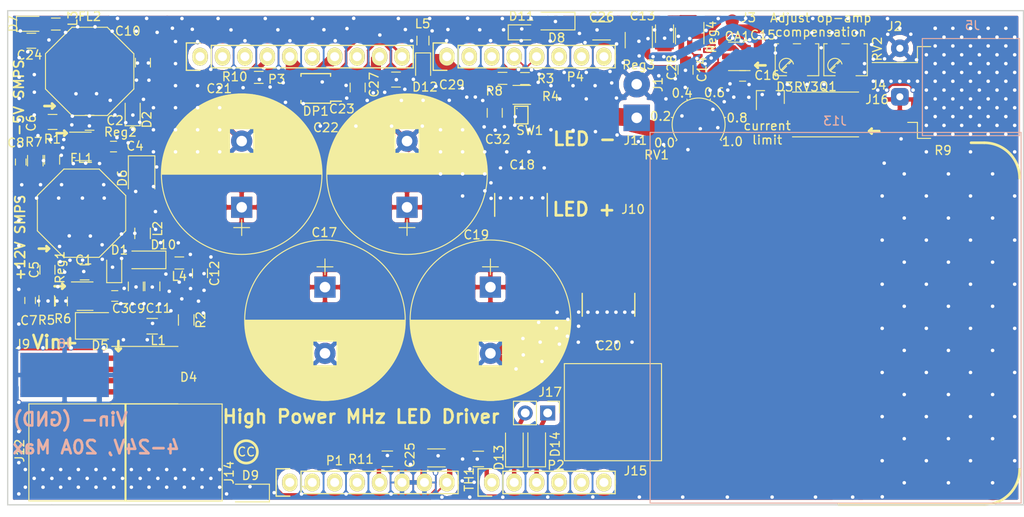
<source format=kicad_pcb>
(kicad_pcb (version 20170922) (host pcbnew "(2017-11-06 revision 9df4ae65e)-makepkg")
  (title_block (date "lun. 30 mars 2015"))
  (layers (0 F.Cu signal) (31 B.Cu signal) (34 B.Paste user) (35 F.Paste user) (36 B.SilkS user) (37 F.SilkS user) (38 B.Mask user) (39 F.Mask user) (44 Edge.Cuts user))
  (net 0 "")
  (net 1 /IOREF)
  (net 2 /Reset)
  (net 3 +5V)
  (net 4 GND)
  (net 5 /A0)
  (net 6 /A1)
  (net 7 /A2)
  (net 8 /A3)
  (net 9 /AREF)
  (net 10 "/A4(SDA)")
  (net 11 "/A5(SCL)")
  (net 12 "/9(**)")
  (net 13 /8)
  (net 14 /7)
  (net 15 "/6(**)")
  (net 16 "/5(**)")
  (net 17 /4)
  (net 18 "/3(**)")
  (net 19 /2)
  (net 20 "/1(Tx)")
  (net 21 "/0(Rx)")
  (net 22 "/13(SCK)")
  (net 23 "/10(**/SS)")
  (net 24 "Net-(P1-Pad1)")
  (net 25 +3V3)
  (net 26 "/12(MISO)")
  (net 27 "/11(**/MOSI)")
  (net 28 10V)
  (net 29 "Net-(C16-Pad1)")
  (net 30 -2V)
  (net 31 "Net-(C16-Pad2)")
  (net 32 "Net-(C6-Pad1)")
  (net 33 "Net-(C8-Pad1)")
  (net 34 Vin)
  (net 35 "Net-(C4-Pad1)")
  (net 36 "Net-(C3-Pad1)")
  (net 37 "Net-(C7-Pad1)")
  (net 38 "Net-(C5-Pad1)")
  (net 39 "Net-(RV2-Pad3)")
  (net 40 "Net-(J4-Pad1)")
  (net 41 "Net-(RV3-Pad3)")
  (net 42 "Net-(C5-Pad2)")
  (net 43 "Net-(C6-Pad2)")
  (net 44 "Net-(D4-Pad2)")
  (net 45 "Net-(D3-Pad3)")
  (net 46 "Net-(D3-Pad1)")
  (net 47 "Net-(C1-Pad1)")
  (net 48 "Net-(C2-Pad1)")
  (net 49 "Net-(OA1-Pad5)")
  (net 50 "Net-(OA1-Pad3)")
  (net 51 "GND(NC)")
  (net 52 "Net-(Reg3-Pad4)")
  (net 53 "Net-(C26-Pad2)")
  (net 54 "Net-(C28-Pad1)")
  (net 55 "/Vin(Arduino)")
  (net 56 /-5V-SMPS)
  (net 57 /12V-SMPS)
  (net 58 "Net-(D5-Pad2)")
  (net 59 "Net-(D6-Pad2)")
  (net 60 "Net-(C13-Pad2)")
  (net 61 "Net-(C12-Pad2)")
  (net 62 "Net-(D10-Pad1)")
  (net 63 "Net-(D7-Pad2)")
  (net 64 /Input)
  (net 65 "Net-(DP1-Pad10)")
  (net 66 "Net-(DP1-Pad3)")
  (net 67 "Net-(R3-Pad2)")
  (net 68 "Net-(R4-Pad2)")
  (net 69 "Net-(C29-Pad2)")
  (net 70 /-4V)
  (net 71 "Net-(D12-Pad1)")
  (net 72 "Net-(D13-Pad2)")
  (net 73 "Net-(D14-Pad2)")
  (net 74 "/A5(SCL*)")
  (net 75 "/A4(SDA*)")
  (module Ben_Custom:Wurth_Coupled_Inductor (layer F.Cu) (at 115.358 93.315 180)
    (fp_text reference FL1 (at 0 6.223 180) (layer F.SilkS))
    (fp_text value 4.7uH)
    (pad 1 smd rect (at 0 -3.8 180) (size 3.6 1.4) (layers F.Cu F.Paste F.Mask) (net 47 "Net-(C1-Pad1)"))
    (pad 3 smd rect (at 0 3.8 180) (size 3.6 1.4) (layers F.Cu F.Paste F.Mask) (net 4 GND))
    (pad 2 smd rect (at -3.8 0 180) (size 1.4 3.6) (layers F.Cu F.Paste F.Mask) (net 42 "Net-(C5-Pad2)"))
    (pad 4 smd rect (at 3.8 0 180) (size 1.4 3.6) (layers F.Cu F.Paste F.Mask) (net 38 "Net-(C5-Pad1)"))
  )
  (module Ben_Custom:Wurth_Coupled_Inductor (layer F.Cu) (at 116.278 77.245 180)
    (fp_text reference FL2 (at 0 6.223 180) (layer F.SilkS))
    (fp_text value 2.7uH)
    (pad 1 smd rect (at 0 -3.8 180) (size 3.6 1.4) (layers F.Cu F.Paste F.Mask) (net 48 "Net-(C2-Pad1)"))
    (pad 3 smd rect (at 0 3.8 180) (size 3.6 1.4) (layers F.Cu F.Paste F.Mask) (net 56 /-5V-SMPS))
    (pad 2 smd rect (at -3.8 0 180) (size 1.4 3.6) (layers F.Cu F.Paste F.Mask) (net 43 "Net-(C6-Pad2)"))
    (pad 4 smd rect (at 3.8 0 180) (size 1.4 3.6) (layers F.Cu F.Paste F.Mask) (net 32 "Net-(C6-Pad1)"))
  )
  (module TO_SOT_Packages_SMD:TO-263-2 (layer F.Cu) (at 212.938 79.635)
    (fp_text reference R9 (at -0.05 6.57) (layer F.SilkS))
    (fp_text value 5)
    (pad 2 smd rect (at 0.95 2.775) (size 4.55 5.25) (layers F.Cu F.Paste) (net 4 GND))
    (pad 2 smd rect (at 5.8 -2.775) (size 4.55 5.25) (layers F.Cu F.Paste) (net 4 GND))
    (pad 2 smd rect (at 0.95 -2.775) (size 4.55 5.25) (layers F.Cu F.Paste) (net 4 GND))
    (pad 2 smd rect (at 5.8 2.775) (size 4.55 5.25) (layers F.Cu F.Paste) (net 4 GND))
    (pad 2 smd rect (at 3.375 0) (size 9.4 10.8) (layers F.Cu F.Mask) (net 4 GND))
    (pad 3 smd rect (at -5.775 2.54) (size 4.6 1.1) (layers F.Cu F.Paste F.Mask) (net 45 "Net-(D3-Pad3)"))
    (pad 1 smd rect (at -5.775 -2.54) (size 4.6 1.1) (layers F.Cu F.Paste F.Mask) (net 4 GND))
  )
  (module Ben_Custom:Current_sense (layer F.Cu) (at 207.998 80.125)
    (fp_text reference J16 (at -2.58 0.31) (layer F.SilkS))
    (fp_text value Conn_Coaxial_Power)
    (pad 1 thru_hole roundrect (at 0 0) (size 1.99898 1.99898) (drill 0.8001) (layers *.Cu *.Mask) (net 45 "Net-(D3-Pad3)"))
    (pad 2 thru_hole circle (at 0 -5.5) (size 1.99898 1.99898) (drill 0.8001) (layers *.Cu *.Mask) (net 4 GND))
  )
  (module Socket_Strips:Socket_Strip_Straight_1x02_Pitch2.54mm (layer F.Cu) (at 168.128 115.955 270)
    (fp_text reference J17 (at -2.36 -0.28) (layer F.SilkS))
    (fp_text value Conn_01x02_Female)
    (pad 2 thru_hole oval (at 0 2.54 270) (size 1.7 1.7) (drill 1) (layers *.Cu *.Mask) (net 72 "Net-(D13-Pad2)"))
    (pad 1 thru_hole rect (at 0 0 270) (size 1.7 1.7) (drill 1) (layers *.Cu *.Mask) (net 73 "Net-(D14-Pad2)"))
  )
  (module Resistors_SMD:R_0603 (layer F.Cu) (at 135.418 77.925 180)
    (fp_text reference R10 (at 2.72 0.07 180) (layer F.SilkS))
    (fp_text value 10)
    (pad 2 smd rect (at 0.75 0 180) (size 0.5 0.9) (layers F.Cu F.Paste F.Mask) (net 51 "GND(NC)"))
    (pad 1 smd rect (at -0.75 0 180) (size 0.5 0.9) (layers F.Cu F.Paste F.Mask) (net 4 GND))
  )
  (module TO_SOT_Packages_SMD:SOT-23-6 (layer F.Cu) (at 115.558 85.745)
    (fp_text reference Reg2 (at 4.2 -1.62) (layer F.SilkS))
    (fp_text value LT8330)
    (pad 1 smd rect (at -1.1 -0.95) (size 1.06 0.65) (layers F.Cu F.Paste F.Mask) (net 32 "Net-(C6-Pad1)"))
    (pad 2 smd rect (at -1.1 0) (size 1.06 0.65) (layers F.Cu F.Paste F.Mask) (net 4 GND))
    (pad 3 smd rect (at -1.1 0.95) (size 1.06 0.65) (layers F.Cu F.Paste F.Mask) (net 33 "Net-(C8-Pad1)"))
    (pad 4 smd rect (at 1.1 0.95) (size 1.06 0.65) (layers F.Cu F.Paste F.Mask) (net 48 "Net-(C2-Pad1)"))
    (pad 6 smd rect (at 1.1 -0.95) (size 1.06 0.65) (layers F.Cu F.Paste F.Mask) (net 48 "Net-(C2-Pad1)"))
    (pad 5 smd rect (at 1.1 0) (size 1.06 0.65) (layers F.Cu F.Paste F.Mask) (net 35 "Net-(C4-Pad1)"))
  )
  (module TO_SOT_Packages_SMD:SOT-23-6 (layer F.Cu) (at 115.758 102.715)
    (fp_text reference Reg1 (at -2.84 -3.26 90) (layer F.SilkS))
    (fp_text value LT8330)
    (pad 5 smd rect (at 1.1 0) (size 1.06 0.65) (layers F.Cu F.Paste F.Mask) (net 36 "Net-(C3-Pad1)"))
    (pad 6 smd rect (at 1.1 -0.95) (size 1.06 0.65) (layers F.Cu F.Paste F.Mask) (net 47 "Net-(C1-Pad1)"))
    (pad 4 smd rect (at 1.1 0.95) (size 1.06 0.65) (layers F.Cu F.Paste F.Mask) (net 47 "Net-(C1-Pad1)"))
    (pad 3 smd rect (at -1.1 0.95) (size 1.06 0.65) (layers F.Cu F.Paste F.Mask) (net 37 "Net-(C7-Pad1)"))
    (pad 2 smd rect (at -1.1 0) (size 1.06 0.65) (layers F.Cu F.Paste F.Mask) (net 4 GND))
    (pad 1 smd rect (at -1.1 -0.95) (size 1.06 0.65) (layers F.Cu F.Paste F.Mask) (net 38 "Net-(C5-Pad1)"))
  )
  (module Ben_Custom:Heatsink-Wakefield_655-53AB_41x41mm (layer B.Cu) (at 200.728 105.165)
    (fp_text reference J13 (at -0.07 -22.3) (layer B.SilkS) (effects (justify mirror)))
    (fp_text value Heat_Sink)
    (pad 1 smd rect (at 0 0) (size 40.64 40.64) (layers B.Cu) (net 4 GND))
  )
  (module Diodes_SMD:D_SOD-123F (layer F.Cu) (at 166.888 119.855 90)
    (fp_text reference D14 (at 0.35 2.09 90) (layer F.SilkS))
    (fp_text value D_Schottky)
    (pad 2 smd rect (at 1.4 0 90) (size 1.1 1.1) (layers F.Cu F.Paste F.Mask) (net 73 "Net-(D14-Pad2)"))
    (pad 1 smd rect (at -1.4 0 90) (size 1.1 1.1) (layers F.Cu F.Paste F.Mask) (net 7 /A2))
  )
  (module Diodes_SMD:D_SOD-123F (layer F.Cu) (at 164.358 119.875 90)
    (fp_text reference D13 (at -1.14 -1.75 90) (layer F.SilkS))
    (fp_text value D_Schottky)
    (pad 2 smd rect (at 1.4 0 90) (size 1.1 1.1) (layers F.Cu F.Paste F.Mask) (net 72 "Net-(D13-Pad2)"))
    (pad 1 smd rect (at -1.4 0 90) (size 1.1 1.1) (layers F.Cu F.Paste F.Mask) (net 6 /A1))
  )
  (module Resistors_SMD:R_0805 (layer F.Cu) (at 149.978 121.145)
    (fp_text reference R11 (at -2.98 0.05) (layer F.SilkS))
    (fp_text value 4.7k)
    (pad 1 smd rect (at -0.95 0) (size 0.7 1.3) (layers F.Cu F.Paste F.Mask) (net 3 +5V))
    (pad 2 smd rect (at 0.95 0) (size 0.7 1.3) (layers F.Cu F.Paste F.Mask) (net 5 /A0))
  )
  (module Resistors_SMD:R_0805 (layer F.Cu) (at 160.278 121.165 180)
    (fp_text reference TH1 (at 1.04 -2.32 270) (layer F.SilkS))
    (fp_text value Thermistor)
    (pad 2 smd rect (at 0.95 0 180) (size 0.7 1.3) (layers F.Cu F.Paste F.Mask) (net 4 GND))
    (pad 1 smd rect (at -0.95 0 180) (size 0.7 1.3) (layers F.Cu F.Paste F.Mask) (net 5 /A0))
  )
  (module Housings_SSOP:MSOP-10_3x3mm_Pitch0.5mm (layer F.Cu) (at 141.878 79.175 180)
    (fp_text reference DP1 (at 0 -2.58 180) (layer F.SilkS))
    (fp_text value AD5162)
    (pad 10 smd rect (at 2.2 -1 180) (size 1.4 0.3) (layers F.Cu F.Paste F.Mask) (net 65 "Net-(DP1-Pad10)"))
    (pad 9 smd rect (at 2.2 -0.5 180) (size 1.4 0.3) (layers F.Cu F.Paste F.Mask) (net 65 "Net-(DP1-Pad10)"))
    (pad 8 smd rect (at 2.2 0 180) (size 1.4 0.3) (layers F.Cu F.Paste F.Mask) (net 13 /8))
    (pad 7 smd rect (at 2.2 0.5 180) (size 1.4 0.3) (layers F.Cu F.Paste F.Mask) (net 27 "/11(**/MOSI)"))
    (pad 6 smd rect (at 2.2 1 180) (size 1.4 0.3) (layers F.Cu F.Paste F.Mask) (net 22 "/13(SCK)"))
    (pad 5 smd rect (at -2.2 1 180) (size 1.4 0.3) (layers F.Cu F.Paste F.Mask) (net 14 /7))
    (pad 4 smd rect (at -2.2 0.5 180) (size 1.4 0.3) (layers F.Cu F.Paste F.Mask) (net 4 GND))
    (pad 3 smd rect (at -2.2 0 180) (size 1.4 0.3) (layers F.Cu F.Paste F.Mask) (net 66 "Net-(DP1-Pad3)"))
    (pad 2 smd rect (at -2.2 -0.5 180) (size 1.4 0.3) (layers F.Cu F.Paste F.Mask) (net 12 "/9(**)"))
    (pad 1 smd rect (at -2.2 -1 180) (size 1.4 0.3) (layers F.Cu F.Paste F.Mask) (net 4 GND))
  )
  (module Resistors_SMD:R_0603 (layer F.Cu) (at 163.018 78.035)
    (fp_text reference R8 (at -0.94 1.43 -180) (layer F.SilkS))
    (fp_text value 1.8k)
    (pad 2 smd rect (at 0.75 0) (size 0.5 0.9) (layers F.Cu F.Paste F.Mask) (net 67 "Net-(R3-Pad2)"))
    (pad 1 smd rect (at -0.75 0) (size 0.5 0.9) (layers F.Cu F.Paste F.Mask) (net 69 "Net-(C29-Pad2)"))
  )
  (module Ben_Custom:0508_Capacitor (layer F.Cu) (at 159.948 78.885 90)
    (fp_text reference C29 (at 0.12 -2.68 180) (layer F.SilkS))
    (fp_text value "2.2 uF" hide)
    (pad 1 smd rect (at -0.5334 0 90) (size 0.5842 2.0066) (layers F.Cu F.Paste F.Mask) (net 4 GND))
    (pad 2 smd rect (at 0.5334 0 90) (size 0.5842 2.0066) (layers F.Cu F.Paste F.Mask) (net 69 "Net-(C29-Pad2)"))
  )
  (module Diodes_SMD:D_SOD-323F (layer F.Cu) (at 154.028 76.655 270)
    (fp_text reference D12 (at 2.36 -0.21) (layer F.SilkS))
    (fp_text value D)
    (pad 2 smd rect (at 1.1 0 270) (size 0.5 0.5) (layers F.Cu F.Paste F.Mask) (net 69 "Net-(C29-Pad2)"))
    (pad 1 smd rect (at -1.1 0 270) (size 0.5 0.5) (layers F.Cu F.Paste F.Mask) (net 71 "Net-(D12-Pad1)"))
  )
  (module Ben_Custom:8-VFSOP (layer F.Cu) (at 165.148 82.195 270)
    (fp_text reference SW1 (at 1.74 -0.96) (layer F.SilkS))
    (fp_text value TS5A3357DCUR)
    (pad 4 smd rect (at 0.7493 1.55 270) (size 0.29972 0.8) (layers F.Cu F.Paste F.Mask) (net 4 GND))
    (pad 3 smd rect (at 0.24892 1.55 270) (size 0.29972 0.8) (layers F.Cu F.Paste F.Mask) (net 4 GND))
    (pad 2 smd rect (at -0.24892 1.55 270) (size 0.29972 0.8) (layers F.Cu F.Paste F.Mask) (net 66 "Net-(DP1-Pad3)"))
    (pad 1 smd rect (at -0.7493 1.55 270) (size 0.29972 0.8) (layers F.Cu F.Paste F.Mask) (net 67 "Net-(R3-Pad2)"))
    (pad 8 smd rect (at -0.7493 -1.55 270) (size 0.29972 0.8) (layers F.Cu F.Paste F.Mask) (net 68 "Net-(R4-Pad2)"))
    (pad 7 smd rect (at -0.24892 -1.55 270) (size 0.29972 0.8) (layers F.Cu F.Paste F.Mask) (net 64 /Input))
    (pad 6 smd rect (at 0.24892 -1.55 270) (size 0.29972 0.8) (layers F.Cu F.Paste F.Mask) (net 18 "/3(**)"))
    (pad 5 smd rect (at 0.7493 -1.55 270) (size 0.29972 0.8) (layers F.Cu F.Paste F.Mask) (net 17 /4))
  )
  (module Capacitors_SMD:C_0805 (layer F.Cu) (at 162.138 81.945 90)
    (fp_text reference C32 (at -3 0.34 180) (layer F.SilkS))
    (fp_text value "10 nF")
    (pad 1 smd rect (at -1 0 90) (size 1 1.25) (layers F.Cu F.Paste F.Mask) (net 4 GND))
    (pad 2 smd rect (at 1 0 90) (size 1 1.25) (layers F.Cu F.Paste F.Mask) (net 14 /7))
  )
  (module Resistors_SMD:R_0603 (layer F.Cu) (at 165.558 78.055 180)
    (fp_text reference R3 (at -2.34 -0.01 180) (layer F.SilkS))
    (fp_text value 100)
    (pad 2 smd rect (at 0.75 0 180) (size 0.5 0.9) (layers F.Cu F.Paste F.Mask) (net 67 "Net-(R3-Pad2)"))
    (pad 1 smd rect (at -0.75 0 180) (size 0.5 0.9) (layers F.Cu F.Paste F.Mask) (net 4 GND))
  )
  (module Resistors_SMD:R_1206 (layer F.Cu) (at 165.198 79.905)
    (fp_text reference R4 (at 3.26 0.18) (layer F.SilkS))
    (fp_text value 200m)
    (pad 2 smd rect (at 1.45 0) (size 0.9 1.7) (layers F.Cu F.Paste F.Mask) (net 68 "Net-(R4-Pad2)"))
    (pad 1 smd rect (at -1.45 0) (size 0.9 1.7) (layers F.Cu F.Paste F.Mask) (net 14 /7))
  )
  (module Capacitors_SMD:C_0805 (layer F.Cu) (at 146.618 79.075 270)
    (fp_text reference C23 (at 2.42 1.79) (layer F.SilkS))
    (fp_text value "10 nF")
    (pad 2 smd rect (at 1 0 270) (size 1 1.25) (layers F.Cu F.Paste F.Mask) (net 4 GND))
    (pad 1 smd rect (at -1 0 270) (size 1 1.25) (layers F.Cu F.Paste F.Mask) (net 14 /7))
  )
  (module Capacitors_SMD:C_0805 (layer F.Cu) (at 116.268 83.065 180)
    (fp_text reference C2 (at -2.88 0.25 180) (layer F.SilkS))
    (fp_text value "4.7 uF")
    (pad 2 smd rect (at 1 0 180) (size 1 1.25) (layers F.Cu F.Paste F.Mask) (net 4 GND))
    (pad 1 smd rect (at -1 0 180) (size 1 1.25) (layers F.Cu F.Paste F.Mask) (net 48 "Net-(C2-Pad1)"))
  )
  (module Inductors_SMD:L_0603 (layer F.Cu) (at 154.008 73.755 270)
    (fp_text reference L5 (at -1.91 0.04) (layer F.SilkS))
    (fp_text value Ferrite_Bead)
    (pad 1 smd rect (at -0.75 0 270) (size 0.5 0.9) (layers F.Cu F.Paste F.Mask) (net 70 /-4V))
    (pad 2 smd rect (at 0.75 0 270) (size 0.5 0.9) (layers F.Cu F.Paste F.Mask) (net 71 "Net-(D12-Pad1)"))
  )
  (module Ben_Custom:Heatsink-10x10mm-V2017B (layer B.Cu) (at 216.048 79.025)
    (fp_text reference J5 (at 0.17 -6.98) (layer B.SilkS) (effects (justify mirror)))
    (fp_text value Heat_Sink)
  )
  (module Capacitors_SMD:C_0805 (layer F.Cu) (at 150.958 78.175 180)
    (fp_text reference C27 (at 2.48 -0.58 270) (layer F.SilkS))
    (fp_text value "4.7 uF")
    (pad 2 smd rect (at 1 0 180) (size 1 1.25) (layers F.Cu F.Paste F.Mask) (net 14 /7))
    (pad 1 smd rect (at -1 0 180) (size 1 1.25) (layers F.Cu F.Paste F.Mask) (net 4 GND))
  )
  (module Ben_Custom:DO-214AC (layer F.Cu) (at 118.168 106.085)
    (fp_text reference D5 (at -0.71 2.21) (layer F.SilkS))
    (fp_text value D_Schottky)
    (pad 1 smd rect (at -2.19964 0) (size 2.10058 1.80086) (layers F.Cu F.Paste F.Mask) (net 47 "Net-(C1-Pad1)"))
    (pad 2 smd rect (at 2.19964 0) (size 2.10058 1.80086) (layers F.Cu F.Paste F.Mask) (net 58 "Net-(D5-Pad2)"))
  )
  (module Ben_Custom:DO-214AC (layer F.Cu) (at 122.158 90.315 270)
    (fp_text reference D6 (at -0.97 2.18 270) (layer F.SilkS))
    (fp_text value D_Schottky)
    (pad 2 smd rect (at 2.19964 0 270) (size 2.10058 1.80086) (layers F.Cu F.Paste F.Mask) (net 59 "Net-(D6-Pad2)"))
    (pad 1 smd rect (at -2.19964 0 270) (size 2.10058 1.80086) (layers F.Cu F.Paste F.Mask) (net 48 "Net-(C2-Pad1)"))
  )
  (module Ben_Custom:Heatsink-10x10mm-V2017B (layer F.Cu) (at 175.518 115.865)
    (fp_text reference J15 (at 2.55 6.65) (layer F.SilkS))
    (fp_text value Heat_Sink)
  )
  (module Ben_Custom:Heatsink-10x10mm-V2017B (layer F.Cu) (at 125.778 120.435)
    (fp_text reference J14 (at 6.29 2.29 90) (layer F.SilkS))
    (fp_text value Heat_Sink)
  )
  (module Ben_Custom:Heatsink-10x10mm-V2017B (layer F.Cu) (at 114.898 120.425)
    (fp_text reference J12 (at -6.54 -0.2 90) (layer F.SilkS))
    (fp_text value Heat_Sink)
  )
  (module Diodes_SMD:D_SOD-323F (layer F.Cu) (at 165.168 72.825)
    (fp_text reference D11 (at 0 -1.85) (layer F.SilkS))
    (fp_text value D)
    (pad 2 smd rect (at 1.1 0) (size 0.5 0.5) (layers F.Cu F.Paste F.Mask) (net 53 "Net-(C26-Pad2)"))
    (pad 1 smd rect (at -1.1 0) (size 0.5 0.5) (layers F.Cu F.Paste F.Mask) (net 70 /-4V))
  )
  (module Diodes_SMD:D_SOD-123F (layer F.Cu) (at 134.428 125.025 180)
    (fp_text reference D9 (at -0.05 1.99 180) (layer F.SilkS))
    (fp_text value D_Schottky)
    (pad 2 smd rect (at 1.4 0 180) (size 1.1 1.1) (layers F.Cu F.Paste F.Mask) (net 61 "Net-(C12-Pad2)"))
    (pad 1 smd rect (at -1.4 0 180) (size 1.1 1.1) (layers F.Cu F.Paste F.Mask) (net 55 "/Vin(Arduino)"))
  )
  (module Capacitors_SMD:C_0603 (layer F.Cu) (at 109.538 103.205 90)
    (fp_text reference C7 (at -2.27 -0.14 180) (layer F.SilkS))
    (fp_text value "4.7 pF")
    (pad 1 smd rect (at -0.75 0 90) (size 0.8 0.75) (layers F.Cu F.Paste F.Mask) (net 37 "Net-(C7-Pad1)"))
    (pad 2 smd rect (at 0.75 0 90) (size 0.8 0.75) (layers F.Cu F.Paste F.Mask) (net 57 /12V-SMPS))
  )
  (module Inductors_SMD:L_0805 (layer F.Cu) (at 123.358 106.125)
    (fp_text reference L1 (at 0.68 1.61) (layer F.SilkS))
    (fp_text value Ferrite_Bead)
    (pad 2 smd rect (at 0.95 0) (size 0.7 1.3) (layers F.Cu F.Paste F.Mask) (net 34 Vin))
    (pad 1 smd rect (at -0.95 0) (size 0.7 1.3) (layers F.Cu F.Paste F.Mask) (net 58 "Net-(D5-Pad2)"))
  )
  (module Diodes_SMD:D_SOD-323F (layer F.Cu) (at 109.488 71.855)
    (fp_text reference D7 (at -1.9 -0.02 90) (layer F.SilkS))
    (fp_text value D)
    (pad 1 smd rect (at -1.1 0) (size 0.5 0.5) (layers F.Cu F.Paste F.Mask) (net 56 /-5V-SMPS))
    (pad 2 smd rect (at 1.1 0) (size 0.5 0.5) (layers F.Cu F.Paste F.Mask) (net 63 "Net-(D7-Pad2)"))
  )
  (module TO_SOT_Packages_SMD:SOT-23-5 (layer F.Cu) (at 184.208 73.245 270)
    (fp_text reference Reg4 (at 0.11 -2.49 90) (layer F.SilkS))
    (fp_text value LP2985-10.0)
    (pad 5 smd rect (at 1.1 -0.95 270) (size 1.06 0.65) (layers F.Cu F.Paste F.Mask) (net 28 10V))
    (pad 4 smd rect (at 1.1 0.95 270) (size 1.06 0.65) (layers F.Cu F.Paste F.Mask) (net 54 "Net-(C28-Pad1)"))
    (pad 3 smd rect (at -1.1 0.95 270) (size 1.06 0.65) (layers F.Cu F.Paste F.Mask) (net 60 "Net-(C13-Pad2)"))
    (pad 2 smd rect (at -1.1 0 270) (size 1.06 0.65) (layers F.Cu F.Paste F.Mask) (net 4 GND))
    (pad 1 smd rect (at -1.1 -0.95 270) (size 1.06 0.65) (layers F.Cu F.Paste F.Mask) (net 60 "Net-(C13-Pad2)"))
  )
  (module Capacitors_SMD:C_0805 (layer F.Cu) (at 109.678 73.775)
    (fp_text reference C24 (at -0.21 1.62) (layer F.SilkS))
    (fp_text value "4.7 uF")
    (pad 2 smd rect (at 1 0) (size 1 1.25) (layers F.Cu F.Paste F.Mask) (net 70 /-4V))
    (pad 1 smd rect (at -1 0) (size 1 1.25) (layers F.Cu F.Paste F.Mask) (net 4 GND))
  )
  (module Capacitors_SMD:C_0805 (layer F.Cu) (at 128.768 100.125 90)
    (fp_text reference C12 (at -0.02 1.65 90) (layer F.SilkS))
    (fp_text value "4.7 uF")
    (pad 2 smd rect (at 1 0 90) (size 1 1.25) (layers F.Cu F.Paste F.Mask) (net 61 "Net-(C12-Pad2)"))
    (pad 1 smd rect (at -1 0 90) (size 1 1.25) (layers F.Cu F.Paste F.Mask) (net 4 GND))
  )
  (module Diodes_SMD:D_SOD-123F (layer F.Cu) (at 169.018 71.545 180)
    (fp_text reference D8 (at -0.127 -1.905 180) (layer F.SilkS))
    (fp_text value D_Schottky)
    (pad 1 smd rect (at -1.4 0 180) (size 1.1 1.1) (layers F.Cu F.Paste F.Mask) (net 60 "Net-(C13-Pad2)"))
    (pad 2 smd rect (at 1.4 0 180) (size 1.1 1.1) (layers F.Cu F.Paste F.Mask) (net 61 "Net-(C12-Pad2)"))
  )
  (module Diodes_SMD:D_SOD-123F (layer F.Cu) (at 122.708 98.605 180)
    (fp_text reference D10 (at -1.91 1.71 180) (layer F.SilkS))
    (fp_text value D_Schottky)
    (pad 2 smd rect (at 1.4 0 180) (size 1.1 1.1) (layers F.Cu F.Paste F.Mask) (net 57 /12V-SMPS))
    (pad 1 smd rect (at -1.4 0 180) (size 1.1 1.1) (layers F.Cu F.Paste F.Mask) (net 62 "Net-(D10-Pad1)"))
  )
  (module Capacitors_SMD:C_0805 (layer F.Cu) (at 183.738 77.075 270)
    (fp_text reference C28 (at -0.26 1.56 270) (layer F.SilkS))
    (fp_text value "10 nF")
    (pad 2 smd rect (at 1 0 270) (size 1 1.25) (layers F.Cu F.Paste F.Mask) (net 4 GND))
    (pad 1 smd rect (at -1 0 270) (size 1 1.25) (layers F.Cu F.Paste F.Mask) (net 54 "Net-(C28-Pad1)"))
  )
  (module Capacitors_THT:CP_Radial_D18.0mm_P7.50mm (layer F.Cu) (at 133.488 92.645 90)
    (fp_text reference C21 (at 13.45 -2.54 180) (layer F.SilkS))
    (fp_text value "2700 uF")
    (pad 2 thru_hole circle (at 7.5 0 90) (size 2.4 2.4) (drill 1.2) (layers *.Cu *.Mask) (net 4 GND))
    (pad 1 thru_hole rect (at 0 0 90) (size 2.4 2.4) (drill 1.2) (layers *.Cu *.Mask) (net 34 Vin))
  )
  (module Capacitors_SMD:C_1206 (layer F.Cu) (at 181.358 72.975 90)
    (fp_text reference C13 (at 2.03 -2.5 180) (layer F.SilkS))
    (fp_text value "22 uF")
    (pad 2 smd rect (at 1.5 0 90) (size 1 1.6) (layers F.Cu F.Paste F.Mask) (net 60 "Net-(C13-Pad2)"))
    (pad 1 smd rect (at -1.5 0 90) (size 1 1.6) (layers F.Cu F.Paste F.Mask) (net 4 GND))
  )
  (module Capacitors_SMD:C_1206 (layer F.Cu) (at 155.538 121.045 180)
    (fp_text reference C25 (at 3 0.31 270) (layer F.SilkS))
    (fp_text value "22 uF")
    (pad 2 smd rect (at 1.5 0 180) (size 1 1.6) (layers F.Cu F.Paste F.Mask) (net 4 GND))
    (pad 1 smd rect (at -1.5 0 180) (size 1 1.6) (layers F.Cu F.Paste F.Mask) (net 55 "/Vin(Arduino)"))
  )
  (module Capacitors_SMD:C_0805 (layer F.Cu) (at 112.028 87.265 90)
    (fp_text reference R1 (at 2.35 0.04 180) (layer F.SilkS))
    (fp_text value 187k)
    (pad 1 smd rect (at -1 0 90) (size 1 1.25) (layers F.Cu F.Paste F.Mask) (net 33 "Net-(C8-Pad1)"))
    (pad 2 smd rect (at 1 0 90) (size 1 1.25) (layers F.Cu F.Paste F.Mask) (net 4 GND))
  )
  (module Inductors_SMD:L_0805 (layer F.Cu) (at 122.268 95.605 270)
    (fp_text reference L2 (at -0.53 -1.71 270) (layer F.SilkS))
    (fp_text value Ferrite_Bead)
    (pad 1 smd rect (at -0.95 0 270) (size 0.7 1.3) (layers F.Cu F.Paste F.Mask) (net 59 "Net-(D6-Pad2)"))
    (pad 2 smd rect (at 0.95 0 270) (size 0.7 1.3) (layers F.Cu F.Paste F.Mask) (net 34 Vin))
  )
  (module Resistors_SMD:R_0805 (layer F.Cu) (at 127.208 105.415 270)
    (fp_text reference R2 (at 0 -1.65 270) (layer F.SilkS))
    (fp_text value 4.7k)
    (pad 2 smd rect (at 0.95 0 270) (size 0.7 1.3) (layers F.Cu F.Paste F.Mask) (net 34 Vin))
    (pad 1 smd rect (at -0.95 0 270) (size 0.7 1.3) (layers F.Cu F.Paste F.Mask) (net 4 GND))
  )
  (module TO_SOT_Packages_SMD:TSOT-23-5 (layer F.Cu) (at 178.468 73.705 270)
    (fp_text reference Reg3 (at 2.8 0.04) (layer F.SilkS))
    (fp_text value ADP7182AUJZ-Fixed)
    (pad 5 smd rect (at 1.31 -0.95 270) (size 1.22 0.65) (layers F.Cu F.Paste F.Mask) (net 30 -2V))
    (pad 4 smd rect (at 1.31 0.95 270) (size 1.22 0.65) (layers F.Cu F.Paste F.Mask) (net 52 "Net-(Reg3-Pad4)"))
    (pad 3 smd rect (at -1.31 0.95 270) (size 1.22 0.65) (layers F.Cu F.Paste F.Mask) (net 53 "Net-(C26-Pad2)"))
    (pad 2 smd rect (at -1.31 0 270) (size 1.22 0.65) (layers F.Cu F.Paste F.Mask) (net 53 "Net-(C26-Pad2)"))
    (pad 1 smd rect (at -1.31 -0.95 270) (size 1.22 0.65) (layers F.Cu F.Paste F.Mask) (net 4 GND))
  )
  (module Diodes_SMD:D_SOD-323F (layer F.Cu) (at 119.058 99.685 90)
    (fp_text reference D1 (at 2.19 0.59 180) (layer F.SilkS))
    (fp_text value D_Schottky)
    (pad 2 smd rect (at 1.1 0 90) (size 0.5 0.5) (layers F.Cu F.Paste F.Mask) (net 42 "Net-(C5-Pad2)"))
    (pad 1 smd rect (at -1.1 0 90) (size 0.5 0.5) (layers F.Cu F.Paste F.Mask) (net 57 /12V-SMPS))
  )
  (module Ben_Custom:CC_silkscreen (layer F.Cu) (at 133.998 120.365)
    (fp_text reference J7)
    (fp_text value Conn_Coaxial)
    (fp_text user CC (at 0 0) (layer F.SilkS))
  )
  (module Wire_Pads:SolderWirePad_single_SMD_5x10mm (layer F.Cu) (at 173.828 88.655 90)
    (fp_text reference J11 (at 3.6 4.23 180) (layer F.SilkS))
    (fp_text value TEST_1P)
    (pad 1 smd rect (at 0 0 90) (size 5 10) (layers F.Cu F.Mask) (net 46 "Net-(D3-Pad1)"))
  )
  (module Capacitors_SMD:C_1206 (layer F.Cu) (at 174.228 72.665)
    (fp_text reference C26 (at 0.01 -1.59) (layer F.SilkS))
    (fp_text value "47 uF")
    (pad 2 smd rect (at 1.5 0) (size 1 1.6) (layers F.Cu F.Paste F.Mask) (net 53 "Net-(C26-Pad2)"))
    (pad 1 smd rect (at -1.5 0) (size 1 1.6) (layers F.Cu F.Paste F.Mask) (net 4 GND))
  )
  (module Ben_Custom:0508_Capacitor (layer F.Cu) (at 187.408 78.095 90)
    (fp_text reference C14 (at 1.07 -1.82 270) (layer F.SilkS))
    (fp_text value "2.2 uF" hide)
    (pad 1 smd rect (at -0.5334 0 90) (size 0.5842 2.0066) (layers F.Cu F.Paste F.Mask) (net 4 GND))
    (pad 2 smd rect (at 0.5334 0 90) (size 0.5842 2.0066) (layers F.Cu F.Paste F.Mask) (net 28 10V))
  )
  (module Ben_Custom:0508_Capacitor (layer F.Cu) (at 192.598 74.845 180)
    (fp_text reference C15 (at 0.1 1.72 180) (layer F.SilkS))
    (fp_text value "2.2 uF" hide)
    (pad 2 smd rect (at 0.5334 0 180) (size 0.5842 2.0066) (layers F.Cu F.Paste F.Mask) (net 30 -2V))
    (pad 1 smd rect (at -0.5334 0 180) (size 0.5842 2.0066) (layers F.Cu F.Paste F.Mask) (net 4 GND))
  )
  (module TO_SOT_Packages_SMD:SOT-23-6 (layer F.Cu) (at 189.498 75.545 180)
    (fp_text reference OA1 (at -0.11 2.27 180) (layer F.SilkS))
    (fp_text value LT6200-10)
    (pad 5 smd rect (at 1.1 0 180) (size 1.06 0.65) (layers F.Cu F.Paste F.Mask) (net 49 "Net-(OA1-Pad5)"))
    (pad 6 smd rect (at 1.1 -0.95 180) (size 1.06 0.65) (layers F.Cu F.Paste F.Mask) (net 28 10V))
    (pad 4 smd rect (at 1.1 0.95 180) (size 1.06 0.65) (layers F.Cu F.Paste F.Mask) (net 29 "Net-(C16-Pad1)"))
    (pad 3 smd rect (at -1.1 0.95 180) (size 1.06 0.65) (layers F.Cu F.Paste F.Mask) (net 50 "Net-(OA1-Pad3)"))
    (pad 2 smd rect (at -1.1 0 180) (size 1.06 0.65) (layers F.Cu F.Paste F.Mask) (net 30 -2V))
    (pad 1 smd rect (at -1.1 -0.95 180) (size 1.06 0.65) (layers F.Cu F.Paste F.Mask) (net 31 "Net-(C16-Pad2)"))
  )
  (module Ben_Custom:2_J-lead_stacked_cap (layer F.Cu) (at 175.018 103.695 90)
    (fp_text reference C20 (at -4.63 0.02 180) (layer F.SilkS))
    (fp_text value "22 uF" hide)
    (pad 1 smd rect (at -2.5778 0 90) (size 1.9556 5.700001) (layers F.Cu F.Paste F.Mask) (net 4 GND))
    (pad 2 smd rect (at 2.5778 0 90) (size 1.9556 5.700001) (layers F.Cu F.Paste F.Mask) (net 34 Vin))
  )
  (module Ben_Custom:2_J-lead_stacked_cap (layer F.Cu) (at 165.108 92.375 90)
    (fp_text reference C18 (at 4.54 0.13 180) (layer F.SilkS))
    (fp_text value "22 uF" hide)
    (pad 2 smd rect (at 2.5778 0 90) (size 1.9556 5.700001) (layers F.Cu F.Paste F.Mask) (net 4 GND))
    (pad 1 smd rect (at -2.5778 0 90) (size 1.9556 5.700001) (layers F.Cu F.Paste F.Mask) (net 34 Vin))
  )
  (module Inductors_SMD:L_0603 (layer F.Cu) (at 112.448 71.885 180)
    (fp_text reference L3 (at -1.92 0.63 -90) (layer F.SilkS))
    (fp_text value Ferrite_Bead)
    (pad 2 smd rect (at 0.75 0 180) (size 0.5 0.9) (layers F.Cu F.Paste F.Mask) (net 63 "Net-(D7-Pad2)"))
    (pad 1 smd rect (at -0.75 0 180) (size 0.5 0.9) (layers F.Cu F.Paste F.Mask) (net 70 /-4V))
  )
  (module Wire_Pads:SolderWirePad_single_SMD_5x10mm (layer F.Cu) (at 173.828 96.655 90)
    (fp_text reference J10 (at 3.78 3.97 180) (layer F.SilkS))
    (fp_text value TEST_1P)
    (pad 1 smd rect (at 0 0 90) (size 5 10) (layers F.Cu F.Mask) (net 34 Vin))
  )
  (module Ben_Custom:SolderWirePad_2x_1-2mmDrill-BNC (layer F.Cu) (at 178.208 80.605 90)
    (fp_text reference J1 (at 1.87 2.42 90) (layer F.SilkS))
    (fp_text value Conn_Coaxial)
    (pad 2 thru_hole circle (at 1.905 0 90) (size 2.99974 2.99974) (drill 1.19888) (layers *.Cu *.Mask) (net 4 GND))
    (pad 1 thru_hole rect (at -1.905 0 90) (size 2.99974 2.99974) (drill 1.19888) (layers *.Cu *.Mask) (net 64 /Input))
  )
  (module Ben_Custom:Bourns_3313J_Trimpot-compact (layer F.Cu) (at 185.218 83.265)
    (fp_text reference RV1 (at -4.76 3.45 180) (layer F.SilkS))
    (fp_text value POT_TRIM)
    (fp_text user 0.0 (at -3.86 2.08) (layer F.SilkS))
    (fp_text user 0.2 (at -4.31 -0.93) (layer F.SilkS))
    (fp_text user 0.4 (at -1.87 -3.56) (layer F.SilkS))
    (fp_text user 0.6 (at 1.79 -3.61) (layer F.SilkS))
    (fp_text user 0.8 (at 4.35 -0.75) (layer F.SilkS))
    (fp_text user 1.0 (at 3.82 1.94) (layer F.SilkS))
    (pad 2 smd rect (at 0 -1.45) (size 1.6 1.6) (layers F.Cu F.Paste F.Mask) (net 50 "Net-(OA1-Pad3)"))
    (pad 1 smd rect (at 1.15 1.45) (size 1.1 1.6) (layers F.Cu F.Paste F.Mask) (net 4 GND))
    (pad 3 smd rect (at -1.15 1.45) (size 1.1 1.6) (layers F.Cu F.Paste F.Mask) (net 64 /Input))
  )
  (module Measurement_Points:Measurement_Point_Round-SMD-Pad_Small (layer F.Cu) (at 189.018 71.545)
    (fp_text reference J3 (at 1.85 -0.39) (layer F.SilkS))
    (fp_text value TEST_1P)
    (pad 1 smd circle (at 0 0) (size 1.5 1.5) (layers F.Cu F.Mask) (net 29 "Net-(C16-Pad1)"))
  )
  (module Ben_Custom:40x40mm-heatsink_only-eighth-pad (layer F.Cu) (at 201.058 105.835)
    (fp_text reference J6)
    (fp_text value Heat_Sink)
    (pad 1 smd roundrect (at 17.5 0) (size 5 40) (layers F.Cu) (roundrect_rratio 0.5) (net 4 GND))
  )
  (module Capacitors_SMD:C_0603 (layer F.Cu) (at 108.478 87.515 90)
    (fp_text reference C8 (at 2.17 -0.55 180) (layer F.SilkS))
    (fp_text value "4.7 pF")
    (pad 2 smd rect (at 0.75 0 90) (size 0.8 0.75) (layers F.Cu F.Paste F.Mask) (net 56 /-5V-SMPS))
    (pad 1 smd rect (at -0.75 0 90) (size 0.8 0.75) (layers F.Cu F.Paste F.Mask) (net 33 "Net-(C8-Pad1)"))
  )
  (module Capacitors_SMD:C_0805 (layer F.Cu) (at 112.078 82.975)
    (fp_text reference C6 (at -2.42 0.12 90) (layer F.SilkS))
    (fp_text value "1 uF")
    (pad 1 smd rect (at -1 0) (size 1 1.25) (layers F.Cu F.Paste F.Mask) (net 32 "Net-(C6-Pad1)"))
    (pad 2 smd rect (at 1 0) (size 1 1.25) (layers F.Cu F.Paste F.Mask) (net 43 "Net-(C6-Pad2)"))
  )
  (module Capacitors_SMD:C_0805 (layer F.Cu) (at 111.498 99.725 90)
    (fp_text reference C5 (at 0 -1.5 90) (layer F.SilkS))
    (fp_text value "1 uF")
    (pad 2 smd rect (at 1 0 90) (size 1 1.25) (layers F.Cu F.Paste F.Mask) (net 42 "Net-(C5-Pad2)"))
    (pad 1 smd rect (at -1 0 90) (size 1 1.25) (layers F.Cu F.Paste F.Mask) (net 38 "Net-(C5-Pad1)"))
  )
  (module Inductors_SMD:L_0603 (layer F.Cu) (at 126.428 98.955 180)
    (fp_text reference L4 (at 0.01 -1.51 180) (layer F.SilkS))
    (fp_text value Ferrite_Bead)
    (pad 1 smd rect (at -0.75 0 180) (size 0.5 0.9) (layers F.Cu F.Paste F.Mask) (net 61 "Net-(C12-Pad2)"))
    (pad 2 smd rect (at 0.75 0 180) (size 0.5 0.9) (layers F.Cu F.Paste F.Mask) (net 62 "Net-(D10-Pad1)"))
  )
  (module Capacitors_THT:CP_Radial_D18.0mm_P7.50mm (layer F.Cu) (at 152.208 92.645 90)
    (fp_text reference C22 (at 9.02 -9.18) (layer F.SilkS))
    (fp_text value "2700 uF")
    (pad 2 thru_hole circle (at 7.5 0 90) (size 2.4 2.4) (drill 1.2) (layers *.Cu *.Mask) (net 4 GND))
    (pad 1 thru_hole rect (at 0 0 90) (size 2.4 2.4) (drill 1.2) (layers *.Cu *.Mask) (net 34 Vin))
  )
  (module Wire_Pads:SolderWirePad_single_SMD_5x10mm (layer B.Cu) (at 113.438 111.655 90)
    (fp_text reference J8 (at 3.55 0.05) (layer B.SilkS) (effects (justify mirror)))
    (fp_text value TEST_1P)
    (pad 1 smd rect (at 0 0 90) (size 5 10) (layers B.Cu B.Mask) (net 4 GND))
  )
  (module Wire_Pads:SolderWirePad_single_SMD_5x10mm (layer F.Cu) (at 113.438 111.655 90)
    (fp_text reference J9 (at 3.49 -4.75 180) (layer F.SilkS))
    (fp_text value TEST_1P)
    (pad 1 smd rect (at 0 0 90) (size 5 10) (layers F.Cu F.Mask) (net 44 "Net-(D4-Pad2)"))
  )
  (module Capacitors_THT:CP_Radial_D18.0mm_P7.50mm (layer F.Cu) (at 142.918 101.695 270)
    (fp_text reference C17 (at -6.19 0.08) (layer F.SilkS))
    (fp_text value "2700 uF")
    (pad 1 thru_hole rect (at 0 0 270) (size 2.4 2.4) (drill 1.2) (layers *.Cu *.Mask) (net 34 Vin))
    (pad 2 thru_hole circle (at 7.5 0 270) (size 2.4 2.4) (drill 1.2) (layers *.Cu *.Mask) (net 4 GND))
  )
  (module Capacitors_THT:CP_Radial_D18.0mm_P7.50mm (layer F.Cu) (at 161.648 101.695 270)
    (fp_text reference C19 (at -5.93 1.6) (layer F.SilkS))
    (fp_text value "2700 uF")
    (pad 2 thru_hole circle (at 7.5 0 270) (size 2.4 2.4) (drill 1.2) (layers *.Cu *.Mask) (net 4 GND))
    (pad 1 thru_hole rect (at 0 0 270) (size 2.4 2.4) (drill 1.2) (layers *.Cu *.Mask) (net 34 Vin))
  )
  (module Ben_Custom:Potentiometer_Trimmer_Bourns_3224W (layer F.Cu) (at 196.35287 75.927049)
    (fp_text reference RV3 (at 1.06513 3.067951) (layer F.SilkS))
    (fp_text value POT_TRIM)
    (pad 1 smd rect (at 1.25 -1.45) (size 1.3 1.6) (layers F.Cu F.Paste F.Mask) (net 29 "Net-(C16-Pad1)"))
    (pad 2 smd rect (at 0 1.45) (size 2 1.6) (layers F.Cu F.Paste F.Mask) (net 45 "Net-(D3-Pad3)"))
    (pad 3 smd rect (at -1.25 -1.45) (size 1.3 1.6) (layers F.Cu F.Paste F.Mask) (net 41 "Net-(RV3-Pad3)"))
  )
  (module Ben_Custom:Potentiometer_Trimmer_Bourns_3224W (layer F.Cu) (at 201.85287 75.927049)
    (fp_text reference RV2 (at 3.59513 -1.232049 90) (layer F.SilkS))
    (fp_text value POT_TRIM)
    (pad 3 smd rect (at -1.25 -1.45) (size 1.3 1.6) (layers F.Cu F.Paste F.Mask) (net 39 "Net-(RV2-Pad3)"))
    (pad 2 smd rect (at 0 1.45) (size 2 1.6) (layers F.Cu F.Paste F.Mask) (net 40 "Net-(J4-Pad1)"))
    (pad 1 smd rect (at 1.25 -1.45) (size 1.3 1.6) (layers F.Cu F.Paste F.Mask) (net 31 "Net-(C16-Pad2)"))
  )
  (module Socket_Arduino_Uno:Socket_Strip_Arduino_1x08 (layer F.Cu) (at 156.718 75.575)
    (fp_text reference P4 (at 14.55 2.29) (layer F.SilkS))
    (fp_text value Digital)
    (pad 1 thru_hole oval (at 0 0) (size 1.7272 2.032) (drill 1.016) (layers *.Cu *.Mask F.SilkS) (net 14 /7))
    (pad 2 thru_hole oval (at 2.54 0) (size 1.7272 2.032) (drill 1.016) (layers *.Cu *.Mask F.SilkS) (net 15 "/6(**)"))
    (pad 3 thru_hole oval (at 5.08 0) (size 1.7272 2.032) (drill 1.016) (layers *.Cu *.Mask F.SilkS) (net 16 "/5(**)"))
    (pad 4 thru_hole oval (at 7.62 0) (size 1.7272 2.032) (drill 1.016) (layers *.Cu *.Mask F.SilkS) (net 17 /4))
    (pad 5 thru_hole oval (at 10.16 0) (size 1.7272 2.032) (drill 1.016) (layers *.Cu *.Mask F.SilkS) (net 18 "/3(**)"))
    (pad 6 thru_hole oval (at 12.7 0) (size 1.7272 2.032) (drill 1.016) (layers *.Cu *.Mask F.SilkS) (net 19 /2))
    (pad 7 thru_hole oval (at 15.24 0) (size 1.7272 2.032) (drill 1.016) (layers *.Cu *.Mask F.SilkS) (net 20 "/1(Tx)"))
    (pad 8 thru_hole oval (at 17.78 0) (size 1.7272 2.032) (drill 1.016) (layers *.Cu *.Mask F.SilkS) (net 21 "/0(Rx)"))
  )
  (module Ben_Custom:Powerdi5060-8 (layer F.Cu) (at 121.278 111.665 270)
    (fp_text reference D4 (at 0.23 -6.2) (layer F.SilkS))
    (fp_text value D)
    (pad 1 smd rect (at 1.905 -4.01 270) (size 0.61 1.02) (layers F.Cu F.Paste F.Mask) (net 34 Vin))
    (pad 1 smd rect (at -0.635 -4.01 270) (size 0.61 1.02) (layers F.Cu F.Paste F.Mask) (net 34 Vin))
    (pad 1 smd rect (at 0.635 -4.01 270) (size 0.61 1.02) (layers F.Cu F.Paste F.Mask) (net 34 Vin))
    (pad 1 smd rect (at -1.905 -4.01 270) (size 0.61 1.02) (layers F.Cu F.Paste F.Mask) (net 34 Vin))
    (pad 1 smd rect (at 0 -1.905 270) (size 4.1 3.81) (layers F.Cu F.Paste F.Mask) (net 34 Vin))
    (pad 1 smd rect (at 0 -2.905 270) (size 5.61 0.6) (layers F.Cu F.Paste F.Mask) (net 34 Vin))
    (pad 1 smd rect (at 0 -0.48 270) (size 5.61 0.6) (layers F.Cu F.Paste F.Mask) (net 34 Vin))
    (pad 2 smd rect (at 1.905 1.455 270) (size 0.61 1.27) (layers F.Cu F.Paste F.Mask) (net 44 "Net-(D4-Pad2)"))
    (pad 2 smd rect (at -0.635 1.455 270) (size 0.61 1.27) (layers F.Cu F.Paste F.Mask) (net 44 "Net-(D4-Pad2)"))
    (pad 2 smd rect (at 0.635 1.455 270) (size 0.61 1.27) (layers F.Cu F.Paste F.Mask) (net 44 "Net-(D4-Pad2)"))
    (pad 2 smd rect (at -1.905 1.455 270) (size 0.61 1.27) (layers F.Cu F.Paste F.Mask) (net 44 "Net-(D4-Pad2)"))
  )
  (module TO_SOT_Packages_SMD:SOT-23 (layer F.Cu) (at 193.338 80.185 90)
    (fp_text reference D3 (at 1.18 1.64 180) (layer F.SilkS))
    (fp_text value D_TVS-3_Pin)
    (pad 3 smd rect (at 1 0 90) (size 0.9 0.8) (layers F.Cu F.Paste F.Mask) (net 45 "Net-(D3-Pad3)"))
    (pad 2 smd rect (at -1 0.95 90) (size 0.9 0.8) (layers F.Cu F.Paste F.Mask) (net 46 "Net-(D3-Pad1)"))
    (pad 1 smd rect (at -1 -0.95 90) (size 0.9 0.8) (layers F.Cu F.Paste F.Mask) (net 46 "Net-(D3-Pad1)"))
  )
  (module Ben_Custom:IRFH5104_PQFN_5x6b (layer F.Cu) (at 199.65287 82.127049 180)
    (fp_text reference Q1 (at -0.20513 3.162049 180) (layer F.SilkS))
    (fp_text value Q_NMOS_GDS)
    (pad 1 smd rect (at -3.02 1.905 180) (size 1.5 0.6) (layers F.Cu F.Mask) (net 40 "Net-(J4-Pad1)"))
    (pad 3 smd rect (at -3.02 0.635 180) (size 1.5 0.6) (layers F.Cu F.Mask) (net 45 "Net-(D3-Pad3)"))
    (pad 3 smd rect (at -3.02 -1.905 180) (size 1.5 0.6) (layers F.Cu F.Mask) (net 45 "Net-(D3-Pad3)"))
    (pad 3 smd rect (at -3.02 -0.635 180) (size 1.5 0.6) (layers F.Cu F.Mask) (net 45 "Net-(D3-Pad3)"))
    (pad 2 smd rect (at 3.095 -0.635 180) (size 1.35 0.6) (layers F.Cu F.Mask) (net 46 "Net-(D3-Pad1)"))
    (pad 2 smd rect (at 3.095 -1.905 180) (size 1.35 0.6) (layers F.Cu F.Mask) (net 46 "Net-(D3-Pad1)"))
    (pad 2 smd rect (at 3.095 1.905 180) (size 1.35 0.6) (layers F.Cu F.Mask) (net 46 "Net-(D3-Pad1)"))
    (pad 2 smd rect (at 3.095 0.635 180) (size 1.35 0.6) (layers F.Cu F.Mask) (net 46 "Net-(D3-Pad1)"))
    (pad 2 smd rect (at 0.6475 0 180) (size 3.545 4.41) (layers F.Cu F.Mask) (net 46 "Net-(D3-Pad1)"))
  )
  (module Capacitors_SMD:C_0603 (layer F.Cu) (at 119.118 102.695)
    (fp_text reference C3 (at 0.66 1.41) (layer F.SilkS))
    (fp_text value "1 uF")
    (pad 1 smd rect (at -0.75 0) (size 0.8 0.75) (layers F.Cu F.Paste F.Mask) (net 36 "Net-(C3-Pad1)"))
    (pad 2 smd rect (at 0.75 0) (size 0.8 0.75) (layers F.Cu F.Paste F.Mask) (net 4 GND))
  )
  (module Capacitors_SMD:C_0603 (layer F.Cu) (at 190.198 77.755)
    (fp_text reference C16 (at 2.78 -0.06) (layer F.SilkS))
    (fp_text value "2200 pF")
    (pad 2 smd rect (at 0.75 0) (size 0.8 0.75) (layers F.Cu F.Paste F.Mask) (net 31 "Net-(C16-Pad2)"))
    (pad 1 smd rect (at -0.75 0) (size 0.8 0.75) (layers F.Cu F.Paste F.Mask) (net 29 "Net-(C16-Pad1)"))
  )
  (module Capacitors_SMD:C_0603 (layer F.Cu) (at 118.978 85.765)
    (fp_text reference C4 (at 2.43 -0.05 180) (layer F.SilkS))
    (fp_text value "1 uF")
    (pad 2 smd rect (at 0.75 0) (size 0.8 0.75) (layers F.Cu F.Paste F.Mask) (net 4 GND))
    (pad 1 smd rect (at -0.75 0) (size 0.8 0.75) (layers F.Cu F.Paste F.Mask) (net 35 "Net-(C4-Pad1)"))
  )
  (module Capacitors_SMD:C_0805 (layer F.Cu) (at 123.375404 101.603016 90)
    (fp_text reference C11 (at -2.481984 0.692596 180) (layer F.SilkS))
    (fp_text value "4.7 uF")
    (pad 2 smd rect (at 1 0 90) (size 1 1.25) (layers F.Cu F.Paste F.Mask) (net 57 /12V-SMPS))
    (pad 1 smd rect (at -1 0 90) (size 1 1.25) (layers F.Cu F.Paste F.Mask) (net 4 GND))
  )
  (module Capacitors_SMD:C_0805 (layer F.Cu) (at 122.308 76.255 90)
    (fp_text reference C10 (at 3.58 -1.71 180) (layer F.SilkS))
    (fp_text value "4.7 uF")
    (pad 1 smd rect (at -1 0 90) (size 1 1.25) (layers F.Cu F.Paste F.Mask) (net 4 GND))
    (pad 2 smd rect (at 1 0 90) (size 1 1.25) (layers F.Cu F.Paste F.Mask) (net 56 /-5V-SMPS))
  )
  (module Capacitors_SMD:C_0805 (layer F.Cu) (at 121.505404 101.613016 90)
    (fp_text reference C9 (at -2.501984 0.102596 180) (layer F.SilkS))
    (fp_text value "4.7 uF")
    (pad 2 smd rect (at 1 0 90) (size 1 1.25) (layers F.Cu F.Paste F.Mask) (net 57 /12V-SMPS))
    (pad 1 smd rect (at -1 0 90) (size 1 1.25) (layers F.Cu F.Paste F.Mask) (net 4 GND))
  )
  (module Capacitors_SMD:C_0805 (layer F.Cu) (at 115.708 100.025 180)
    (fp_text reference C1 (at 0.1 1.41 180) (layer F.SilkS))
    (fp_text value "4.7 uF")
    (pad 2 smd rect (at 1 0 180) (size 1 1.25) (layers F.Cu F.Paste F.Mask) (net 4 GND))
    (pad 1 smd rect (at -1 0 180) (size 1 1.25) (layers F.Cu F.Paste F.Mask) (net 47 "Net-(C1-Pad1)"))
  )
  (module Diodes_SMD:D_SOD-323F (layer F.Cu) (at 121.148 81.905 90)
    (fp_text reference D2 (at -0.81 1.61 90) (layer F.SilkS))
    (fp_text value D_Schottky)
    (pad 1 smd rect (at -1.1 0 90) (size 0.5 0.5) (layers F.Cu F.Paste F.Mask) (net 4 GND))
    (pad 2 smd rect (at 1.1 0 90) (size 0.5 0.5) (layers F.Cu F.Paste F.Mask) (net 43 "Net-(C6-Pad2)"))
  )
  (module Measurement_Points:Measurement_Point_Round-SMD-Pad_Small (layer F.Cu) (at 205.398 72.295)
    (fp_text reference J2 (at 2.00513 -0.142049) (layer F.SilkS))
    (fp_text value TEST_1P)
    (pad 1 smd circle (at 0 0) (size 1.5 1.5) (layers F.Cu F.Mask) (net 31 "Net-(C16-Pad2)"))
  )
  (module Measurement_Points:Measurement_Point_Round-SMD-Pad_Small (layer F.Cu) (at 203.758 78.775)
    (fp_text reference J4 (at 1.85 0.02) (layer F.SilkS))
    (fp_text value TEST_1P)
    (pad 1 smd circle (at 0 0) (size 1.5 1.5) (layers F.Cu F.Mask) (net 40 "Net-(J4-Pad1)"))
  )
  (module Resistors_SMD:R_0603 (layer F.Cu) (at 113.078 103.315 90)
    (fp_text reference R6 (at -1.95 0.16 -180) (layer F.SilkS))
    (fp_text value 154k)
    (pad 2 smd rect (at 0.75 0 90) (size 0.5 0.9) (layers F.Cu F.Paste F.Mask) (net 4 GND))
    (pad 1 smd rect (at -0.75 0 90) (size 0.5 0.9) (layers F.Cu F.Paste F.Mask) (net 37 "Net-(C7-Pad1)"))
  )
  (module Resistors_SMD:R_0805 (layer F.Cu) (at 110.128 87.365 90)
    (fp_text reference R7 (at 2.1 -0.17 180) (layer F.SilkS))
    (fp_text value 1Meg)
    (pad 2 smd rect (at 0.95 0 90) (size 0.7 1.3) (layers F.Cu F.Paste F.Mask) (net 56 /-5V-SMPS))
    (pad 1 smd rect (at -0.95 0 90) (size 0.7 1.3) (layers F.Cu F.Paste F.Mask) (net 33 "Net-(C8-Pad1)"))
  )
  (module Resistors_SMD:R_0805 (layer F.Cu) (at 111.418 103.255 90)
    (fp_text reference R5 (at -2.18 -0.02 180) (layer F.SilkS))
    (fp_text value 1Meg)
    (pad 1 smd rect (at -0.95 0 90) (size 0.7 1.3) (layers F.Cu F.Paste F.Mask) (net 37 "Net-(C7-Pad1)"))
    (pad 2 smd rect (at 0.95 0 90) (size 0.7 1.3) (layers F.Cu F.Paste F.Mask) (net 57 /12V-SMPS))
  )
  (module Socket_Arduino_Uno:Socket_Strip_Arduino_1x08 (layer F.Cu) (at 138.938 123.825)
    (fp_text reference P1 (at 5.06 -2.46) (layer F.SilkS))
    (fp_text value Power)
    (pad 1 thru_hole oval (at 0 0) (size 1.7272 2.032) (drill 1.016) (layers *.Cu *.Mask F.SilkS) (net 24 "Net-(P1-Pad1)"))
    (pad 2 thru_hole oval (at 2.54 0) (size 1.7272 2.032) (drill 1.016) (layers *.Cu *.Mask F.SilkS) (net 1 /IOREF))
    (pad 3 thru_hole oval (at 5.08 0) (size 1.7272 2.032) (drill 1.016) (layers *.Cu *.Mask F.SilkS) (net 2 /Reset))
    (pad 4 thru_hole oval (at 7.62 0) (size 1.7272 2.032) (drill 1.016) (layers *.Cu *.Mask F.SilkS) (net 25 +3V3))
    (pad 5 thru_hole oval (at 10.16 0) (size 1.7272 2.032) (drill 1.016) (layers *.Cu *.Mask F.SilkS) (net 3 +5V))
    (pad 6 thru_hole oval (at 12.7 0) (size 1.7272 2.032) (drill 1.016) (layers *.Cu *.Mask F.SilkS) (net 4 GND))
    (pad 7 thru_hole oval (at 15.24 0) (size 1.7272 2.032) (drill 1.016) (layers *.Cu *.Mask F.SilkS) (net 4 GND))
    (pad 8 thru_hole oval (at 17.78 0) (size 1.7272 2.032) (drill 1.016) (layers *.Cu *.Mask F.SilkS) (net 55 "/Vin(Arduino)"))
  )
  (module Socket_Arduino_Uno:Socket_Strip_Arduino_1x06 (layer F.Cu) (at 161.798 123.825)
    (fp_text reference P2 (at 7.27 -1.95) (layer F.SilkS))
    (fp_text value Analog)
    (pad 1 thru_hole oval (at 0 0) (size 1.7272 2.032) (drill 1.016) (layers *.Cu *.Mask F.SilkS) (net 5 /A0))
    (pad 2 thru_hole oval (at 2.54 0) (size 1.7272 2.032) (drill 1.016) (layers *.Cu *.Mask F.SilkS) (net 6 /A1))
    (pad 3 thru_hole oval (at 5.08 0) (size 1.7272 2.032) (drill 1.016) (layers *.Cu *.Mask F.SilkS) (net 7 /A2))
    (pad 4 thru_hole oval (at 7.62 0) (size 1.7272 2.032) (drill 1.016) (layers *.Cu *.Mask F.SilkS) (net 8 /A3))
    (pad 5 thru_hole oval (at 10.16 0) (size 1.7272 2.032) (drill 1.016) (layers *.Cu *.Mask F.SilkS) (net 10 "/A4(SDA)"))
    (pad 6 thru_hole oval (at 12.7 0) (size 1.7272 2.032) (drill 1.016) (layers *.Cu *.Mask F.SilkS) (net 11 "/A5(SCL)"))
  )
  (module Socket_Arduino_Uno:Socket_Strip_Arduino_1x10 (layer F.Cu) (at 128.778 75.575)
    (fp_text reference P3 (at 8.67 2.56) (layer F.SilkS))
    (fp_text value Digital)
    (pad 1 thru_hole oval (at 0 0) (size 1.7272 2.032) (drill 1.016) (layers *.Cu *.Mask F.SilkS) (net 74 "/A5(SCL*)"))
    (pad 2 thru_hole oval (at 2.54 0) (size 1.7272 2.032) (drill 1.016) (layers *.Cu *.Mask F.SilkS) (net 75 "/A4(SDA*)"))
    (pad 3 thru_hole oval (at 5.08 0) (size 1.7272 2.032) (drill 1.016) (layers *.Cu *.Mask F.SilkS) (net 9 /AREF))
    (pad 4 thru_hole oval (at 7.62 0) (size 1.7272 2.032) (drill 1.016) (layers *.Cu *.Mask F.SilkS) (net 51 "GND(NC)"))
    (pad 5 thru_hole oval (at 10.16 0) (size 1.7272 2.032) (drill 1.016) (layers *.Cu *.Mask F.SilkS) (net 22 "/13(SCK)"))
    (pad 6 thru_hole oval (at 12.7 0) (size 1.7272 2.032) (drill 1.016) (layers *.Cu *.Mask F.SilkS) (net 26 "/12(MISO)"))
    (pad 7 thru_hole oval (at 15.24 0) (size 1.7272 2.032) (drill 1.016) (layers *.Cu *.Mask F.SilkS) (net 27 "/11(**/MOSI)"))
    (pad 8 thru_hole oval (at 17.78 0) (size 1.7272 2.032) (drill 1.016) (layers *.Cu *.Mask F.SilkS) (net 23 "/10(**/SS)"))
    (pad 9 thru_hole oval (at 20.32 0) (size 1.7272 2.032) (drill 1.016) (layers *.Cu *.Mask F.SilkS) (net 12 "/9(**)"))
    (pad 10 thru_hole oval (at 22.86 0) (size 1.7272 2.032) (drill 1.016) (layers *.Cu *.Mask F.SilkS) (net 13 /8))
  )
  (gr_text "← " (at 205.668 83.905) (layer F.SilkS) (effects (font (size 1.5 1.5) (thickness 0.3))))
  (gr_text ↓ (at 119.528 108.265) (layer F.SilkS) (effects (font (size 1.5 1.5) (thickness 0.3))))
  (gr_text "High Power MHz LED Driver" (at 146.998 116.365) (layer F.SilkS) (effects (font (size 1.5 1.5) (thickness 0.3))))
  (gr_text Vin+ (at 112.378 107.935) (layer F.SilkS) (effects (font (size 1.5 1.5) (thickness 0.3))))
  (gr_text ↓ (at 112.998 84.245 90) (layer F.SilkS) (effects (font (size 1.5 1.5) (thickness 0.3))))
  (gr_text "-5V SMPS" (at 108.268 80.225 90) (layer F.SilkS) (effects (font (size 1.1 1.1) (thickness 0.2))))
  (gr_text "+12V SMPS" (at 108.408 96.075 90) (layer F.SilkS) (effects (font (size 1.1 1.1) (thickness 0.2))))
  (gr_line (start 111.998 70.365) (end 106.998 70.365) (layer Edge.Cuts) (width 0.15))
  (gr_line (start 111.998 126.365) (end 106.998 126.365) (layer Edge.Cuts) (width 0.15))
  (gr_text → (at 111.728 81.065) (layer F.SilkS) (effects (font (size 1.5 1.5) (thickness 0.3))))
  (gr_text "Vin- (GND)" (at 114.098 116.685) (layer B.SilkS) (effects (font (size 1.5 1.5) (thickness 0.3)) (justify mirror)))
  (gr_text "4-24V, 20A Max " (at 116.428 119.835) (layer B.SilkS) (effects (font (size 1.5 1.5) (thickness 0.3)) (justify mirror)))
  (gr_text "LED +" (at 172.238 92.875) (layer F.SilkS) (effects (font (size 1.5 1.5) (thickness 0.3))))
  (gr_text "LED -" (at 172.298 84.895) (layer F.SilkS) (effects (font (size 1.5 1.5) (thickness 0.3))))
  (gr_text "current\nlimit" (at 192.978 84.215) (layer F.SilkS) (effects (font (size 1 1))))
  (gr_text "Adjust op-amp\ncompensation" (at 199.048 71.985) (layer F.SilkS) (effects (font (size 1 1))))
  (gr_text "← " (at 192.788 76.455) (layer F.SilkS) (effects (font (size 1.5 1.5) (thickness 0.3))))
  (gr_text → (at 111.098 97.225) (layer F.SilkS) (effects (font (size 1.5 1.5) (thickness 0.3))))
  (gr_text → (at 112.878 101.485) (layer F.SilkS) (effects (font (size 1.5 1.5) (thickness 0.3))))
  (gr_line (start 221.998 70.365) (end 221.998 126.365) (layer Edge.Cuts) (width 0.15))
  (gr_line (start 111.998 70.365) (end 221.998 70.365) (layer Edge.Cuts) (width 0.15))
  (gr_line (start 111.998 126.365) (end 221.998 126.365) (layer Edge.Cuts) (width 0.15))
  (gr_line (start 106.998 70.365) (end 106.998 126.365) (layer Edge.Cuts) (width 0.15))
  (gr_text 1 (at 140.938 124.285 90) (layer F.SilkS) (effects (font (size 1 1))))
  (segment (start 149.028 122.295) (end 149.028 124.135) (width 0.5) (layer F.Cu) (net 3))
  (segment (start 149.028 121.145) (end 149.028 122.295) (width 0.5) (layer F.Cu) (net 3))
  (segment (start 154.218 125.135) (end 154.888 125.135) (width 0.2) (layer F.Cu) (net 4))
  (segment (start 154.758 125.135) (end 154.218 125.135) (width 0.2) (layer F.Cu) (net 4))
  (segment (start 154.788 125.165) (end 154.758 125.135) (width 0.2) (layer F.Cu) (net 4))
  (segment (start 154.71801 125.23499) (end 154.788 125.165) (width 0.2) (layer F.Cu) (net 4))
  (segment (start 148.9716 125.23499) (end 153.988 125.23499) (width 0.4) (layer F.Cu) (net 4))
  (segment (start 153.988 125.23499) (end 154.238 125.23499) (width 0.4) (layer F.Cu) (net 4))
  (segment (start 153.988 125.23499) (end 154.71801 125.23499) (width 0.2) (layer F.Cu) (net 4))
  (segment (start 154.168 125.051) (end 154.168 125.235) (width 0.2) (layer F.Cu) (net 4))
  (segment (start 154.178 123.825) (end 154.178 125.041) (width 0.2) (layer F.Cu) (net 4))
  (segment (start 154.178 125.041) (end 154.168 125.051) (width 0.2) (layer F.Cu) (net 4))
  (segment (start 154.69801 125.33499) (end 154.118 125.33499) (width 0.2) (layer F.Cu) (net 4))
  (segment (start 155.458 123.825) (end 155.458 124.575) (width 0.2) (layer F.Cu) (net 4))
  (segment (start 155.458 124.575) (end 154.69801 125.33499) (width 0.2) (layer F.Cu) (net 4))
  (segment (start 137.83799 125.13499) (end 137.93799 125.23499) (width 0.4) (layer F.Cu) (net 4))
  (segment (start 137.93799 125.23499) (end 148.9716 125.23499) (width 0.4) (layer F.Cu) (net 4))
  (segment (start 137.83799 125.13499) (end 137.838 125.13499) (width 0.6) (layer F.Cu) (net 4))
  (segment (start 136.568 123.925) (end 136.628 123.925) (width 0.6) (layer F.Cu) (net 4))
  (segment (start 136.628 123.925) (end 137.83799 125.13499) (width 0.6) (layer F.Cu) (net 4))
  (segment (start 135.978 123.925) (end 136.568 123.925) (width 0.6) (layer F.Cu) (net 4))
  (segment (start 132.217998 123.925) (end 135.978 123.925) (width 0.6) (layer F.Cu) (net 4))
  (segment (start 131.778 125.125) (end 131.778 124.364998) (width 0.6) (layer F.Cu) (net 4))
  (segment (start 131.778 124.364998) (end 132.217998 123.925) (width 0.6) (layer F.Cu) (net 4))
  (via (at 211.998 72.365) (size 0.6) (drill 0.4) (layers F.Cu B.Cu) (net 4))
  (segment (start 211.078 79.365) (end 211.098 79.345) (width 0.6) (layer F.Cu) (net 4))
  (segment (start 209.498 79.375) (end 209.508 79.365) (width 0.6) (layer F.Cu) (net 4))
  (segment (start 209.508 79.365) (end 211.078 79.365) (width 0.6) (layer F.Cu) (net 4))
  (segment (start 209.498 78.940736) (end 209.498 79.375) (width 0.6) (layer F.Cu) (net 4))
  (segment (start 208.958 78.605) (end 209.162264 78.605) (width 0.6) (layer F.Cu) (net 4))
  (segment (start 209.162264 78.605) (end 209.498 78.940736) (width 0.6) (layer F.Cu) (net 4))
  (segment (start 207.018 78.605) (end 208.958 78.605) (width 0.6) (layer F.Cu) (net 4))
  (segment (start 206.478 79.145) (end 207.018 78.605) (width 0.6) (layer F.Cu) (net 4))
  (segment (start 206.478 79.345) (end 206.478 79.145) (width 0.6) (layer F.Cu) (net 4))
  (segment (start 206.498 79.365) (end 206.478 79.345) (width 0.6) (layer F.Cu) (net 4))
  (segment (start 206.073736 79.365) (end 206.498 79.365) (width 0.6) (layer F.Cu) (net 4))
  (segment (start 205.297999 79.174999) (end 205.488 79.365) (width 0.6) (layer F.Cu) (net 4))
  (segment (start 205.488 79.365) (end 206.073736 79.365) (width 0.6) (layer F.Cu) (net 4))
  (segment (start 205.297999 78.664999) (end 205.297999 79.174999) (width 0.6) (layer F.Cu) (net 4))
  (via (at 161.728 91.635) (size 0.6) (drill 0.4) (layers F.Cu B.Cu) (net 4))
  (via (at 166.318 91.585) (size 0.6) (drill 0.4) (layers F.Cu B.Cu) (net 4))
  (via (at 163.948 91.615) (size 0.6) (drill 0.4) (layers F.Cu B.Cu) (net 4))
  (via (at 176.858 104.535) (size 0.6) (drill 0.4) (layers F.Cu B.Cu) (net 4))
  (via (at 174.858 104.525) (size 0.6) (drill 0.4) (layers F.Cu B.Cu) (net 4))
  (via (at 172.688 104.535) (size 0.6) (drill 0.4) (layers F.Cu B.Cu) (net 4))
  (via (at 165.368 109.375) (size 0.6) (drill 0.4) (layers F.Cu B.Cu) (net 4))
  (via (at 167.278 107.925) (size 0.6) (drill 0.4) (layers F.Cu B.Cu) (net 4))
  (via (at 170.368 107.255) (size 0.6) (drill 0.4) (layers F.Cu B.Cu) (net 4))
  (via (at 170.418 105.345) (size 0.6) (drill 0.4) (layers F.Cu B.Cu) (net 4))
  (via (at 169.118 106.355) (size 0.6) (drill 0.4) (layers F.Cu B.Cu) (net 4))
  (via (at 220.998 73.365) (size 0.6) (drill 0.4) (layers F.Cu B.Cu) (net 4))
  (via (at 220.998 83.365) (size 0.6) (drill 0.4) (layers F.Cu B.Cu) (net 4))
  (via (at 220.998 81.365) (size 0.6) (drill 0.4) (layers F.Cu B.Cu) (net 4))
  (via (at 220.998 79.365) (size 0.6) (drill 0.4) (layers F.Cu B.Cu) (net 4))
  (via (at 220.998 77.365) (size 0.6) (drill 0.4) (layers F.Cu B.Cu) (net 4))
  (via (at 220.998 75.365) (size 0.6) (drill 0.4) (layers F.Cu B.Cu) (net 4))
  (segment (start 205.297999 78.944999) (end 205.528 79.175) (width 0.2) (layer F.Cu) (net 4))
  (segment (start 204.998 78.365) (end 205.297999 78.664999) (width 0.2) (layer F.Cu) (net 4))
  (segment (start 205.297999 78.664999) (end 205.297999 78.944999) (width 0.2) (layer F.Cu) (net 4))
  (segment (start 210.208 79.365) (end 211.268 78.305) (width 0.2) (layer F.Cu) (net 4))
  (segment (start 204.998 78.865) (end 205.498 79.365) (width 0.2) (layer F.Cu) (net 4))
  (segment (start 204.998 78.365) (end 204.998 78.865) (width 0.2) (layer F.Cu) (net 4))
  (via (at 209.498 79.365) (size 0.6) (drill 0.4) (layers F.Cu B.Cu) (net 4))
  (via (at 206.498 79.365) (size 0.6) (drill 0.4) (layers F.Cu B.Cu) (net 4))
  (via (at 205.498 79.365) (size 0.6) (drill 0.4) (layers F.Cu B.Cu) (net 4))
  (via (at 205.998 78.365) (size 0.6) (drill 0.4) (layers F.Cu B.Cu) (net 4))
  (via (at 207.998 78.365) (size 0.6) (drill 0.4) (layers F.Cu B.Cu) (net 4))
  (via (at 209.998 78.365) (size 0.6) (drill 0.4) (layers F.Cu B.Cu) (net 4))
  (via (at 208.998 78.365) (size 0.6) (drill 0.4) (layers F.Cu B.Cu) (net 4))
  (via (at 206.998 78.365) (size 0.6) (drill 0.4) (layers F.Cu B.Cu) (net 4))
  (via (at 204.998 78.365) (size 0.6) (drill 0.4) (layers F.Cu B.Cu) (net 4))
  (via (at 209.888 75.935) (size 0.6) (drill 0.4) (layers F.Cu B.Cu) (net 4))
  (via (at 206.268 75.825) (size 0.6) (drill 0.4) (layers F.Cu B.Cu) (net 4))
  (via (at 204.998 75.865) (size 0.6) (drill 0.4) (layers F.Cu B.Cu) (net 4))
  (via (at 203.998 76.365) (size 0.6) (drill 0.4) (layers F.Cu B.Cu) (net 4))
  (via (at 203.998 77.365) (size 0.6) (drill 0.4) (layers F.Cu B.Cu) (net 4))
  (via (at 210.998 75.365) (size 0.6) (drill 0.4) (layers F.Cu B.Cu) (net 4))
  (via (at 210.998 77.365) (size 0.6) (drill 0.4) (layers F.Cu B.Cu) (net 4))
  (via (at 210.998 79.365) (size 0.6) (drill 0.4) (layers F.Cu B.Cu) (net 4))
  (via (at 210.998 81.365) (size 0.6) (drill 0.4) (layers F.Cu B.Cu) (net 4))
  (via (at 210.998 83.365) (size 0.6) (drill 0.4) (layers F.Cu B.Cu) (net 4))
  (via (at 218.998 73.365) (size 0.6) (drill 0.4) (layers F.Cu B.Cu) (net 4))
  (via (at 216.998 73.365) (size 0.6) (drill 0.4) (layers F.Cu B.Cu) (net 4))
  (via (at 214.998 73.365) (size 0.6) (drill 0.4) (layers F.Cu B.Cu) (net 4))
  (via (at 212.998 73.365) (size 0.6) (drill 0.4) (layers F.Cu B.Cu) (net 4))
  (via (at 218.998 83.365) (size 0.6) (drill 0.4) (layers F.Cu B.Cu) (net 4))
  (via (at 216.998 83.365) (size 0.6) (drill 0.4) (layers F.Cu B.Cu) (net 4))
  (via (at 214.998 83.365) (size 0.6) (drill 0.4) (layers F.Cu B.Cu) (net 4))
  (via (at 212.998 83.365) (size 0.6) (drill 0.4) (layers F.Cu B.Cu) (net 4))
  (via (at 212.998 81.365) (size 0.6) (drill 0.4) (layers F.Cu B.Cu) (net 4))
  (via (at 214.998 81.365) (size 0.6) (drill 0.4) (layers F.Cu B.Cu) (net 4))
  (via (at 216.998 81.365) (size 0.6) (drill 0.4) (layers F.Cu B.Cu) (net 4))
  (via (at 218.998 81.365) (size 0.6) (drill 0.4) (layers F.Cu B.Cu) (net 4))
  (via (at 218.998 79.365) (size 0.6) (drill 0.4) (layers F.Cu B.Cu) (net 4))
  (via (at 216.998 79.365) (size 0.6) (drill 0.4) (layers F.Cu B.Cu) (net 4))
  (via (at 214.998 79.365) (size 0.6) (drill 0.4) (layers F.Cu B.Cu) (net 4))
  (via (at 212.998 79.365) (size 0.6) (drill 0.4) (layers F.Cu B.Cu) (net 4))
  (via (at 212.998 77.365) (size 0.6) (drill 0.4) (layers F.Cu B.Cu) (net 4))
  (via (at 214.998 77.365) (size 0.6) (drill 0.4) (layers F.Cu B.Cu) (net 4))
  (via (at 216.998 77.365) (size 0.6) (drill 0.4) (layers F.Cu B.Cu) (net 4))
  (via (at 218.998 77.365) (size 0.6) (drill 0.4) (layers F.Cu B.Cu) (net 4))
  (via (at 218.998 75.365) (size 0.6) (drill 0.4) (layers F.Cu B.Cu) (net 4))
  (via (at 216.998 75.365) (size 0.6) (drill 0.4) (layers F.Cu B.Cu) (net 4))
  (via (at 214.998 75.365) (size 0.6) (drill 0.4) (layers F.Cu B.Cu) (net 4))
  (via (at 212.998 75.365) (size 0.6) (drill 0.4) (layers F.Cu B.Cu) (net 4))
  (via (at 211.998 74.365) (size 0.6) (drill 0.4) (layers F.Cu B.Cu) (net 4))
  (via (at 213.998 74.365) (size 0.6) (drill 0.4) (layers F.Cu B.Cu) (net 4))
  (via (at 215.998 74.365) (size 0.6) (drill 0.4) (layers F.Cu B.Cu) (net 4))
  (via (at 217.998 74.365) (size 0.6) (drill 0.4) (layers F.Cu B.Cu) (net 4))
  (via (at 219.998 74.365) (size 0.6) (drill 0.4) (layers F.Cu B.Cu) (net 4))
  (via (at 219.998 76.365) (size 0.6) (drill 0.4) (layers F.Cu B.Cu) (net 4))
  (via (at 217.998 76.365) (size 0.6) (drill 0.4) (layers F.Cu B.Cu) (net 4))
  (via (at 215.998 76.365) (size 0.6) (drill 0.4) (layers F.Cu B.Cu) (net 4))
  (via (at 213.998 76.365) (size 0.6) (drill 0.4) (layers F.Cu B.Cu) (net 4))
  (via (at 211.998002 76.365) (size 0.6) (drill 0.4) (layers F.Cu B.Cu) (net 4))
  (via (at 211.998 78.365) (size 0.6) (drill 0.4) (layers F.Cu B.Cu) (net 4))
  (via (at 213.998 78.365) (size 0.6) (drill 0.4) (layers F.Cu B.Cu) (net 4))
  (via (at 215.998 78.365) (size 0.6) (drill 0.4) (layers F.Cu B.Cu) (net 4))
  (via (at 217.998 78.365) (size 0.6) (drill 0.4) (layers F.Cu B.Cu) (net 4))
  (via (at 219.998 78.365) (size 0.6) (drill 0.4) (layers F.Cu B.Cu) (net 4))
  (via (at 219.998 80.365) (size 0.6) (drill 0.4) (layers F.Cu B.Cu) (net 4))
  (via (at 217.998 80.365) (size 0.6) (drill 0.4) (layers F.Cu B.Cu) (net 4))
  (via (at 215.998 80.365) (size 0.6) (drill 0.4) (layers F.Cu B.Cu) (net 4))
  (via (at 213.998 80.365) (size 0.6) (drill 0.4) (layers F.Cu B.Cu) (net 4))
  (via (at 211.998 80.365) (size 0.6) (drill 0.4) (layers F.Cu B.Cu) (net 4))
  (via (at 211.998 82.365) (size 0.6) (drill 0.4) (layers F.Cu B.Cu) (net 4))
  (via (at 213.998 82.365) (size 0.6) (drill 0.4) (layers F.Cu B.Cu) (net 4))
  (via (at 215.998 82.365) (size 0.6) (drill 0.4) (layers F.Cu B.Cu) (net 4))
  (via (at 217.998 82.365) (size 0.6) (drill 0.4) (layers F.Cu B.Cu) (net 4))
  (via (at 219.998 82.365) (size 0.6) (drill 0.4) (layers F.Cu B.Cu) (net 4))
  (via (at 219.998 84.365) (size 0.6) (drill 0.4) (layers F.Cu B.Cu) (net 4))
  (via (at 217.998 84.365) (size 0.6) (drill 0.4) (layers F.Cu B.Cu) (net 4))
  (via (at 215.998 84.365) (size 0.6) (drill 0.4) (layers F.Cu B.Cu) (net 4))
  (via (at 213.998 84.365) (size 0.6) (drill 0.4) (layers F.Cu B.Cu) (net 4))
  (via (at 211.998 84.365) (size 0.6) (drill 0.4) (layers F.Cu B.Cu) (net 4))
  (via (at 130.998 122.365) (size 0.6) (drill 0.4) (layers F.Cu B.Cu) (net 4))
  (via (at 130.998 124.365) (size 0.6) (drill 0.4) (layers F.Cu B.Cu) (net 4))
  (via (at 128.998 122.365) (size 0.6) (drill 0.4) (layers F.Cu B.Cu) (net 4))
  (via (at 126.998 124.365) (size 0.6) (drill 0.4) (layers F.Cu B.Cu) (net 4))
  (via (at 126.998 122.365) (size 0.6) (drill 0.4) (layers F.Cu B.Cu) (net 4))
  (via (at 125.998 123.365) (size 0.6) (drill 0.4) (layers F.Cu B.Cu) (net 4))
  (via (at 124.998 124.365) (size 0.6) (drill 0.4) (layers F.Cu B.Cu) (net 4))
  (via (at 123.998 123.365) (size 0.6) (drill 0.4) (layers F.Cu B.Cu) (net 4))
  (via (at 122.998 122.365) (size 0.6) (drill 0.4) (layers F.Cu B.Cu) (net 4))
  (via (at 122.998 124.365) (size 0.6) (drill 0.4) (layers F.Cu B.Cu) (net 4))
  (via (at 121.998 123.365) (size 0.6) (drill 0.4) (layers F.Cu B.Cu) (net 4))
  (via (at 120.998 122.365) (size 0.6) (drill 0.4) (layers F.Cu B.Cu) (net 4))
  (via (at 120.998 124.365) (size 0.6) (drill 0.4) (layers F.Cu B.Cu) (net 4))
  (via (at 119.998 123.365) (size 0.6) (drill 0.4) (layers F.Cu B.Cu) (net 4))
  (via (at 118.998 122.365) (size 0.6) (drill 0.4) (layers F.Cu B.Cu) (net 4))
  (via (at 117.998 123.365) (size 0.6) (drill 0.4) (layers F.Cu B.Cu) (net 4))
  (via (at 116.998 122.365) (size 0.6) (drill 0.4) (layers F.Cu B.Cu) (net 4))
  (via (at 116.998 124.365) (size 0.6) (drill 0.4) (layers F.Cu B.Cu) (net 4))
  (via (at 115.998 123.365) (size 0.6) (drill 0.4) (layers F.Cu B.Cu) (net 4))
  (via (at 114.998 122.365) (size 0.6) (drill 0.4) (layers F.Cu B.Cu) (net 4))
  (via (at 113.998 123.365) (size 0.6) (drill 0.4) (layers F.Cu B.Cu) (net 4))
  (via (at 114.998 124.365) (size 0.6) (drill 0.4) (layers F.Cu B.Cu) (net 4))
  (via (at 112.998 122.365) (size 0.6) (drill 0.4) (layers F.Cu B.Cu) (net 4))
  (via (at 111.998 123.365) (size 0.6) (drill 0.4) (layers F.Cu B.Cu) (net 4))
  (via (at 112.998 124.365) (size 0.6) (drill 0.4) (layers F.Cu B.Cu) (net 4))
  (via (at 110.998 122.365) (size 0.6) (drill 0.4) (layers F.Cu B.Cu) (net 4))
  (via (at 108.998 122.365) (size 0.6) (drill 0.4) (layers F.Cu B.Cu) (net 4))
  (via (at 110.998 124.365) (size 0.6) (drill 0.4) (layers F.Cu B.Cu) (net 4))
  (via (at 109.998 123.365) (size 0.6) (drill 0.4) (layers F.Cu B.Cu) (net 4))
  (via (at 108.998 124.365) (size 0.6) (drill 0.4) (layers F.Cu B.Cu) (net 4))
  (via (at 127.998 123.365) (size 0.6) (drill 0.4) (layers F.Cu B.Cu) (net 4))
  (via (at 129.998 123.365) (size 0.6) (drill 0.4) (layers F.Cu B.Cu) (net 4))
  (via (at 128.998 124.365) (size 0.6) (drill 0.4) (layers F.Cu B.Cu) (net 4))
  (via (at 124.998 122.365) (size 0.6) (drill 0.4) (layers F.Cu B.Cu) (net 4))
  (via (at 118.998 124.365) (size 0.6) (drill 0.4) (layers F.Cu B.Cu) (net 4))
  (segment (start 111.528 123.585) (end 111.598 123.655) (width 0.2) (layer F.Cu) (net 4))
  (segment (start 108.258009 114.745) (end 108.258009 123.585) (width 0.6) (layer F.Cu) (net 4))
  (segment (start 108.258009 123.585) (end 108.258009 123.897178) (width 0.6) (layer F.Cu) (net 4))
  (segment (start 108.258009 123.585) (end 111.528 123.585) (width 0.2) (layer F.Cu) (net 4))
  (via (at 206.008 125.455) (size 0.6) (drill 0.4) (layers F.Cu B.Cu) (net 4))
  (segment (start 155.468 122.735) (end 155.458 122.725) (width 0.2) (layer F.Cu) (net 4))
  (segment (start 155.468 123.825) (end 155.468 122.735) (width 0.2) (layer F.Cu) (net 4))
  (segment (start 155.458 123.825) (end 155.468 123.825) (width 0.2) (layer F.Cu) (net 4))
  (segment (start 155.2416 123.825) (end 155.458 123.825) (width 0.2) (layer F.Cu) (net 4))
  (segment (start 154.178 123.825) (end 155.2416 123.825) (width 0.2) (layer F.Cu) (net 4))
  (segment (start 155.2416 123.825) (end 155.468 123.825) (width 0.2) (layer B.Cu) (net 4))
  (segment (start 154.178 123.825) (end 155.2416 123.825) (width 0.2) (layer B.Cu) (net 4))
  (segment (start 150.5744 123.825) (end 150.358 123.825) (width 0.2) (layer B.Cu) (net 4))
  (segment (start 151.638 123.825) (end 150.5744 123.825) (width 0.2) (layer B.Cu) (net 4))
  (segment (start 151.638 123.825) (end 151.638 122.335) (width 0.2) (layer F.Cu) (net 4))
  (segment (start 151.638 125.041) (end 151.638 125.335) (width 0.2) (layer F.Cu) (net 4))
  (segment (start 151.638 123.825) (end 151.638 125.041) (width 0.2) (layer F.Cu) (net 4))
  (segment (start 150.5744 123.825) (end 150.348 123.825) (width 0.2) (layer F.Cu) (net 4))
  (segment (start 151.638 123.825) (end 150.5744 123.825) (width 0.2) (layer F.Cu) (net 4))
  (via (at 155.438 122.755) (size 0.6) (drill 0.4) (layers F.Cu B.Cu) (net 4))
  (via (at 155.728 120.805) (size 0.6) (drill 0.4) (layers F.Cu B.Cu) (net 4))
  (via (at 152.598 121.785) (size 0.6) (drill 0.4) (layers F.Cu B.Cu) (net 4))
  (via (at 149.988 120.775) (size 0.6) (drill 0.4) (layers F.Cu B.Cu) (net 4))
  (segment (start 152.908 125.275) (end 152.908 125.33499) (width 0.2) (layer F.Cu) (net 4))
  (segment (start 152.908 122.095) (end 152.908 125.275) (width 0.2) (layer F.Cu) (net 4))
  (segment (start 152.898 122.085) (end 152.908 122.095) (width 0.2) (layer F.Cu) (net 4))
  (segment (start 152.898 121.485) (end 152.898 122.085) (width 0.2) (layer F.Cu) (net 4))
  (segment (start 154.038 121.045) (end 153.338 121.045) (width 0.2) (layer F.Cu) (net 4))
  (segment (start 153.338 121.045) (end 152.898 121.485) (width 0.2) (layer F.Cu) (net 4))
  (segment (start 150.348 122.825) (end 150.348 125.225) (width 0.2) (layer F.Cu) (net 4))
  (segment (start 150.298 122.775) (end 150.348 122.825) (width 0.2) (layer F.Cu) (net 4))
  (segment (start 150.298 122.335) (end 150.298 122.775) (width 0.2) (layer F.Cu) (net 4))
  (segment (start 153.198 122.335) (end 153.218 122.315) (width 0.6) (layer F.Cu) (net 4))
  (segment (start 151.648 122.335) (end 151.068 122.335) (width 0.6) (layer F.Cu) (net 4))
  (segment (start 151.068 122.335) (end 150.298 122.335) (width 0.6) (layer F.Cu) (net 4))
  (segment (start 151.068 122.335) (end 153.198 122.335) (width 0.6) (layer F.Cu) (net 4))
  (segment (start 154.038 121.045) (end 152.938 121.045) (width 0.6) (layer F.Cu) (net 4))
  (segment (start 152.938 121.045) (end 151.648 122.335) (width 0.6) (layer F.Cu) (net 4))
  (segment (start 149.988 122.0226) (end 149.988 120.775) (width 0.6) (layer F.Cu) (net 4))
  (segment (start 151.638 123.825) (end 151.638 123.6726) (width 0.6) (layer F.Cu) (net 4))
  (via (at 160.158 121.175) (size 0.6) (drill 0.4) (layers F.Cu B.Cu) (net 4))
  (via (at 159.808 123.805) (size 0.6) (drill 0.4) (layers F.Cu B.Cu) (net 4))
  (via (at 158.458 123.655) (size 0.6) (drill 0.4) (layers F.Cu B.Cu) (net 4))
  (via (at 202.658 125.485) (size 0.6) (drill 0.4) (layers F.Cu B.Cu) (net 4))
  (via (at 198.448 125.485) (size 0.6) (drill 0.4) (layers F.Cu B.Cu) (net 4))
  (via (at 193.538 125.485) (size 0.6) (drill 0.4) (layers F.Cu B.Cu) (net 4))
  (via (at 188.468 125.485) (size 0.6) (drill 0.4) (layers F.Cu B.Cu) (net 4))
  (via (at 183.418 125.485) (size 0.6) (drill 0.4) (layers F.Cu B.Cu) (net 4))
  (via (at 178.508 125.485) (size 0.6) (drill 0.4) (layers F.Cu B.Cu) (net 4))
  (via (at 173.238 125.475) (size 0.6) (drill 0.4) (layers F.Cu B.Cu) (net 4))
  (via (at 168.138 125.485) (size 0.6) (drill 0.4) (layers F.Cu B.Cu) (net 4))
  (via (at 163.048 125.495) (size 0.6) (drill 0.4) (layers F.Cu B.Cu) (net 4))
  (via (at 159.308 125.485) (size 0.6) (drill 0.4) (layers F.Cu B.Cu) (net 4))
  (via (at 156.158 125.485) (size 0.6) (drill 0.4) (layers F.Cu B.Cu) (net 4))
  (segment (start 159.308 124.305) (end 159.308 122.255) (width 0.6) (layer F.Cu) (net 4))
  (segment (start 160.488 125.485) (end 159.308 124.305) (width 0.6) (layer F.Cu) (net 4))
  (segment (start 178.578 125.485) (end 160.488 125.485) (width 0.6) (layer F.Cu) (net 4))
  (segment (start 203.738 125.485) (end 178.578 125.485) (width 0.6) (layer F.Cu) (net 4))
  (segment (start 218.058 124.365) (end 217.878 124.185) (width 0.6) (layer F.Cu) (net 4))
  (segment (start 218.058 122.505) (end 218.058 124.365) (width 0.6) (layer F.Cu) (net 4))
  (segment (start 215.987289 120.434289) (end 218.058 122.505) (width 0.6) (layer F.Cu) (net 4))
  (segment (start 218.558 105.835) (end 215.987289 108.405711) (width 0.6) (layer F.Cu) (net 4))
  (segment (start 215.987289 108.405711) (end 215.987289 120.434289) (width 0.6) (layer F.Cu) (net 4))
  (via (at 206.228 87.645) (size 0.6) (drill 0.4) (layers F.Cu B.Cu) (net 4))
  (via (at 208.138 84.895) (size 0.6) (drill 0.4) (layers F.Cu B.Cu) (net 4))
  (segment (start 140.218 74.245) (end 140.218 76.805) (width 0.2) (layer B.Cu) (net 4))
  (segment (start 185.708 84.965) (end 185.708 84.495) (width 0.6) (layer F.Cu) (net 4))
  (segment (start 185.418 85.255) (end 185.708 84.965) (width 0.6) (layer F.Cu) (net 4))
  (segment (start 185.418 85.695) (end 185.418 85.255) (width 0.6) (layer F.Cu) (net 4))
  (segment (start 185.418 84.179264) (end 185.418 85.695) (width 0.6) (layer F.Cu) (net 4))
  (segment (start 185.408 83.745) (end 185.408 84.169264) (width 0.6) (layer F.Cu) (net 4))
  (segment (start 185.408 84.169264) (end 185.418 84.179264) (width 0.6) (layer F.Cu) (net 4))
  (segment (start 187.088001 84.274999) (end 186.588 84.775) (width 0.6) (layer F.Cu) (net 4))
  (segment (start 187.388 83.625) (end 187.088001 83.924999) (width 0.6) (layer F.Cu) (net 4))
  (segment (start 187.088001 83.924999) (end 187.088001 84.274999) (width 0.6) (layer F.Cu) (net 4))
  (segment (start 189.198 79.735) (end 187.778 81.155) (width 0.6) (layer F.Cu) (net 4))
  (segment (start 188.548 79.735) (end 189.958 79.735) (width 0.6) (layer F.Cu) (net 4))
  (segment (start 189.958 79.735) (end 192.138 79.735) (width 0.6) (layer F.Cu) (net 4))
  (segment (start 189.958 79.735) (end 189.198 79.735) (width 0.6) (layer F.Cu) (net 4))
  (via (at 188.118 80.685) (size 0.6) (drill 0.4) (layers F.Cu B.Cu) (net 4))
  (via (at 189.198 80.165) (size 0.6) (drill 0.4) (layers F.Cu B.Cu) (net 4))
  (via (at 190.898 80.185) (size 0.6) (drill 0.4) (layers F.Cu B.Cu) (net 4))
  (segment (start 191.398 79.255) (end 188.608 79.255) (width 0.6) (layer F.Cu) (net 4))
  (segment (start 191.878 79.735) (end 191.398 79.255) (width 0.6) (layer F.Cu) (net 4))
  (segment (start 192.138 79.735) (end 191.878 79.735) (width 0.6) (layer F.Cu) (net 4))
  (segment (start 188.098 80.185) (end 188.548 79.735) (width 0.6) (layer F.Cu) (net 4))
  (segment (start 192.668 80.185) (end 188.098 80.185) (width 0.6) (layer F.Cu) (net 4))
  (via (at 161.488 79.315) (size 0.6) (drill 0.4) (layers F.Cu B.Cu) (net 4))
  (segment (start 108.058009 112.934991) (end 108.058009 113.165) (width 0.2) (layer F.Cu) (net 4))
  (segment (start 108.058009 113.165) (end 108.058009 114.965009) (width 0.2) (layer F.Cu) (net 4))
  (segment (start 108.058009 113.165) (end 108.058009 113.245) (width 0.2) (layer F.Cu) (net 4))
  (segment (start 108.058009 108.565) (end 108.058009 112.965) (width 0.2) (layer F.Cu) (net 4))
  (segment (start 108.258009 108.565) (end 108.058009 108.565) (width 0.2) (layer F.Cu) (net 4))
  (segment (start 107.898 108.625) (end 107.898 114.335) (width 0.6) (layer B.Cu) (net 4))
  (segment (start 108.058009 114.965009) (end 108.248 115.155) (width 0.2) (layer F.Cu) (net 4))
  (segment (start 108.098 108.565) (end 108.088 108.555) (width 0.2) (layer F.Cu) (net 4))
  (segment (start 108.258009 108.565) (end 108.098 108.565) (width 0.2) (layer F.Cu) (net 4))
  (segment (start 162.608 73.875) (end 163.058 74.325) (width 0.2) (layer F.Cu) (net 4))
  (segment (start 162.388 73.875) (end 162.608 73.875) (width 0.2) (layer F.Cu) (net 4))
  (segment (start 163.118 74.605) (end 162.388 73.875) (width 0.2) (layer F.Cu) (net 4))
  (segment (start 163.648 74.075) (end 163.118 74.605) (width 0.2) (layer F.Cu) (net 4))
  (segment (start 164.713736 73.765) (end 163.648 73.765) (width 0.6) (layer F.Cu) (net 4))
  (segment (start 163.648 73.765) (end 163.008 73.765) (width 0.6) (layer F.Cu) (net 4))
  (segment (start 163.648 73.765) (end 163.648 74.075) (width 0.2) (layer F.Cu) (net 4))
  (segment (start 163.748 77.035) (end 164.878 77.035) (width 0.2) (layer F.Cu) (net 4))
  (segment (start 163.098 76.385) (end 163.748 77.035) (width 0.2) (layer F.Cu) (net 4))
  (segment (start 163.098 74.125) (end 163.098 76.385) (width 0.2) (layer F.Cu) (net 4))
  (segment (start 163.008 74.035) (end 163.098 74.125) (width 0.2) (layer F.Cu) (net 4))
  (segment (start 163.008 73.765) (end 150.828942 73.765) (width 0.6) (layer F.Cu) (net 4))
  (segment (start 163.008 73.765) (end 163.008 74.035) (width 0.2) (layer F.Cu) (net 4))
  (via (at 164.828 77.035) (size 0.6) (drill 0.4) (layers F.Cu B.Cu) (net 4))
  (segment (start 114.128 80.175) (end 114.328 79.975) (width 0.2) (layer F.Cu) (net 4))
  (segment (start 114.128 80.605) (end 114.128 80.175) (width 0.2) (layer F.Cu) (net 4))
  (segment (start 114.028 80.705) (end 114.128 80.605) (width 0.2) (layer F.Cu) (net 4))
  (segment (start 114.028 80.445) (end 114.028 80.705) (width 0.2) (layer F.Cu) (net 4))
  (segment (start 113.918 80.335) (end 114.028 80.445) (width 0.2) (layer F.Cu) (net 4))
  (segment (start 113.918 80.325) (end 113.918 80.335) (width 0.2) (layer F.Cu) (net 4))
  (segment (start 114.458 79.785) (end 113.918 80.325) (width 0.2) (layer F.Cu) (net 4))
  (segment (start 114.728 79.785) (end 114.458 79.785) (width 0.2) (layer F.Cu) (net 4))
  (segment (start 115.61799 101.13499) (end 115.678 101.195) (width 0.6) (layer F.Cu) (net 4))
  (segment (start 115.568 100.065) (end 115.61799 100.11499) (width 0.6) (layer F.Cu) (net 4))
  (segment (start 115.558 100.065) (end 115.568 100.065) (width 0.6) (layer F.Cu) (net 4))
  (segment (start 115.61799 100.11499) (end 115.61799 101.13499) (width 0.6) (layer F.Cu) (net 4))
  (segment (start 115.398 100.465) (end 115.398 99.335) (width 0.5) (layer F.Cu) (net 4))
  (segment (start 115.398 99.335) (end 115.398 98.895) (width 0.5) (layer F.Cu) (net 4))
  (segment (start 115.398 99.335) (end 115.398 99.905) (width 0.6) (layer F.Cu) (net 4))
  (segment (start 115.398 99.905) (end 115.558 100.065) (width 0.6) (layer F.Cu) (net 4))
  (segment (start 115.61799 98.654989) (end 115.61799 100.41499) (width 0.6) (layer F.Cu) (net 4))
  (segment (start 115.608001 98.645) (end 115.61799 98.654989) (width 0.6) (layer F.Cu) (net 4))
  (segment (start 114.808 98.595) (end 115.158 98.595) (width 0.2) (layer F.Cu) (net 4))
  (segment (start 115.158 98.595) (end 115.468 98.595) (width 0.2) (layer F.Cu) (net 4))
  (segment (start 115.158 98.595) (end 115.158 98.605) (width 0.6) (layer F.Cu) (net 4))
  (segment (start 115.158 98.605) (end 115.198 98.645) (width 0.6) (layer F.Cu) (net 4))
  (segment (start 115.198 98.645) (end 115.608001 98.645) (width 0.6) (layer F.Cu) (net 4))
  (segment (start 113.218 99.545) (end 114.138 100.465) (width 0.6) (layer F.Cu) (net 4))
  (segment (start 113.018 99.895) (end 113.018 99.545) (width 0.5) (layer F.Cu) (net 4))
  (segment (start 113.018 99.545) (end 113.018 99.378517) (width 0.5) (layer F.Cu) (net 4))
  (segment (start 113.018 99.545) (end 113.218 99.545) (width 0.6) (layer F.Cu) (net 4))
  (segment (start 113.801517 98.595) (end 114.808 98.595) (width 0.5) (layer F.Cu) (net 4))
  (segment (start 114.808 98.595) (end 115.558 98.595) (width 0.5) (layer F.Cu) (net 4))
  (segment (start 114.048 72.195) (end 113.658 72.585) (width 0.2) (layer F.Cu) (net 4))
  (segment (start 114.493736 72.195) (end 114.048 72.195) (width 0.2) (layer F.Cu) (net 4))
  (segment (start 114.918 72.195) (end 114.493736 72.195) (width 0.2) (layer F.Cu) (net 4))
  (via (at 153.938 83.445) (size 0.6) (drill 0.4) (layers F.Cu B.Cu) (net 4))
  (segment (start 137.248 78.965) (end 137.968 79.685) (width 0.6) (layer F.Cu) (net 4))
  (segment (start 136.658 78.965) (end 137.248 78.965) (width 0.6) (layer F.Cu) (net 4))
  (segment (start 138.148001 80.455001) (end 136.658 78.965) (width 0.6) (layer F.Cu) (net 4))
  (segment (start 138.448 80.755) (end 138.148001 80.455001) (width 0.6) (layer F.Cu) (net 4))
  (segment (start 137.958 79.105) (end 137.998 79.065) (width 0.6) (layer F.Cu) (net 4))
  (segment (start 134.498 79.105) (end 136.108 79.105) (width 0.6) (layer F.Cu) (net 4))
  (segment (start 136.108 79.105) (end 136.598 79.105) (width 0.6) (layer F.Cu) (net 4))
  (segment (start 136.108 79.105) (end 137.958 79.105) (width 0.6) (layer F.Cu) (net 4))
  (via (at 136.708 79.015) (size 0.6) (drill 0.4) (layers F.Cu B.Cu) (net 4))
  (segment (start 136.488 78.725) (end 136.638 78.575) (width 0.6) (layer F.Cu) (net 4))
  (segment (start 135.488 78.725) (end 136.488 78.725) (width 0.6) (layer F.Cu) (net 4))
  (segment (start 135.488 78.589264) (end 135.488 78.725) (width 0.6) (layer F.Cu) (net 4))
  (segment (start 135.488 78.165) (end 135.488 78.589264) (width 0.6) (layer F.Cu) (net 4))
  (segment (start 135.478 78.155) (end 136.128 77.505) (width 0.6) (layer F.Cu) (net 4))
  (segment (start 135.478 78.175) (end 135.478 78.155) (width 0.6) (layer F.Cu) (net 4))
  (segment (start 137.148 78.175) (end 135.478 78.175) (width 0.6) (layer F.Cu) (net 4))
  (segment (start 137.228 78.095) (end 137.148 78.175) (width 0.6) (layer F.Cu) (net 4))
  (segment (start 137.838 78.705) (end 137.228 78.095) (width 0.6) (layer F.Cu) (net 4))
  (segment (start 138.098 78.705) (end 137.838 78.705) (width 0.6) (layer F.Cu) (net 4))
  (segment (start 136.978 78.705) (end 138.098 78.705) (width 0.6) (layer F.Cu) (net 4))
  (segment (start 136.958 78.685) (end 136.978 78.705) (width 0.6) (layer F.Cu) (net 4))
  (segment (start 136.958 78.115) (end 136.958 78.685) (width 0.6) (layer F.Cu) (net 4))
  (segment (start 136.918 78.075) (end 136.958 78.115) (width 0.6) (layer F.Cu) (net 4))
  (segment (start 136.918 78.785) (end 136.918 78.075) (width 0.6) (layer F.Cu) (net 4))
  (segment (start 136.598 79.105) (end 136.918 78.785) (width 0.6) (layer F.Cu) (net 4))
  (segment (start 134.34017 77.145) (end 132.878 77.145) (width 0.2) (layer F.Cu) (net 4))
  (segment (start 135.138 76.34717) (end 134.34017 77.145) (width 0.2) (layer F.Cu) (net 4))
  (segment (start 135.148 73.775) (end 135.138 73.785) (width 0.2) (layer F.Cu) (net 4))
  (segment (start 135.138 73.785) (end 135.138 76.34717) (width 0.2) (layer F.Cu) (net 4))
  (segment (start 135.178 73.775) (end 135.148 73.775) (width 0.2) (layer F.Cu) (net 4))
  (segment (start 135.138 73.675) (end 135.138 77.445) (width 0.2) (layer B.Cu) (net 4))
  (segment (start 145.632952 73.775) (end 135.178 73.775) (width 0.6) (layer F.Cu) (net 4))
  (segment (start 135.178 73.775) (end 132.468 73.775) (width 0.6) (layer F.Cu) (net 4))
  (segment (start 115.648 87.405) (end 115.648 84.225) (width 0.2) (layer F.Cu) (net 4))
  (segment (start 115.808 87.565) (end 115.648 87.405) (width 0.2) (layer F.Cu) (net 4))
  (segment (start 115.808 83.895) (end 115.808 87.565) (width 0.2) (layer F.Cu) (net 4))
  (segment (start 115.748 83.835) (end 115.808 83.895) (width 0.2) (layer F.Cu) (net 4))
  (segment (start 115.748 84.055) (end 115.748 83.835) (width 0.2) (layer F.Cu) (net 4))
  (segment (start 118.688 84.135) (end 118.688 83.675) (width 0.2) (layer F.Cu) (net 4))
  (segment (start 119.568 85.015) (end 118.688 84.135) (width 0.2) (layer F.Cu) (net 4))
  (segment (start 119.568 85.335) (end 119.568 85.015) (width 0.2) (layer F.Cu) (net 4))
  (segment (start 119.728 85.495) (end 119.568 85.335) (width 0.2) (layer F.Cu) (net 4))
  (segment (start 119.728 85.765) (end 119.728 85.495) (width 0.2) (layer F.Cu) (net 4))
  (segment (start 119.498 85.455) (end 119.498 84.735) (width 0.2) (layer F.Cu) (net 4))
  (segment (start 119.498 85.605) (end 119.498 85.455) (width 0.2) (layer F.Cu) (net 4))
  (segment (start 119.36801 85.47501) (end 119.498 85.605) (width 0.2) (layer F.Cu) (net 4))
  (segment (start 119.368 84.755) (end 119.36801 84.75501) (width 0.2) (layer F.Cu) (net 4))
  (segment (start 119.36801 84.75501) (end 119.36801 85.47501) (width 0.2) (layer F.Cu) (net 4))
  (segment (start 115.47799 86.86499) (end 115.508 86.895) (width 0.2) (layer F.Cu) (net 4))
  (segment (start 115.268 84.425) (end 115.47799 84.63499) (width 0.2) (layer F.Cu) (net 4))
  (segment (start 115.47799 84.63499) (end 115.47799 86.86499) (width 0.2) (layer F.Cu) (net 4))
  (segment (start 115.268 83.065) (end 115.268 84.425) (width 0.2) (layer F.Cu) (net 4))
  (segment (start 115.66799 102.100022) (end 115.785506 101.982506) (width 0.2) (layer F.Cu) (net 4))
  (segment (start 115.378 102.715) (end 115.66799 102.42501) (width 0.2) (layer F.Cu) (net 4))
  (segment (start 115.66799 102.42501) (end 115.66799 102.100022) (width 0.2) (layer F.Cu) (net 4))
  (segment (start 115.248 102.715) (end 115.378 102.715) (width 0.2) (layer F.Cu) (net 4))
  (segment (start 115.46799 102.59501) (end 115.46799 102.485) (width 0.6) (layer F.Cu) (net 4))
  (segment (start 115.248 102.715) (end 115.348 102.715) (width 0.6) (layer F.Cu) (net 4))
  (segment (start 115.348 102.715) (end 115.46799 102.59501) (width 0.6) (layer F.Cu) (net 4))
  (segment (start 115.678 101.795) (end 115.684084 101.801084) (width 0.6) (layer F.Cu) (net 4))
  (segment (start 115.678 101.175) (end 115.678 101.795) (width 0.6) (layer F.Cu) (net 4))
  (segment (start 115.548 100.915) (end 115.548 101.69859) (width 0.2) (layer F.Cu) (net 4))
  (segment (start 115.678 101.175) (end 115.208 100.705) (width 0.6) (layer F.Cu) (net 4))
  (segment (start 114.658 102.715) (end 115.248 102.715) (width 0.6) (layer F.Cu) (net 4))
  (segment (start 114.878 100.855) (end 114.148 100.855) (width 0.2) (layer F.Cu) (net 4))
  (segment (start 114.898 100.835) (end 114.878 100.855) (width 0.2) (layer F.Cu) (net 4))
  (segment (start 114.898 100.795) (end 114.898 100.835) (width 0.2) (layer F.Cu) (net 4))
  (segment (start 114.798 100.695) (end 114.898 100.795) (width 0.2) (layer F.Cu) (net 4))
  (segment (start 113.938 100.695) (end 114.798 100.695) (width 0.2) (layer F.Cu) (net 4))
  (segment (start 114.148 100.905) (end 113.938 100.695) (width 0.2) (layer F.Cu) (net 4))
  (segment (start 114.148 101.005) (end 114.148 100.905) (width 0.2) (layer F.Cu) (net 4))
  (segment (start 115.128 101.005) (end 114.148 101.005) (width 0.2) (layer F.Cu) (net 4))
  (segment (start 115.228 101.105) (end 115.128 101.005) (width 0.2) (layer F.Cu) (net 4))
  (segment (start 114.168 101.105) (end 115.228 101.105) (width 0.2) (layer F.Cu) (net 4))
  (segment (start 112.998 99.935) (end 114.168 101.105) (width 0.2) (layer F.Cu) (net 4))
  (segment (start 112.998 98.155) (end 112.998 99.935) (width 0.2) (layer F.Cu) (net 4))
  (segment (start 113.798 100.415) (end 113.688 100.305) (width 0.2) (layer F.Cu) (net 4))
  (segment (start 113.798 100.425) (end 113.798 100.415) (width 0.2) (layer F.Cu) (net 4))
  (segment (start 113.798 100.315) (end 113.798 100.425) (width 0.2) (layer F.Cu) (net 4))
  (segment (start 113.768 100.285) (end 113.798 100.315) (width 0.2) (layer F.Cu) (net 4))
  (segment (start 113.828 100.285) (end 113.768 100.285) (width 0.2) (layer F.Cu) (net 4))
  (segment (start 113.938 100.395) (end 113.828 100.285) (width 0.2) (layer F.Cu) (net 4))
  (segment (start 113.938 100.515) (end 113.938 100.395) (width 0.2) (layer F.Cu) (net 4))
  (segment (start 113.888 100.565) (end 113.938 100.515) (width 0.2) (layer F.Cu) (net 4))
  (segment (start 113.778 100.565) (end 113.888 100.565) (width 0.2) (layer F.Cu) (net 4))
  (segment (start 113.428 100.215) (end 113.778 100.565) (width 0.2) (layer F.Cu) (net 4))
  (segment (start 113.288 100.215) (end 113.428 100.215) (width 0.2) (layer F.Cu) (net 4))
  (segment (start 113.688 100.615) (end 113.288 100.215) (width 0.2) (layer F.Cu) (net 4))
  (segment (start 114.078 100.615) (end 113.688 100.615) (width 0.2) (layer F.Cu) (net 4))
  (segment (start 114.468 100.225) (end 114.078 100.615) (width 0.2) (layer F.Cu) (net 4))
  (segment (start 114.468 100.055) (end 114.468 100.225) (width 0.2) (layer F.Cu) (net 4))
  (segment (start 115.478 101.76859) (end 115.478 102.185) (width 0.2) (layer F.Cu) (net 4))
  (segment (start 115.548 101.69859) (end 115.478 101.76859) (width 0.2) (layer F.Cu) (net 4))
  (segment (start 115.398 100.765) (end 115.548 100.915) (width 0.2) (layer F.Cu) (net 4))
  (segment (start 115.398 100.825) (end 115.398 100.465) (width 0.5) (layer F.Cu) (net 4))
  (segment (start 115.398 100.465) (end 115.398 100.765) (width 0.2) (layer F.Cu) (net 4))
  (segment (start 114.938 100.515) (end 115.358 100.935) (width 0.6) (layer F.Cu) (net 4))
  (segment (start 114.488 100.055) (end 114.938 100.505) (width 0.5) (layer F.Cu) (net 4))
  (segment (start 114.938 100.505) (end 115.328 100.895) (width 0.5) (layer F.Cu) (net 4))
  (segment (start 114.938 100.505) (end 114.938 100.515) (width 0.6) (layer F.Cu) (net 4))
  (via (at 198.028 72.875) (size 0.6) (drill 0.4) (layers F.Cu B.Cu) (net 4))
  (via (at 200.318 72.855) (size 0.6) (drill 0.4) (layers F.Cu B.Cu) (net 4))
  (via (at 203.118 72.865) (size 0.6) (drill 0.4) (layers F.Cu B.Cu) (net 4))
  (segment (start 194.597999 79.515001) (end 195.408 78.705) (width 0.6) (layer F.Cu) (net 4))
  (segment (start 194.298 79.815) (end 194.597999 79.515001) (width 0.6) (layer F.Cu) (net 4))
  (segment (start 192.098 79.025) (end 192.068 79.025) (width 0.6) (layer F.Cu) (net 4))
  (segment (start 192.048 78.975) (end 192.098 79.025) (width 0.6) (layer F.Cu) (net 4))
  (segment (start 191.592264 78.975) (end 192.048 78.975) (width 0.6) (layer F.Cu) (net 4))
  (segment (start 190.928 78.735) (end 191.352264 78.735) (width 0.6) (layer F.Cu) (net 4))
  (segment (start 191.352264 78.735) (end 191.592264 78.975) (width 0.6) (layer F.Cu) (net 4))
  (segment (start 191.268 78.725) (end 190.918 78.725) (width 0.6) (layer F.Cu) (net 4))
  (segment (start 192.418 79.875) (end 191.268 78.725) (width 0.6) (layer F.Cu) (net 4))
  (via (at 199.398 78.715) (size 0.6) (drill 0.4) (layers F.Cu B.Cu) (net 4))
  (via (at 197.488 78.715) (size 0.6) (drill 0.4) (layers F.Cu B.Cu) (net 4))
  (via (at 195.258 78.715) (size 0.6) (drill 0.4) (layers F.Cu B.Cu) (net 4))
  (via (at 194.298 79.815) (size 0.6) (drill 0.4) (layers F.Cu B.Cu) (net 4))
  (via (at 192.418 79.875) (size 0.6) (drill 0.4) (layers F.Cu B.Cu) (net 4))
  (via (at 190.928 78.735) (size 0.6) (drill 0.4) (layers F.Cu B.Cu) (net 4))
  (segment (start 194.838 78.365) (end 194.838 78.595) (width 0.6) (layer F.Cu) (net 4))
  (segment (start 194.788337 78.315337) (end 194.838 78.365) (width 0.6) (layer F.Cu) (net 4))
  (segment (start 194.298 79.195) (end 194.298 78.805674) (width 0.6) (layer F.Cu) (net 4))
  (segment (start 194.298 78.805674) (end 194.298 79.215) (width 0.6) (layer F.Cu) (net 4))
  (segment (start 194.788337 78.315337) (end 194.298 78.805674) (width 0.6) (layer F.Cu) (net 4))
  (segment (start 194.778 78.325674) (end 194.788337 78.315337) (width 0.6) (layer F.Cu) (net 4))
  (segment (start 194.778 78.715) (end 194.778 78.325674) (width 0.6) (layer F.Cu) (net 4))
  (segment (start 197.878 78.17501) (end 197.878 78.465) (width 0.6) (layer F.Cu) (net 4))
  (segment (start 198.870159 78.17501) (end 197.878 78.17501) (width 0.6) (layer F.Cu) (net 4))
  (segment (start 198.878 78.182851) (end 198.870159 78.17501) (width 0.6) (layer F.Cu) (net 4))
  (segment (start 199.398 78.715) (end 198.878 78.195) (width 0.6) (layer F.Cu) (net 4))
  (segment (start 198.878 78.195) (end 198.878 78.182851) (width 0.6) (layer F.Cu) (net 4))
  (segment (start 194.298 79.195) (end 194.778 78.715) (width 0.6) (layer F.Cu) (net 4))
  (segment (start 194.778 78.715) (end 199.398 78.715) (width 0.6) (layer F.Cu) (net 4))
  (segment (start 194.298 79.905) (end 194.298 79.195) (width 0.6) (layer F.Cu) (net 4))
  (segment (start 194.018 80.185) (end 194.298 79.905) (width 0.6) (layer F.Cu) (net 4))
  (segment (start 192.668 80.185) (end 194.018 80.185) (width 0.6) (layer F.Cu) (net 4))
  (segment (start 192.418 79.935) (end 192.668 80.185) (width 0.6) (layer F.Cu) (net 4))
  (segment (start 192.418 78.825) (end 192.418 79.935) (width 0.6) (layer F.Cu) (net 4))
  (segment (start 192.328 78.735) (end 192.418 78.825) (width 0.6) (layer F.Cu) (net 4))
  (segment (start 188.723736 78.735) (end 192.328 78.735) (width 0.6) (layer F.Cu) (net 4))
  (segment (start 188.518 79.365) (end 188.518 78.940736) (width 0.6) (layer F.Cu) (net 4))
  (segment (start 188.518 78.940736) (end 188.723736 78.735) (width 0.6) (layer F.Cu) (net 4))
  (segment (start 115.048 83.865) (end 115.048 83.855) (width 0.2) (layer F.Cu) (net 4))
  (segment (start 115.067999 83.845001) (end 115.048 83.865) (width 0.2) (layer F.Cu) (net 4))
  (segment (start 115.368 84.145) (end 115.067999 83.845001) (width 0.2) (layer F.Cu) (net 4))
  (segment (start 115.288 84.245) (end 114.868 83.825) (width 0.2) (layer F.Cu) (net 4))
  (segment (start 115.288 85.270002) (end 115.288 84.475) (width 0.2) (layer F.Cu) (net 4))
  (segment (start 115.288 84.475) (end 115.288 83.705) (width 0.2) (layer F.Cu) (net 4))
  (segment (start 115.288 84.475) (end 115.288 84.245) (width 0.2) (layer F.Cu) (net 4))
  (segment (start 115.508 84.225) (end 115.398 84.225) (width 0.2) (layer F.Cu) (net 4))
  (segment (start 116.148 83.585) (end 115.508 84.225) (width 0.2) (layer F.Cu) (net 4))
  (segment (start 116.148 83.665) (end 116.148 83.585) (width 0.2) (layer F.Cu) (net 4))
  (segment (start 115.758 84.055) (end 116.148 83.665) (width 0.2) (layer F.Cu) (net 4))
  (segment (start 115.288001 84.514999) (end 115.748 84.055) (width 0.2) (layer F.Cu) (net 4))
  (segment (start 115.748 84.055) (end 115.758 84.055) (width 0.2) (layer F.Cu) (net 4))
  (segment (start 115.288001 84.868589) (end 115.288001 84.514999) (width 0.2) (layer F.Cu) (net 4))
  (segment (start 116.248 83.785) (end 115.288001 84.744999) (width 0.2) (layer F.Cu) (net 4))
  (segment (start 115.288001 84.744999) (end 115.288001 84.868589) (width 0.2) (layer F.Cu) (net 4))
  (segment (start 116.248 83.425) (end 116.248 83.785) (width 0.2) (layer F.Cu) (net 4))
  (segment (start 115.448 87.055) (end 115.388 87.055) (width 0.2) (layer F.Cu) (net 4))
  (segment (start 115.568 87.175) (end 115.448 87.055) (width 0.2) (layer F.Cu) (net 4))
  (segment (start 115.568 87.285) (end 115.568 87.175) (width 0.2) (layer F.Cu) (net 4))
  (segment (start 115.658 87.375) (end 115.568 87.285) (width 0.2) (layer F.Cu) (net 4))
  (segment (start 115.508 87.375) (end 115.658 87.375) (width 0.2) (layer F.Cu) (net 4))
  (segment (start 115.35159 87.21859) (end 115.508 87.375) (width 0.2) (layer F.Cu) (net 4))
  (segment (start 115.35159 86.795) (end 115.35159 87.21859) (width 0.2) (layer F.Cu) (net 4))
  (segment (start 117.398 87.655) (end 116.238 87.655) (width 0.6) (layer F.Cu) (net 4))
  (segment (start 116.238 87.655) (end 114.439384 87.655) (width 0.6) (layer F.Cu) (net 4))
  (segment (start 116.238 87.655) (end 116.21159 87.655) (width 0.2) (layer F.Cu) (net 4))
  (segment (start 116.21159 87.655) (end 115.35159 86.795) (width 0.2) (layer F.Cu) (net 4))
  (segment (start 115.148 85.815) (end 115.158 85.825) (width 0.2) (layer F.Cu) (net 4))
  (segment (start 115.148 85.565) (end 115.148 85.815) (width 0.2) (layer F.Cu) (net 4))
  (segment (start 115.168 85.545) (end 115.148 85.565) (width 0.2) (layer F.Cu) (net 4))
  (segment (start 115.088 85.545) (end 115.168 85.545) (width 0.2) (layer F.Cu) (net 4))
  (segment (start 115.038 85.595) (end 115.088 85.545) (width 0.2) (layer F.Cu) (net 4))
  (segment (start 115.038 85.535) (end 115.038 85.595) (width 0.2) (layer F.Cu) (net 4))
  (segment (start 115.008 85.565) (end 115.038 85.535) (width 0.2) (layer F.Cu) (net 4))
  (segment (start 115.008 85.795) (end 115.008 85.565) (width 0.2) (layer F.Cu) (net 4))
  (segment (start 115.288 86.075) (end 115.008 85.795) (width 0.2) (layer F.Cu) (net 4))
  (segment (start 115.288 86.405) (end 115.288 86.075) (width 0.2) (layer F.Cu) (net 4))
  (segment (start 115.288 85.270002) (end 115.288 86.405) (width 0.2) (layer F.Cu) (net 4))
  (segment (start 115.278 86.245) (end 115.278 87.655) (width 0.2) (layer F.Cu) (net 4))
  (segment (start 114.778 85.745) (end 115.278 86.245) (width 0.2) (layer F.Cu) (net 4))
  (segment (start 114.458 85.745) (end 114.778 85.745) (width 0.2) (layer F.Cu) (net 4))
  (segment (start 115.038 85.415) (end 115.143002 85.415) (width 0.2) (layer F.Cu) (net 4))
  (segment (start 115.143002 85.415) (end 115.288 85.270002) (width 0.2) (layer F.Cu) (net 4))
  (segment (start 114.708 85.745) (end 115.038 85.415) (width 0.2) (layer F.Cu) (net 4))
  (segment (start 114.458 85.745) (end 114.708 85.745) (width 0.2) (layer F.Cu) (net 4))
  (segment (start 115.823736 82.295) (end 114.348 82.295) (width 0.4) (layer F.Cu) (net 4))
  (segment (start 116.248 82.295) (end 115.823736 82.295) (width 0.4) (layer F.Cu) (net 4))
  (segment (start 114.018001 80.404999) (end 114.038 80.385) (width 0.4) (layer F.Cu) (net 4))
  (segment (start 114.318 82.315) (end 114.018001 82.015001) (width 0.4) (layer F.Cu) (net 4))
  (segment (start 114.018001 82.015001) (end 114.018001 80.404999) (width 0.4) (layer F.Cu) (net 4))
  (via (at 119.138 82.185) (size 0.6) (drill 0.4) (layers F.Cu B.Cu) (net 4))
  (via (at 118.608 80.525) (size 0.6) (drill 0.4) (layers F.Cu B.Cu) (net 4))
  (via (at 117.058 79.775) (size 0.6) (drill 0.4) (layers F.Cu B.Cu) (net 4))
  (via (at 114.728 79.785) (size 0.6) (drill 0.4) (layers F.Cu B.Cu) (net 4))
  (segment (start 114.788 79.725) (end 114.618 79.725) (width 0.2) (layer F.Cu) (net 4))
  (segment (start 114.798 79.735) (end 114.788 79.725) (width 0.2) (layer F.Cu) (net 4))
  (segment (start 114.798 79.865) (end 114.798 79.735) (width 0.2) (layer F.Cu) (net 4))
  (segment (start 114.358 79.865) (end 114.798 79.865) (width 0.2) (layer F.Cu) (net 4))
  (segment (start 114.248 79.975) (end 114.358 79.865) (width 0.2) (layer F.Cu) (net 4))
  (segment (start 114.638 79.585) (end 114.248 79.975) (width 0.2) (layer F.Cu) (net 4))
  (segment (start 115.068 79.585) (end 114.638 79.585) (width 0.2) (layer F.Cu) (net 4))
  (segment (start 115.268 79.785) (end 115.068 79.585) (width 0.2) (layer F.Cu) (net 4))
  (segment (start 115.998 79.785) (end 115.558 79.785) (width 0.6) (layer F.Cu) (net 4))
  (segment (start 115.558 79.785) (end 115.088 79.785) (width 0.6) (layer F.Cu) (net 4))
  (segment (start 115.558 79.785) (end 115.268 79.785) (width 0.2) (layer F.Cu) (net 4))
  (segment (start 114.358 82.335) (end 114.328 82.305) (width 0.2) (layer F.Cu) (net 4))
  (segment (start 114.378 82.335) (end 114.358 82.335) (width 0.2) (layer F.Cu) (net 4))
  (segment (start 114.348 82.335) (end 114.378 82.335) (width 0.2) (layer F.Cu) (net 4))
  (segment (start 114.098 82.085) (end 114.348 82.335) (width 0.2) (layer F.Cu) (net 4))
  (segment (start 114.098 80.125) (end 114.098 82.085) (width 0.2) (layer F.Cu) (net 4))
  (segment (start 114.238 79.985) (end 114.098 80.125) (width 0.2) (layer F.Cu) (net 4))
  (segment (start 114.938 79.985) (end 114.238 79.985) (width 0.2) (layer F.Cu) (net 4))
  (segment (start 115.088 79.835) (end 114.938 79.985) (width 0.2) (layer F.Cu) (net 4))
  (segment (start 115.088 79.785) (end 115.088 79.835) (width 0.2) (layer F.Cu) (net 4))
  (segment (start 118.258 79.775) (end 116.008 79.775) (width 0.6) (layer F.Cu) (net 4))
  (segment (start 116.008 79.775) (end 115.998 79.785) (width 0.6) (layer F.Cu) (net 4))
  (segment (start 118.608 80.125) (end 118.258 79.775) (width 0.6) (layer F.Cu) (net 4))
  (segment (start 118.608 81.729264) (end 118.608 80.125) (width 0.6) (layer F.Cu) (net 4))
  (segment (start 120.358 83.055) (end 119.933736 83.055) (width 0.6) (layer F.Cu) (net 4))
  (segment (start 119.933736 83.055) (end 118.608 81.729264) (width 0.6) (layer F.Cu) (net 4))
  (segment (start 115.058 100.845) (end 115.068 100.835) (width 0.2) (layer F.Cu) (net 4))
  (segment (start 115.478 101.265) (end 115.058 100.845) (width 0.2) (layer F.Cu) (net 4))
  (segment (start 115.478 102.195) (end 115.478 101.265) (width 0.2) (layer F.Cu) (net 4))
  (segment (start 114.958 102.715) (end 115.478 102.195) (width 0.2) (layer F.Cu) (net 4))
  (segment (start 114.658 102.715) (end 114.958 102.715) (width 0.2) (layer F.Cu) (net 4))
  (via (at 112.938 98.815) (size 0.6) (drill 0.4) (layers F.Cu B.Cu) (net 4))
  (via (at 112.868 97.085) (size 0.6) (drill 0.4) (layers F.Cu B.Cu) (net 4))
  (via (at 113.968 95.885) (size 0.6) (drill 0.4) (layers F.Cu B.Cu) (net 4))
  (via (at 116.358 95.905) (size 0.6) (drill 0.4) (layers F.Cu B.Cu) (net 4))
  (via (at 117.688 96.895) (size 0.6) (drill 0.4) (layers F.Cu B.Cu) (net 4))
  (via (at 117.708 98.535) (size 0.6) (drill 0.4) (layers F.Cu B.Cu) (net 4))
  (via (at 118.868 99.435) (size 0.6) (drill 0.4) (layers F.Cu B.Cu) (net 4))
  (via (at 119.892663 98.439663) (size 0.6) (drill 0.4) (layers F.Cu B.Cu) (net 4))
  (via (at 120.298 97.605) (size 0.6) (drill 0.4) (layers F.Cu B.Cu) (net 4))
  (via (at 119.878 95.675) (size 0.6) (drill 0.4) (layers F.Cu B.Cu) (net 4))
  (segment (start 112.898 96.775) (end 112.898 96.835) (width 0.2) (layer F.Cu) (net 4))
  (segment (start 113.078 96.595) (end 112.898 96.775) (width 0.2) (layer F.Cu) (net 4))
  (segment (start 113.098 96.595) (end 113.078 96.595) (width 0.2) (layer F.Cu) (net 4))
  (segment (start 113.098 96.815) (end 113.098 96.595) (width 0.2) (layer F.Cu) (net 4))
  (segment (start 112.548 97.365) (end 113.098 96.815) (width 0.2) (layer F.Cu) (net 4))
  (segment (start 112.548 96.975) (end 112.548 97.365) (width 0.2) (layer F.Cu) (net 4))
  (segment (start 112.543 96.97) (end 112.548 96.975) (width 0.2) (layer F.Cu) (net 4))
  (segment (start 113.188 96.325) (end 112.543 96.97) (width 0.2) (layer F.Cu) (net 4))
  (segment (start 113.848 95.955) (end 113.838 95.965) (width 0.2) (layer F.Cu) (net 4))
  (segment (start 113.848 95.815) (end 113.848 95.955) (width 0.2) (layer F.Cu) (net 4))
  (segment (start 113.708 95.955) (end 113.848 95.815) (width 0.2) (layer F.Cu) (net 4))
  (segment (start 113.558 95.955) (end 113.708 95.955) (width 0.2) (layer F.Cu) (net 4))
  (segment (start 113.378 96.135) (end 113.558 95.955) (width 0.2) (layer F.Cu) (net 4))
  (segment (start 113.838 95.675) (end 113.378 96.135) (width 0.2) (layer F.Cu) (net 4))
  (segment (start 114.118 95.675) (end 113.838 95.675) (width 0.2) (layer F.Cu) (net 4))
  (segment (start 114.348 95.905) (end 114.118 95.675) (width 0.2) (layer F.Cu) (net 4))
  (segment (start 117.428002 95.905) (end 114.548 95.905) (width 0.6) (layer F.Cu) (net 4))
  (segment (start 114.548 95.905) (end 114.188 95.905) (width 0.6) (layer F.Cu) (net 4))
  (segment (start 114.548 95.905) (end 114.348 95.905) (width 0.2) (layer F.Cu) (net 4))
  (segment (start 113.188 96.325) (end 113.188 97.225) (width 0.2) (layer F.Cu) (net 4))
  (segment (start 113.408 96.105) (end 113.188 96.325) (width 0.2) (layer F.Cu) (net 4))
  (segment (start 114.188 96.105) (end 113.408 96.105) (width 0.2) (layer F.Cu) (net 4))
  (segment (start 114.188 95.905) (end 114.188 96.105) (width 0.2) (layer F.Cu) (net 4))
  (segment (start 113.018 98.715) (end 113.048 98.685) (width 0.6) (layer F.Cu) (net 4))
  (segment (start 113.018 99.378517) (end 113.018 98.715) (width 0.6) (layer F.Cu) (net 4))
  (segment (start 113.058 100.015) (end 113.438 100.015) (width 0.6) (layer F.Cu) (net 4))
  (segment (start 112.748 97.298514) (end 112.748 99.705) (width 0.6) (layer F.Cu) (net 4))
  (segment (start 112.748 99.705) (end 113.058 100.015) (width 0.6) (layer F.Cu) (net 4))
  (segment (start 112.981514 97.065) (end 112.748 97.298514) (width 0.6) (layer F.Cu) (net 4))
  (segment (start 112.998 97.075) (end 112.988 97.065) (width 0.6) (layer F.Cu) (net 4))
  (segment (start 112.988 97.065) (end 112.981514 97.065) (width 0.6) (layer F.Cu) (net 4))
  (segment (start 113.998 99.155) (end 112.998 98.155) (width 0.6) (layer F.Cu) (net 4))
  (segment (start 112.998 98.155) (end 112.998 97.075) (width 0.6) (layer F.Cu) (net 4))
  (segment (start 113.998 99.365) (end 113.998 99.155) (width 0.6) (layer F.Cu) (net 4))
  (segment (start 114.188 95.905) (end 114.164757 95.881757) (width 0.6) (layer F.Cu) (net 4))
  (segment (start 117.828 99.435) (end 117.69801 99.30501) (width 0.6) (layer F.Cu) (net 4))
  (segment (start 118.868 99.435) (end 117.828 99.435) (width 0.6) (layer F.Cu) (net 4))
  (segment (start 117.69801 99.30501) (end 117.69801 96.175008) (width 0.6) (layer F.Cu) (net 4))
  (segment (start 117.69801 96.175008) (end 117.428002 95.905) (width 0.6) (layer F.Cu) (net 4))
  (segment (start 119.18017 99.435) (end 118.868 99.435) (width 0.2) (layer F.Cu) (net 4))
  (segment (start 119.898 98.71717) (end 119.18017 99.435) (width 0.2) (layer F.Cu) (net 4))
  (segment (start 119.898 98.434326) (end 119.898 98.71717) (width 0.2) (layer F.Cu) (net 4))
  (segment (start 119.898 98.434326) (end 119.892663 98.439663) (width 0.6) (layer F.Cu) (net 4))
  (segment (start 119.898 95.955) (end 119.898 98.434326) (width 0.6) (layer F.Cu) (net 4))
  (segment (start 120.198 95.655) (end 119.898 95.955) (width 0.3) (layer F.Cu) (net 4))
  (segment (start 120.198 91.344998) (end 120.198 95.655) (width 0.3) (layer F.Cu) (net 4))
  (segment (start 119.978 91.135) (end 119.988002 91.135) (width 0.3) (layer F.Cu) (net 4))
  (segment (start 119.988002 91.135) (end 120.198 91.344998) (width 0.3) (layer F.Cu) (net 4))
  (segment (start 118.158 91.135) (end 119.978 91.135) (width 0.3) (layer F.Cu) (net 4))
  (segment (start 117.928 91.365) (end 118.158 91.135) (width 0.3) (layer F.Cu) (net 4))
  (segment (start 117.928 91.60501) (end 117.928 91.365) (width 0.3) (layer F.Cu) (net 4))
  (segment (start 112.768 91.525) (end 112.768 91.615) (width 0.3) (layer F.Cu) (net 4))
  (segment (start 112.378 91.135) (end 112.768 91.525) (width 0.3) (layer F.Cu) (net 4))
  (segment (start 110.548 91.135) (end 112.378 91.135) (width 0.3) (layer F.Cu) (net 4))
  (segment (start 110.268 91.415) (end 110.548 91.135) (width 0.3) (layer F.Cu) (net 4))
  (segment (start 110.268 91.60501) (end 110.268 91.415) (width 0.3) (layer F.Cu) (net 4))
  (segment (start 112.298 101.615) (end 112.238 101.615) (width 0.3) (layer F.Cu) (net 4))
  (segment (start 112.518 101.835) (end 112.298 101.615) (width 0.3) (layer F.Cu) (net 4))
  (segment (start 112.518 101.995) (end 112.518 101.835) (width 0.3) (layer F.Cu) (net 4))
  (segment (start 112.522226 101.999226) (end 112.518 101.995) (width 0.3) (layer F.Cu) (net 4))
  (segment (start 112.848 101.999226) (end 112.522226 101.999226) (width 0.3) (layer F.Cu) (net 4))
  (segment (start 112.538 101.585) (end 108.428 101.585) (width 0.3) (layer F.Cu) (net 4))
  (segment (start 108.428 101.615) (end 108.298 101.745) (width 0.3) (layer F.Cu) (net 4))
  (segment (start 108.428 101.585) (end 108.428 101.615) (width 0.3) (layer F.Cu) (net 4))
  (segment (start 112.59801 101.64501) (end 112.538 101.585) (width 0.3) (layer F.Cu) (net 4))
  (segment (start 112.678 101.64501) (end 112.59801 101.64501) (width 0.3) (layer F.Cu) (net 4))
  (segment (start 112.70799 101.64501) (end 112.65798 101.595) (width 0.2) (layer F.Cu) (net 4))
  (segment (start 112.678 101.64501) (end 112.70799 101.64501) (width 0.2) (layer F.Cu) (net 4))
  (via (at 132.598 76.835) (size 0.6) (drill 0.4) (layers F.Cu B.Cu) (net 4))
  (segment (start 132.118 77.195) (end 131.308 77.195) (width 0.2) (layer F.Cu) (net 4))
  (segment (start 132.578 76.735) (end 132.118 77.195) (width 0.2) (layer F.Cu) (net 4))
  (segment (start 132.578 75.405) (end 132.578 76.735) (width 0.2) (layer F.Cu) (net 4))
  (segment (start 129.758 73.735) (end 129.688 73.735) (width 0.2) (layer F.Cu) (net 4))
  (segment (start 130.058 74.035) (end 129.758 73.735) (width 0.2) (layer F.Cu) (net 4))
  (segment (start 130.058 76.885) (end 130.058 74.035) (width 0.2) (layer F.Cu) (net 4))
  (segment (start 130.348 77.175) (end 130.058 76.885) (width 0.2) (layer F.Cu) (net 4))
  (segment (start 131.328 77.175) (end 130.348 77.175) (width 0.2) (layer F.Cu) (net 4))
  (segment (start 131.448 77.295) (end 131.328 77.175) (width 0.2) (layer F.Cu) (net 4))
  (segment (start 132.578 73.775) (end 132.578 75.405) (width 0.2) (layer F.Cu) (net 4))
  (segment (start 132.468 73.775) (end 129.218 73.775) (width 0.6) (layer F.Cu) (net 4))
  (segment (start 132.468 73.775) (end 132.578 73.775) (width 0.2) (layer F.Cu) (net 4))
  (segment (start 132.578 73.775) (end 132.598 73.795) (width 0.2) (layer F.Cu) (net 4))
  (segment (start 132.578 76.735) (end 132.578 73.645) (width 0.2) (layer B.Cu) (net 4))
  (segment (start 173.238 74.005) (end 173.238 77.075) (width 0.2) (layer F.Cu) (net 4))
  (segment (start 172.718 73.485) (end 173.238 74.005) (width 0.2) (layer F.Cu) (net 4))
  (segment (start 171.388 73.485) (end 172.718 73.485) (width 0.2) (layer F.Cu) (net 4))
  (segment (start 170.818 74.055) (end 171.388 73.485) (width 0.2) (layer F.Cu) (net 4))
  (segment (start 170.688 74.055) (end 170.818 74.055) (width 0.2) (layer F.Cu) (net 4))
  (segment (start 170.688 76.875) (end 170.688 74.055) (width 0.2) (layer F.Cu) (net 4))
  (segment (start 169.858 77.705) (end 170.688 76.875) (width 0.2) (layer F.Cu) (net 4))
  (segment (start 169.268 77.705) (end 169.858 77.705) (width 0.2) (layer F.Cu) (net 4))
  (segment (start 168.508 76.945) (end 169.268 77.705) (width 0.2) (layer F.Cu) (net 4))
  (segment (start 168.138 76.945) (end 168.508 76.945) (width 0.2) (layer F.Cu) (net 4))
  (segment (start 168.148 76.945) (end 168.138 76.945) (width 0.2) (layer F.Cu) (net 4))
  (segment (start 168.148 74.499264) (end 168.148 76.945) (width 0.2) (layer F.Cu) (net 4))
  (segment (start 168.418 73.805) (end 168.418 74.229264) (width 0.2) (layer F.Cu) (net 4))
  (segment (start 168.418 74.229264) (end 168.148 74.499264) (width 0.2) (layer F.Cu) (net 4))
  (segment (start 147.838 77.145) (end 147.838 74.015) (width 0.2) (layer B.Cu) (net 4))
  (via (at 155.468 78.945) (size 0.6) (drill 0.4) (layers F.Cu B.Cu) (net 4))
  (via (at 151.568 80.535) (size 0.6) (drill 0.4) (layers F.Cu B.Cu) (net 4))
  (segment (start 160.44801 80.53499) (end 143.638 80.53499) (width 0.6) (layer F.Cu) (net 4))
  (segment (start 160.828 80.155) (end 160.44801 80.53499) (width 0.6) (layer F.Cu) (net 4))
  (segment (start 159.607388 83.43501) (end 150.128 83.43501) (width 0.6) (layer F.Cu) (net 4))
  (segment (start 160.938 83.535) (end 159.707378 83.535) (width 0.6) (layer F.Cu) (net 4))
  (segment (start 159.707378 83.535) (end 159.607388 83.43501) (width 0.6) (layer F.Cu) (net 4))
  (via (at 178.398 85.205) (size 0.6) (drill 0.4) (layers F.Cu B.Cu) (net 4))
  (via (at 181.248 85.545) (size 0.6) (drill 0.4) (layers F.Cu B.Cu) (net 4))
  (segment (start 185.248 86.085) (end 184.438 86.135) (width 0.6) (layer F.Cu) (net 4))
  (via (at 184.008 86.115) (size 0.6) (drill 0.4) (layers F.Cu B.Cu) (net 4))
  (segment (start 178.918 85.105) (end 178.918 85.115) (width 0.6) (layer F.Cu) (net 4))
  (segment (start 179.488 85.135) (end 178.918 85.105) (width 0.6) (layer F.Cu) (net 4))
  (segment (start 179.998 85.215) (end 179.488 85.135) (width 0.6) (layer F.Cu) (net 4))
  (segment (start 182.738 85.915) (end 179.998 85.215) (width 0.6) (layer F.Cu) (net 4))
  (segment (start 183.198 86.115) (end 182.738 85.915) (width 0.6) (layer F.Cu) (net 4))
  (segment (start 183.948 86.115) (end 183.198 86.115) (width 0.6) (layer F.Cu) (net 4))
  (segment (start 184.438 86.135) (end 183.948 86.115) (width 0.6) (layer F.Cu) (net 4))
  (segment (start 176.618 85.115) (end 175.988 84.485) (width 0.6) (layer F.Cu) (net 4))
  (via (at 175.988 84.455) (size 0.6) (drill 0.4) (layers F.Cu B.Cu) (net 4))
  (segment (start 178.918 85.115) (end 176.618 85.115) (width 0.6) (layer F.Cu) (net 4))
  (segment (start 179.208 85.115) (end 178.918 85.115) (width 0.6) (layer F.Cu) (net 4))
  (segment (start 186.368 84.715) (end 186.368 84.965) (width 0.6) (layer F.Cu) (net 4))
  (segment (start 186.368 84.965) (end 185.248 86.085) (width 0.6) (layer F.Cu) (net 4))
  (segment (start 185.248 86.085) (end 185.228 86.105) (width 0.6) (layer F.Cu) (net 4))
  (via (at 133.648 79.095) (size 0.6) (drill 0.4) (layers F.Cu B.Cu) (net 4))
  (via (at 135.488 78.165) (size 0.6) (drill 0.4) (layers F.Cu B.Cu) (net 4))
  (via (at 137.668 76.855) (size 0.6) (drill 0.4) (layers F.Cu B.Cu) (net 4))
  (via (at 138.188 78.535) (size 0.6) (drill 0.4) (layers F.Cu B.Cu) (net 4))
  (via (at 138.448 80.755) (size 0.6) (drill 0.4) (layers F.Cu B.Cu) (net 4))
  (via (at 140.468 80.905) (size 0.6) (drill 0.4) (layers F.Cu B.Cu) (net 4))
  (via (at 142.388 83.435) (size 0.6) (drill 0.4) (layers F.Cu B.Cu) (net 4))
  (via (at 146.418 83.445) (size 0.6) (drill 0.4) (layers F.Cu B.Cu) (net 4))
  (via (at 150.458 83.455) (size 0.6) (drill 0.4) (layers F.Cu B.Cu) (net 4))
  (segment (start 139.748 80.935622) (end 139.748 80.925) (width 0.6) (layer F.Cu) (net 4))
  (segment (start 142.247387 83.43501) (end 141.007377 82.195) (width 0.6) (layer F.Cu) (net 4))
  (segment (start 141.007377 82.195) (end 140.508 81.695623) (width 0.6) (layer F.Cu) (net 4))
  (segment (start 141.007377 82.195) (end 141.007377 82.194999) (width 0.6) (layer F.Cu) (net 4))
  (segment (start 141.007377 82.194999) (end 139.748 80.935622) (width 0.6) (layer F.Cu) (net 4))
  (segment (start 137.658 77.095) (end 137.688 77.125) (width 0.2) (layer F.Cu) (net 4))
  (segment (start 137.658 76.615) (end 137.658 76.485) (width 0.2) (layer F.Cu) (net 4))
  (segment (start 137.658 76.485) (end 137.658 73.725) (width 0.2) (layer F.Cu) (net 4))
  (segment (start 137.658 76.485) (end 137.658 77.095) (width 0.2) (layer F.Cu) (net 4))
  (segment (start 137.548 76.725) (end 137.658 76.615) (width 0.2) (layer F.Cu) (net 4))
  (segment (start 137.548 77.155) (end 137.548 76.725) (width 0.2) (layer F.Cu) (net 4))
  (segment (start 137.098 77.975) (end 137.108 77.965) (width 0.6) (layer F.Cu) (net 4))
  (segment (start 136.818 77.975) (end 137.098 77.975) (width 0.6) (layer F.Cu) (net 4))
  (segment (start 136.568 77.725) (end 136.818 77.975) (width 0.6) (layer F.Cu) (net 4))
  (segment (start 136.258 77.725) (end 136.568 77.725) (width 0.6) (layer F.Cu) (net 4))
  (segment (start 136.428 77.555) (end 136.258 77.725) (width 0.6) (layer F.Cu) (net 4))
  (segment (start 137.348 77.555) (end 136.428 77.555) (width 0.6) (layer F.Cu) (net 4))
  (segment (start 137.718 77.925) (end 137.348 77.555) (width 0.6) (layer F.Cu) (net 4))
  (segment (start 137.718 78.063542) (end 137.718 77.925) (width 0.6) (layer F.Cu) (net 4))
  (segment (start 138.02799 78.373532) (end 137.718 78.063542) (width 0.6) (layer F.Cu) (net 4))
  (segment (start 138.02799 78.36499) (end 138.02799 78.373532) (width 0.6) (layer F.Cu) (net 4))
  (segment (start 137.548 77.155) (end 138.02799 77.63499) (width 0.6) (layer F.Cu) (net 4))
  (segment (start 138.02799 77.63499) (end 138.02799 78.36499) (width 0.6) (layer F.Cu) (net 4))
  (segment (start 136.448 77.155) (end 137.548 77.155) (width 0.6) (layer F.Cu) (net 4))
  (segment (start 135.978 77.625) (end 136.448 77.155) (width 0.6) (layer F.Cu) (net 4))
  (segment (start 134.498 79.105) (end 130.938 79.105) (width 0.6) (layer F.Cu) (net 4))
  (segment (start 138.298 78.643542) (end 137.878 78.223542) (width 0.6) (layer F.Cu) (net 4))
  (segment (start 138.298 80.605) (end 138.298 78.643542) (width 0.6) (layer F.Cu) (net 4))
  (segment (start 138.578 80.885) (end 138.298 80.605) (width 0.6) (layer F.Cu) (net 4))
  (segment (start 140.168 80.885) (end 138.578 80.885) (width 0.6) (layer F.Cu) (net 4))
  (segment (start 140.508 81.225) (end 140.168 80.885) (width 0.6) (layer F.Cu) (net 4))
  (segment (start 140.508 81.695623) (end 140.508 81.225) (width 0.6) (layer F.Cu) (net 4))
  (segment (start 150.47801 83.43501) (end 142.247387 83.43501) (width 0.6) (layer F.Cu) (net 4))
  (segment (start 150.988001 83.945001) (end 150.47801 83.43501) (width 0.6) (layer F.Cu) (net 4))
  (segment (start 152.208 85.145) (end 151.008001 83.945001) (width 0.6) (layer F.Cu) (net 4))
  (segment (start 151.008001 83.945001) (end 150.988001 83.945001) (width 0.6) (layer F.Cu) (net 4))
  (segment (start 108.208 105.935) (end 108.218 105.935) (width 0.2) (layer F.Cu) (net 4))
  (segment (start 108.058009 106.084991) (end 108.208 105.935) (width 0.2) (layer F.Cu) (net 4))
  (segment (start 108.058009 106.085) (end 108.058009 106.084991) (width 0.2) (layer F.Cu) (net 4))
  (segment (start 108.058009 101.974991) (end 108.058009 106.085) (width 0.2) (layer F.Cu) (net 4))
  (segment (start 108.258009 101.946472) (end 108.086528 101.946472) (width 0.2) (layer F.Cu) (net 4))
  (segment (start 108.086528 101.946472) (end 108.058009 101.974991) (width 0.2) (layer F.Cu) (net 4))
  (segment (start 113.838 108.745) (end 113.828 108.735) (width 0.2) (layer F.Cu) (net 4))
  (segment (start 114.792264 108.745) (end 113.838 108.745) (width 0.2) (layer F.Cu) (net 4))
  (segment (start 114.792264 108.745) (end 117.688 108.745) (width 0.2) (layer F.Cu) (net 4))
  (segment (start 117.688 108.745) (end 117.868 108.565) (width 0.2) (layer F.Cu) (net 4))
  (via (at 114.188 108.565) (size 0.6) (drill 0.4) (layers F.Cu B.Cu) (net 4))
  (via (at 110.988 108.565) (size 0.6) (drill 0.4) (layers F.Cu B.Cu) (net 4))
  (via (at 117.878 108.555) (size 0.6) (drill 0.4) (layers F.Cu B.Cu) (net 4))
  (via (at 120.098 107.655) (size 0.6) (drill 0.4) (layers F.Cu B.Cu) (net 4))
  (via (at 122.798 107.655) (size 0.6) (drill 0.4) (layers F.Cu B.Cu) (net 4))
  (via (at 123.398 105.805) (size 0.6) (drill 0.4) (layers F.Cu B.Cu) (net 4))
  (segment (start 117.878 108.555) (end 117.878 108.565) (width 0.6) (layer F.Cu) (net 4))
  (segment (start 117.878 108.535) (end 117.878 108.555) (width 0.6) (layer F.Cu) (net 4))
  (segment (start 117.901517 108.535) (end 117.878 108.535) (width 0.6) (layer F.Cu) (net 4))
  (segment (start 123.028 107.655) (end 118.781517 107.655) (width 0.6) (layer F.Cu) (net 4))
  (segment (start 118.781517 107.655) (end 117.901517 108.535) (width 0.6) (layer F.Cu) (net 4))
  (segment (start 123.028 107.655) (end 123.028 107.665) (width 0.6) (layer F.Cu) (net 4))
  (segment (start 123.408 107.275) (end 123.028 107.655) (width 0.6) (layer F.Cu) (net 4))
  (segment (start 123.408 104.535) (end 123.408 107.275) (width 0.6) (layer F.Cu) (net 4))
  (segment (start 123.878001 104.064999) (end 123.408 104.535) (width 0.6) (layer F.Cu) (net 4))
  (segment (start 124.178 103.595) (end 123.878001 103.894999) (width 0.6) (layer F.Cu) (net 4))
  (segment (start 123.878001 103.894999) (end 123.878001 104.064999) (width 0.6) (layer F.Cu) (net 4))
  (segment (start 108.258009 108.565) (end 114.188 108.565) (width 0.6) (layer F.Cu) (net 4))
  (via (at 121.388 95.595) (size 0.6) (drill 0.4) (layers F.Cu B.Cu) (net 4))
  (segment (start 123.288 95.595) (end 121.388 95.595) (width 0.6) (layer F.Cu) (net 4))
  (segment (start 123.738 95.145) (end 123.288 95.595) (width 0.6) (layer F.Cu) (net 4))
  (via (at 137.168 124.985) (size 0.6) (drill 0.4) (layers F.Cu B.Cu) (net 4))
  (via (at 134.428 124.305) (size 0.6) (drill 0.4) (layers F.Cu B.Cu) (net 4))
  (via (at 140.258 125.135) (size 0.6) (drill 0.4) (layers F.Cu B.Cu) (net 4))
  (via (at 145.308 125.135) (size 0.6) (drill 0.4) (layers F.Cu B.Cu) (net 4))
  (via (at 150.398 125.135) (size 0.6) (drill 0.4) (layers F.Cu B.Cu) (net 4))
  (segment (start 149.013022 125.33499) (end 154.12801 125.33499) (width 0.2) (layer F.Cu) (net 4))
  (segment (start 136.848 124.385) (end 137.79799 125.33499) (width 0.2) (layer F.Cu) (net 4))
  (segment (start 137.79799 125.33499) (end 149.013022 125.33499) (width 0.2) (layer F.Cu) (net 4))
  (segment (start 136.568 124.105) (end 136.848 124.385) (width 0.2) (layer F.Cu) (net 4))
  (segment (start 132.373736 124.105) (end 136.568 124.105) (width 0.2) (layer F.Cu) (net 4))
  (segment (start 131.778 125.125) (end 131.778 124.700736) (width 0.2) (layer F.Cu) (net 4))
  (segment (start 131.778 124.700736) (end 132.373736 124.105) (width 0.2) (layer F.Cu) (net 4))
  (via (at 131.778 125.125) (size 0.6) (drill 0.4) (layers F.Cu B.Cu) (net 4))
  (via (at 108.258009 125.12499) (size 0.6) (drill 0.4) (layers F.Cu B.Cu) (net 4))
  (via (at 108.258 121.585) (size 0.6) (drill 0.4) (layers F.Cu B.Cu) (net 4))
  (via (at 108.258 118.065) (size 0.6) (drill 0.4) (layers F.Cu B.Cu) (net 4))
  (via (at 108.258009 114.745) (size 0.6) (drill 0.4) (layers F.Cu B.Cu) (net 4))
  (segment (start 108.258009 125.12499) (end 131.778 125.12499) (width 0.6) (layer F.Cu) (net 4))
  (segment (start 108.258009 123.897178) (end 108.258009 125.12499) (width 0.6) (layer F.Cu) (net 4))
  (segment (start 108.258009 114.820745) (end 108.258009 114.745) (width 0.6) (layer F.Cu) (net 4))
  (via (at 108.258009 105.878526) (size 0.6) (drill 0.4) (layers F.Cu B.Cu) (net 4))
  (segment (start 108.258009 108.565) (end 108.258009 105.878526) (width 0.6) (layer F.Cu) (net 4))
  (segment (start 108.258009 106.869255) (end 108.258009 108.565) (width 0.6) (layer F.Cu) (net 4))
  (via (at 108.258009 108.565) (size 0.6) (drill 0.4) (layers F.Cu B.Cu) (net 4))
  (via (at 108.258 99.425) (size 0.6) (drill 0.4) (layers F.Cu B.Cu) (net 4))
  (via (at 108.258 96.995) (size 0.6) (drill 0.4) (layers F.Cu B.Cu) (net 4))
  (via (at 108.258 94.155) (size 0.6) (drill 0.4) (layers F.Cu B.Cu) (net 4))
  (via (at 108.308 91.635) (size 0.6) (drill 0.4) (layers F.Cu B.Cu) (net 4))
  (via (at 110.268 91.60501) (size 0.6) (drill 0.4) (layers F.Cu B.Cu) (net 4))
  (segment (start 108.258009 91.60501) (end 110.268 91.60501) (width 0.6) (layer F.Cu) (net 4))
  (segment (start 108.258009 91.60501) (end 108.258009 101.946472) (width 0.6) (layer F.Cu) (net 4))
  (segment (start 108.258009 91.725009) (end 108.258009 91.60501) (width 0.6) (layer F.Cu) (net 4))
  (via (at 108.258009 101.946472) (size 0.6) (drill 0.4) (layers F.Cu B.Cu) (net 4))
  (segment (start 108.588 90.085) (end 108.588 89.485) (width 0.6) (layer F.Cu) (net 4))
  (segment (start 108.648 90.085) (end 108.588 90.085) (width 0.6) (layer F.Cu) (net 4))
  (segment (start 120.508674 90.085) (end 108.648 90.085) (width 0.6) (layer F.Cu) (net 4))
  (segment (start 121.288 90.665) (end 121.288 90.315) (width 0.6) (layer F.Cu) (net 4))
  (segment (start 121.288 90.315) (end 121.288 89.995) (width 0.6) (layer F.Cu) (net 4))
  (segment (start 121.288 90.315) (end 120.738674 90.315) (width 0.6) (layer F.Cu) (net 4))
  (segment (start 120.738674 90.315) (end 120.508674 90.085) (width 0.6) (layer F.Cu) (net 4))
  (via (at 115.458 91.605) (size 0.6) (drill 0.4) (layers F.Cu B.Cu) (net 4))
  (via (at 117.928 91.60501) (size 0.6) (drill 0.4) (layers F.Cu B.Cu) (net 4))
  (segment (start 112.768 91.60501) (end 117.928 91.60501) (width 0.6) (layer F.Cu) (net 4))
  (segment (start 117.81801 91.60501) (end 112.768 91.60501) (width 0.6) (layer F.Cu) (net 4))
  (via (at 112.768 91.60501) (size 0.6) (drill 0.4) (layers F.Cu B.Cu) (net 4))
  (segment (start 173.208 122.135) (end 173.208 125.515) (width 0.2) (layer B.Cu) (net 4))
  (segment (start 172.388 121.315) (end 173.208 122.135) (width 0.2) (layer B.Cu) (net 4))
  (segment (start 171.488 121.315) (end 172.388 121.315) (width 0.2) (layer B.Cu) (net 4))
  (segment (start 170.688 122.115) (end 171.488 121.315) (width 0.2) (layer B.Cu) (net 4))
  (segment (start 170.688 125.585) (end 170.688 122.115) (width 0.2) (layer B.Cu) (net 4))
  (segment (start 170.638 125.635) (end 170.688 125.585) (width 0.2) (layer B.Cu) (net 4))
  (segment (start 168.298 125.635) (end 170.638 125.635) (width 0.2) (layer B.Cu) (net 4))
  (segment (start 168.138 125.475) (end 168.298 125.635) (width 0.2) (layer B.Cu) (net 4))
  (segment (start 168.138 122.595) (end 168.138 125.475) (width 0.2) (layer B.Cu) (net 4))
  (segment (start 166.598 121.055) (end 168.138 122.595) (width 0.2) (layer B.Cu) (net 4))
  (segment (start 166.068 121.055) (end 166.598 121.055) (width 0.2) (layer B.Cu) (net 4))
  (segment (start 165.618 121.505) (end 166.068 121.055) (width 0.2) (layer B.Cu) (net 4))
  (segment (start 165.618 125.255) (end 165.618 121.505) (width 0.2) (layer B.Cu) (net 4))
  (segment (start 165.268 125.605) (end 165.618 125.255) (width 0.2) (layer B.Cu) (net 4))
  (segment (start 163.298 125.605) (end 165.268 125.605) (width 0.2) (layer B.Cu) (net 4))
  (segment (start 163.058 125.365) (end 163.298 125.605) (width 0.2) (layer B.Cu) (net 4))
  (segment (start 163.058 121.985) (end 163.058 125.365) (width 0.2) (layer B.Cu) (net 4))
  (segment (start 162.768 121.695) (end 163.058 121.985) (width 0.2) (layer B.Cu) (net 4))
  (segment (start 160.342264 121.695) (end 162.768 121.695) (width 0.2) (layer B.Cu) (net 4))
  (segment (start 159.318 122.295) (end 159.742264 122.295) (width 0.2) (layer B.Cu) (net 4))
  (segment (start 159.742264 122.295) (end 160.342264 121.695) (width 0.2) (layer B.Cu) (net 4))
  (segment (start 137.148 125.085) (end 137.148 125.095) (width 0.2) (layer B.Cu) (net 4))
  (segment (start 137.178 125.085) (end 137.148 125.085) (width 0.2) (layer B.Cu) (net 4))
  (segment (start 137.708 125.615) (end 137.178 125.085) (width 0.2) (layer B.Cu) (net 4))
  (segment (start 139.808 125.615) (end 137.708 125.615) (width 0.2) (layer B.Cu) (net 4))
  (segment (start 140.198 125.225) (end 139.808 125.615) (width 0.2) (layer B.Cu) (net 4))
  (segment (start 140.198 122.185) (end 140.198 125.225) (width 0.2) (layer B.Cu) (net 4))
  (segment (start 140.848 121.535) (end 140.198 122.185) (width 0.2) (layer B.Cu) (net 4))
  (segment (start 141.958 121.535) (end 140.848 121.535) (width 0.2) (layer B.Cu) (net 4))
  (segment (start 142.758 122.335) (end 141.958 121.535) (width 0.2) (layer B.Cu) (net 4))
  (segment (start 142.758 125.305) (end 142.758 122.335) (width 0.2) (layer B.Cu) (net 4))
  (segment (start 143.118 125.665) (end 142.758 125.305) (width 0.2) (layer B.Cu) (net 4))
  (segment (start 144.708 125.665) (end 143.118 125.665) (width 0.2) (layer B.Cu) (net 4))
  (segment (start 145.298 125.075) (end 144.708 125.665) (width 0.2) (layer B.Cu) (net 4))
  (segment (start 145.298 122.115) (end 145.298 125.075) (width 0.2) (layer B.Cu) (net 4))
  (segment (start 145.688 121.725) (end 145.298 122.115) (width 0.2) (layer B.Cu) (net 4))
  (segment (start 147.078 121.725) (end 145.688 121.725) (width 0.2) (layer B.Cu) (net 4))
  (segment (start 147.838 122.485) (end 147.078 121.725) (width 0.2) (layer B.Cu) (net 4))
  (segment (start 147.838 125.405) (end 147.838 122.485) (width 0.2) (layer B.Cu) (net 4))
  (segment (start 148.098 125.665) (end 147.838 125.405) (width 0.2) (layer B.Cu) (net 4))
  (segment (start 149.808 125.665) (end 148.098 125.665) (width 0.2) (layer B.Cu) (net 4))
  (segment (start 150.338 125.135) (end 149.808 125.665) (width 0.2) (layer B.Cu) (net 4))
  (segment (start 150.348 125.135) (end 150.338 125.135) (width 0.2) (layer B.Cu) (net 4))
  (segment (start 150.348 122.305) (end 150.348 125.135) (width 0.2) (layer B.Cu) (net 4))
  (segment (start 151.178 121.475) (end 150.348 122.305) (width 0.2) (layer B.Cu) (net 4))
  (segment (start 152.308 121.475) (end 151.178 121.475) (width 0.2) (layer B.Cu) (net 4))
  (segment (start 152.908 122.075) (end 152.308 121.475) (width 0.2) (layer B.Cu) (net 4))
  (segment (start 152.908 125.595) (end 152.908 122.075) (width 0.2) (layer B.Cu) (net 4))
  (segment (start 152.978 125.665) (end 152.908 125.595) (width 0.2) (layer B.Cu) (net 4))
  (segment (start 155.368 125.665) (end 152.978 125.665) (width 0.2) (layer B.Cu) (net 4))
  (segment (start 155.468 125.565) (end 155.368 125.665) (width 0.2) (layer B.Cu) (net 4))
  (segment (start 155.468 121.925) (end 155.468 125.565) (width 0.2) (layer B.Cu) (net 4))
  (segment (start 156.218 121.175) (end 155.468 121.925) (width 0.2) (layer B.Cu) (net 4))
  (segment (start 158.498 121.175) (end 156.218 121.175) (width 0.2) (layer B.Cu) (net 4))
  (segment (start 173.238 78.695) (end 173.518 78.975) (width 0.2) (layer B.Cu) (net 4))
  (segment (start 173.238 73.635) (end 173.238 78.695) (width 0.2) (layer B.Cu) (net 4))
  (segment (start 172.278 72.675) (end 173.238 73.635) (width 0.2) (layer B.Cu) (net 4))
  (segment (start 171.928 72.675) (end 172.278 72.675) (width 0.2) (layer B.Cu) (net 4))
  (segment (start 170.788 73.815) (end 171.928 72.675) (width 0.2) (layer B.Cu) (net 4))
  (segment (start 170.688 73.815) (end 170.788 73.815) (width 0.2) (layer B.Cu) (net 4))
  (segment (start 170.688 77.835) (end 170.688 73.815) (width 0.2) (layer B.Cu) (net 4))
  (segment (start 170.278 78.245) (end 170.688 77.835) (width 0.2) (layer B.Cu) (net 4))
  (segment (start 168.928 78.245) (end 170.278 78.245) (width 0.2) (layer B.Cu) (net 4))
  (segment (start 168.148 77.465) (end 168.928 78.245) (width 0.2) (layer B.Cu) (net 4))
  (segment (start 168.148 73.685) (end 168.148 77.465) (width 0.2) (layer B.Cu) (net 4))
  (segment (start 167.478 73.015) (end 168.148 73.685) (width 0.2) (layer B.Cu) (net 4))
  (segment (start 166.168 73.015) (end 167.478 73.015) (width 0.2) (layer B.Cu) (net 4))
  (segment (start 165.618 73.565) (end 166.168 73.015) (width 0.2) (layer B.Cu) (net 4))
  (segment (start 165.618 77.445) (end 165.618 73.565) (width 0.2) (layer B.Cu) (net 4))
  (segment (start 165.198 77.865) (end 165.618 77.445) (width 0.2) (layer B.Cu) (net 4))
  (segment (start 164.178 77.865) (end 165.198 77.865) (width 0.2) (layer B.Cu) (net 4))
  (segment (start 163.098 76.785) (end 164.178 77.865) (width 0.2) (layer B.Cu) (net 4))
  (segment (start 163.098 73.615) (end 163.098 76.785) (width 0.2) (layer B.Cu) (net 4))
  (segment (start 162.228 72.745) (end 163.098 73.615) (width 0.2) (layer B.Cu) (net 4))
  (segment (start 161.508 72.745) (end 162.228 72.745) (width 0.2) (layer B.Cu) (net 4))
  (segment (start 160.558 73.695) (end 161.508 72.745) (width 0.2) (layer B.Cu) (net 4))
  (segment (start 160.558 77.675) (end 160.558 73.695) (width 0.2) (layer B.Cu) (net 4))
  (segment (start 160.148 78.085) (end 160.558 77.675) (width 0.2) (layer B.Cu) (net 4))
  (segment (start 158.728 78.085) (end 160.148 78.085) (width 0.2) (layer B.Cu) (net 4))
  (segment (start 157.988 77.345) (end 158.728 78.085) (width 0.2) (layer B.Cu) (net 4))
  (segment (start 157.988 74.640736) (end 157.988 77.345) (width 0.2) (layer B.Cu) (net 4))
  (segment (start 156.688 73.765) (end 157.112264 73.765) (width 0.2) (layer B.Cu) (net 4))
  (segment (start 157.112264 73.765) (end 157.988 74.640736) (width 0.2) (layer B.Cu) (net 4))
  (segment (start 150.368 77.645) (end 150.978 78.255) (width 0.2) (layer B.Cu) (net 4))
  (segment (start 150.368 74.385) (end 150.368 77.645) (width 0.2) (layer B.Cu) (net 4))
  (segment (start 149.708 73.725) (end 150.368 74.385) (width 0.2) (layer B.Cu) (net 4))
  (segment (start 148.128 73.725) (end 149.708 73.725) (width 0.2) (layer B.Cu) (net 4))
  (segment (start 147.838 74.015) (end 148.128 73.725) (width 0.2) (layer B.Cu) (net 4))
  (segment (start 147.558 77.425) (end 147.838 77.145) (width 0.2) (layer B.Cu) (net 4))
  (segment (start 145.828 77.425) (end 147.558 77.425) (width 0.2) (layer B.Cu) (net 4))
  (segment (start 145.318 76.915) (end 145.828 77.425) (width 0.2) (layer B.Cu) (net 4))
  (segment (start 145.318 74.055) (end 145.318 76.915) (width 0.2) (layer B.Cu) (net 4))
  (segment (start 144.638 73.375) (end 145.318 74.055) (width 0.2) (layer B.Cu) (net 4))
  (segment (start 143.398 73.375) (end 144.638 73.375) (width 0.2) (layer B.Cu) (net 4))
  (segment (start 142.838 73.935) (end 143.398 73.375) (width 0.2) (layer B.Cu) (net 4))
  (segment (start 142.768 73.935) (end 142.838 73.935) (width 0.2) (layer B.Cu) (net 4))
  (segment (start 142.768 76.975) (end 142.768 73.935) (width 0.2) (layer B.Cu) (net 4))
  (segment (start 142.258 77.485) (end 142.768 76.975) (width 0.2) (layer B.Cu) (net 4))
  (segment (start 140.898 77.485) (end 142.258 77.485) (width 0.2) (layer B.Cu) (net 4))
  (segment (start 140.218 76.805) (end 140.898 77.485) (width 0.2) (layer B.Cu) (net 4))
  (segment (start 139.688 73.715) (end 140.218 74.245) (width 0.2) (layer B.Cu) (net 4))
  (segment (start 138.878 73.715) (end 139.688 73.715) (width 0.2) (layer B.Cu) (net 4))
  (segment (start 138.778 73.815) (end 138.878 73.715) (width 0.2) (layer B.Cu) (net 4))
  (segment (start 137.658 73.815) (end 138.778 73.815) (width 0.2) (layer B.Cu) (net 4))
  (segment (start 137.658 74.695) (end 137.658 73.815) (width 0.2) (layer B.Cu) (net 4))
  (segment (start 137.658 77.425) (end 137.658 74.695) (width 0.2) (layer B.Cu) (net 4))
  (segment (start 137.638 77.445) (end 137.658 77.425) (width 0.2) (layer B.Cu) (net 4))
  (segment (start 135.138 77.445) (end 137.638 77.445) (width 0.2) (layer B.Cu) (net 4))
  (segment (start 135.168 73.645) (end 135.138 73.675) (width 0.2) (layer B.Cu) (net 4))
  (segment (start 132.578 73.645) (end 135.168 73.645) (width 0.2) (layer B.Cu) (net 4))
  (segment (start 131.858 77.455) (end 132.578 76.735) (width 0.2) (layer B.Cu) (net 4))
  (segment (start 130.338 77.455) (end 131.858 77.455) (width 0.2) (layer B.Cu) (net 4))
  (segment (start 130.048 77.165) (end 130.338 77.455) (width 0.2) (layer B.Cu) (net 4))
  (segment (start 130.058 77.155) (end 130.048 77.165) (width 0.2) (layer B.Cu) (net 4))
  (segment (start 130.058 74.025) (end 130.058 77.155) (width 0.2) (layer B.Cu) (net 4))
  (segment (start 129.898 73.865) (end 130.058 74.025) (width 0.2) (layer B.Cu) (net 4))
  (segment (start 128.922264 73.865) (end 129.898 73.865) (width 0.2) (layer B.Cu) (net 4))
  (segment (start 128.498 73.865) (end 128.922264 73.865) (width 0.2) (layer B.Cu) (net 4))
  (via (at 165.198 72.435) (size 0.6) (drill 0.4) (layers F.Cu B.Cu) (net 4))
  (segment (start 168.988 72.005) (end 168.988 71.585) (width 0.2) (layer F.Cu) (net 4))
  (segment (start 168.55801 72.43499) (end 168.988 72.005) (width 0.2) (layer F.Cu) (net 4))
  (segment (start 166.84799 72.43499) (end 168.55801 72.43499) (width 0.2) (layer F.Cu) (net 4))
  (segment (start 166.648001 72.235001) (end 166.84799 72.43499) (width 0.2) (layer F.Cu) (net 4))
  (segment (start 163.138 72.535) (end 163.437999 72.235001) (width 0.2) (layer F.Cu) (net 4))
  (segment (start 163.437999 72.235001) (end 166.648001 72.235001) (width 0.2) (layer F.Cu) (net 4))
  (via (at 169.008 71.595) (size 0.6) (drill 0.4) (layers F.Cu B.Cu) (net 4))
  (via (at 125.645841 72.355011) (size 0.6) (drill 0.4) (layers F.Cu B.Cu) (net 4))
  (via (at 127.898 72.475) (size 0.6) (drill 0.4) (layers F.Cu B.Cu) (net 4))
  (via (at 132.278 72.545) (size 0.6) (drill 0.4) (layers F.Cu B.Cu) (net 4))
  (via (at 137.588 72.535) (size 0.6) (drill 0.4) (layers F.Cu B.Cu) (net 4))
  (via (at 142.798 72.525) (size 0.6) (drill 0.4) (layers F.Cu B.Cu) (net 4))
  (segment (start 150.561734 72.224974) (end 150.82988 72.49312) (width 0.2) (layer F.Cu) (net 4))
  (segment (start 150.561732 72.224972) (end 150.561734 72.224974) (width 0.2) (layer F.Cu) (net 4))
  (segment (start 145.518 72.605) (end 145.533012 72.605) (width 0.2) (layer F.Cu) (net 4))
  (segment (start 145.500159 72.587159) (end 145.518 72.605) (width 0.2) (layer F.Cu) (net 4))
  (segment (start 145.533012 72.605) (end 145.91304 72.224972) (width 0.2) (layer F.Cu) (net 4))
  (segment (start 145.91304 72.224972) (end 150.561732 72.224972) (width 0.2) (layer F.Cu) (net 4))
  (segment (start 145.500159 72.355011) (end 145.500159 72.587159) (width 0.2) (layer F.Cu) (net 4))
  (segment (start 150.298011 72.155011) (end 151.358 72.155011) (width 0.2) (layer F.Cu) (net 4))
  (segment (start 145.078 72.155011) (end 150.298011 72.155011) (width 0.2) (layer F.Cu) (net 4))
  (segment (start 150.491771 72.155011) (end 145.078 72.155011) (width 0.2) (layer F.Cu) (net 4))
  (segment (start 150.988 72.368398) (end 150.705158 72.368398) (width 0.2) (layer F.Cu) (net 4))
  (segment (start 150.705158 72.368398) (end 150.491771 72.155011) (width 0.2) (layer F.Cu) (net 4))
  (segment (start 155.068011 72.255011) (end 152.648 72.255011) (width 0.4) (layer F.Cu) (net 4))
  (segment (start 155.008 72.525) (end 155.678 72.525) (width 0.6) (layer F.Cu) (net 4))
  (segment (start 155.678 72.525) (end 162.618 72.525) (width 0.6) (layer F.Cu) (net 4))
  (segment (start 155.678 72.525) (end 155.338 72.525) (width 0.4) (layer F.Cu) (net 4))
  (segment (start 155.338 72.525) (end 155.068011 72.255011) (width 0.4) (layer F.Cu) (net 4))
  (segment (start 145.500159 72.355011) (end 143.708 72.355011) (width 0.6) (layer F.Cu) (net 4))
  (segment (start 145.18019 72.67498) (end 145.500159 72.355011) (width 0.6) (layer F.Cu) (net 4))
  (segment (start 126.00798 72.67498) (end 145.18019 72.67498) (width 0.6) (layer F.Cu) (net 4))
  (segment (start 125.645841 72.355011) (end 125.688011 72.355011) (width 0.6) (layer F.Cu) (net 4))
  (segment (start 125.688011 72.355011) (end 126.00798 72.67498) (width 0.6) (layer F.Cu) (net 4))
  (segment (start 144.163747 72.355011) (end 125.645841 72.355011) (width 0.6) (layer F.Cu) (net 4))
  (segment (start 144.778 72.545) (end 144.353736 72.545) (width 0.6) (layer F.Cu) (net 4))
  (segment (start 144.353736 72.545) (end 144.163747 72.355011) (width 0.6) (layer F.Cu) (net 4))
  (segment (start 150.997989 72.355011) (end 152.578 72.355011) (width 0.6) (layer F.Cu) (net 4))
  (segment (start 150.988 72.368398) (end 150.988 72.365) (width 0.6) (layer F.Cu) (net 4))
  (segment (start 150.988 72.365) (end 150.997989 72.355011) (width 0.6) (layer F.Cu) (net 4))
  (segment (start 151.284592 72.66499) (end 150.988 72.368398) (width 0.6) (layer F.Cu) (net 4))
  (segment (start 152.86801 72.66499) (end 151.284592 72.66499) (width 0.6) (layer F.Cu) (net 4))
  (segment (start 153.098 72.435) (end 152.86801 72.66499) (width 0.6) (layer F.Cu) (net 4))
  (segment (start 153.098 72.355011) (end 153.098 72.435) (width 0.6) (layer F.Cu) (net 4))
  (segment (start 152.592253 72.355011) (end 153.098 72.355011) (width 0.6) (layer F.Cu) (net 4))
  (segment (start 152.018 72.505) (end 152.442264 72.505) (width 0.6) (layer F.Cu) (net 4))
  (segment (start 152.442264 72.505) (end 152.592253 72.355011) (width 0.6) (layer F.Cu) (net 4))
  (via (at 145.408 72.395) (size 0.6) (drill 0.4) (layers F.Cu B.Cu) (net 4))
  (via (at 152.018 72.505) (size 0.6) (drill 0.4) (layers F.Cu B.Cu) (net 4))
  (via (at 155.048 72.655) (size 0.6) (drill 0.4) (layers F.Cu B.Cu) (net 4))
  (via (at 156.838 72.505) (size 0.6) (drill 0.4) (layers F.Cu B.Cu) (net 4))
  (via (at 160.438 72.535) (size 0.6) (drill 0.4) (layers F.Cu B.Cu) (net 4))
  (segment (start 163.158 72.385) (end 163.158 72.355011) (width 0.6) (layer F.Cu) (net 4))
  (segment (start 163.168 72.66498) (end 163.168 72.395) (width 0.6) (layer F.Cu) (net 4))
  (segment (start 163.168 72.395) (end 163.158 72.385) (width 0.6) (layer F.Cu) (net 4))
  (segment (start 155.008 72.66498) (end 163.168 72.66498) (width 0.6) (layer F.Cu) (net 4))
  (segment (start 155.008 72.585) (end 155.008 72.66498) (width 0.6) (layer F.Cu) (net 4))
  (segment (start 154.998 72.355011) (end 154.998 72.575) (width 0.6) (layer F.Cu) (net 4))
  (segment (start 154.998 72.575) (end 155.008 72.585) (width 0.6) (layer F.Cu) (net 4))
  (segment (start 163.158 72.355011) (end 154.998 72.355011) (width 0.6) (layer F.Cu) (net 4))
  (segment (start 162.787989 72.355011) (end 163.158 72.355011) (width 0.6) (layer F.Cu) (net 4))
  (segment (start 162.618 72.525) (end 162.787989 72.355011) (width 0.6) (layer F.Cu) (net 4))
  (segment (start 155.008 72.525) (end 154.998 72.515) (width 0.6) (layer F.Cu) (net 4))
  (segment (start 162.908 72.525) (end 155.008 72.525) (width 0.6) (layer F.Cu) (net 4))
  (via (at 163.138 72.535) (size 0.6) (drill 0.4) (layers F.Cu B.Cu) (net 4))
  (segment (start 125.055831 71.245) (end 166.238 71.245) (width 0.6) (layer F.Cu) (net 4))
  (via (at 162.998 71.255) (size 0.6) (drill 0.4) (layers F.Cu B.Cu) (net 4))
  (via (at 159.068 71.235) (size 0.6) (drill 0.4) (layers F.Cu B.Cu) (net 4))
  (via (at 154.768 71.255) (size 0.6) (drill 0.4) (layers F.Cu B.Cu) (net 4))
  (via (at 151.228 71.255) (size 0.6) (drill 0.4) (layers F.Cu B.Cu) (net 4))
  (via (at 146.168 71.235) (size 0.6) (drill 0.4) (layers F.Cu B.Cu) (net 4))
  (via (at 141.498 71.255) (size 0.6) (drill 0.4) (layers F.Cu B.Cu) (net 4))
  (via (at 136.158 71.255) (size 0.6) (drill 0.4) (layers F.Cu B.Cu) (net 4))
  (via (at 130.818 71.255) (size 0.6) (drill 0.4) (layers F.Cu B.Cu) (net 4))
  (via (at 126.728 71.255) (size 0.6) (drill 0.4) (layers F.Cu B.Cu) (net 4))
  (via (at 122.728 71.245) (size 0.6) (drill 0.4) (layers F.Cu B.Cu) (net 4))
  (via (at 119.428619 71.245) (size 0.6) (drill 0.4) (layers F.Cu B.Cu) (net 4))
  (segment (start 125.055831 71.245) (end 119.428619 71.245) (width 0.6) (layer F.Cu) (net 4))
  (via (at 166.238 71.245) (size 0.6) (drill 0.4) (layers F.Cu B.Cu) (net 4))
  (via (at 124.298 96.655) (size 0.6) (drill 0.4) (layers F.Cu B.Cu) (net 4))
  (via (at 126.308 96.675) (size 0.6) (drill 0.4) (layers F.Cu B.Cu) (net 4))
  (via (at 127.678 97.985) (size 0.6) (drill 0.4) (layers F.Cu B.Cu) (net 4))
  (via (at 130.008 98.275) (size 0.6) (drill 0.4) (layers F.Cu B.Cu) (net 4))
  (segment (start 126.308 96.655) (end 124.298 96.655) (width 0.6) (layer F.Cu) (net 4))
  (segment (start 126.90801 97.25501) (end 126.308 96.655) (width 0.6) (layer F.Cu) (net 4))
  (segment (start 126.91801 97.25501) (end 126.90801 97.25501) (width 0.6) (layer F.Cu) (net 4))
  (segment (start 126.91801 97.25501) (end 126.908 97.25501) (width 0.6) (layer F.Cu) (net 4))
  (segment (start 129.738 97.995) (end 127.658 97.995) (width 0.6) (layer F.Cu) (net 4))
  (segment (start 127.658 97.995) (end 126.91801 97.25501) (width 0.6) (layer F.Cu) (net 4))
  (segment (start 130.028 98.285) (end 129.738 97.995) (width 0.6) (layer F.Cu) (net 4))
  (segment (start 130.028 99.789264) (end 130.028 98.285) (width 0.6) (layer F.Cu) (net 4))
  (segment (start 129.228 100.165) (end 129.652264 100.165) (width 0.6) (layer F.Cu) (net 4))
  (segment (start 129.652264 100.165) (end 130.028 99.789264) (width 0.6) (layer F.Cu) (net 4))
  (via (at 123.858 88.075) (size 0.6) (drill 0.4) (layers F.Cu B.Cu) (net 4))
  (via (at 123.508 90.295) (size 0.6) (drill 0.4) (layers F.Cu B.Cu) (net 4))
  (via (at 123.728 93.135) (size 0.6) (drill 0.4) (layers F.Cu B.Cu) (net 4))
  (via (at 123.738 95.145) (size 0.6) (drill 0.4) (layers F.Cu B.Cu) (net 4))
  (segment (start 121.558 90.355) (end 121.558 90.335) (width 0.6) (layer F.Cu) (net 4))
  (segment (start 123.458 90.355) (end 121.558 90.355) (width 0.6) (layer F.Cu) (net 4))
  (segment (start 123.518 90.415) (end 123.458 90.355) (width 0.6) (layer F.Cu) (net 4))
  (segment (start 123.518 89.875) (end 123.518 90.415) (width 0.6) (layer F.Cu) (net 4))
  (segment (start 121.408 89.875) (end 123.518 89.875) (width 0.6) (layer F.Cu) (net 4))
  (segment (start 121.288 89.995) (end 121.408 89.875) (width 0.6) (layer F.Cu) (net 4))
  (segment (start 121.498 90.875) (end 121.288 90.665) (width 0.6) (layer F.Cu) (net 4))
  (segment (start 123.279082 90.875) (end 121.498 90.875) (width 0.6) (layer F.Cu) (net 4))
  (segment (start 123.728 95.145) (end 123.728 91.323918) (width 0.6) (layer F.Cu) (net 4))
  (segment (start 123.728 91.323918) (end 123.279082 90.875) (width 0.6) (layer F.Cu) (net 4))
  (segment (start 123.728 88.210736) (end 123.728 95.145) (width 0.6) (layer F.Cu) (net 4))
  (segment (start 125.998 86.365) (end 125.573736 86.365) (width 0.6) (layer F.Cu) (net 4))
  (segment (start 125.573736 86.365) (end 123.728 88.210736) (width 0.6) (layer F.Cu) (net 4))
  (segment (start 119.868 103.505) (end 119.808 103.565) (width 0.6) (layer F.Cu) (net 4))
  (segment (start 119.868 102.695) (end 119.868 103.505) (width 0.6) (layer F.Cu) (net 4))
  (via (at 110.008 82.185) (size 0.6) (drill 0.4) (layers F.Cu B.Cu) (net 4))
  (via (at 110.018 79.605) (size 0.6) (drill 0.4) (layers F.Cu B.Cu) (net 4))
  (via (at 110.013342 77.610342) (size 0.6) (drill 0.4) (layers F.Cu B.Cu) (net 4))
  (segment (start 110.013342 84.110342) (end 110.013342 77.610342) (width 0.6) (layer F.Cu) (net 4))
  (segment (start 110.428 84.525) (end 110.013342 84.110342) (width 0.6) (layer F.Cu) (net 4))
  (segment (start 166.628 78.055) (end 167.058 78.485) (width 0.6) (layer F.Cu) (net 4))
  (segment (start 166.308 78.055) (end 166.628 78.055) (width 0.6) (layer F.Cu) (net 4))
  (segment (start 216.377999 78.664999) (end 216.388 78.675) (width 0.6) (layer F.Cu) (net 4))
  (segment (start 215.998 78.365) (end 216.297999 78.664999) (width 0.6) (layer F.Cu) (net 4))
  (segment (start 216.297999 78.664999) (end 216.377999 78.664999) (width 0.6) (layer F.Cu) (net 4))
  (segment (start 216.753 78.34) (end 216.378 78.715) (width 0.6) (layer F.Cu) (net 4))
  (segment (start 216.753 76.625) (end 216.753 78.34) (width 0.6) (layer F.Cu) (net 4))
  (segment (start 216.753 78.3) (end 216.388 78.665) (width 0.6) (layer F.Cu) (net 4))
  (segment (start 216.753 76.625) (end 216.753 78.3) (width 0.6) (layer F.Cu) (net 4))
  (segment (start 216.378 78.685) (end 216.378 78.675) (width 0.6) (layer F.Cu) (net 4))
  (segment (start 216.388 78.695) (end 216.378 78.685) (width 0.6) (layer F.Cu) (net 4))
  (segment (start 216.753 78.33) (end 216.388 78.695) (width 0.6) (layer F.Cu) (net 4))
  (segment (start 216.753 76.625) (end 216.753 78.33) (width 0.6) (layer F.Cu) (net 4))
  (segment (start 216.378 79.125) (end 216.368 79.135) (width 0.6) (layer F.Cu) (net 4))
  (segment (start 216.378 78.745) (end 216.378 79.125) (width 0.6) (layer F.Cu) (net 4))
  (segment (start 215.998 78.365) (end 216.378 78.745) (width 0.6) (layer F.Cu) (net 4))
  (segment (start 159.328 122.285) (end 159.318 122.295) (width 0.6) (layer F.Cu) (net 4))
  (segment (start 159.328 121.165) (end 159.328 122.285) (width 0.6) (layer F.Cu) (net 4))
  (segment (start 158.508 121.165) (end 158.498 121.175) (width 0.6) (layer F.Cu) (net 4))
  (segment (start 159.328 121.165) (end 158.508 121.165) (width 0.6) (layer F.Cu) (net 4))
  (via (at 158.498 121.175) (size 0.6) (drill 0.4) (layers F.Cu B.Cu) (net 4))
  (via (at 159.318 122.295) (size 0.6) (drill 0.4) (layers F.Cu B.Cu) (net 4))
  (segment (start 185.707999 84.054999) (end 186.358 84.705) (width 0.6) (layer F.Cu) (net 4))
  (segment (start 185.408 83.745) (end 185.707999 84.044999) (width 0.6) (layer F.Cu) (net 4))
  (segment (start 185.707999 84.044999) (end 185.707999 84.054999) (width 0.6) (layer F.Cu) (net 4))
  (via (at 119.628 88.975) (size 0.6) (drill 0.4) (layers F.Cu B.Cu) (net 4))
  (via (at 121.488 90.855) (size 0.6) (drill 0.4) (layers F.Cu B.Cu) (net 4))
  (segment (start 120.358 89.725) (end 121.488 90.855) (width 0.6) (layer F.Cu) (net 4))
  (segment (start 117.878 89.725) (end 120.358 89.725) (width 0.6) (layer F.Cu) (net 4))
  (via (at 129.988 77.015) (size 0.6) (drill 0.4) (layers F.Cu B.Cu) (net 4))
  (via (at 113.548 72.835) (size 0.6) (drill 0.4) (layers F.Cu B.Cu) (net 4))
  (via (at 114.918 72.195) (size 0.6) (drill 0.4) (layers F.Cu B.Cu) (net 4))
  (via (at 111.668 73.685) (size 0.6) (drill 0.4) (layers F.Cu B.Cu) (net 4))
  (segment (start 111.518 73.485) (end 111.508 73.495) (width 0.2) (layer F.Cu) (net 4))
  (segment (start 112.575831 73.485) (end 111.518 73.485) (width 0.2) (layer F.Cu) (net 4))
  (segment (start 112.65801 73.44499) (end 112.615841 73.44499) (width 0.2) (layer F.Cu) (net 4))
  (segment (start 112.615841 73.44499) (end 112.575831 73.485) (width 0.2) (layer F.Cu) (net 4))
  (segment (start 114.913671 72.195) (end 114.630829 72.195) (width 0.2) (layer F.Cu) (net 4))
  (segment (start 113.737972 72.49503) (end 113.597992 72.63501) (width 0.2) (layer F.Cu) (net 4))
  (segment (start 113.597992 72.63501) (end 113.46799 72.63501) (width 0.2) (layer F.Cu) (net 4))
  (segment (start 113.46799 72.63501) (end 112.65801 73.44499) (width 0.2) (layer F.Cu) (net 4))
  (segment (start 115.758 72.195) (end 114.913671 72.195) (width 0.6) (layer F.Cu) (net 4))
  (segment (start 118.32797 72.195) (end 115.758 72.195) (width 0.6) (layer F.Cu) (net 4))
  (via (at 116.888 72.195) (size 0.6) (drill 0.4) (layers F.Cu B.Cu) (net 4))
  (segment (start 118.828 72.69503) (end 118.32797 72.195) (width 0.6) (layer F.Cu) (net 4))
  (via (at 123.918 72.825) (size 0.6) (drill 0.4) (layers F.Cu B.Cu) (net 4))
  (via (at 121.558 72.695) (size 0.6) (drill 0.4) (layers F.Cu B.Cu) (net 4))
  (via (at 118.828 72.69503) (size 0.6) (drill 0.4) (layers F.Cu B.Cu) (net 4))
  (via (at 161.668 73.765) (size 0.6) (drill 0.4) (layers F.Cu B.Cu) (net 4))
  (via (at 156.688 73.765) (size 0.6) (drill 0.4) (layers F.Cu B.Cu) (net 4))
  (via (at 152.728 73.775) (size 0.6) (drill 0.4) (layers F.Cu B.Cu) (net 4))
  (via (at 149.128 73.125) (size 0.6) (drill 0.4) (layers F.Cu B.Cu) (net 4))
  (via (at 144.078 73.775) (size 0.6) (drill 0.4) (layers F.Cu B.Cu) (net 4))
  (via (at 138.948 73.775) (size 0.6) (drill 0.4) (layers F.Cu B.Cu) (net 4))
  (via (at 133.858 73.775) (size 0.6) (drill 0.4) (layers F.Cu B.Cu) (net 4))
  (segment (start 124.430199 72.69503) (end 118.828 72.69503) (width 0.6) (layer F.Cu) (net 4))
  (segment (start 129.218 73.775) (end 125.510169 73.775) (width 0.6) (layer F.Cu) (net 4))
  (segment (start 125.510169 73.775) (end 124.430199 72.69503) (width 0.6) (layer F.Cu) (net 4))
  (segment (start 145.638 73.780048) (end 145.632952 73.775) (width 0.6) (layer F.Cu) (net 4))
  (segment (start 150.828942 73.765) (end 150.188932 73.12499) (width 0.6) (layer F.Cu) (net 4))
  (segment (start 150.188932 73.12499) (end 146.289468 73.12499) (width 0.6) (layer F.Cu) (net 4))
  (segment (start 146.289468 73.12499) (end 145.638 73.776458) (width 0.6) (layer F.Cu) (net 4))
  (segment (start 145.638 73.776458) (end 145.638 73.780048) (width 0.6) (layer F.Cu) (net 4))
  (segment (start 165.138 73.765) (end 164.713736 73.765) (width 0.6) (layer F.Cu) (net 4))
  (segment (start 162.438 83.092831) (end 162.438 83.115) (width 0.3) (layer F.Cu) (net 4))
  (segment (start 163.086911 82.44392) (end 162.438 83.092831) (width 0.3) (layer F.Cu) (net 4))
  (segment (start 163.598 82.44392) (end 163.086911 82.44392) (width 0.3) (layer F.Cu) (net 4))
  (segment (start 164.3973 82.9443) (end 164.398 82.945) (width 0.3) (layer F.Cu) (net 4))
  (segment (start 163.598 82.9443) (end 164.3973 82.9443) (width 0.3) (layer F.Cu) (net 4))
  (segment (start 164.29908 82.445) (end 164.528 82.445) (width 0.3) (layer F.Cu) (net 4))
  (segment (start 163.598 82.44392) (end 164.298 82.44392) (width 0.3) (layer F.Cu) (net 4))
  (segment (start 164.298 82.44392) (end 164.29908 82.445) (width 0.3) (layer F.Cu) (net 4))
  (segment (start 183.338 82.425) (end 183.338 82.225) (width 0.3) (layer F.Cu) (net 4))
  (segment (start 184.148 83.235) (end 183.338 82.425) (width 0.3) (layer F.Cu) (net 4))
  (segment (start 184.828 83.235) (end 184.148 83.235) (width 0.3) (layer F.Cu) (net 4))
  (segment (start 185.038001 83.445001) (end 184.828 83.235) (width 0.3) (layer F.Cu) (net 4))
  (segment (start 185.408 83.745) (end 185.108001 83.445001) (width 0.3) (layer F.Cu) (net 4))
  (segment (start 185.108001 83.445001) (end 185.038001 83.445001) (width 0.3) (layer F.Cu) (net 4))
  (via (at 167.158 77.565) (size 0.6) (drill 0.4) (layers F.Cu B.Cu) (net 4))
  (via (at 169.998 77.365) (size 0.6) (drill 0.4) (layers F.Cu B.Cu) (net 4))
  (via (at 172.498 77.365) (size 0.6) (drill 0.4) (layers F.Cu B.Cu) (net 4))
  (via (at 172.498 80.365) (size 0.6) (drill 0.4) (layers F.Cu B.Cu) (net 4))
  (via (at 169.498 80.365) (size 0.6) (drill 0.4) (layers F.Cu B.Cu) (net 4))
  (via (at 168.498 78.865) (size 0.6) (drill 0.4) (layers F.Cu B.Cu) (net 4))
  (via (at 170.998 78.865) (size 0.6) (drill 0.4) (layers F.Cu B.Cu) (net 4))
  (via (at 173.498 78.865) (size 0.6) (drill 0.4) (layers F.Cu B.Cu) (net 4))
  (via (at 173.538 84.075) (size 0.6) (drill 0.4) (layers F.Cu B.Cu) (net 4))
  (via (at 171.008 83.935) (size 0.6) (drill 0.4) (layers F.Cu B.Cu) (net 4))
  (via (at 165.998 83.865) (size 0.6) (drill 0.4) (layers F.Cu B.Cu) (net 4))
  (via (at 168.498 83.865) (size 0.6) (drill 0.4) (layers F.Cu B.Cu) (net 4))
  (via (at 165.998 86.365) (size 0.6) (drill 0.4) (layers F.Cu B.Cu) (net 4))
  (via (at 160.998 88.865) (size 0.6) (drill 0.4) (layers F.Cu B.Cu) (net 4))
  (via (at 161.018 90.785) (size 0.6) (drill 0.4) (layers F.Cu B.Cu) (net 4))
  (via (at 158.498 91.365) (size 0.6) (drill 0.4) (layers F.Cu B.Cu) (net 4))
  (via (at 155.998 88.865) (size 0.6) (drill 0.4) (layers F.Cu B.Cu) (net 4))
  (via (at 158.498 88.865) (size 0.6) (drill 0.4) (layers F.Cu B.Cu) (net 4))
  (via (at 155.998 86.365) (size 0.6) (drill 0.4) (layers F.Cu B.Cu) (net 4))
  (via (at 158.498 86.365) (size 0.6) (drill 0.4) (layers F.Cu B.Cu) (net 4))
  (via (at 160.998 86.365) (size 0.6) (drill 0.4) (layers F.Cu B.Cu) (net 4))
  (via (at 163.498 86.365) (size 0.6) (drill 0.4) (layers F.Cu B.Cu) (net 4))
  (via (at 158.498 83.865) (size 0.6) (drill 0.4) (layers F.Cu B.Cu) (net 4))
  (via (at 155.998 83.865) (size 0.6) (drill 0.4) (layers F.Cu B.Cu) (net 4))
  (via (at 167.058 78.485) (size 0.6) (drill 0.4) (layers F.Cu B.Cu) (net 4))
  (via (at 166.308 77.075) (size 0.6) (drill 0.4) (layers F.Cu B.Cu) (net 4))
  (via (at 164.408 83.345) (size 0.6) (drill 0.4) (layers F.Cu B.Cu) (net 4))
  (via (at 164.458 82.385) (size 0.6) (drill 0.4) (layers F.Cu B.Cu) (net 4))
  (via (at 163.228 83.525) (size 0.6) (drill 0.4) (layers F.Cu B.Cu) (net 4))
  (via (at 162.188 83.905) (size 0.6) (drill 0.4) (layers F.Cu B.Cu) (net 4))
  (via (at 156.988 80.525) (size 0.6) (drill 0.4) (layers F.Cu B.Cu) (net 4))
  (via (at 154.028 80.525) (size 0.6) (drill 0.4) (layers F.Cu B.Cu) (net 4))
  (via (at 158.468 79.155) (size 0.6) (drill 0.4) (layers F.Cu B.Cu) (net 4))
  (via (at 158.968 80.165) (size 0.6) (drill 0.4) (layers F.Cu B.Cu) (net 4))
  (via (at 159.938 80.155) (size 0.6) (drill 0.4) (layers F.Cu B.Cu) (net 4))
  (via (at 160.778 80.545) (size 0.6) (drill 0.4) (layers F.Cu B.Cu) (net 4))
  (segment (start 144.628 80.215) (end 144.628 80.205) (width 0.3) (layer F.Cu) (net 4))
  (segment (start 144.828 80.415) (end 144.628 80.215) (width 0.3) (layer F.Cu) (net 4))
  (segment (start 144.908 80.415) (end 144.828 80.415) (width 0.3) (layer F.Cu) (net 4))
  (segment (start 145.018 80.305) (end 144.908 80.415) (width 0.3) (layer F.Cu) (net 4))
  (segment (start 145.568 80.305) (end 145.018 80.305) (width 0.3) (layer F.Cu) (net 4))
  (segment (start 145.968 79.905) (end 145.568 80.305) (width 0.3) (layer F.Cu) (net 4))
  (segment (start 146.008 79.905) (end 145.968 79.905) (width 0.3) (layer F.Cu) (net 4))
  (segment (start 146.178 80.075) (end 146.008 79.905) (width 0.3) (layer F.Cu) (net 4))
  (segment (start 146.618 80.075) (end 146.178 80.075) (width 0.3) (layer F.Cu) (net 4))
  (via (at 148.388 79.685) (size 0.6) (drill 0.4) (layers F.Cu B.Cu) (net 4))
  (via (at 145.378 80.275) (size 0.6) (drill 0.4) (layers F.Cu B.Cu) (net 4))
  (via (at 187.388 83.625) (size 0.6) (drill 0.4) (layers F.Cu B.Cu) (net 4))
  (via (at 186.838 81.545) (size 0.6) (drill 0.4) (layers F.Cu B.Cu) (net 4))
  (segment (start 186.358 78.995) (end 186.358 79.655) (width 0.3) (layer F.Cu) (net 4))
  (segment (start 186.7246 78.6284) (end 186.358 78.995) (width 0.3) (layer F.Cu) (net 4))
  (segment (start 187.408 78.6284) (end 186.7246 78.6284) (width 0.3) (layer F.Cu) (net 4))
  (segment (start 188.308 79.135) (end 187.328 79.135) (width 0.3) (layer F.Cu) (net 4))
  (segment (start 188.438 79.005) (end 188.308 79.135) (width 0.3) (layer F.Cu) (net 4))
  (segment (start 188.438 79.205) (end 188.438 79.005) (width 0.3) (layer F.Cu) (net 4))
  (segment (start 188.368 79.275) (end 188.438 79.205) (width 0.3) (layer F.Cu) (net 4))
  (segment (start 187.198 79.275) (end 188.368 79.275) (width 0.3) (layer F.Cu) (net 4))
  (segment (start 187.188 79.265) (end 187.198 79.275) (width 0.3) (layer F.Cu) (net 4))
  (segment (start 187.188 78.975) (end 187.188 79.265) (width 0.3) (layer F.Cu) (net 4))
  (segment (start 187.408 78.755) (end 187.188 78.975) (width 0.3) (layer F.Cu) (net 4))
  (segment (start 187.408 78.6284) (end 187.408 78.755) (width 0.3) (layer F.Cu) (net 4))
  (via (at 185.408 83.745) (size 0.6) (drill 0.4) (layers F.Cu B.Cu) (net 4))
  (segment (start 146.908 79.695) (end 146.628 79.975) (width 0.3) (layer F.Cu) (net 4))
  (segment (start 148.148 79.695) (end 146.908 79.695) (width 0.3) (layer F.Cu) (net 4))
  (segment (start 148.328 79.515) (end 148.148 79.695) (width 0.3) (layer F.Cu) (net 4))
  (segment (start 148.32799 79.51501) (end 148.328 79.515) (width 0.3) (layer F.Cu) (net 4))
  (segment (start 145.504402 80.125008) (end 146.1144 79.51501) (width 0.3) (layer F.Cu) (net 4))
  (segment (start 146.1144 79.51501) (end 148.32799 79.51501) (width 0.3) (layer F.Cu) (net 4))
  (segment (start 145.078 80.175) (end 145.12799 80.12501) (width 0.3) (layer F.Cu) (net 4))
  (segment (start 144.078 80.175) (end 145.078 80.175) (width 0.3) (layer F.Cu) (net 4))
  (segment (start 145.12799 80.12501) (end 145.504402 80.125008) (width 0.3) (layer F.Cu) (net 4))
  (via (at 149.678 79.615) (size 0.6) (drill 0.4) (layers F.Cu B.Cu) (net 4))
  (via (at 147.698 80.535) (size 0.6) (drill 0.4) (layers F.Cu B.Cu) (net 4))
  (via (at 152.928 78.145) (size 0.6) (drill 0.4) (layers F.Cu B.Cu) (net 4))
  (via (at 151.958 79.275) (size 0.6) (drill 0.4) (layers F.Cu B.Cu) (net 4))
  (via (at 150.998 78.185) (size 0.6) (drill 0.4) (layers F.Cu B.Cu) (net 4))
  (segment (start 145.308 78.845) (end 145.288 78.865) (width 0.3) (layer F.Cu) (net 4))
  (segment (start 145.308 78.835) (end 145.308 78.845) (width 0.3) (layer F.Cu) (net 4))
  (segment (start 145.138 79.055) (end 145.138 78.765) (width 0.3) (layer F.Cu) (net 4))
  (segment (start 145.30159 79.055) (end 145.138 79.055) (width 0.3) (layer F.Cu) (net 4))
  (segment (start 145.304795 79.051795) (end 145.30159 79.055) (width 0.3) (layer F.Cu) (net 4))
  (segment (start 145.618 78.73859) (end 145.304795 79.051795) (width 0.3) (layer F.Cu) (net 4))
  (segment (start 145.618 78.675) (end 145.618 78.73859) (width 0.3) (layer F.Cu) (net 4))
  (segment (start 145.078 78.675) (end 145.618 78.675) (width 0.3) (layer F.Cu) (net 4))
  (segment (start 144.078 78.675) (end 145.078 78.675) (width 0.3) (layer F.Cu) (net 4))
  (via (at 145.308 78.835) (size 0.6) (drill 0.4) (layers F.Cu B.Cu) (net 4))
  (via (at 142.608 78.445) (size 0.6) (drill 0.4) (layers F.Cu B.Cu) (net 4))
  (segment (start 142.958001 78.625001) (end 142.928 78.595) (width 0.2) (layer F.Cu) (net 4))
  (segment (start 143.498 78.675) (end 143.448001 78.625001) (width 0.2) (layer F.Cu) (net 4))
  (segment (start 144.078 78.675) (end 143.498 78.675) (width 0.2) (layer F.Cu) (net 4))
  (segment (start 143.448001 78.625001) (end 142.958001 78.625001) (width 0.2) (layer F.Cu) (net 4))
  (segment (start 143.39801 78.72499) (end 142.948 78.72499) (width 0.2) (layer F.Cu) (net 4))
  (segment (start 144.078 78.675) (end 143.448 78.675) (width 0.2) (layer F.Cu) (net 4))
  (segment (start 143.448 78.675) (end 143.39801 78.72499) (width 0.2) (layer F.Cu) (net 4))
  (segment (start 142.848 78.425) (end 142.498 78.425) (width 0.2) (layer F.Cu) (net 4))
  (segment (start 142.888 78.385) (end 142.848 78.425) (width 0.2) (layer F.Cu) (net 4))
  (segment (start 142.888 78.565) (end 142.888 78.385) (width 0.2) (layer F.Cu) (net 4))
  (segment (start 142.258 78.565) (end 142.888 78.565) (width 0.2) (layer F.Cu) (net 4))
  (segment (start 142.208 78.615) (end 142.258 78.565) (width 0.2) (layer F.Cu) (net 4))
  (segment (start 142.548 78.275) (end 142.208 78.615) (width 0.2) (layer F.Cu) (net 4))
  (segment (start 142.548 78.265) (end 142.548 78.275) (width 0.2) (layer F.Cu) (net 4))
  (segment (start 142.818 78.265) (end 142.548 78.265) (width 0.2) (layer F.Cu) (net 4))
  (segment (start 142.848 78.235) (end 142.818 78.265) (width 0.2) (layer F.Cu) (net 4))
  (segment (start 143.048 78.435) (end 142.848 78.235) (width 0.2) (layer F.Cu) (net 4))
  (segment (start 143.048 78.72499) (end 143.048 78.435) (width 0.2) (layer F.Cu) (net 4))
  (segment (start 141.92799 78.72499) (end 143.048 78.72499) (width 0.2) (layer F.Cu) (net 4))
  (segment (start 141.908 78.71782) (end 141.92082 78.71782) (width 0.2) (layer F.Cu) (net 4))
  (segment (start 141.92082 78.71782) (end 141.92799 78.72499) (width 0.2) (layer F.Cu) (net 4))
  (segment (start 142.49081 78.13501) (end 141.908 78.71782) (width 0.2) (layer F.Cu) (net 4))
  (segment (start 143.02801 78.13501) (end 142.49081 78.13501) (width 0.2) (layer F.Cu) (net 4))
  (segment (start 143.038 78.595) (end 143.038 78.145) (width 0.2) (layer F.Cu) (net 4))
  (segment (start 143.038 78.145) (end 143.02801 78.13501) (width 0.2) (layer F.Cu) (net 4))
  (segment (start 143.118 78.675) (end 143.038 78.595) (width 0.2) (layer F.Cu) (net 4))
  (segment (start 144.078 78.675) (end 143.118 78.675) (width 0.2) (layer F.Cu) (net 4))
  (via (at 128.498 73.865) (size 0.6) (drill 0.4) (layers F.Cu B.Cu) (net 4))
  (via (at 125.998 73.865) (size 0.6) (drill 0.4) (layers F.Cu B.Cu) (net 4))
  (via (at 130.938 79.095) (size 0.6) (drill 0.4) (layers F.Cu B.Cu) (net 4))
  (via (at 128.498 78.865) (size 0.6) (drill 0.4) (layers F.Cu B.Cu) (net 4))
  (via (at 125.998 76.365) (size 0.6) (drill 0.4) (layers F.Cu B.Cu) (net 4))
  (via (at 125.998 78.865) (size 0.6) (drill 0.4) (layers F.Cu B.Cu) (net 4))
  (via (at 123.498 81.365) (size 0.6) (drill 0.4) (layers F.Cu B.Cu) (net 4))
  (via (at 125.998 81.365) (size 0.6) (drill 0.4) (layers F.Cu B.Cu) (net 4))
  (via (at 187.438 71.265) (size 0.6) (drill 0.4) (layers F.Cu B.Cu) (net 4))
  (via (at 199.098 74.575) (size 0.6) (drill 0.4) (layers F.Cu B.Cu) (net 4))
  (via (at 165.138 73.765) (size 0.6) (drill 0.4) (layers F.Cu B.Cu) (net 4))
  (via (at 168.418 73.805) (size 0.6) (drill 0.4) (layers F.Cu B.Cu) (net 4))
  (segment (start 108.478 72.715) (end 108.478 73.135) (width 0.6) (layer F.Cu) (net 4))
  (segment (start 108.418 72.655) (end 108.478 72.715) (width 0.6) (layer F.Cu) (net 4))
  (segment (start 108.428 72.665) (end 108.418 72.655) (width 0.6) (layer F.Cu) (net 4))
  (segment (start 108.678 72.915) (end 108.428 72.665) (width 0.6) (layer F.Cu) (net 4))
  (segment (start 108.678 73.775) (end 108.678 72.915) (width 0.6) (layer F.Cu) (net 4))
  (via (at 123.498 83.865) (size 0.6) (drill 0.4) (layers F.Cu B.Cu) (net 4))
  (via (at 122.368 80.415) (size 0.6) (drill 0.4) (layers F.Cu B.Cu) (net 4))
  (via (at 125.288 102.165) (size 0.6) (drill 0.4) (layers F.Cu B.Cu) (net 4))
  (via (at 186.058 72.595) (size 0.6) (drill 0.4) (layers F.Cu B.Cu) (net 4))
  (segment (start 186.7446 78.8184) (end 186.518 79.045) (width 0.6) (layer F.Cu) (net 4))
  (segment (start 187.328 78.8184) (end 186.7446 78.8184) (width 0.6) (layer F.Cu) (net 4))
  (segment (start 188.103736 78.895) (end 187.678 78.895) (width 0.6) (layer F.Cu) (net 4))
  (segment (start 188.768 78.655) (end 188.343736 78.655) (width 0.6) (layer F.Cu) (net 4))
  (segment (start 188.343736 78.655) (end 188.103736 78.895) (width 0.6) (layer F.Cu) (net 4))
  (segment (start 188.768 79.079264) (end 188.768 78.655) (width 0.6) (layer F.Cu) (net 4))
  (segment (start 188.538 79.615) (end 188.768 79.385) (width 0.6) (layer F.Cu) (net 4))
  (segment (start 188.768 79.385) (end 188.768 79.079264) (width 0.6) (layer F.Cu) (net 4))
  (segment (start 186.518 79.635) (end 186.538 79.615) (width 0.6) (layer F.Cu) (net 4))
  (segment (start 186.538 79.615) (end 188.538 79.615) (width 0.6) (layer F.Cu) (net 4))
  (segment (start 186.878 79.145) (end 186.878 79.275) (width 0.6) (layer F.Cu) (net 4))
  (segment (start 186.878 79.275) (end 186.518 79.635) (width 0.6) (layer F.Cu) (net 4))
  (segment (start 187.328 78.8184) (end 187.2046 78.8184) (width 0.6) (layer F.Cu) (net 4))
  (segment (start 187.2046 78.8184) (end 186.878 79.145) (width 0.6) (layer F.Cu) (net 4))
  (via (at 188.768 78.655) (size 0.6) (drill 0.4) (layers F.Cu B.Cu) (net 4))
  (via (at 188.518 79.365) (size 0.6) (drill 0.4) (layers F.Cu B.Cu) (net 4))
  (via (at 187.568 79.375) (size 0.6) (drill 0.4) (layers F.Cu B.Cu) (net 4))
  (via (at 186.518 79.385) (size 0.6) (drill 0.4) (layers F.Cu B.Cu) (net 4))
  (segment (start 184.468 77.135) (end 184.428 77.095) (width 0.2) (layer F.Cu) (net 4))
  (segment (start 184.568 77.035) (end 184.468 77.135) (width 0.2) (layer F.Cu) (net 4))
  (segment (start 184.568 76.995) (end 184.568 77.035) (width 0.2) (layer F.Cu) (net 4))
  (segment (start 184.568 77.125) (end 184.568 76.995) (width 0.2) (layer F.Cu) (net 4))
  (segment (start 184.378 77.315) (end 184.568 77.125) (width 0.2) (layer F.Cu) (net 4))
  (segment (start 183.798 77.315) (end 184.378 77.315) (width 0.2) (layer F.Cu) (net 4))
  (segment (start 183.738 78.075) (end 183.738 77.375) (width 0.2) (layer F.Cu) (net 4))
  (segment (start 183.738 77.375) (end 183.798 77.315) (width 0.2) (layer F.Cu) (net 4))
  (segment (start 184.638 76.765) (end 184.178 77.225) (width 0.2) (layer F.Cu) (net 4))
  (segment (start 184.698 77.24) (end 184.698 76.765) (width 0.2) (layer F.Cu) (net 4))
  (segment (start 184.698 76.765) (end 184.698 75.369998) (width 0.2) (layer F.Cu) (net 4))
  (segment (start 184.698 76.765) (end 184.638 76.765) (width 0.2) (layer F.Cu) (net 4))
  (segment (start 184.968 75.585) (end 185.088 75.585) (width 0.2) (layer F.Cu) (net 4))
  (segment (start 184.958 75.595) (end 184.968 75.585) (width 0.2) (layer F.Cu) (net 4))
  (segment (start 184.958 75.715) (end 184.958 75.595) (width 0.2) (layer F.Cu) (net 4))
  (segment (start 184.898 75.775) (end 184.958 75.715) (width 0.2) (layer F.Cu) (net 4))
  (segment (start 184.898 75.965) (end 184.898 75.775) (width 0.2) (layer F.Cu) (net 4))
  (segment (start 185.398 75.465) (end 184.898 75.965) (width 0.2) (layer F.Cu) (net 4))
  (segment (start 184.838 75.465) (end 185.398 75.465) (width 0.2) (layer F.Cu) (net 4))
  (segment (start 184.838 76.265) (end 184.838 75.465) (width 0.2) (layer F.Cu) (net 4))
  (segment (start 184.698 76.405) (end 184.838 76.265) (width 0.2) (layer F.Cu) (net 4))
  (segment (start 185.568 75.535) (end 184.698 76.405) (width 0.2) (layer F.Cu) (net 4))
  (segment (start 185.568 75.380699) (end 185.568 75.535) (width 0.2) (layer F.Cu) (net 4))
  (segment (start 184.698 75.369998) (end 185.557299 75.369998) (width 0.2) (layer F.Cu) (net 4))
  (segment (start 185.557299 75.369998) (end 185.568 75.380699) (width 0.2) (layer F.Cu) (net 4))
  (via (at 185.028 75.785) (size 0.6) (drill 0.4) (layers F.Cu B.Cu) (net 4))
  (segment (start 184.273002 74.830002) (end 184.148 74.705) (width 0.2) (layer F.Cu) (net 4))
  (segment (start 184.273002 74.945) (end 184.273002 74.830002) (width 0.2) (layer F.Cu) (net 4))
  (segment (start 184.698 75.369998) (end 184.273002 74.945) (width 0.2) (layer F.Cu) (net 4))
  (segment (start 183.738 78.075) (end 183.863 78.075) (width 0.2) (layer F.Cu) (net 4))
  (segment (start 183.863 78.075) (end 184.698 77.24) (width 0.2) (layer F.Cu) (net 4))
  (via (at 192.958 73.425) (size 0.6) (drill 0.4) (layers F.Cu B.Cu) (net 4))
  (via (at 209.238 73.035) (size 0.6) (drill 0.4) (layers F.Cu B.Cu) (net 4))
  (via (at 204.798 74.205) (size 0.6) (drill 0.4) (layers F.Cu B.Cu) (net 4))
  (via (at 206.628 73.045) (size 0.6) (drill 0.4) (layers F.Cu B.Cu) (net 4))
  (via (at 173.718 72.545) (size 0.6) (drill 0.4) (layers F.Cu B.Cu) (net 4))
  (via (at 180.228 72.545) (size 0.6) (drill 0.4) (layers F.Cu B.Cu) (net 4))
  (via (at 175.918 80.265) (size 0.6) (drill 0.4) (layers F.Cu B.Cu) (net 4))
  (segment (start 177.178 107.785) (end 177.178 107.825) (width 0.5) (layer F.Cu) (net 4))
  (segment (start 177.418 107.545) (end 177.178 107.785) (width 0.5) (layer F.Cu) (net 4))
  (segment (start 177.418 107.375) (end 177.418 107.545) (width 0.5) (layer F.Cu) (net 4))
  (segment (start 176.3158 106.2728) (end 177.418 107.375) (width 0.5) (layer F.Cu) (net 4))
  (segment (start 175.018 106.2728) (end 176.3158 106.2728) (width 0.5) (layer F.Cu) (net 4))
  (segment (start 177.398 104.835) (end 177.238 104.835) (width 0.5) (layer F.Cu) (net 4))
  (segment (start 177.528 104.965) (end 177.398 104.835) (width 0.5) (layer F.Cu) (net 4))
  (segment (start 177.528 104.485) (end 177.528 104.965) (width 0.5) (layer F.Cu) (net 4))
  (segment (start 177.738 104.485) (end 177.528 104.485) (width 0.5) (layer F.Cu) (net 4))
  (segment (start 177.738 107.895) (end 177.738 104.485) (width 0.5) (layer F.Cu) (net 4))
  (segment (start 177.708 107.925) (end 177.738 107.895) (width 0.5) (layer F.Cu) (net 4))
  (segment (start 177.678 107.925) (end 177.708 107.925) (width 0.5) (layer F.Cu) (net 4))
  (segment (start 177.648 104.485) (end 175.748 104.485) (width 0.5) (layer F.Cu) (net 4))
  (segment (start 175.838 107.975) (end 177.738 107.975) (width 0.5) (layer F.Cu) (net 4))
  (segment (start 175.828 107.965) (end 175.838 107.975) (width 0.5) (layer F.Cu) (net 4))
  (segment (start 175.828 106.2328) (end 175.828 107.965) (width 0.5) (layer F.Cu) (net 4))
  (via (at 177.678 107.925) (size 0.6) (drill 0.4) (layers F.Cu B.Cu) (net 4))
  (via (at 177.778 104.535) (size 0.6) (drill 0.4) (layers F.Cu B.Cu) (net 4))
  (via (at 171.628 106.125) (size 0.6) (drill 0.4) (layers F.Cu B.Cu) (net 4))
  (segment (start 166.888 88.805) (end 167.368 88.805) (width 0.5) (layer F.Cu) (net 4))
  (segment (start 166.548 88.465) (end 166.888 88.805) (width 0.5) (layer F.Cu) (net 4))
  (segment (start 166.578 88.465) (end 166.548 88.465) (width 0.5) (layer F.Cu) (net 4))
  (segment (start 166.668 88.555) (end 166.578 88.465) (width 0.5) (layer F.Cu) (net 4))
  (segment (start 167.418 88.555) (end 166.668 88.555) (width 0.5) (layer F.Cu) (net 4))
  (segment (start 166.1758 89.7972) (end 167.418 88.555) (width 0.5) (layer F.Cu) (net 4))
  (segment (start 165.108 89.7972) (end 166.1758 89.7972) (width 0.5) (layer F.Cu) (net 4))
  (segment (start 167.788 88.145) (end 167.788 89.115) (width 0.5) (layer F.Cu) (net 4))
  (segment (start 165.178 88.145) (end 167.788 88.145) (width 0.5) (layer F.Cu) (net 4))
  (segment (start 165.158 88.165) (end 165.178 88.145) (width 0.5) (layer F.Cu) (net 4))
  (segment (start 165.158 88.185) (end 165.158 88.165) (width 0.5) (layer F.Cu) (net 4))
  (segment (start 167.518 91.145) (end 167.518 91.125) (width 0.5) (layer F.Cu) (net 4))
  (segment (start 167.358 91.305) (end 167.518 91.145) (width 0.5) (layer F.Cu) (net 4))
  (segment (start 166.608 91.305) (end 167.358 91.305) (width 0.5) (layer F.Cu) (net 4))
  (segment (start 167.078 90.835) (end 166.608 91.305) (width 0.5) (layer F.Cu) (net 4))
  (segment (start 167.408 90.835) (end 167.078 90.835) (width 0.5) (layer F.Cu) (net 4))
  (segment (start 167.778 90.465) (end 167.408 90.835) (width 0.5) (layer F.Cu) (net 4))
  (segment (start 167.778 91.635) (end 167.778 90.465) (width 0.5) (layer F.Cu) (net 4))
  (segment (start 165.178 91.635) (end 167.778 91.635) (width 0.5) (layer F.Cu) (net 4))
  (segment (start 165.148 91.605) (end 165.178 91.635) (width 0.5) (layer F.Cu) (net 4))
  (segment (start 165.148 91.585) (end 165.148 91.605) (width 0.5) (layer F.Cu) (net 4))
  (via (at 167.578 91.585) (size 0.6) (drill 0.4) (layers F.Cu B.Cu) (net 4))
  (via (at 167.738 88.185) (size 0.6) (drill 0.4) (layers F.Cu B.Cu) (net 4))
  (via (at 161.708 89.875) (size 0.6) (drill 0.4) (layers F.Cu B.Cu) (net 4))
  (via (at 114.258 83.305) (size 0.6) (drill 0.4) (layers F.Cu B.Cu) (net 4))
  (via (at 114.318 82.315) (size 0.6) (drill 0.4) (layers F.Cu B.Cu) (net 4))
  (via (at 116.248 83.425) (size 0.6) (drill 0.4) (layers F.Cu B.Cu) (net 4))
  (via (at 116.248 82.295) (size 0.6) (drill 0.4) (layers F.Cu B.Cu) (net 4))
  (via (at 128.598 103.285) (size 0.6) (drill 0.4) (layers F.Cu B.Cu) (net 4))
  (via (at 126.708 103.025) (size 0.6) (drill 0.4) (layers F.Cu B.Cu) (net 4))
  (via (at 127.698 101.855) (size 0.6) (drill 0.4) (layers F.Cu B.Cu) (net 4))
  (via (at 127.708 100.295) (size 0.6) (drill 0.4) (layers F.Cu B.Cu) (net 4))
  (via (at 123.368 101.685) (size 0.6) (drill 0.4) (layers F.Cu B.Cu) (net 4))
  (via (at 121.528 101.675) (size 0.6) (drill 0.4) (layers F.Cu B.Cu) (net 4))
  (via (at 120.188 101.835) (size 0.6) (drill 0.4) (layers F.Cu B.Cu) (net 4))
  (via (at 124.178 103.595) (size 0.6) (drill 0.4) (layers F.Cu B.Cu) (net 4))
  (segment (start 115.048 99.725) (end 115.048 100.225) (width 0.5) (layer F.Cu) (net 4))
  (segment (start 115.398 99.375) (end 115.048 99.725) (width 0.5) (layer F.Cu) (net 4))
  (segment (start 115.398 98.895) (end 115.398 99.375) (width 0.5) (layer F.Cu) (net 4))
  (segment (start 115.328 100.895) (end 115.398 100.825) (width 0.5) (layer F.Cu) (net 4))
  (segment (start 114.468 100.055) (end 114.488 100.055) (width 0.5) (layer F.Cu) (net 4))
  (via (at 115.608 99.925) (size 0.6) (drill 0.4) (layers F.Cu B.Cu) (net 4))
  (via (at 128.498 81.365) (size 0.6) (drill 0.4) (layers F.Cu B.Cu) (net 4))
  (via (at 128.498 83.865) (size 0.6) (drill 0.4) (layers F.Cu B.Cu) (net 4))
  (via (at 120.638 85.345) (size 0.6) (drill 0.4) (layers F.Cu B.Cu) (net 4))
  (via (at 110.718 90.085) (size 0.6) (drill 0.4) (layers F.Cu B.Cu) (net 4))
  (via (at 115.828 87.645) (size 0.6) (drill 0.4) (layers F.Cu B.Cu) (net 4))
  (via (at 108.298 77.905) (size 0.6) (drill 0.4) (layers F.Cu B.Cu) (net 4))
  (via (at 108.298 75.695) (size 0.6) (drill 0.4) (layers F.Cu B.Cu) (net 4))
  (via (at 122.988 78.245) (size 0.6) (drill 0.4) (layers F.Cu B.Cu) (net 4))
  (via (at 121.578 78.235) (size 0.6) (drill 0.4) (layers F.Cu B.Cu) (net 4))
  (via (at 122.928 76.295) (size 0.6) (drill 0.4) (layers F.Cu B.Cu) (net 4))
  (via (at 121.688 76.305) (size 0.6) (drill 0.4) (layers F.Cu B.Cu) (net 4))
  (segment (start 112.608 86.995) (end 112.428 86.995) (width 0.5) (layer F.Cu) (net 4))
  (segment (start 113.858 85.745) (end 112.608 86.995) (width 0.5) (layer F.Cu) (net 4))
  (segment (start 113.858 85.745) (end 113.448 85.335) (width 0.5) (layer F.Cu) (net 4))
  (segment (start 114.458 85.745) (end 113.858 85.745) (width 0.5) (layer F.Cu) (net 4))
  (segment (start 112.128 103.315) (end 112.108 103.315) (width 0.5) (layer F.Cu) (net 4))
  (segment (start 113.078 102.565) (end 112.878 102.565) (width 0.5) (layer F.Cu) (net 4))
  (segment (start 112.878 102.565) (end 112.128 103.315) (width 0.5) (layer F.Cu) (net 4))
  (segment (start 113.248 102.045674) (end 112.987663 101.785337) (width 0.5) (layer F.Cu) (net 4))
  (segment (start 113.89871 102.715) (end 113.248 102.06429) (width 0.5) (layer F.Cu) (net 4))
  (segment (start 114.658 102.715) (end 113.89871 102.715) (width 0.5) (layer F.Cu) (net 4))
  (segment (start 113.248 102.06429) (end 113.248 102.045674) (width 0.5) (layer F.Cu) (net 4))
  (segment (start 112.848 101.999226) (end 112.820887 101.972113) (width 1) (layer F.Cu) (net 4))
  (segment (start 112.918 102.565) (end 112.848 102.495) (width 1) (layer F.Cu) (net 4))
  (segment (start 112.848 102.495) (end 112.848 101.999226) (width 1) (layer F.Cu) (net 4))
  (segment (start 113.078 102.565) (end 112.918 102.565) (width 1) (layer F.Cu) (net 4))
  (segment (start 112.868 102.655) (end 112.868 102.975) (width 1) (layer F.Cu) (net 4))
  (segment (start 113.078 102.565) (end 112.958 102.565) (width 1) (layer F.Cu) (net 4))
  (segment (start 112.958 102.565) (end 112.868 102.655) (width 1) (layer F.Cu) (net 4))
  (via (at 111.568 103.265) (size 0.6) (drill 0.4) (layers F.Cu B.Cu) (net 4))
  (segment (start 112.028 86.025) (end 110.838 84.835) (width 1) (layer F.Cu) (net 4))
  (segment (start 112.028 86.265) (end 112.028 86.025) (width 1) (layer F.Cu) (net 4))
  (segment (start 112.628 86.265) (end 112.838 86.475) (width 0.2) (layer F.Cu) (net 4))
  (segment (start 112.028 86.265) (end 112.628 86.265) (width 0.2) (layer F.Cu) (net 4))
  (segment (start 112.898 86.785) (end 111.758 86.785) (width 0.2) (layer F.Cu) (net 4))
  (segment (start 113.648 86.035) (end 112.898 86.785) (width 0.2) (layer F.Cu) (net 4))
  (segment (start 113.368 86.315) (end 113.648 86.035) (width 0.2) (layer F.Cu) (net 4))
  (segment (start 113.008 86.315) (end 113.368 86.315) (width 0.2) (layer F.Cu) (net 4))
  (segment (start 112.908 86.215) (end 113.008 86.315) (width 0.2) (layer F.Cu) (net 4))
  (segment (start 112.908 86.375) (end 112.908 86.215) (width 0.2) (layer F.Cu) (net 4))
  (segment (start 113.198 86.085) (end 112.908 86.375) (width 0.2) (layer F.Cu) (net 4))
  (segment (start 112.758 86.085) (end 113.198 86.085) (width 0.2) (layer F.Cu) (net 4))
  (segment (start 112.748 86.095) (end 112.758 86.085) (width 0.2) (layer F.Cu) (net 4))
  (segment (start 112.748 86.725) (end 112.748 86.095) (width 0.2) (layer F.Cu) (net 4))
  (segment (start 114.458 85.745) (end 113.728 85.745) (width 0.2) (layer F.Cu) (net 4))
  (segment (start 113.728 85.745) (end 112.748 86.725) (width 0.2) (layer F.Cu) (net 4))
  (via (at 113.068 86.755) (size 0.6) (drill 0.4) (layers F.Cu B.Cu) (net 4))
  (via (at 113.228 85.895) (size 0.6) (drill 0.4) (layers F.Cu B.Cu) (net 4))
  (via (at 123.498 86.365) (size 0.6) (drill 0.4) (layers F.Cu B.Cu) (net 4))
  (via (at 121.158 83.815) (size 0.6) (drill 0.4) (layers F.Cu B.Cu) (net 4))
  (via (at 119.368 84.755) (size 0.6) (drill 0.4) (layers F.Cu B.Cu) (net 4))
  (via (at 175.188 77.255) (size 0.6) (drill 0.4) (layers F.Cu B.Cu) (net 4))
  (via (at 175.378 78.555) (size 0.6) (drill 0.4) (layers F.Cu B.Cu) (net 4))
  (segment (start 127.138 80.985) (end 124.938 80.985) (width 0.6) (layer F.Cu) (net 4))
  (segment (start 128.298 80.975) (end 127.148 80.975) (width 0.6) (layer F.Cu) (net 4))
  (segment (start 127.148 80.975) (end 127.138 80.985) (width 0.6) (layer F.Cu) (net 4))
  (via (at 125.998 83.865) (size 0.6) (drill 0.4) (layers F.Cu B.Cu) (net 4))
  (via (at 120.358 83.055) (size 0.6) (drill 0.4) (layers F.Cu B.Cu) (net 4))
  (segment (start 208.418 77.995) (end 210.028 76.385) (width 0.2) (layer F.Cu) (net 4))
  (segment (start 208.098 77.995) (end 208.418 77.995) (width 0.2) (layer F.Cu) (net 4))
  (segment (start 206.158 77.995) (end 208.098 77.995) (width 0.2) (layer F.Cu) (net 4))
  (segment (start 205.778 77.615) (end 206.158 77.995) (width 0.2) (layer F.Cu) (net 4))
  (segment (start 205.778 77.585) (end 205.778 77.615) (width 0.2) (layer F.Cu) (net 4))
  (segment (start 205.988511 77.374489) (end 205.778 77.585) (width 0.2) (layer F.Cu) (net 4))
  (segment (start 206.988 76.345) (end 205.988511 77.344489) (width 0.2) (layer F.Cu) (net 4))
  (segment (start 205.988511 77.344489) (end 205.988511 77.374489) (width 0.2) (layer F.Cu) (net 4))
  (segment (start 201.948 71.315) (end 201.948 71.325) (width 0.2) (layer F.Cu) (net 4))
  (segment (start 202.218 71.045) (end 201.948 71.315) (width 0.2) (layer F.Cu) (net 4))
  (segment (start 206.678 71.045) (end 202.218 71.045) (width 0.2) (layer F.Cu) (net 4))
  (segment (start 207.998 72.365) (end 206.678 71.045) (width 0.2) (layer F.Cu) (net 4))
  (via (at 181.518 80.365) (size 0.6) (drill 0.4) (layers F.Cu B.Cu) (net 4))
  (via (at 112.678 101.64501) (size 0.6) (drill 0.4) (layers F.Cu B.Cu) (net 4))
  (segment (start 112.71801 101.64501) (end 112.678 101.64501) (width 0.6) (layer F.Cu) (net 4))
  (segment (start 113.078 102.565) (end 113.078 102.005) (width 0.6) (layer F.Cu) (net 4))
  (segment (start 113.078 102.005) (end 112.71801 101.64501) (width 0.6) (layer F.Cu) (net 4))
  (via (at 128.498 86.365) (size 0.6) (drill 0.4) (layers F.Cu B.Cu) (net 4))
  (segment (start 132.278001 83.945001) (end 131.798 83.465) (width 0.6) (layer F.Cu) (net 4))
  (segment (start 133.488 85.145) (end 132.288001 83.945001) (width 0.6) (layer F.Cu) (net 4))
  (segment (start 132.288001 83.945001) (end 132.278001 83.945001) (width 0.6) (layer F.Cu) (net 4))
  (via (at 180.708 77.745) (size 0.6) (drill 0.4) (layers F.Cu B.Cu) (net 4))
  (via (at 184.208 73.525) (size 0.6) (drill 0.4) (layers F.Cu B.Cu) (net 4))
  (segment (start 192.002264 71.065) (end 185.668 71.065) (width 0.2) (layer B.Cu) (net 4))
  (segment (start 193.938 73.425) (end 193.938 73.000736) (width 0.2) (layer B.Cu) (net 4))
  (segment (start 193.938 73.000736) (end 192.002264 71.065) (width 0.2) (layer B.Cu) (net 4))
  (segment (start 193.908 75.165) (end 193.483736 75.165) (width 0.2) (layer B.Cu) (net 4))
  (segment (start 193.483736 75.165) (end 193.073736 74.755) (width 0.2) (layer B.Cu) (net 4))
  (via (at 183.708 79.065) (size 0.6) (drill 0.4) (layers F.Cu B.Cu) (net 4))
  (via (at 183.328 82.295) (size 0.6) (drill 0.4) (layers F.Cu B.Cu) (net 4))
  (segment (start 184.198 74.775) (end 184.138 74.775) (width 0.2) (layer F.Cu) (net 4))
  (via (at 182.578 78.085) (size 0.6) (drill 0.4) (layers F.Cu B.Cu) (net 4))
  (via (at 176.678 76.255) (size 0.6) (drill 0.4) (layers F.Cu B.Cu) (net 4))
  (via (at 171.728 72.945) (size 0.6) (drill 0.4) (layers F.Cu B.Cu) (net 4))
  (via (at 172.358 73.985) (size 0.6) (drill 0.4) (layers F.Cu B.Cu) (net 4))
  (segment (start 176.962998 73.735) (end 177.348 73.735) (width 0.6) (layer F.Cu) (net 4))
  (segment (start 173.788 74.025) (end 176.672998 74.025) (width 0.6) (layer F.Cu) (net 4))
  (segment (start 176.672998 74.025) (end 176.962998 73.735) (width 0.6) (layer F.Cu) (net 4))
  (segment (start 172.728 72.665) (end 172.728 72.965) (width 0.6) (layer F.Cu) (net 4))
  (segment (start 172.728 72.965) (end 173.788 74.025) (width 0.6) (layer F.Cu) (net 4))
  (via (at 179.488 73.535) (size 0.6) (drill 0.4) (layers F.Cu B.Cu) (net 4))
  (segment (start 180.068 72.915) (end 180.048 72.915) (width 0.6) (layer F.Cu) (net 4))
  (segment (start 180.238 73.085) (end 180.068 72.915) (width 0.6) (layer F.Cu) (net 4))
  (segment (start 180.238 73.115) (end 180.238 73.085) (width 0.6) (layer F.Cu) (net 4))
  (segment (start 180.078 73.275) (end 180.238 73.115) (width 0.6) (layer F.Cu) (net 4))
  (segment (start 179.838 73.275) (end 180.078 73.275) (width 0.6) (layer F.Cu) (net 4))
  (segment (start 179.498 72.935) (end 179.838 73.275) (width 0.6) (layer F.Cu) (net 4))
  (segment (start 179.498 72.535) (end 179.498 72.935) (width 0.6) (layer F.Cu) (net 4))
  (segment (start 180.203736 72.535) (end 179.498 72.535) (width 0.6) (layer F.Cu) (net 4))
  (segment (start 180.628 72.535) (end 180.203736 72.535) (width 0.6) (layer F.Cu) (net 4))
  (segment (start 179.418 72.395) (end 179.418 73.715) (width 0.6) (layer F.Cu) (net 4))
  (segment (start 178.468 74.165) (end 178.118 73.815) (width 0.6) (layer F.Cu) (net 4))
  (segment (start 178.488 74.165) (end 178.468 74.165) (width 0.6) (layer F.Cu) (net 4))
  (segment (start 178.488 74.165) (end 178.828 73.825) (width 0.6) (layer F.Cu) (net 4))
  (segment (start 178.488 73.735) (end 178.488 74.325) (width 0.6) (layer F.Cu) (net 4))
  (segment (start 178.488 74.325) (end 178.488 75.495) (width 0.6) (layer F.Cu) (net 4))
  (segment (start 178.488 74.325) (end 178.488 74.165) (width 0.6) (layer F.Cu) (net 4))
  (via (at 178.458 73.835) (size 0.6) (drill 0.4) (layers F.Cu B.Cu) (net 4))
  (via (at 178.488 75.495) (size 0.6) (drill 0.4) (layers F.Cu B.Cu) (net 4))
  (segment (start 177.278 73.735) (end 178.488 73.735) (width 0.6) (layer F.Cu) (net 4))
  (via (at 175.928 74.135) (size 0.6) (drill 0.4) (layers F.Cu B.Cu) (net 4))
  (segment (start 180.888 74.475) (end 180.148 73.735) (width 0.6) (layer F.Cu) (net 4))
  (segment (start 181.358 74.475) (end 180.888 74.475) (width 0.6) (layer F.Cu) (net 4))
  (segment (start 177.278 73.735) (end 177.268 73.745) (width 0.6) (layer F.Cu) (net 4))
  (segment (start 178.928 73.735) (end 177.278 73.735) (width 0.6) (layer F.Cu) (net 4))
  (segment (start 154.018 122.465) (end 154.018 123.905) (width 0.6) (layer F.Cu) (net 4))
  (segment (start 154.038 121.045) (end 154.038 122.445) (width 0.6) (layer F.Cu) (net 4))
  (segment (start 154.038 122.445) (end 154.018 122.465) (width 0.6) (layer F.Cu) (net 4))
  (segment (start 111.20801 87.196374) (end 111.048692 87.355692) (width 0.6) (layer F.Cu) (net 4))
  (segment (start 112.028 86.265) (end 112.028 86.376384) (width 0.6) (layer F.Cu) (net 4))
  (segment (start 112.028 86.376384) (end 111.20801 87.196374) (width 0.6) (layer F.Cu) (net 4))
  (via (at 111.048692 87.355692) (size 0.6) (drill 0.4) (layers F.Cu B.Cu) (net 4))
  (via (at 109.268 75.025) (size 0.6) (drill 0.4) (layers F.Cu B.Cu) (net 4))
  (via (at 108.428 72.665) (size 0.6) (drill 0.4) (layers F.Cu B.Cu) (net 4))
  (via (at 108.298 80.305) (size 0.6) (drill 0.4) (layers F.Cu B.Cu) (net 4))
  (via (at 108.298 82.755) (size 0.6) (drill 0.4) (layers F.Cu B.Cu) (net 4))
  (via (at 108.29801 85.715) (size 0.6) (drill 0.4) (layers F.Cu B.Cu) (net 4))
  (segment (start 108.29801 85.725) (end 108.29801 85.715) (width 0.6) (layer F.Cu) (net 4))
  (segment (start 108.29801 74.66499) (end 108.29801 85.725) (width 0.6) (layer F.Cu) (net 4))
  (segment (start 108.678 73.775) (end 108.678 74.285) (width 0.6) (layer F.Cu) (net 4))
  (segment (start 108.678 74.285) (end 108.29801 74.66499) (width 0.6) (layer F.Cu) (net 4))
  (via (at 117.868 90.085) (size 0.6) (drill 0.4) (layers F.Cu B.Cu) (net 4))
  (via (at 108.588 90.095) (size 0.6) (drill 0.4) (layers F.Cu B.Cu) (net 4))
  (segment (start 108.678 73.775) (end 108.678 74.325) (width 0.6) (layer F.Cu) (net 4))
  (segment (start 108.678 74.325) (end 108.29801 74.70499) (width 0.6) (layer F.Cu) (net 4))
  (via (at 129.148 104.625) (size 0.6) (drill 0.4) (layers F.Cu B.Cu) (net 4))
  (via (at 129.228 102.055) (size 0.6) (drill 0.4) (layers F.Cu B.Cu) (net 4))
  (via (at 129.228 100.165) (size 0.6) (drill 0.4) (layers F.Cu B.Cu) (net 4))
  (via (at 126.418 101.125) (size 0.6) (drill 0.4) (layers F.Cu B.Cu) (net 4))
  (via (at 125.478 104.375) (size 0.6) (drill 0.4) (layers F.Cu B.Cu) (net 4))
  (via (at 182.102326 72.525) (size 0.6) (drill 0.4) (layers F.Cu B.Cu) (net 4))
  (via (at 181.368 73.485) (size 0.6) (drill 0.4) (layers F.Cu B.Cu) (net 4))
  (via (at 182.928 73.275) (size 0.6) (drill 0.4) (layers F.Cu B.Cu) (net 4))
  (segment (start 180.228 73.735) (end 178.928 73.735) (width 0.6) (layer F.Cu) (net 4))
  (segment (start 181.068 72.895) (end 180.228 73.735) (width 0.6) (layer F.Cu) (net 4))
  (segment (start 181.598 72.895) (end 181.068 72.895) (width 0.6) (layer F.Cu) (net 4))
  (segment (start 181.668 72.965) (end 181.598 72.895) (width 0.6) (layer F.Cu) (net 4))
  (segment (start 181.668 73.575) (end 181.668 72.965) (width 0.6) (layer F.Cu) (net 4))
  (segment (start 181.568 73.675) (end 181.668 73.575) (width 0.6) (layer F.Cu) (net 4))
  (segment (start 181.268 73.675) (end 181.568 73.675) (width 0.6) (layer F.Cu) (net 4))
  (segment (start 180.848 73.255) (end 181.268 73.675) (width 0.6) (layer F.Cu) (net 4))
  (segment (start 180.608 73.255) (end 180.848 73.255) (width 0.6) (layer F.Cu) (net 4))
  (segment (start 180.608 73.625) (end 180.608 73.255) (width 0.6) (layer F.Cu) (net 4))
  (segment (start 181.018 74.035) (end 180.608 73.625) (width 0.6) (layer F.Cu) (net 4))
  (segment (start 181.868 74.035) (end 181.018 74.035) (width 0.6) (layer F.Cu) (net 4))
  (segment (start 182.102326 73.800674) (end 181.868 74.035) (width 0.6) (layer F.Cu) (net 4))
  (segment (start 182.102326 72.525) (end 182.102326 73.800674) (width 0.6) (layer F.Cu) (net 4))
  (segment (start 180.638 72.535) (end 182.092326 72.535) (width 0.6) (layer F.Cu) (net 4))
  (segment (start 182.092326 72.535) (end 182.102326 72.525) (width 0.6) (layer F.Cu) (net 4))
  (segment (start 180.638 73.235) (end 180.638 72.535) (width 0.6) (layer F.Cu) (net 4))
  (segment (start 180.678 73.275) (end 180.638 73.235) (width 0.6) (layer F.Cu) (net 4))
  (segment (start 184.208 73.275) (end 180.678 73.275) (width 0.6) (layer F.Cu) (net 4))
  (segment (start 186.058 72.595) (end 186.068 72.585) (width 0.6) (layer F.Cu) (net 4))
  (segment (start 186.058 73.245) (end 186.058 72.595) (width 0.6) (layer F.Cu) (net 4))
  (segment (start 186.92799 73.245) (end 186.058 73.245) (width 0.6) (layer F.Cu) (net 4))
  (segment (start 186.92799 73.64501) (end 186.92799 73.245) (width 0.6) (layer F.Cu) (net 4))
  (segment (start 186.06799 73.65499) (end 186.91801 73.65499) (width 0.6) (layer F.Cu) (net 4))
  (segment (start 186.91801 73.65499) (end 186.92799 73.64501) (width 0.6) (layer F.Cu) (net 4))
  (segment (start 186.058 73.405) (end 186.058 73.645) (width 0.6) (layer F.Cu) (net 4))
  (segment (start 186.058 73.645) (end 186.06799 73.65499) (width 0.6) (layer F.Cu) (net 4))
  (segment (start 186.058 73.255) (end 186.058 73.405) (width 0.6) (layer F.Cu) (net 4))
  (segment (start 184.538 73.255) (end 186.058 73.255) (width 0.6) (layer F.Cu) (net 4))
  (segment (start 184.208 73.275) (end 184.518 73.275) (width 0.6) (layer F.Cu) (net 4))
  (segment (start 184.518 73.275) (end 184.538 73.255) (width 0.6) (layer F.Cu) (net 4))
  (segment (start 184.208 73.275) (end 184.208 74.815) (width 0.6) (layer F.Cu) (net 4))
  (segment (start 184.208 72.145) (end 184.208 73.275) (width 0.6) (layer F.Cu) (net 4))
  (segment (start 107.898 109.105) (end 107.898 108.625) (width 0.6) (layer B.Cu) (net 4))
  (segment (start 107.898 108.625) (end 107.898 107.375) (width 0.6) (layer B.Cu) (net 4))
  (segment (start 115.358 89.435) (end 115.318 89.475) (width 1.5) (layer F.Cu) (net 4))
  (segment (start 115.358 89.265) (end 115.358 89.435) (width 1.5) (layer F.Cu) (net 4))
  (via (at 164.548 110.965) (size 0.6) (drill 0.4) (layers F.Cu B.Cu) (net 4))
  (segment (start 161.778 109.255) (end 166.628 107.155) (width 1) (layer F.Cu) (net 4))
  (segment (start 166.628 107.155) (end 166.628 108.5828) (width 1) (layer F.Cu) (net 4))
  (via (at 167.108 105.685) (size 0.6) (drill 0.4) (layers F.Cu B.Cu) (net 4))
  (via (at 165.328 107.515) (size 0.6) (drill 0.4) (layers F.Cu B.Cu) (net 4))
  (segment (start 161.778 109.255) (end 164.588 110.955) (width 1) (layer F.Cu) (net 4))
  (segment (start 166.378 110.715) (end 166.378 108.8328) (width 1) (layer F.Cu) (net 4))
  (segment (start 164.588 110.955) (end 166.378 110.715) (width 1) (layer F.Cu) (net 4))
  (segment (start 142.998 108.995) (end 142.918 109.195) (width 2) (layer F.Cu) (net 4))
  (via (at 218.498 123.865) (size 0.6) (drill 0.4) (layers F.Cu B.Cu) (net 4))
  (via (at 213.498 123.865) (size 0.6) (drill 0.4) (layers F.Cu B.Cu) (net 4))
  (via (at 208.498 123.865) (size 0.6) (drill 0.4) (layers F.Cu B.Cu) (net 4))
  (via (at 218.498 118.865) (size 0.6) (drill 0.4) (layers F.Cu B.Cu) (net 4))
  (via (at 213.498 118.865) (size 0.6) (drill 0.4) (layers F.Cu B.Cu) (net 4))
  (via (at 208.498 118.865) (size 0.6) (drill 0.4) (layers F.Cu B.Cu) (net 4))
  (via (at 218.498 113.865) (size 0.6) (drill 0.4) (layers F.Cu B.Cu) (net 4))
  (via (at 213.498 113.865) (size 0.6) (drill 0.4) (layers F.Cu B.Cu) (net 4))
  (via (at 208.498 113.865) (size 0.6) (drill 0.4) (layers F.Cu B.Cu) (net 4))
  (via (at 218.498 108.865) (size 0.6) (drill 0.4) (layers F.Cu B.Cu) (net 4))
  (via (at 213.498 108.865) (size 0.6) (drill 0.4) (layers F.Cu B.Cu) (net 4))
  (via (at 208.498 108.865) (size 0.6) (drill 0.4) (layers F.Cu B.Cu) (net 4))
  (via (at 218.498 103.865) (size 0.6) (drill 0.4) (layers F.Cu B.Cu) (net 4))
  (via (at 213.498 103.865) (size 0.6) (drill 0.4) (layers F.Cu B.Cu) (net 4))
  (via (at 208.498 103.865) (size 0.6) (drill 0.4) (layers F.Cu B.Cu) (net 4))
  (via (at 218.498 98.865) (size 0.6) (drill 0.4) (layers F.Cu B.Cu) (net 4))
  (via (at 213.498 98.865) (size 0.6) (drill 0.4) (layers F.Cu B.Cu) (net 4))
  (via (at 208.498 98.865) (size 0.6) (drill 0.4) (layers F.Cu B.Cu) (net 4))
  (via (at 218.498 93.865) (size 0.6) (drill 0.4) (layers F.Cu B.Cu) (net 4))
  (via (at 213.498 93.865) (size 0.6) (drill 0.4) (layers F.Cu B.Cu) (net 4))
  (via (at 208.498 93.865) (size 0.6) (drill 0.4) (layers F.Cu B.Cu) (net 4))
  (via (at 218.498 88.865) (size 0.6) (drill 0.4) (layers F.Cu B.Cu) (net 4))
  (via (at 213.498 88.865) (size 0.6) (drill 0.4) (layers F.Cu B.Cu) (net 4))
  (via (at 208.498 88.865) (size 0.6) (drill 0.4) (layers F.Cu B.Cu) (net 4))
  (via (at 213.998 72.365) (size 0.6) (drill 0.4) (layers F.Cu B.Cu) (net 4))
  (segment (start 155.968 85.175) (end 155.258 85.175) (width 0.6) (layer F.Cu) (net 4))
  (segment (start 156.228001 85.435001) (end 155.968 85.175) (width 0.6) (layer F.Cu) (net 4))
  (segment (start 156.228001 85.445001) (end 156.228001 85.435001) (width 0.6) (layer F.Cu) (net 4))
  (segment (start 152.388 85.175) (end 152.388 86.095) (width 0.6) (layer F.Cu) (net 4))
  (segment (start 156.528 85.745) (end 156.228001 85.445001) (width 0.6) (layer F.Cu) (net 4))
  (segment (start 158.2702 89.8872) (end 155.398 87.015) (width 4) (layer F.Cu) (net 4))
  (segment (start 158.288 89.8872) (end 158.2702 89.8872) (width 4) (layer F.Cu) (net 4))
  (segment (start 149.098 123.825) (end 149.098 123.9774) (width 0.6) (layer F.Cu) (net 3))
  (segment (start 161.798 123.825) (end 161.748 123.875) (width 0.5) (layer F.Cu) (net 5))
  (segment (start 161.228 123.865) (end 161.778 123.865) (width 0.5) (layer F.Cu) (net 5))
  (segment (start 161.228 122.315) (end 161.228 123.865) (width 0.5) (layer F.Cu) (net 5))
  (segment (start 161.228 121.165) (end 161.228 122.315) (width 0.5) (layer F.Cu) (net 5))
  (segment (start 159.888 119.745) (end 161.208 121.065) (width 0.5) (layer F.Cu) (net 5))
  (segment (start 153.178 119.745) (end 159.888 119.745) (width 0.5) (layer F.Cu) (net 5))
  (segment (start 150.928 121.145) (end 151.778 121.145) (width 0.5) (layer F.Cu) (net 5))
  (segment (start 151.778 121.145) (end 153.178 119.745) (width 0.5) (layer F.Cu) (net 5))
  (segment (start 164.338 122.309) (end 164.338 121.245) (width 0.5) (layer F.Cu) (net 6))
  (segment (start 164.338 123.825) (end 164.338 122.309) (width 0.5) (layer F.Cu) (net 6))
  (segment (start 166.878 122.309) (end 166.878 121.125) (width 0.5) (layer F.Cu) (net 7))
  (segment (start 166.878 123.825) (end 166.878 122.309) (width 0.5) (layer F.Cu) (net 7))
  (segment (start 147.818 79.115) (end 146.788 79.115) (width 0.2) (layer F.Cu) (net 12))
  (segment (start 148.408 78.685) (end 148.248 78.685) (width 0.2) (layer F.Cu) (net 12))
  (segment (start 148.248 78.685) (end 147.818 79.115) (width 0.2) (layer F.Cu) (net 12))
  (segment (start 148.898 76.045) (end 148.898 78.965) (width 0.5) (layer F.Cu) (net 12))
  (segment (start 149.098 75.845) (end 148.898 76.045) (width 0.5) (layer F.Cu) (net 12))
  (segment (start 149.098 75.575) (end 149.098 75.845) (width 0.5) (layer F.Cu) (net 12))
  (segment (start 148.408 78.685) (end 148.498 78.595) (width 0.5) (layer F.Cu) (net 12))
  (segment (start 147.948 78.685) (end 148.408 78.685) (width 0.5) (layer F.Cu) (net 12))
  (segment (start 148.704002 77.928998) (end 147.948 78.685) (width 0.5) (layer F.Cu) (net 12))
  (segment (start 147.528 78.965) (end 148.704002 78.965) (width 0.5) (layer F.Cu) (net 12))
  (segment (start 149.098 75.575) (end 149.098 75.965) (width 0.5) (layer F.Cu) (net 12))
  (segment (start 149.098 75.965) (end 148.99799 76.06501) (width 0.5) (layer F.Cu) (net 12))
  (segment (start 148.898 78.965) (end 148.555811 78.965) (width 0.5) (layer F.Cu) (net 12))
  (segment (start 148.704002 78.965) (end 148.704002 77.928998) (width 0.5) (layer F.Cu) (net 12))
  (segment (start 148.555811 78.965) (end 147.528 78.965) (width 0.5) (layer F.Cu) (net 12))
  (segment (start 157.128 76.575) (end 157.228 76.675) (width 0.6) (layer F.Cu) (net 14))
  (segment (start 155.118 76.715) (end 155.258 76.575) (width 0.6) (layer F.Cu) (net 14))
  (segment (start 155.258 76.575) (end 155.878 75.955) (width 0.6) (layer F.Cu) (net 14))
  (segment (start 155.258 76.575) (end 157.128 76.575) (width 0.6) (layer F.Cu) (net 14))
  (segment (start 155.118 76.335) (end 154.988 76.335) (width 0.6) (layer F.Cu) (net 14))
  (segment (start 155.498 75.955) (end 155.118 76.335) (width 0.6) (layer F.Cu) (net 14))
  (segment (start 155.878 75.955) (end 155.498 75.955) (width 0.6) (layer F.Cu) (net 14))
  (segment (start 152.698 76.715) (end 155.118 76.715) (width 0.6) (layer F.Cu) (net 14))
  (segment (start 152.508 76.905) (end 152.698 76.715) (width 0.6) (layer F.Cu) (net 14))
  (segment (start 152.808 76.605) (end 152.508 76.905) (width 0.6) (layer F.Cu) (net 14))
  (segment (start 154.2244 76.605) (end 152.808 76.605) (width 0.6) (layer F.Cu) (net 14))
  (segment (start 156.718 75.575) (end 155.2544 75.575) (width 0.6) (layer F.Cu) (net 14))
  (segment (start 155.2544 75.575) (end 154.2244 76.605) (width 0.6) (layer F.Cu) (net 14))
  (segment (start 147.817999 75.548591) (end 147.817999 76.335) (width 0.3) (layer F.Cu) (net 14))
  (segment (start 147.818 74.875) (end 147.817999 75.548591) (width 0.3) (layer F.Cu) (net 14))
  (segment (start 152.358 77.055) (end 150.728 77.055) (width 0.3) (layer F.Cu) (net 14))
  (segment (start 152.448 76.965) (end 152.358 77.055) (width 0.3) (layer F.Cu) (net 14))
  (segment (start 155.438 76.965) (end 152.598 76.965) (width 0.3) (layer F.Cu) (net 14))
  (segment (start 152.598 76.965) (end 150.998 76.965) (width 0.3) (layer F.Cu) (net 14))
  (segment (start 152.598 76.965) (end 152.448 76.965) (width 0.3) (layer F.Cu) (net 14))
  (segment (start 155.398 76.955) (end 152.218 76.955) (width 0.5) (layer F.Cu) (net 14))
  (segment (start 155.408 76.965) (end 155.398 76.955) (width 0.5) (layer F.Cu) (net 14))
  (segment (start 156.718 75.655) (end 155.408 76.965) (width 0.5) (layer F.Cu) (net 14))
  (segment (start 156.718 75.575) (end 156.718 75.655) (width 0.5) (layer F.Cu) (net 14))
  (segment (start 163.028 77.415) (end 163.028 79.815) (width 0.5) (layer F.Cu) (net 14))
  (segment (start 162.698 77.085) (end 163.028 77.415) (width 0.5) (layer F.Cu) (net 14))
  (segment (start 155.5856 77.085) (end 162.698 77.085) (width 0.5) (layer F.Cu) (net 14))
  (segment (start 156.718 75.575) (end 156.718 75.7274) (width 0.5) (layer F.Cu) (net 14))
  (segment (start 156.718 75.7274) (end 158.0656 77.075) (width 0.5) (layer F.Cu) (net 14))
  (segment (start 162.708 81.115) (end 163.318 80.505) (width 0.5) (layer F.Cu) (net 14))
  (segment (start 162.478 81.115) (end 162.708 81.115) (width 0.5) (layer F.Cu) (net 14))
  (segment (start 162.308 80.945) (end 162.478 81.115) (width 0.5) (layer F.Cu) (net 14))
  (segment (start 162.138 80.945) (end 162.308 80.945) (width 0.5) (layer F.Cu) (net 14))
  (segment (start 163.068 79.685) (end 163.038 79.655) (width 0.5) (layer F.Cu) (net 14))
  (segment (start 163.068 79.935) (end 163.068 79.685) (width 0.5) (layer F.Cu) (net 14))
  (segment (start 162.298 79.935) (end 163.068 79.935) (width 0.5) (layer F.Cu) (net 14))
  (segment (start 161.758 80.475) (end 162.298 79.935) (width 0.5) (layer F.Cu) (net 14))
  (segment (start 162.928 79.305) (end 161.758 80.475) (width 0.5) (layer F.Cu) (net 14))
  (segment (start 163.428 79.305) (end 162.928 79.305) (width 0.5) (layer F.Cu) (net 14))
  (segment (start 163.748 79.625) (end 163.428 79.305) (width 0.5) (layer F.Cu) (net 14))
  (segment (start 163.748 79.905) (end 163.748 79.625) (width 0.5) (layer F.Cu) (net 14))
  (segment (start 163.318 79.975) (end 163.318 79.695) (width 0.5) (layer F.Cu) (net 14))
  (segment (start 163.748 79.305) (end 163.328 79.305) (width 0.5) (layer F.Cu) (net 14))
  (segment (start 163.748 79.905) (end 163.748 79.305) (width 0.5) (layer F.Cu) (net 14))
  (segment (start 163.578 80.505) (end 162.408 80.505) (width 0.5) (layer F.Cu) (net 14))
  (segment (start 163.638 80.445) (end 163.578 80.505) (width 0.5) (layer F.Cu) (net 14))
  (segment (start 163.638 80.025) (end 163.638 80.445) (width 0.5) (layer F.Cu) (net 14))
  (segment (start 163.748 79.915) (end 163.638 80.025) (width 0.5) (layer F.Cu) (net 14))
  (segment (start 163.408 80.255) (end 163.748 79.915) (width 0.5) (layer F.Cu) (net 14))
  (segment (start 162.218 80.255) (end 163.408 80.255) (width 0.5) (layer F.Cu) (net 14))
  (segment (start 161.968 80.505) (end 162.218 80.255) (width 0.5) (layer F.Cu) (net 14))
  (segment (start 161.928 80.505) (end 161.968 80.505) (width 0.5) (layer F.Cu) (net 14))
  (segment (start 165.938 82.945) (end 166.688 82.945) (width 0.18) (layer F.Cu) (net 17))
  (segment (start 165.368 82.375) (end 165.938 82.945) (width 0.18) (layer F.Cu) (net 17))
  (segment (start 165.368 76.555) (end 165.368 82.375) (width 0.18) (layer F.Cu) (net 17))
  (segment (start 165.008 76.195) (end 165.368 76.555) (width 0.18) (layer F.Cu) (net 17))
  (segment (start 164.398 75.585) (end 165.008 76.195) (width 0.18) (layer F.Cu) (net 17))
  (segment (start 165.748 82.005) (end 165.788 82.045) (width 0.18) (layer F.Cu) (net 18))
  (segment (start 165.748 76.785) (end 165.748 82.005) (width 0.18) (layer F.Cu) (net 18))
  (segment (start 165.788 76.735) (end 165.788 76.745) (width 0.18) (layer F.Cu) (net 18))
  (segment (start 165.788 76.745) (end 165.748 76.785) (width 0.18) (layer F.Cu) (net 18))
  (segment (start 166.178 82.435) (end 166.698 82.435) (width 0.18) (layer F.Cu) (net 18))
  (segment (start 165.788 82.045) (end 166.178 82.435) (width 0.18) (layer F.Cu) (net 18))
  (segment (start 166.018 76.505) (end 165.788 76.735) (width 0.18) (layer F.Cu) (net 18))
  (segment (start 166.938 75.585) (end 166.018 76.505) (width 0.18) (layer F.Cu) (net 18))
  (segment (start 139.718 77.575) (end 139.278 77.575) (width 0.4) (layer F.Cu) (net 22))
  (segment (start 139.808 77.485) (end 139.718 77.575) (width 0.4) (layer F.Cu) (net 22))
  (segment (start 139.808 77.805) (end 139.808 77.485) (width 0.4) (layer F.Cu) (net 22))
  (segment (start 139.828 77.825) (end 139.808 77.805) (width 0.4) (layer F.Cu) (net 22))
  (segment (start 139.178 77.825) (end 139.828 77.825) (width 0.4) (layer F.Cu) (net 22))
  (segment (start 139.078 77.725) (end 139.178 77.825) (width 0.4) (layer F.Cu) (net 22))
  (segment (start 139.078 77.255) (end 139.078 77.725) (width 0.4) (layer F.Cu) (net 22))
  (segment (start 139.638 77.255) (end 139.078 77.255) (width 0.4) (layer F.Cu) (net 22))
  (segment (start 140.038 76.855) (end 139.638 77.255) (width 0.4) (layer F.Cu) (net 22))
  (segment (start 140.038 77.975) (end 140.038 76.855) (width 0.4) (layer F.Cu) (net 22))
  (segment (start 140.178 78.115) (end 140.038 77.975) (width 0.4) (layer F.Cu) (net 22))
  (segment (start 140.178 76.675) (end 140.178 78.115) (width 0.4) (layer F.Cu) (net 22))
  (segment (start 139.078 75.575) (end 140.178 76.675) (width 0.4) (layer F.Cu) (net 22))
  (segment (start 138.938 75.575) (end 139.078 75.575) (width 0.4) (layer F.Cu) (net 22))
  (segment (start 138.828 77.201) (end 138.828 77.855) (width 0.5) (layer F.Cu) (net 22))
  (segment (start 138.938 75.575) (end 138.938 77.091) (width 0.5) (layer F.Cu) (net 22))
  (segment (start 138.938 77.091) (end 138.828 77.201) (width 0.5) (layer F.Cu) (net 22))
  (segment (start 139.838 76.435) (end 139.838 76.665) (width 0.3) (layer F.Cu) (net 22))
  (segment (start 139.608 76.205) (end 139.838 76.435) (width 0.3) (layer F.Cu) (net 22))
  (segment (start 138.938 75.7274) (end 139.7356 76.525) (width 0.3) (layer F.Cu) (net 22))
  (segment (start 139.838 76.665) (end 139.468 77.035) (width 0.3) (layer F.Cu) (net 22))
  (segment (start 139.648 76.705) (end 139.528 76.705) (width 0.3) (layer F.Cu) (net 22))
  (segment (start 139.528 76.705) (end 139.388 76.845) (width 0.3) (layer F.Cu) (net 22))
  (segment (start 139.508 76.565) (end 139.648 76.705) (width 0.3) (layer F.Cu) (net 22))
  (segment (start 139.498 76.565) (end 139.508 76.565) (width 0.3) (layer F.Cu) (net 22))
  (segment (start 139.258 76.565) (end 139.498 76.565) (width 0.3) (layer F.Cu) (net 22))
  (segment (start 139.258 76.985) (end 139.258 76.565) (width 0.3) (layer F.Cu) (net 22))
  (segment (start 139.308 77.035) (end 139.258 76.985) (width 0.3) (layer F.Cu) (net 22))
  (segment (start 139.468 77.035) (end 139.308 77.035) (width 0.3) (layer F.Cu) (net 22))
  (segment (start 139.608 75.925) (end 139.608 76.205) (width 0.3) (layer F.Cu) (net 22))
  (segment (start 139.458 75.775) (end 139.608 75.925) (width 0.3) (layer F.Cu) (net 22))
  (segment (start 140.798 77.725) (end 141.298 77.225) (width 0.4) (layer F.Cu) (net 27))
  (segment (start 140.798 78.415) (end 140.798 77.725) (width 0.4) (layer F.Cu) (net 27))
  (segment (start 140.798 77.165) (end 140.798 78.415) (width 0.4) (layer F.Cu) (net 27))
  (segment (start 140.878 77.085) (end 140.798 77.165) (width 0.4) (layer F.Cu) (net 27))
  (segment (start 141.836703 77.085) (end 140.878 77.085) (width 0.4) (layer F.Cu) (net 27))
  (segment (start 142.60801 76.52499) (end 142.238 76.895) (width 0.3) (layer F.Cu) (net 27))
  (segment (start 142.238 76.895) (end 140.888 78.245) (width 0.3) (layer F.Cu) (net 27))
  (segment (start 142.238 76.895) (end 142.026703 76.895) (width 0.4) (layer F.Cu) (net 27))
  (segment (start 142.026703 76.895) (end 141.836703 77.085) (width 0.4) (layer F.Cu) (net 27))
  (segment (start 143.348 75.575) (end 140.748 78.175) (width 0.3) (layer F.Cu) (net 27))
  (segment (start 186.40801 77.247796) (end 186.40801 77.645) (width 0.4) (layer F.Cu) (net 28))
  (segment (start 187.280806 76.375) (end 186.40801 77.247796) (width 0.4) (layer F.Cu) (net 28))
  (segment (start 187.848 76.375) (end 187.280806 76.375) (width 0.4) (layer F.Cu) (net 28))
  (segment (start 187.968 76.495) (end 187.848 76.375) (width 0.4) (layer F.Cu) (net 28))
  (segment (start 188.398 76.495) (end 187.968 76.495) (width 0.4) (layer F.Cu) (net 28))
  (segment (start 186.438 77.665) (end 186.398 77.625) (width 0.4) (layer F.Cu) (net 28))
  (segment (start 186.488 77.665) (end 186.438 77.665) (width 0.4) (layer F.Cu) (net 28))
  (segment (start 186.488 77.635) (end 186.418 77.565) (width 0.2) (layer F.Cu) (net 28))
  (segment (start 186.488 77.665) (end 186.488 77.635) (width 0.2) (layer F.Cu) (net 28))
  (segment (start 186.938 77.645) (end 187.588 76.995) (width 0.5) (layer F.Cu) (net 28))
  (segment (start 186.468 77.645) (end 186.938 77.645) (width 0.5) (layer F.Cu) (net 28))
  (segment (start 186.488 77.665) (end 186.468 77.645) (width 0.5) (layer F.Cu) (net 28))
  (segment (start 188.558 77.665) (end 186.488 77.665) (width 0.5) (layer F.Cu) (net 28))
  (segment (start 188.568 77.655) (end 188.558 77.665) (width 0.5) (layer F.Cu) (net 28))
  (segment (start 188.568 76.845) (end 188.568 77.655) (width 0.5) (layer F.Cu) (net 28))
  (segment (start 188.548 76.825) (end 188.568 76.845) (width 0.5) (layer F.Cu) (net 28))
  (segment (start 188.418 76.825) (end 188.548 76.825) (width 0.5) (layer F.Cu) (net 28))
  (segment (start 188.398 76.805) (end 188.418 76.825) (width 0.5) (layer F.Cu) (net 28))
  (segment (start 188.398 76.495) (end 188.398 76.805) (width 0.5) (layer F.Cu) (net 28))
  (segment (start 148.768 76.605) (end 148.748 76.605) (width 0.3) (layer F.Cu) (net 12))
  (segment (start 148.818 76.655) (end 148.768 76.605) (width 0.3) (layer F.Cu) (net 12))
  (segment (start 148.958 76.655) (end 148.818 76.655) (width 0.3) (layer F.Cu) (net 12))
  (segment (start 148.788 76.825) (end 148.958 76.655) (width 0.3) (layer F.Cu) (net 12))
  (segment (start 148.708 76.825) (end 148.788 76.825) (width 0.3) (layer F.Cu) (net 12))
  (segment (start 148.518 76.635) (end 148.708 76.825) (width 0.3) (layer F.Cu) (net 12))
  (segment (start 148.518 76.285) (end 148.518 76.635) (width 0.3) (layer F.Cu) (net 12))
  (segment (start 148.518 76.805) (end 148.518 76.285) (width 0.3) (layer F.Cu) (net 12))
  (segment (start 148.341599 76.981401) (end 148.518 76.805) (width 0.3) (layer F.Cu) (net 12))
  (segment (start 148.26441 76.985) (end 148.268009 76.981401) (width 0.3) (layer F.Cu) (net 12))
  (segment (start 148.268009 76.981401) (end 148.341599 76.981401) (width 0.3) (layer F.Cu) (net 12))
  (segment (start 148.268009 75.734991) (end 148.528 75.475) (width 0.3) (layer F.Cu) (net 12))
  (segment (start 148.26441 76.985) (end 148.06441 77.185) (width 0.3) (layer F.Cu) (net 12))
  (segment (start 148.06441 77.185) (end 147.648 77.60141) (width 0.3) (layer F.Cu) (net 12))
  (segment (start 148.06441 77.185) (end 148.268009 76.981401) (width 0.3) (layer F.Cu) (net 12))
  (segment (start 148.268009 76.981401) (end 148.268009 75.734991) (width 0.3) (layer F.Cu) (net 12))
  (segment (start 147.778 77.955) (end 148.378 77.355) (width 0.3) (layer F.Cu) (net 12))
  (segment (start 147.778 77.785) (end 147.778 77.955) (width 0.3) (layer F.Cu) (net 12))
  (segment (start 147.768 77.775) (end 147.778 77.785) (width 0.3) (layer F.Cu) (net 12))
  (segment (start 148.348 77.195) (end 147.768 77.775) (width 0.3) (layer F.Cu) (net 12))
  (segment (start 148.828 77.195) (end 148.348 77.195) (width 0.3) (layer F.Cu) (net 12))
  (segment (start 148.898 77.125) (end 148.828 77.195) (width 0.3) (layer F.Cu) (net 12))
  (segment (start 147.648 78.375) (end 148.898 77.125) (width 0.3) (layer F.Cu) (net 12))
  (segment (start 147.648 78.725) (end 147.648 78.375) (width 0.3) (layer F.Cu) (net 12))
  (segment (start 147.648 77.60141) (end 147.648 78.725) (width 0.3) (layer F.Cu) (net 12))
  (segment (start 149.098 76.891) (end 149.004 76.985) (width 0.3) (layer F.Cu) (net 12))
  (segment (start 149.098 75.575) (end 149.098 76.891) (width 0.3) (layer F.Cu) (net 12))
  (segment (start 149.004 76.985) (end 148.26441 76.985) (width 0.3) (layer F.Cu) (net 12))
  (segment (start 149.098 77.255) (end 149.098 76.945) (width 0.3) (layer F.Cu) (net 12))
  (segment (start 147.288 79.065) (end 149.098 77.255) (width 0.3) (layer F.Cu) (net 12))
  (segment (start 145.928 79.065) (end 147.288 79.065) (width 0.3) (layer F.Cu) (net 12))
  (segment (start 145.718001 79.274999) (end 145.928 79.065) (width 0.3) (layer F.Cu) (net 12))
  (segment (start 145.318001 79.674999) (end 145.718001 79.274999) (width 0.3) (layer F.Cu) (net 12))
  (segment (start 145.088001 79.674999) (end 145.318001 79.674999) (width 0.3) (layer F.Cu) (net 12))
  (segment (start 145.088 79.675) (end 145.078 79.675) (width 0.3) (layer F.Cu) (net 12))
  (segment (start 144.078 79.675) (end 145.088 79.675) (width 0.3) (layer F.Cu) (net 12))
  (segment (start 149.098 75.575) (end 149.098 77.080002) (width 0.3) (layer F.Cu) (net 12))
  (segment (start 144.068001 79.674999) (end 144.068 79.675) (width 0.3) (layer F.Cu) (net 12))
  (segment (start 145.088001 79.674999) (end 144.068001 79.674999) (width 0.3) (layer F.Cu) (net 12))
  (segment (start 144.41159 77.685) (end 143.888 77.685) (width 0.3) (layer F.Cu) (net 13))
  (segment (start 145.308 76.78859) (end 144.57159 77.525) (width 0.3) (layer F.Cu) (net 13))
  (segment (start 144.57159 77.525) (end 144.42159 77.675) (width 0.3) (layer F.Cu) (net 13))
  (segment (start 144.57159 77.525) (end 144.41159 77.685) (width 0.3) (layer F.Cu) (net 13))
  (segment (start 144.288 77.535) (end 145.138 76.685) (width 0.3) (layer F.Cu) (net 13))
  (segment (start 143.718 77.535) (end 144.288 77.535) (width 0.3) (layer F.Cu) (net 13))
  (segment (start 143.598 77.655) (end 143.718 77.535) (width 0.3) (layer F.Cu) (net 13))
  (segment (start 143.618 77.675) (end 143.598 77.655) (width 0.3) (layer F.Cu) (net 13))
  (segment (start 144.42159 77.675) (end 143.618 77.675) (width 0.3) (layer F.Cu) (net 13))
  (segment (start 145.308 76.30859) (end 145.308 76.78859) (width 0.3) (layer F.Cu) (net 13))
  (segment (start 142.958 77.215) (end 143.898 77.215) (width 0.3) (layer F.Cu) (net 13))
  (segment (start 142.718 77.455) (end 142.958 77.215) (width 0.3) (layer F.Cu) (net 13))
  (segment (start 143.788 77.455) (end 142.718 77.455) (width 0.3) (layer F.Cu) (net 13))
  (segment (start 144.268 76.975) (end 143.788 77.455) (width 0.3) (layer F.Cu) (net 13))
  (segment (start 144.648 76.975) (end 144.268 76.975) (width 0.3) (layer F.Cu) (net 13))
  (segment (start 143.00441 76.975) (end 144.648 76.975) (width 0.3) (layer F.Cu) (net 13))
  (segment (start 142.568019 77.411391) (end 143.00441 76.975) (width 0.3) (layer F.Cu) (net 13))
  (segment (start 142.30441 77.685) (end 142.568019 77.421391) (width 0.3) (layer F.Cu) (net 13))
  (segment (start 142.568019 77.421391) (end 142.568019 77.411391) (width 0.3) (layer F.Cu) (net 13))
  (segment (start 145.308 74.95859) (end 145.308 74.965) (width 0.3) (layer F.Cu) (net 13))
  (segment (start 146.538 73.725) (end 146.538 73.72859) (width 0.3) (layer F.Cu) (net 13))
  (segment (start 146.538 73.72859) (end 145.308 74.95859) (width 0.3) (layer F.Cu) (net 13))
  (segment (start 149.9404 73.725) (end 146.538 73.725) (width 0.3) (layer F.Cu) (net 13))
  (segment (start 151.638 75.4226) (end 149.9404 73.725) (width 0.3) (layer F.Cu) (net 13))
  (segment (start 140.81441 79.175) (end 139.668 79.175) (width 0.3) (layer F.Cu) (net 13))
  (segment (start 143.93159 77.685) (end 142.30441 77.685) (width 0.3) (layer F.Cu) (net 13))
  (segment (start 142.30441 77.685) (end 140.81441 79.175) (width 0.3) (layer F.Cu) (net 13))
  (segment (start 145.308 76.245) (end 145.308 76.30859) (width 0.3) (layer F.Cu) (net 13))
  (segment (start 145.308 76.30859) (end 143.93159 77.685) (width 0.3) (layer F.Cu) (net 13))
  (segment (start 145.308 74.955) (end 145.308 76.245) (width 0.3) (layer F.Cu) (net 13))
  (segment (start 151.638 75.575) (end 151.638 75.4226) (width 0.3) (layer F.Cu) (net 13))
  (segment (start 151.638 75.575) (end 151.638 75.7274) (width 0.3) (layer F.Cu) (net 13))
  (segment (start 145.908 77.475) (end 145.758 77.475) (width 0.3) (layer F.Cu) (net 14))
  (segment (start 145.948 77.435) (end 145.908 77.475) (width 0.3) (layer F.Cu) (net 14))
  (segment (start 146.708 77.435) (end 145.948 77.435) (width 0.3) (layer F.Cu) (net 14))
  (segment (start 147.008 77.135) (end 146.708 77.435) (width 0.3) (layer F.Cu) (net 14))
  (segment (start 145.918 77.135) (end 147.008 77.135) (width 0.3) (layer F.Cu) (net 14))
  (segment (start 145.418 77.635) (end 145.918 77.135) (width 0.3) (layer F.Cu) (net 14))
  (segment (start 146.778 77.635) (end 145.418 77.635) (width 0.3) (layer F.Cu) (net 14))
  (segment (start 147.817999 76.595001) (end 146.778 77.635) (width 0.3) (layer F.Cu) (net 14))
  (segment (start 147.817999 76.225) (end 147.817999 76.595001) (width 0.3) (layer F.Cu) (net 14))
  (segment (start 147.817999 76.385001) (end 147.817999 76.225) (width 0.3) (layer F.Cu) (net 14))
  (segment (start 147.688 76.515) (end 147.817999 76.385001) (width 0.3) (layer F.Cu) (net 14))
  (segment (start 147.228 76.975) (end 147.688 76.515) (width 0.3) (layer F.Cu) (net 14))
  (segment (start 146.188 76.975) (end 147.228 76.975) (width 0.3) (layer F.Cu) (net 14))
  (segment (start 146.148 76.935) (end 146.188 76.975) (width 0.3) (layer F.Cu) (net 14))
  (segment (start 146.018 76.935) (end 146.148 76.935) (width 0.3) (layer F.Cu) (net 14))
  (segment (start 145.798 76.935) (end 146.018 76.935) (width 0.3) (layer F.Cu) (net 14))
  (segment (start 144.898 77.835) (end 145.798 76.935) (width 0.3) (layer F.Cu) (net 14))
  (segment (start 144.958 77.795) (end 144.898 77.855) (width 0.3) (layer F.Cu) (net 14))
  (segment (start 144.898 77.855) (end 144.578 78.175) (width 0.3) (layer F.Cu) (net 14))
  (segment (start 144.898 77.855) (end 144.898 77.835) (width 0.3) (layer F.Cu) (net 14))
  (segment (start 145.338 77.795) (end 146.048 77.795) (width 0.3) (layer F.Cu) (net 14))
  (segment (start 145.238 77.895) (end 145.338 77.795) (width 0.3) (layer F.Cu) (net 14))
  (segment (start 145.238 78.015) (end 145.238 77.895) (width 0.3) (layer F.Cu) (net 14))
  (segment (start 144.078 78.175) (end 145.078 78.175) (width 0.3) (layer F.Cu) (net 14))
  (segment (start 145.078 78.175) (end 145.238 78.015) (width 0.3) (layer F.Cu) (net 14))
  (segment (start 150.998 76.965) (end 150.898 77.065) (width 0.3) (layer F.Cu) (net 14))
  (segment (start 156.718 75.685) (end 155.438 76.965) (width 0.3) (layer F.Cu) (net 14))
  (segment (start 156.718 75.575) (end 156.718 75.685) (width 0.3) (layer F.Cu) (net 14))
  (segment (start 147.828 74.885) (end 147.798 74.855) (width 0.3) (layer F.Cu) (net 14))
  (segment (start 149.678 74.205) (end 148.768 74.205) (width 0.3) (layer F.Cu) (net 14))
  (segment (start 148.768 74.205) (end 148.488 74.205) (width 0.3) (layer F.Cu) (net 14))
  (segment (start 145.008 78.005) (end 145.468 78.005) (width 0.3) (layer F.Cu) (net 14))
  (segment (start 144.838 78.175) (end 145.008 78.005) (width 0.3) (layer F.Cu) (net 14))
  (segment (start 144.578 78.175) (end 144.838 78.175) (width 0.3) (layer F.Cu) (net 14))
  (segment (start 145.413 77.795) (end 144.958 77.795) (width 0.3) (layer F.Cu) (net 14))
  (segment (start 146.618 78.075) (end 145.693 78.075) (width 0.3) (layer F.Cu) (net 14))
  (segment (start 145.693 78.075) (end 145.413 77.795) (width 0.3) (layer F.Cu) (net 14))
  (segment (start 150.428 76.955) (end 149.958 77.425) (width 0.3) (layer F.Cu) (net 14))
  (segment (start 150.498 76.955) (end 150.428 76.955) (width 0.3) (layer F.Cu) (net 14))
  (segment (start 150.648 77.105) (end 150.498 76.955) (width 0.3) (layer F.Cu) (net 14))
  (segment (start 150.218 77.535) (end 150.648 77.105) (width 0.3) (layer F.Cu) (net 14))
  (segment (start 149.748 77.535) (end 150.218 77.535) (width 0.3) (layer F.Cu) (net 14))
  (segment (start 149.698 77.485) (end 149.748 77.535) (width 0.3) (layer F.Cu) (net 14))
  (segment (start 149.698 77.385) (end 149.698 77.485) (width 0.3) (layer F.Cu) (net 14))
  (segment (start 150.428 76.655) (end 149.698 77.385) (width 0.3) (layer F.Cu) (net 14))
  (segment (start 150.428 76.625) (end 150.428 76.655) (width 0.3) (layer F.Cu) (net 14))
  (segment (start 150.808 77.005) (end 150.428 76.625) (width 0.3) (layer F.Cu) (net 14))
  (segment (start 151.078 77.005) (end 150.808 77.005) (width 0.3) (layer F.Cu) (net 14))
  (segment (start 151.118 76.965) (end 151.078 77.005) (width 0.3) (layer F.Cu) (net 14))
  (segment (start 150.348 77.735) (end 151.118 76.965) (width 0.3) (layer F.Cu) (net 14))
  (segment (start 149.618 77.735) (end 150.348 77.735) (width 0.3) (layer F.Cu) (net 14))
  (segment (start 149.568 77.785) (end 149.618 77.735) (width 0.3) (layer F.Cu) (net 14))
  (segment (start 149.548 77.765) (end 149.568 77.785) (width 0.3) (layer F.Cu) (net 14))
  (segment (start 149.548 77.445) (end 149.548 77.765) (width 0.3) (layer F.Cu) (net 14))
  (segment (start 149.548 77.195) (end 149.548 77.445) (width 0.3) (layer F.Cu) (net 14))
  (segment (start 150.378 76.365) (end 149.548 77.195) (width 0.3) (layer F.Cu) (net 14))
  (segment (start 150.378 76.305) (end 150.378 76.365) (width 0.3) (layer F.Cu) (net 14))
  (segment (start 147.818 76.795) (end 146.558 78.055) (width 0.3) (layer F.Cu) (net 14))
  (segment (start 147.818 76.205) (end 147.818 76.795) (width 0.3) (layer F.Cu) (net 14))
  (segment (start 148.488 74.205) (end 147.818 74.875) (width 0.3) (layer F.Cu) (net 14))
  (segment (start 150.378 74.905) (end 149.678 74.205) (width 0.3) (layer F.Cu) (net 14))
  (segment (start 150.378 76.305) (end 150.378 74.905) (width 0.3) (layer F.Cu) (net 14))
  (segment (start 151.038 76.965) (end 150.378 76.305) (width 0.3) (layer F.Cu) (net 14))
  (segment (start 138.758 78.075) (end 139.848 78.075) (width 0.3) (layer F.Cu) (net 22))
  (segment (start 140.098 78.075) (end 138.758 78.075) (width 0.3) (layer F.Cu) (net 22))
  (segment (start 140.138 78.115) (end 140.098 78.075) (width 0.3) (layer F.Cu) (net 22))
  (segment (start 138.938 75.575) (end 138.938 75.7274) (width 0.3) (layer F.Cu) (net 22))
  (segment (start 143.398 76.265) (end 143.458 76.265) (width 0.3) (layer F.Cu) (net 27))
  (segment (start 143.13801 76.52499) (end 143.398 76.265) (width 0.3) (layer F.Cu) (net 27))
  (segment (start 143.81801 76.52499) (end 142.918 76.52499) (width 0.3) (layer F.Cu) (net 27))
  (segment (start 142.918 76.52499) (end 142.60801 76.52499) (width 0.3) (layer F.Cu) (net 27))
  (segment (start 142.918 76.52499) (end 143.13801 76.52499) (width 0.3) (layer F.Cu) (net 27))
  (segment (start 144.018 76.325) (end 143.81801 76.52499) (width 0.3) (layer F.Cu) (net 27))
  (segment (start 144.018 75.575) (end 144.018 76.325) (width 0.3) (layer F.Cu) (net 27))
  (segment (start 140.748 78.175) (end 140.748 78.605) (width 0.3) (layer F.Cu) (net 27))
  (segment (start 144.018 75.575) (end 143.348 75.575) (width 0.3) (layer F.Cu) (net 27))
  (segment (start 201.978 74.315) (end 201.978 75.015) (width 0.5) (layer F.Cu) (net 31))
  (segment (start 202.118 74.175) (end 201.978 74.315) (width 0.5) (layer F.Cu) (net 31))
  (segment (start 202.248 74.175) (end 202.118 74.175) (width 0.5) (layer F.Cu) (net 31))
  (segment (start 202.318 74.245) (end 202.248 74.175) (width 0.5) (layer F.Cu) (net 31))
  (segment (start 202.318 74.955) (end 202.318 74.245) (width 0.5) (layer F.Cu) (net 31))
  (segment (start 201.508 75.765) (end 202.318 74.955) (width 0.5) (layer F.Cu) (net 31))
  (segment (start 201.738 75.535) (end 201.508 75.765) (width 0.5) (layer F.Cu) (net 31))
  (segment (start 201.738 73.905) (end 201.738 75.535) (width 0.5) (layer F.Cu) (net 31))
  (segment (start 202.578 73.905) (end 201.738 73.905) (width 0.5) (layer F.Cu) (net 31))
  (segment (start 203.10287 74.42987) (end 202.578 73.905) (width 0.5) (layer F.Cu) (net 31))
  (segment (start 203.10287 74.477049) (end 203.10287 74.42987) (width 0.5) (layer F.Cu) (net 31))
  (segment (start 199.378 76.475) (end 199.708 76.805) (width 0.5) (layer F.Cu) (net 31))
  (segment (start 197.958 76.475) (end 199.378 76.475) (width 0.5) (layer F.Cu) (net 31))
  (segment (start 198.018 76.415) (end 197.958 76.475) (width 0.5) (layer F.Cu) (net 31))
  (segment (start 199.838 76.415) (end 198.018 76.415) (width 0.5) (layer F.Cu) (net 31))
  (segment (start 199.878 76.455) (end 199.838 76.415) (width 0.5) (layer F.Cu) (net 31))
  (segment (start 199.878 77.085) (end 199.878 76.455) (width 0.5) (layer F.Cu) (net 31))
  (segment (start 200.128 77.335) (end 199.878 77.085) (width 0.5) (layer F.Cu) (net 31))
  (segment (start 201.834919 75.895) (end 200.128 75.895) (width 0.6) (layer F.Cu) (net 31))
  (segment (start 200.128 75.895) (end 197.658 75.895) (width 0.6) (layer F.Cu) (net 31))
  (segment (start 200.128 75.895) (end 200.128 77.335) (width 0.5) (layer F.Cu) (net 31))
  (segment (start 200.458 77.853635) (end 200.458 76.195) (width 0.3) (layer F.Cu) (net 31))
  (segment (start 200.458682 77.854317) (end 200.458 77.853635) (width 0.3) (layer F.Cu) (net 31))
  (segment (start 199.429356 76.824991) (end 200.458682 77.854317) (width 0.3) (layer F.Cu) (net 31))
  (segment (start 197.748 76.815) (end 197.75799 76.82499) (width 0.3) (layer F.Cu) (net 31))
  (segment (start 197.748 76.435) (end 197.748 76.815) (width 0.3) (layer F.Cu) (net 31))
  (segment (start 197.75799 76.82499) (end 199.429356 76.824991) (width 0.3) (layer F.Cu) (net 31))
  (segment (start 197.658 76.345) (end 197.748 76.435) (width 0.3) (layer F.Cu) (net 31))
  (segment (start 197.658 75.895) (end 194.313721 75.895) (width 0.6) (layer F.Cu) (net 31))
  (segment (start 197.658 75.895) (end 197.658 76.345) (width 0.3) (layer F.Cu) (net 31))
  (segment (start 112.098 83.815) (end 112.098 80.695) (width 0.5) (layer F.Cu) (net 32))
  (segment (start 112.098 84.015) (end 112.098 83.815) (width 0.5) (layer F.Cu) (net 32))
  (segment (start 112.018 84.015) (end 112.098 84.015) (width 0.5) (layer F.Cu) (net 32))
  (segment (start 111.068 83.065) (end 112.018 84.015) (width 0.5) (layer F.Cu) (net 32))
  (segment (start 111.068 82.315) (end 111.068 83.065) (width 0.5) (layer F.Cu) (net 32))
  (segment (start 111.078 82.315) (end 111.068 82.315) (width 0.5) (layer F.Cu) (net 32))
  (segment (start 111.068 82.305) (end 111.078 82.315) (width 0.5) (layer F.Cu) (net 32))
  (segment (start 111.068 76.815) (end 111.068 82.305) (width 0.5) (layer F.Cu) (net 32))
  (segment (start 111.658 76.225) (end 111.068 76.815) (width 0.5) (layer F.Cu) (net 32))
  (segment (start 111.658 75.785674) (end 111.658 76.225) (width 0.5) (layer F.Cu) (net 32))
  (segment (start 111.678337 75.765337) (end 111.658 75.785674) (width 0.5) (layer F.Cu) (net 32))
  (segment (start 110.75801 76.685664) (end 111.678337 75.765337) (width 0.5) (layer F.Cu) (net 32))
  (segment (start 110.75801 83.344279) (end 110.75801 76.685664) (width 0.5) (layer F.Cu) (net 32))
  (segment (start 111.078 83.295) (end 110.978 83.395) (width 0.5) (layer F.Cu) (net 32))
  (segment (start 111.078 82.975) (end 111.078 83.295) (width 0.5) (layer F.Cu) (net 32))
  (segment (start 110.978 83.395) (end 110.808731 83.395) (width 0.5) (layer F.Cu) (net 32))
  (segment (start 110.808731 83.395) (end 110.75801 83.344279) (width 0.5) (layer F.Cu) (net 32))
  (segment (start 110.908 82.975) (end 111.428 82.455) (width 0.5) (layer F.Cu) (net 32))
  (segment (start 111.078 82.975) (end 110.908 82.975) (width 0.5) (layer F.Cu) (net 32))
  (segment (start 111.078 82.975) (end 111.078 83.135) (width 0.5) (layer F.Cu) (net 32))
  (segment (start 112.448 76.025) (end 112.088 75.665) (width 0.5) (layer F.Cu) (net 32))
  (segment (start 112.088 75.665) (end 111.707962 75.665) (width 0.5) (layer F.Cu) (net 32))
  (segment (start 112.448 77.225) (end 112.448 76.025) (width 0.5) (layer F.Cu) (net 32))
  (segment (start 178.178 98.545) (end 178.178 101.045) (width 0.5) (layer F.Cu) (net 34))
  (segment (start 176.288 96.655) (end 178.178 98.545) (width 0.5) (layer F.Cu) (net 34))
  (segment (start 173.828 96.655) (end 176.288 96.655) (width 0.5) (layer F.Cu) (net 34))
  (segment (start 124.308 106.475) (end 124.308 110.155) (width 0.5) (layer F.Cu) (net 34))
  (segment (start 125.127963 94.745) (end 125.168 94.745) (width 0.5) (layer F.Cu) (net 34))
  (segment (start 122.438 96.455) (end 123.417963 96.455) (width 0.5) (layer F.Cu) (net 34))
  (segment (start 123.417963 96.455) (end 125.127963 94.745) (width 0.5) (layer F.Cu) (net 34))
  (segment (start 122.438 96.655) (end 122.438 96.455) (width 0.5) (layer F.Cu) (net 34))
  (segment (start 123.418 96.655) (end 122.438 96.655) (width 0.5) (layer F.Cu) (net 34))
  (segment (start 123.518 96.445037) (end 123.518 96.555) (width 0.5) (layer F.Cu) (net 34))
  (segment (start 123.518 96.555) (end 123.418 96.655) (width 0.5) (layer F.Cu) (net 34))
  (segment (start 123.694002 96.225) (end 123.694002 96.269035) (width 0.5) (layer F.Cu) (net 34))
  (segment (start 123.694002 96.269035) (end 123.518 96.445037) (width 0.5) (layer F.Cu) (net 34))
  (segment (start 124.028037 95.935) (end 127.178 95.935) (width 0.5) (layer F.Cu) (net 34))
  (segment (start 123.364002 96.555) (end 123.694002 96.225) (width 0.5) (layer F.Cu) (net 34))
  (segment (start 123.694002 96.225) (end 125.284002 94.635) (width 0.5) (layer F.Cu) (net 34))
  (segment (start 123.694002 96.225) (end 123.738037 96.225) (width 0.5) (layer F.Cu) (net 34))
  (segment (start 123.738037 96.225) (end 124.028037 95.935) (width 0.5) (layer F.Cu) (net 34))
  (segment (start 176.238 96.655) (end 178.288 94.605) (width 0.3) (layer F.Cu) (net 34))
  (segment (start 173.828 96.655) (end 176.238 96.655) (width 0.3) (layer F.Cu) (net 34))
  (segment (start 176.738 96.655) (end 178.588 94.805) (width 0.3) (layer F.Cu) (net 34))
  (segment (start 173.828 96.655) (end 176.738 96.655) (width 0.3) (layer F.Cu) (net 34))
  (segment (start 176.618 96.655) (end 178.678 94.595) (width 0.3) (layer F.Cu) (net 34))
  (segment (start 173.828 96.655) (end 176.618 96.655) (width 0.3) (layer F.Cu) (net 34))
  (segment (start 124.308 106.125) (end 124.308 107.275) (width 0.5) (layer F.Cu) (net 34))
  (segment (start 128.728 95.315) (end 128.688 95.315) (width 0.5) (layer F.Cu) (net 34))
  (segment (start 129.078 94.965) (end 128.728 95.315) (width 0.5) (layer F.Cu) (net 34))
  (segment (start 129.078 94.935) (end 129.078 94.965) (width 0.5) (layer F.Cu) (net 34))
  (segment (start 129.078 94.925) (end 129.078 94.935) (width 0.5) (layer F.Cu) (net 34))
  (segment (start 128.788 94.635) (end 129.078 94.925) (width 0.5) (layer F.Cu) (net 34))
  (segment (start 125.284002 94.635) (end 128.788 94.635) (width 0.5) (layer F.Cu) (net 34))
  (segment (start 122.268 96.555) (end 123.364002 96.555) (width 0.5) (layer F.Cu) (net 34))
  (segment (start 131.358 92.655) (end 133.748 92.655) (width 0.5) (layer F.Cu) (net 34))
  (segment (start 128.678 95.335) (end 131.358 92.655) (width 0.5) (layer F.Cu) (net 34))
  (segment (start 128.678 96.555) (end 128.678 95.335) (width 0.5) (layer F.Cu) (net 34))
  (segment (start 123.183 111.665) (end 125.588 111.665) (width 0.5) (layer F.Cu) (net 34))
  (segment (start 125.588 111.665) (end 128.258 114.335) (width 0.5) (layer F.Cu) (net 34))
  (segment (start 203.788 79.585) (end 204.068 79.585) (width 0.2) (layer F.Cu) (net 40))
  (segment (start 203.758 79.105) (end 203.328 79.535) (width 0.6) (layer F.Cu) (net 40))
  (segment (start 203.758 78.775) (end 203.758 79.105) (width 0.6) (layer F.Cu) (net 40))
  (segment (start 117.838 95.155) (end 113.398 95.155) (width 0.4) (layer F.Cu) (net 42))
  (segment (start 118.098 94.895) (end 117.838 95.155) (width 0.4) (layer F.Cu) (net 42))
  (segment (start 117.658 94.895) (end 118.098 94.895) (width 0.4) (layer F.Cu) (net 42))
  (segment (start 117.568 94.805) (end 117.658 94.895) (width 0.4) (layer F.Cu) (net 42))
  (segment (start 117.338 94.805) (end 117.568 94.805) (width 0.4) (layer F.Cu) (net 42))
  (segment (start 117.338 94.895746) (end 117.338 94.805) (width 0.4) (layer F.Cu) (net 42))
  (segment (start 118.528 98.705) (end 118.528 96.085746) (width 0.4) (layer F.Cu) (net 42))
  (segment (start 118.528 96.085746) (end 117.338 94.895746) (width 0.4) (layer F.Cu) (net 42))
  (segment (start 118.488 98.705) (end 118.528 98.705) (width 0.4) (layer F.Cu) (net 42))
  (segment (start 118.428 98.645) (end 118.488 98.705) (width 0.4) (layer F.Cu) (net 42))
  (segment (start 118.428 95.425) (end 118.428 98.645) (width 0.4) (layer F.Cu) (net 42))
  (segment (start 118.518 95.335) (end 118.428 95.425) (width 0.4) (layer F.Cu) (net 42))
  (segment (start 118.518 98.705) (end 118.518 95.335) (width 0.4) (layer F.Cu) (net 42))
  (segment (start 118.848 98.715) (end 118.528 98.715) (width 0.4) (layer F.Cu) (net 42))
  (segment (start 118.528 98.715) (end 118.518 98.705) (width 0.4) (layer F.Cu) (net 42))
  (segment (start 119.008 95.655) (end 119.008 98.555) (width 0.4) (layer F.Cu) (net 42))
  (segment (start 119.008 98.555) (end 118.848 98.715) (width 0.4) (layer F.Cu) (net 42))
  (segment (start 119.138 93.325) (end 119.138 95.525) (width 0.4) (layer F.Cu) (net 42))
  (segment (start 119.138 95.525) (end 119.008 95.655) (width 0.4) (layer F.Cu) (net 42))
  (segment (start 114.478 94.655) (end 114.488 94.655) (width 1) (layer F.Cu) (net 42))
  (segment (start 113.797326 94.655) (end 114.478 94.655) (width 1) (layer F.Cu) (net 42))
  (segment (start 111.498 97.204998) (end 111.498 96.954326) (width 1) (layer F.Cu) (net 42))
  (segment (start 111.498 96.954326) (end 113.797326 94.655) (width 1) (layer F.Cu) (net 42))
  (segment (start 118.788 92.515) (end 113.008 92.515) (width 0.5) (layer F.Cu) (net 42))
  (segment (start 119.138 92.865) (end 118.788 92.515) (width 0.5) (layer F.Cu) (net 42))
  (segment (start 119.138 93.325) (end 119.138 92.865) (width 0.5) (layer F.Cu) (net 42))
  (segment (start 119.018 78.885) (end 119.048 78.915) (width 0.4) (layer F.Cu) (net 43))
  (segment (start 114.758 78.885) (end 119.018 78.885) (width 0.4) (layer F.Cu) (net 43))
  (segment (start 114.70159 78.885) (end 114.758 78.885) (width 0.4) (layer F.Cu) (net 43))
  (segment (start 113.318 80.385) (end 113.318 80.26859) (width 0.4) (layer F.Cu) (net 43))
  (segment (start 113.318 80.26859) (end 114.70159 78.885) (width 0.4) (layer F.Cu) (net 43))
  (segment (start 113.278002 80.424998) (end 113.318 80.385) (width 0.4) (layer F.Cu) (net 43))
  (segment (start 113.088 80.424998) (end 113.278002 80.424998) (width 0.4) (layer F.Cu) (net 43))
  (segment (start 113.858 79.125) (end 113.858 75.635) (width 0.5) (layer F.Cu) (net 43))
  (segment (start 113.408 79.575) (end 113.858 79.125) (width 0.5) (layer F.Cu) (net 43))
  (segment (start 113.308 79.575) (end 113.408 79.575) (width 0.5) (layer F.Cu) (net 43))
  (segment (start 113.278 79.605) (end 113.308 79.575) (width 0.5) (layer F.Cu) (net 43))
  (segment (start 112.83801 79.605) (end 113.278 79.605) (width 0.5) (layer F.Cu) (net 43))
  (segment (start 112.83801 80.015) (end 112.83801 79.605) (width 0.5) (layer F.Cu) (net 43))
  (segment (start 112.918 80.015) (end 112.83801 80.015) (width 0.5) (layer F.Cu) (net 43))
  (segment (start 112.958 80.015) (end 112.918 80.015) (width 0.5) (layer F.Cu) (net 43))
  (segment (start 113.088 80.424998) (end 113.088 80.145) (width 0.5) (layer F.Cu) (net 43))
  (segment (start 113.088 80.145) (end 112.958 80.015) (width 0.5) (layer F.Cu) (net 43))
  (segment (start 114.208 78.645) (end 114.208 78.565) (width 0.5) (layer F.Cu) (net 43))
  (segment (start 112.83801 80.01499) (end 112.83801 80.675) (width 0.5) (layer F.Cu) (net 43))
  (segment (start 116.287998 77.225) (end 114.797998 78.715) (width 1) (layer F.Cu) (net 43))
  (segment (start 119.728 75.635) (end 113.898 75.635) (width 0.5) (layer F.Cu) (net 43))
  (segment (start 120.048 75.955) (end 119.728 75.635) (width 0.5) (layer F.Cu) (net 43))
  (segment (start 120.048 77.225) (end 120.048 75.955) (width 0.5) (layer F.Cu) (net 43))
  (segment (start 203.458 81.485) (end 202.668 81.485) (width 0.3) (layer F.Cu) (net 45))
  (segment (start 204.078 82.105) (end 203.458 81.485) (width 0.3) (layer F.Cu) (net 45))
  (segment (start 204.078 82.195) (end 204.078 82.105) (width 0.3) (layer F.Cu) (net 45))
  (segment (start 203.735821 82.537179) (end 204.078 82.195) (width 0.3) (layer F.Cu) (net 45))
  (segment (start 203.735821 82.775) (end 203.735821 82.537179) (width 0.3) (layer F.Cu) (net 45))
  (segment (start 202.67287 82.762049) (end 203.72287 82.762049) (width 0.3) (layer F.Cu) (net 45))
  (segment (start 203.72287 82.762049) (end 203.735821 82.775) (width 0.3) (layer F.Cu) (net 45))
  (segment (start 209.518 81.825) (end 209.308 82.035) (width 0.5) (layer F.Cu) (net 45))
  (segment (start 209.518 80.425) (end 209.518 81.825) (width 0.5) (layer F.Cu) (net 45))
  (segment (start 208.778 80.425) (end 209.518 80.425) (width 0.5) (layer F.Cu) (net 45))
  (segment (start 208.478 80.125) (end 208.778 80.425) (width 0.5) (layer F.Cu) (net 45))
  (segment (start 207.998 80.125) (end 208.478 80.125) (width 0.5) (layer F.Cu) (net 45))
  (segment (start 208.218 80.125) (end 208.458 80.365) (width 0.5) (layer F.Cu) (net 45))
  (segment (start 207.998 80.125) (end 208.218 80.125) (width 0.5) (layer F.Cu) (net 45))
  (segment (start 207.068 80.425) (end 206.018 80.425) (width 0.5) (layer F.Cu) (net 45))
  (segment (start 207.368 80.125) (end 207.068 80.425) (width 0.5) (layer F.Cu) (net 45))
  (segment (start 207.998 80.125) (end 207.368 80.125) (width 0.5) (layer F.Cu) (net 45))
  (segment (start 203.468 85.875) (end 203.478 85.865) (width 1.8) (layer F.Cu) (net 45))
  (segment (start 203.468 86.295) (end 203.468 88.275) (width 1.8) (layer F.Cu) (net 45))
  (segment (start 203.468 88.275) (end 203.468 120.425) (width 1.8) (layer F.Cu) (net 45))
  (segment (start 203.468 88.275) (end 203.468 85.875) (width 1.8) (layer F.Cu) (net 45))
  (segment (start 203.468 123.845798) (end 203.463399 123.850399) (width 1.8) (layer F.Cu) (net 45))
  (segment (start 203.468 120.425) (end 203.468 121.995) (width 1.8) (layer F.Cu) (net 45))
  (segment (start 203.468 120.425) (end 203.468 123.845798) (width 1.8) (layer F.Cu) (net 45))
  (segment (start 203.908 85.855) (end 204.898 84.865) (width 1) (layer F.Cu) (net 45))
  (segment (start 204.898 84.865) (end 205.418 84.345) (width 1) (layer F.Cu) (net 45))
  (segment (start 204.898 84.865) (end 203.468 86.295) (width 1.8) (layer F.Cu) (net 45))
  (segment (start 204.408 84.375) (end 203.158 85.625) (width 1) (layer F.Cu) (net 45))
  (segment (start 205.212098 82.765) (end 204.408 82.765) (width 0.6) (layer F.Cu) (net 45))
  (segment (start 204.408 82.765) (end 202.538 82.765) (width 0.6) (layer F.Cu) (net 45))
  (segment (start 204.408 82.765) (end 204.408 84.375) (width 1) (layer F.Cu) (net 45))
  (segment (start 169.068 90.655) (end 169.068 92.535) (width 0.5) (layer F.Cu) (net 46))
  (segment (start 171.068 88.655) (end 169.068 90.655) (width 0.5) (layer F.Cu) (net 46))
  (segment (start 173.828 88.655) (end 171.068 88.655) (width 0.5) (layer F.Cu) (net 46))
  (segment (start 178.818 86.195) (end 179.448 86.195) (width 0.5) (layer F.Cu) (net 46))
  (segment (start 176.358 88.655) (end 178.818 86.195) (width 0.5) (layer F.Cu) (net 46))
  (segment (start 173.828 88.655) (end 176.358 88.655) (width 0.5) (layer F.Cu) (net 46))
  (segment (start 176.448 88.655) (end 178.298 86.805) (width 0.5) (layer F.Cu) (net 46))
  (segment (start 173.828 88.655) (end 176.448 88.655) (width 0.5) (layer F.Cu) (net 46))
  (segment (start 173.828 88.655) (end 180.998 88.655) (width 0.5) (layer F.Cu) (net 46))
  (segment (start 173.828 88.655) (end 178.578 86.405) (width 0.5) (layer F.Cu) (net 46))
  (segment (start 116.168 100.635) (end 116.168 100.055) (width 0.2) (layer F.Cu) (net 47))
  (segment (start 116.318 100.785) (end 116.168 100.635) (width 0.2) (layer F.Cu) (net 47))
  (segment (start 116.403 100.785) (end 116.318 100.785) (width 0.2) (layer F.Cu) (net 47))
  (segment (start 116.858 101.765) (end 116.858 101.24) (width 0.2) (layer F.Cu) (net 47))
  (segment (start 116.858 101.24) (end 116.403 100.785) (width 0.2) (layer F.Cu) (net 47))
  (segment (start 116.258 102.005) (end 116.258 101.365) (width 0.2) (layer F.Cu) (net 47))
  (segment (start 116.018 102.822831) (end 116.018 102.245) (width 0.2) (layer F.Cu) (net 47))
  (segment (start 116.018 102.245) (end 116.258 102.005) (width 0.2) (layer F.Cu) (net 47))
  (segment (start 115.898 103.175) (end 115.898 102.942831) (width 0.2) (layer F.Cu) (net 47))
  (segment (start 115.898 102.942831) (end 116.018 102.822831) (width 0.2) (layer F.Cu) (net 47))
  (segment (start 115.888 103.175) (end 115.898 103.175) (width 0.2) (layer F.Cu) (net 47))
  (segment (start 115.888 102.965) (end 115.888 103.175) (width 0.2) (layer F.Cu) (net 47))
  (segment (start 115.998 102.855) (end 115.888 102.965) (width 0.2) (layer F.Cu) (net 47))
  (segment (start 115.575821 103.277179) (end 115.998 102.855) (width 0.2) (layer F.Cu) (net 47))
  (segment (start 115.898 103.755) (end 115.575821 103.432821) (width 0.2) (layer F.Cu) (net 47))
  (segment (start 115.575821 103.432821) (end 115.575821 103.277179) (width 0.2) (layer F.Cu) (net 47))
  (segment (start 115.908 103.755) (end 115.898 103.755) (width 0.2) (layer F.Cu) (net 47))
  (segment (start 116.018 103.475) (end 115.988 103.505) (width 0.2) (layer F.Cu) (net 47))
  (segment (start 116.018 102.245) (end 116.018 103.475) (width 0.2) (layer F.Cu) (net 47))
  (segment (start 116.488 101.775) (end 116.018 102.245) (width 0.2) (layer F.Cu) (net 47))
  (segment (start 116.598 101.775) (end 116.488 101.775) (width 0.2) (layer F.Cu) (net 47))
  (segment (start 116.858 101.765) (end 116.608 101.765) (width 0.2) (layer F.Cu) (net 47))
  (segment (start 116.608 101.765) (end 116.598 101.775) (width 0.2) (layer F.Cu) (net 47))
  (segment (start 116.358 100.735) (end 116.358 101.465) (width 0.4) (layer F.Cu) (net 47))
  (segment (start 116.468 100.625) (end 116.358 100.735) (width 0.4) (layer F.Cu) (net 47))
  (segment (start 116.468 100.055) (end 116.468 100.625) (width 0.4) (layer F.Cu) (net 47))
  (segment (start 115.908 103.525) (end 115.768 103.385) (width 0.6) (layer F.Cu) (net 47))
  (segment (start 115.908 103.755) (end 115.908 103.525) (width 0.6) (layer F.Cu) (net 47))
  (segment (start 115.908 104.515) (end 115.908 103.755) (width 1) (layer F.Cu) (net 47))
  (segment (start 115.708 104.715) (end 115.908 104.515) (width 1) (layer F.Cu) (net 47))
  (segment (start 115.478 97.525037) (end 115.478 97.455) (width 0.5) (layer F.Cu) (net 47))
  (segment (start 116.468 98.63) (end 116.468 98.515037) (width 0.5) (layer F.Cu) (net 47))
  (segment (start 116.468 98.515037) (end 115.478 97.525037) (width 0.5) (layer F.Cu) (net 47))
  (segment (start 116.998 97.645) (end 116.998 100.925) (width 0.5) (layer F.Cu) (net 47))
  (segment (start 116.478 97.125) (end 116.998 97.645) (width 0.5) (layer F.Cu) (net 47))
  (segment (start 115.338 97.125) (end 116.478 97.125) (width 0.5) (layer F.Cu) (net 47))
  (segment (start 118.808 86.775) (end 121.278 88.915) (width 0.5) (layer F.Cu) (net 48))
  (segment (start 121.278 88.915) (end 122.158 88.11536) (width 0.5) (layer F.Cu) (net 48))
  (segment (start 117.688 84.535) (end 118.098 84.535) (width 0.3) (layer F.Cu) (net 48))
  (segment (start 117.478 84.745) (end 117.688 84.535) (width 0.3) (layer F.Cu) (net 48))
  (segment (start 118.458 84.745) (end 117.478 84.745) (width 0.3) (layer F.Cu) (net 48))
  (segment (start 118.638 84.925) (end 118.458 84.745) (width 0.3) (layer F.Cu) (net 48))
  (segment (start 117.818 84.105) (end 118.638 84.925) (width 0.3) (layer F.Cu) (net 48))
  (segment (start 117.818 81.675) (end 117.818 83.825) (width 0.5) (layer F.Cu) (net 48))
  (segment (start 117.818 83.825) (end 117.818 84.135) (width 0.5) (layer F.Cu) (net 48))
  (segment (start 117.818 83.825) (end 117.818 84.105) (width 0.3) (layer F.Cu) (net 48))
  (segment (start 118.958 86.335) (end 118.658 86.635) (width 0.3) (layer F.Cu) (net 48))
  (segment (start 118.968 86.335) (end 118.958 86.335) (width 0.3) (layer F.Cu) (net 48))
  (segment (start 119.018 86.335) (end 119.248 86.565) (width 0.3) (layer F.Cu) (net 48))
  (segment (start 118.968 86.335) (end 119.018 86.335) (width 0.3) (layer F.Cu) (net 48))
  (segment (start 118.679998 84.955) (end 116.708 84.955) (width 0.3) (layer F.Cu) (net 48))
  (segment (start 118.968 85.243002) (end 118.679998 84.955) (width 0.3) (layer F.Cu) (net 48))
  (segment (start 119.48721 86.775) (end 118.808 86.775) (width 0.5) (layer F.Cu) (net 48))
  (segment (start 118.808 86.775) (end 118.978 86.775) (width 0.5) (layer F.Cu) (net 48))
  (segment (start 118.978 86.775) (end 116.818 86.775) (width 0.5) (layer F.Cu) (net 48))
  (segment (start 118.978 86.775) (end 118.978 86.345) (width 0.3) (layer F.Cu) (net 48))
  (segment (start 118.978 86.345) (end 118.968 86.335) (width 0.3) (layer F.Cu) (net 48))
  (segment (start 118.968 86.335) (end 118.968 85.243002) (width 0.3) (layer F.Cu) (net 48))
  (segment (start 116.658 86.695) (end 116.538 86.695) (width 0.2) (layer F.Cu) (net 48))
  (segment (start 116.658 86.695) (end 116.302998 86.695) (width 0.2) (layer F.Cu) (net 48))
  (segment (start 116.578 84.745) (end 116.578 84.735) (width 0.4) (layer F.Cu) (net 48))
  (segment (start 116.368002 81.305) (end 116.288 81.305) (width 0.5) (layer F.Cu) (net 48))
  (segment (start 117.268 83.065) (end 117.268 82.204998) (width 0.5) (layer F.Cu) (net 48))
  (segment (start 117.268 82.204998) (end 116.368002 81.305) (width 0.5) (layer F.Cu) (net 48))
  (segment (start 117.068 83.755) (end 117.078 83.745) (width 0.5) (layer F.Cu) (net 48))
  (segment (start 117.028002 83.755) (end 117.068 83.755) (width 0.5) (layer F.Cu) (net 48))
  (segment (start 117.118 84.835) (end 116.688 84.835) (width 0.5) (layer F.Cu) (net 48))
  (segment (start 117.818 84.135) (end 117.118 84.835) (width 0.5) (layer F.Cu) (net 48))
  (segment (start 117.168 81.025) (end 117.818 81.675) (width 0.5) (layer F.Cu) (net 48))
  (segment (start 116.248 81.025) (end 117.168 81.025) (width 0.5) (layer F.Cu) (net 48))
  (segment (start 185.238 81.855) (end 185.208 81.855) (width 1) (layer F.Cu) (net 50))
  (segment (start 185.508 81.585) (end 185.238 81.855) (width 1) (layer F.Cu) (net 50))
  (segment (start 185.508 80.665) (end 185.508 79.735) (width 1) (layer F.Cu) (net 50))
  (segment (start 185.508 79.735) (end 185.508 76.875) (width 1) (layer F.Cu) (net 50))
  (segment (start 185.508 79.735) (end 185.508 81.585) (width 1) (layer F.Cu) (net 50))
  (segment (start 136.458 75.805) (end 136.458 75.725) (width 0.6) (layer F.Cu) (net 51))
  (segment (start 134.668 77.595) (end 136.458 75.805) (width 0.6) (layer F.Cu) (net 51))
  (segment (start 134.668 77.925) (end 134.668 77.595) (width 0.6) (layer F.Cu) (net 51))
  (segment (start 136.398 75.575) (end 136.038 75.575) (width 0.5) (layer F.Cu) (net 51))
  (segment (start 136.398 75.575) (end 136.398 75.7274) (width 0.5) (layer F.Cu) (net 51))
  (segment (start 183.228 75.675) (end 183.228 75.695) (width 0.3) (layer F.Cu) (net 54))
  (segment (start 183.108001 75.555001) (end 183.228 75.675) (width 0.3) (layer F.Cu) (net 54))
  (segment (start 183.088 74.795) (end 183.108001 74.815001) (width 0.3) (layer F.Cu) (net 54))
  (segment (start 183.108001 74.815001) (end 183.108001 75.555001) (width 0.3) (layer F.Cu) (net 54))
  (segment (start 183.258 74.625) (end 183.088 74.795) (width 0.3) (layer F.Cu) (net 54))
  (segment (start 183.258 74.345) (end 183.258 74.625) (width 0.3) (layer F.Cu) (net 54))
  (segment (start 183.60799 75.38499) (end 183.858 75.635) (width 0.3) (layer F.Cu) (net 54))
  (segment (start 183.60799 74.98499) (end 183.60799 75.38499) (width 0.3) (layer F.Cu) (net 54))
  (segment (start 183.258 74.635) (end 183.60799 74.98499) (width 0.3) (layer F.Cu) (net 54))
  (segment (start 183.258 74.345) (end 183.258 74.635) (width 0.3) (layer F.Cu) (net 54))
  (segment (start 109.208 77.185) (end 109.208 83.535) (width 0.6) (layer F.Cu) (net 56))
  (segment (start 109.208 83.535) (end 109.208 83.833616) (width 0.6) (layer F.Cu) (net 56))
  (segment (start 109.688 72.405) (end 109.688 74.365) (width 0.5) (layer F.Cu) (net 56))
  (segment (start 108.388 71.855) (end 109.138 71.855) (width 0.5) (layer F.Cu) (net 56))
  (segment (start 109.138 71.855) (end 109.688 72.405) (width 0.5) (layer F.Cu) (net 56))
  (segment (start 121.758 74.875) (end 111.508 74.875) (width 0.5) (layer F.Cu) (net 56))
  (segment (start 121.788 74.845) (end 121.758 74.875) (width 0.5) (layer F.Cu) (net 56))
  (segment (start 121.788 74.755) (end 121.788 74.845) (width 0.5) (layer F.Cu) (net 56))
  (segment (start 112.348 74.035) (end 112.338 74.045) (width 0.5) (layer F.Cu) (net 56))
  (segment (start 112.858 74.035) (end 112.348 74.035) (width 0.5) (layer F.Cu) (net 56))
  (segment (start 113.248 73.645) (end 112.858 74.035) (width 0.5) (layer F.Cu) (net 56))
  (segment (start 113.958 73.645) (end 113.248 73.645) (width 0.5) (layer F.Cu) (net 56))
  (segment (start 114.438 73.165) (end 113.958 73.645) (width 0.5) (layer F.Cu) (net 56))
  (segment (start 114.608 73.165) (end 114.438 73.165) (width 0.5) (layer F.Cu) (net 56))
  (segment (start 114.868 73.425) (end 114.608 73.165) (width 0.5) (layer F.Cu) (net 56))
  (segment (start 116.248 73.425) (end 114.868 73.425) (width 0.5) (layer F.Cu) (net 56))
  (segment (start 109.998 74.805) (end 109.988 74.815) (width 0.2) (layer F.Cu) (net 56))
  (segment (start 111.208 74.805) (end 109.998 74.805) (width 0.2) (layer F.Cu) (net 56))
  (segment (start 111.777999 74.235001) (end 111.208 74.805) (width 0.2) (layer F.Cu) (net 56))
  (segment (start 111.932001 74.235001) (end 111.777999 74.235001) (width 0.2) (layer F.Cu) (net 56))
  (segment (start 112.218001 73.949001) (end 111.932001 74.235001) (width 0.2) (layer F.Cu) (net 56))
  (segment (start 112.762978 73.83501) (end 112.218001 73.83501) (width 0.2) (layer F.Cu) (net 56))
  (segment (start 113.212987 73.385001) (end 112.762978 73.83501) (width 0.2) (layer F.Cu) (net 56))
  (segment (start 112.218001 73.83501) (end 112.218001 73.949001) (width 0.2) (layer F.Cu) (net 56))
  (segment (start 114.44804 72.84504) (end 113.908079 73.385001) (width 0.2) (layer F.Cu) (net 56))
  (segment (start 113.908079 73.385001) (end 113.212987 73.385001) (width 0.2) (layer F.Cu) (net 56))
  (segment (start 116.248 73.425) (end 115.028 73.425) (width 0.2) (layer F.Cu) (net 56))
  (segment (start 115.028 73.425) (end 114.44804 72.84504) (width 0.2) (layer F.Cu) (net 56))
  (segment (start 109.758 102.785) (end 109.588 102.785) (width 0.5) (layer F.Cu) (net 57))
  (segment (start 109.868 102.675) (end 109.758 102.785) (width 0.5) (layer F.Cu) (net 57))
  (segment (start 109.868 102.475) (end 109.868 102.675) (width 0.5) (layer F.Cu) (net 57))
  (segment (start 109.988 102.355) (end 109.868 102.475) (width 0.5) (layer F.Cu) (net 57))
  (segment (start 110.008 102.375) (end 109.988 102.355) (width 0.5) (layer F.Cu) (net 57))
  (segment (start 109.988 102.375) (end 110.008 102.375) (width 0.5) (layer F.Cu) (net 57))
  (segment (start 109.878 102.265) (end 109.988 102.375) (width 0.5) (layer F.Cu) (net 57))
  (segment (start 108.975483 102.265) (end 109.878 102.265) (width 0.5) (layer F.Cu) (net 57))
  (segment (start 108.558019 102.646473) (end 108.59401 102.646473) (width 0.5) (layer F.Cu) (net 57))
  (segment (start 108.59401 102.646473) (end 108.975483 102.265) (width 0.5) (layer F.Cu) (net 57))
  (segment (start 108.558019 103.395) (end 108.558019 102.646473) (width 0.5) (layer F.Cu) (net 57))
  (segment (start 108.558019 105.188573) (end 108.558019 103.395) (width 0.5) (layer F.Cu) (net 57))
  (segment (start 108.958019 107.845019) (end 108.958019 105.588573) (width 0.5) (layer F.Cu) (net 57))
  (segment (start 108.958019 105.588573) (end 108.558019 105.188573) (width 0.5) (layer F.Cu) (net 57))
  (segment (start 114.28801 107.86499) (end 108.97799 107.86499) (width 0.5) (layer F.Cu) (net 57))
  (segment (start 108.97799 107.86499) (end 108.958019 107.845019) (width 0.5) (layer F.Cu) (net 57))
  (segment (start 114.648 107.715) (end 114.438 107.715) (width 0.5) (layer F.Cu) (net 57))
  (segment (start 114.438 107.715) (end 114.28801 107.86499) (width 0.5) (layer F.Cu) (net 57))
  (segment (start 119.118 104.615) (end 118.678 105.055) (width 0.3) (layer F.Cu) (net 57))
  (segment (start 119.118 101.865) (end 119.118 104.615) (width 0.3) (layer F.Cu) (net 57))
  (segment (start 119.108 101.855) (end 119.118 101.865) (width 0.3) (layer F.Cu) (net 57))
  (segment (start 119.108 101.795) (end 119.108 101.855) (width 0.3) (layer F.Cu) (net 57))
  (segment (start 120.280853 90.63501) (end 117.598 90.63501) (width 0.2) (layer F.Cu) (net 61))
  (segment (start 120.541561 90.981439) (end 120.541561 90.895718) (width 0.2) (layer F.Cu) (net 61))
  (segment (start 120.541561 90.895718) (end 120.280853 90.63501) (width 0.2) (layer F.Cu) (net 61))
  (segment (start 117.608 90.905) (end 112.92583 90.905) (width 0.5) (layer F.Cu) (net 61))
  (segment (start 117.730159 90.78501) (end 117.72799 90.78501) (width 0.5) (layer F.Cu) (net 61))
  (segment (start 117.72799 90.78501) (end 117.608 90.905) (width 0.5) (layer F.Cu) (net 61))
  (segment (start 112.805841 90.78501) (end 117.730159 90.78501) (width 0.5) (layer F.Cu) (net 61))
  (segment (start 112.925831 90.905) (end 112.805841 90.78501) (width 0.5) (layer F.Cu) (net 61))
  (segment (start 112.998 90.895) (end 112.988 90.905) (width 0.5) (layer F.Cu) (net 61))
  (segment (start 113.008 90.895) (end 112.998 90.895) (width 0.5) (layer F.Cu) (net 61))
  (segment (start 112.988 90.905) (end 112.925831 90.905) (width 0.5) (layer F.Cu) (net 61))
  (segment (start 113.958 90.895) (end 114.008 90.845) (width 0.4) (layer F.Cu) (net 61))
  (segment (start 113.008 90.895) (end 113.958 90.895) (width 0.4) (layer F.Cu) (net 61))
  (segment (start 120.698 96.805) (end 120.698 96.075) (width 0.6) (layer F.Cu) (net 61))
  (segment (start 121.348 97.455) (end 120.698 96.805) (width 0.6) (layer F.Cu) (net 61))
  (segment (start 125.318 97.455) (end 121.348 97.455) (width 0.6) (layer F.Cu) (net 61))
  (segment (start 125.878 97.455) (end 125.318 97.455) (width 0.6) (layer F.Cu) (net 61))
  (segment (start 120.69801 91.137888) (end 120.541561 90.981439) (width 0.4) (layer F.Cu) (net 61))
  (segment (start 120.69801 95.86211) (end 120.69801 91.137888) (width 0.4) (layer F.Cu) (net 61))
  (segment (start 110.38231 90.73069) (end 110.438 90.675) (width 0.2) (layer F.Cu) (net 61))
  (segment (start 110.062302 91.055) (end 110.38231 90.734992) (width 0.2) (layer F.Cu) (net 61))
  (segment (start 110.38231 90.734992) (end 110.38231 90.73069) (width 0.2) (layer F.Cu) (net 61))
  (segment (start 109.748 91.055) (end 110.062302 91.055) (width 0.2) (layer F.Cu) (net 61))
  (segment (start 107.947345 90.855) (end 109.738 90.855) (width 0.6) (layer F.Cu) (net 61))
  (segment (start 109.738 90.855) (end 109.979458 90.855) (width 0.6) (layer F.Cu) (net 61))
  (segment (start 109.738 90.855) (end 109.738 91.045) (width 0.2) (layer F.Cu) (net 61))
  (segment (start 109.738 91.045) (end 109.748 91.055) (width 0.2) (layer F.Cu) (net 61))
  (segment (start 112.888 91.025) (end 112.568 90.705) (width 0.2) (layer F.Cu) (net 61))
  (segment (start 112.938 91.025) (end 112.888 91.025) (width 0.2) (layer F.Cu) (net 61))
  (segment (start 112.998 90.965) (end 112.938 91.025) (width 0.2) (layer F.Cu) (net 61))
  (segment (start 113.078 90.965) (end 112.998 90.965) (width 0.2) (layer F.Cu) (net 61))
  (segment (start 113.008 90.855) (end 113.008 90.895) (width 0.2) (layer F.Cu) (net 61))
  (segment (start 113.008 90.895) (end 113.078 90.965) (width 0.2) (layer F.Cu) (net 61))
  (segment (start 110.070916 90.655) (end 113.068 90.655) (width 0.2) (layer F.Cu) (net 61))
  (segment (start 109.979458 90.746458) (end 110.070916 90.655) (width 0.2) (layer F.Cu) (net 61))
  (segment (start 109.979458 90.855) (end 109.979458 90.746458) (width 0.2) (layer F.Cu) (net 61))
  (segment (start 107.888 90.855) (end 107.947345 90.855) (width 0.6) (layer F.Cu) (net 61))
  (segment (start 118.450789 71.045) (end 113.228 71.045) (width 0.2) (layer F.Cu) (net 61))
  (segment (start 113.228 71.045) (end 112.788 71.045) (width 0.2) (layer F.Cu) (net 61))
  (segment (start 113.228 71.045) (end 112.918 71.045) (width 0.2) (layer F.Cu) (net 61))
  (segment (start 164.568009 71.805001) (end 124.812989 71.805001) (width 0.2) (layer F.Cu) (net 61))
  (segment (start 164.578 71.79501) (end 164.568009 71.805001) (width 0.2) (layer F.Cu) (net 61))
  (segment (start 124.812989 71.805001) (end 124.802998 71.79501) (width 0.2) (layer F.Cu) (net 61))
  (segment (start 124.802998 71.79501) (end 119.200799 71.79501) (width 0.2) (layer F.Cu) (net 61))
  (segment (start 119.200799 71.79501) (end 118.450789 71.045) (width 0.2) (layer F.Cu) (net 61))
  (segment (start 166.465821 71.79501) (end 164.578 71.79501) (width 0.2) (layer F.Cu) (net 61))
  (segment (start 166.868 71.545) (end 166.61799 71.79501) (width 0.2) (layer F.Cu) (net 61))
  (segment (start 167.618 71.545) (end 166.868 71.545) (width 0.2) (layer F.Cu) (net 61))
  (segment (start 166.61799 71.79501) (end 166.465821 71.79501) (width 0.2) (layer F.Cu) (net 61))
  (segment (start 107.698 71.045) (end 112.918 71.045) (width 0.2) (layer F.Cu) (net 61))
  (segment (start 112.918 71.045) (end 113.028 71.045) (width 0.2) (layer F.Cu) (net 61))
  (segment (start 167.39908 81.945) (end 168.258 81.945) (width 0.3) (layer F.Cu) (net 64))
  (segment (start 166.698 81.94608) (end 167.398 81.94608) (width 0.3) (layer F.Cu) (net 64))
  (segment (start 167.398 81.94608) (end 167.39908 81.945) (width 0.3) (layer F.Cu) (net 64))
  (segment (start 178.208 82.51) (end 168.238 81.945) (width 2) (layer F.Cu) (net 64))
  (segment (start 184.068 84.715) (end 184.028 84.305) (width 1) (layer F.Cu) (net 64))
  (segment (start 184.028 84.305) (end 178.808 83.015) (width 1) (layer F.Cu) (net 64))
  (segment (start 178.808 83.015) (end 178.208 82.51) (width 1) (layer F.Cu) (net 64))
  (segment (start 184.068 84.715) (end 183.978 85.035) (width 1) (layer F.Cu) (net 64))
  (segment (start 183.978 85.035) (end 183.668 85.125) (width 1) (layer F.Cu) (net 64))
  (segment (start 183.668 85.125) (end 177.598 83.615) (width 1) (layer F.Cu) (net 64))
  (segment (start 177.598 83.615) (end 178.208 82.51) (width 1) (layer F.Cu) (net 64))
  (segment (start 184.068 84.715) (end 178.988 83.455) (width 1) (layer F.Cu) (net 64))
  (segment (start 178.988 83.455) (end 178.208 82.51) (width 1) (layer F.Cu) (net 64))
  (segment (start 161.798 75.575) (end 161.798 75.7274) (width 0.2) (layer F.Cu) (net 16))
  (segment (start 138.628 75.835) (end 138.888 75.575) (width 0.3) (layer F.Cu) (net 22))
  (segment (start 138.628 78.125) (end 138.628 75.835) (width 0.3) (layer F.Cu) (net 22))
  (segment (start 139.678 78.175) (end 138.678 78.175) (width 0.3) (layer F.Cu) (net 22))
  (segment (start 138.678 78.175) (end 138.628 78.125) (width 0.3) (layer F.Cu) (net 22))
  (segment (start 138.948 76.185) (end 138.948 75.595) (width 0.3) (layer F.Cu) (net 22))
  (segment (start 138.938 75.575) (end 138.938 75.4226) (width 0.6) (layer F.Cu) (net 22))
  (segment (start 141.478 76.005) (end 141.788 76.315) (width 0.3) (layer F.Cu) (net 26))
  (segment (start 141.478 75.575) (end 141.478 76.005) (width 0.3) (layer F.Cu) (net 26))
  (segment (start 141.928 76.025) (end 141.758 76.195) (width 0.3) (layer F.Cu) (net 26))
  (segment (start 141.478 75.575) (end 141.928 76.025) (width 0.3) (layer F.Cu) (net 26))
  (segment (start 141.818 75.845) (end 141.528 75.555) (width 0.3) (layer F.Cu) (net 26))
  (segment (start 143.788 75.555) (end 143.938 75.555) (width 0.3) (layer F.Cu) (net 27))
  (segment (start 142.11801 77.22499) (end 143.788 75.555) (width 0.3) (layer F.Cu) (net 27))
  (segment (start 142.11801 77.23499) (end 142.11801 77.22499) (width 0.3) (layer F.Cu) (net 27))
  (segment (start 140.678 78.675) (end 139.678 78.675) (width 0.3) (layer F.Cu) (net 27))
  (segment (start 142.11801 77.23499) (end 140.678 78.675) (width 0.3) (layer F.Cu) (net 27))
  (segment (start 187.2235 77.155) (end 187.108 77.155) (width 0.2) (layer F.Cu) (net 28))
  (segment (start 187.328 77.7516) (end 187.328 77.2595) (width 0.2) (layer F.Cu) (net 28))
  (segment (start 187.328 77.2595) (end 187.2235 77.155) (width 0.2) (layer F.Cu) (net 28))
  (segment (start 187.5125 76.7805) (end 186.708 77.585) (width 0.2) (layer F.Cu) (net 28))
  (segment (start 187.5125 76.775) (end 187.5125 76.7805) (width 0.2) (layer F.Cu) (net 28))
  (segment (start 187.418 76.835) (end 187.428 76.845) (width 0.2) (layer F.Cu) (net 28))
  (segment (start 187.418 75.065) (end 187.418 76.835) (width 0.2) (layer F.Cu) (net 28))
  (segment (start 187.078 75.065) (end 187.418 75.065) (width 0.2) (layer F.Cu) (net 28))
  (segment (start 187.0814 77.1984) (end 187.118 77.235) (width 0.2) (layer F.Cu) (net 28))
  (segment (start 187.778 76.425) (end 188.078 76.425) (width 0.5) (layer F.Cu) (net 28))
  (segment (start 187.328 76.875) (end 187.778 76.425) (width 0.5) (layer F.Cu) (net 28))
  (segment (start 186.578 77.625) (end 187.328 76.875) (width 0.5) (layer F.Cu) (net 28))
  (segment (start 187.708 77.095) (end 188.108 77.095) (width 0.5) (layer F.Cu) (net 28))
  (segment (start 187.698 77.105) (end 187.708 77.095) (width 0.5) (layer F.Cu) (net 28))
  (segment (start 187.698 77.275) (end 187.698 77.105) (width 0.5) (layer F.Cu) (net 28))
  (segment (start 187.778 77.355) (end 187.698 77.275) (width 0.5) (layer F.Cu) (net 28))
  (segment (start 188.098 77.355) (end 187.778 77.355) (width 0.5) (layer F.Cu) (net 28))
  (segment (start 187.5125 76.775) (end 188.438 76.775) (width 0.5) (layer F.Cu) (net 28))
  (segment (start 187.328 76.9595) (end 187.5125 76.775) (width 0.5) (layer F.Cu) (net 28))
  (segment (start 188.598 76.495) (end 188.668 76.565) (width 0.2) (layer F.Cu) (net 28))
  (segment (start 188.398 76.495) (end 188.598 76.495) (width 0.2) (layer F.Cu) (net 28))
  (segment (start 189.018 72.065) (end 188.588 72.495) (width 0.6) (layer F.Cu) (net 29))
  (segment (start 189.018 71.545) (end 189.018 72.065) (width 0.6) (layer F.Cu) (net 29))
  (segment (start 180.843736 75.595) (end 180.028 75.595) (width 0.2) (layer F.Cu) (net 30))
  (segment (start 181.278 75.585) (end 180.853736 75.585) (width 0.2) (layer F.Cu) (net 30))
  (segment (start 180.853736 75.585) (end 180.843736 75.595) (width 0.2) (layer F.Cu) (net 30))
  (segment (start 191.668 75.105) (end 191.668 74.215) (width 0.2) (layer F.Cu) (net 30))
  (segment (start 191.558 75.215) (end 191.668 75.105) (width 0.2) (layer F.Cu) (net 30))
  (segment (start 191.558 75.225) (end 191.558 75.215) (width 0.2) (layer F.Cu) (net 30))
  (segment (start 191.558 74.065) (end 191.558 75.225) (width 0.2) (layer F.Cu) (net 30))
  (segment (start 191.638 73.985) (end 191.558 74.065) (width 0.2) (layer F.Cu) (net 30))
  (segment (start 191.765823 73.985) (end 191.638 73.985) (width 0.2) (layer F.Cu) (net 30))
  (segment (start 191.765823 74.967177) (end 191.658 75.075) (width 0.2) (layer F.Cu) (net 30))
  (segment (start 192.06947 74.288647) (end 191.765823 73.985) (width 0.6) (layer F.Cu) (net 30))
  (segment (start 191.765823 73.985) (end 191.455823 73.675) (width 0.6) (layer F.Cu) (net 30))
  (segment (start 191.765823 73.985) (end 191.765823 74.967177) (width 0.2) (layer F.Cu) (net 30))
  (segment (start 182.508 75.585) (end 188.618 72.465) (width 1) (layer B.Cu) (net 30))
  (via (at 182.508 75.585) (size 0.6) (drill 0.4) (layers F.Cu B.Cu) (net 30))
  (segment (start 191.508 73.465) (end 191.498 73.465) (width 1) (layer B.Cu) (net 30))
  (segment (start 190.648 72.955) (end 191.508 73.465) (width 1) (layer B.Cu) (net 30))
  (segment (start 189.388 72.405) (end 190.648 72.955) (width 1) (layer B.Cu) (net 30))
  (segment (start 189.078 72.325) (end 189.388 72.405) (width 1) (layer B.Cu) (net 30))
  (segment (start 188.618 72.465) (end 189.078 72.325) (width 1) (layer B.Cu) (net 30))
  (segment (start 191.498 73.325) (end 191.498 73.465) (width 1) (layer B.Cu) (net 30))
  (segment (start 191.498 73.465) (end 191.498 73.544716) (width 1) (layer B.Cu) (net 30))
  (segment (start 180.482264 75.585) (end 182.488 75.585) (width 1) (layer B.Cu) (net 30))
  (segment (start 182.488 75.585) (end 182.388 75.585) (width 1) (layer B.Cu) (net 30))
  (segment (start 180.058 75.585) (end 180.482264 75.585) (width 1) (layer B.Cu) (net 30))
  (segment (start 182.50799 75.69501) (end 182.50799 75.605) (width 0.6) (layer F.Cu) (net 30))
  (segment (start 182.458 75.715) (end 182.488 75.715) (width 0.6) (layer F.Cu) (net 30))
  (segment (start 182.488 75.715) (end 182.50799 75.69501) (width 0.6) (layer F.Cu) (net 30))
  (segment (start 179.638 75.715) (end 182.458 75.715) (width 0.6) (layer F.Cu) (net 30))
  (segment (start 179.418 75.495) (end 179.638 75.715) (width 0.6) (layer F.Cu) (net 30))
  (segment (start 179.418 75.015) (end 179.418 75.495) (width 0.6) (layer F.Cu) (net 30))
  (via (at 180.058 75.585) (size 0.6) (drill 0.4) (layers F.Cu B.Cu) (net 30))
  (via (at 181.278 75.585) (size 0.6) (drill 0.4) (layers F.Cu B.Cu) (net 30))
  (segment (start 179.703 75.585) (end 182.50799 75.585) (width 0.6) (layer F.Cu) (net 30))
  (segment (start 179.418 75.015) (end 179.418 75.3) (width 0.6) (layer F.Cu) (net 30))
  (segment (start 179.418 75.3) (end 179.703 75.585) (width 0.6) (layer F.Cu) (net 30))
  (segment (start 205.438 72.335) (end 205.458 72.315) (width 0.6) (layer F.Cu) (net 31))
  (segment (start 205.168 72.335) (end 205.438 72.335) (width 0.6) (layer F.Cu) (net 31))
  (segment (start 203.10287 74.40013) (end 205.168 72.335) (width 0.6) (layer F.Cu) (net 31))
  (segment (start 203.10287 74.477049) (end 203.10287 74.40013) (width 0.6) (layer F.Cu) (net 31))
  (segment (start 111.748 76.485) (end 111.748 76.575) (width 0.5) (layer F.Cu) (net 32))
  (segment (start 111.638 76.375) (end 111.748 76.485) (width 0.5) (layer F.Cu) (net 32))
  (segment (start 111.568 76.375) (end 111.638 76.375) (width 0.5) (layer F.Cu) (net 32))
  (segment (start 111.418 76.525) (end 111.568 76.375) (width 0.5) (layer F.Cu) (net 32))
  (segment (start 111.358 76.525) (end 111.418 76.525) (width 0.5) (layer F.Cu) (net 32))
  (segment (start 111.568 76.735) (end 111.358 76.525) (width 0.5) (layer F.Cu) (net 32))
  (segment (start 111.568 76.995) (end 111.568 76.735) (width 0.5) (layer F.Cu) (net 32))
  (segment (start 108.878 88.315) (end 108.398 88.315) (width 0.6) (layer F.Cu) (net 33))
  (segment (start 110.128 88.315) (end 108.878 88.315) (width 0.6) (layer F.Cu) (net 33))
  (segment (start 112.658 88.305) (end 111.538 88.305) (width 0.6) (layer F.Cu) (net 33))
  (segment (start 112.678 88.285) (end 112.658 88.305) (width 0.6) (layer F.Cu) (net 33))
  (segment (start 113.09799 87.86501) (end 112.678 88.285) (width 0.6) (layer F.Cu) (net 33))
  (segment (start 113.468 87.495) (end 113.09799 87.86501) (width 0.6) (layer F.Cu) (net 33))
  (segment (start 114.458 86.695) (end 114.268 86.695) (width 0.6) (layer F.Cu) (net 33))
  (segment (start 114.268 86.695) (end 113.468 87.495) (width 0.6) (layer F.Cu) (net 33))
  (segment (start 110.483 88.285) (end 111.768 88.285) (width 0.6) (layer F.Cu) (net 33))
  (segment (start 109.508 88.285) (end 110.483 88.285) (width 0.6) (layer F.Cu) (net 33))
  (segment (start 111.868 104.225) (end 111.408 104.225) (width 0.6) (layer F.Cu) (net 37))
  (segment (start 113.078 104.065) (end 112.028 104.065) (width 0.6) (layer F.Cu) (net 37))
  (segment (start 112.028 104.065) (end 111.868 104.225) (width 0.6) (layer F.Cu) (net 37))
  (segment (start 114.207999 104.075001) (end 114.578 103.705) (width 0.6) (layer F.Cu) (net 37))
  (segment (start 112.898 104.205) (end 113.027999 104.075001) (width 0.6) (layer F.Cu) (net 37))
  (segment (start 113.027999 104.075001) (end 114.207999 104.075001) (width 0.6) (layer F.Cu) (net 37))
  (segment (start 109.788 104.205) (end 112.898 104.205) (width 0.6) (layer F.Cu) (net 37))
  (segment (start 109.538 103.955) (end 109.788 104.205) (width 0.6) (layer F.Cu) (net 37))
  (segment (start 111.578 100.845) (end 111.518 100.785) (width 0.2) (layer F.Cu) (net 38))
  (segment (start 112.198 100.845) (end 111.578 100.845) (width 0.2) (layer F.Cu) (net 38))
  (segment (start 203.788 79.585) (end 203.218 80.155) (width 0.6) (layer F.Cu) (net 40))
  (segment (start 203.788 79.245) (end 203.788 79.585) (width 0.6) (layer F.Cu) (net 40))
  (segment (start 119.068 93.415) (end 119.088 93.395) (width 0.6) (layer F.Cu) (net 42))
  (segment (start 119.068 97.725) (end 119.068 93.415) (width 0.6) (layer F.Cu) (net 42))
  (segment (start 119.058 98.585) (end 119.058 97.735) (width 0.6) (layer F.Cu) (net 42))
  (segment (start 119.058 97.735) (end 119.068 97.725) (width 0.6) (layer F.Cu) (net 42))
  (segment (start 120.658 77.685) (end 120.028 77.055) (width 0.6) (layer F.Cu) (net 43))
  (segment (start 120.048 78.825) (end 120.038 78.835) (width 0.6) (layer F.Cu) (net 43))
  (segment (start 120.048 79.525) (end 120.048 78.825) (width 0.6) (layer F.Cu) (net 43))
  (segment (start 120.048 77.225) (end 120.048 76.025) (width 0.6) (layer F.Cu) (net 43))
  (via (at 220.998 121.365) (size 0.6) (drill 0.4) (layers F.Cu B.Cu) (net 4))
  (via (at 220.998 116.365) (size 0.6) (drill 0.4) (layers F.Cu B.Cu) (net 4))
  (via (at 220.998 111.365) (size 0.6) (drill 0.4) (layers F.Cu B.Cu) (net 4))
  (via (at 220.998 106.365) (size 0.6) (drill 0.4) (layers F.Cu B.Cu) (net 4))
  (via (at 220.998 101.365) (size 0.6) (drill 0.4) (layers F.Cu B.Cu) (net 4))
  (via (at 220.998 96.365) (size 0.6) (drill 0.4) (layers F.Cu B.Cu) (net 4))
  (via (at 220.998 91.365) (size 0.6) (drill 0.4) (layers F.Cu B.Cu) (net 4))
  (via (at 220.998 86.365) (size 0.6) (drill 0.4) (layers F.Cu B.Cu) (net 4))
  (via (at 215.998 86.365) (size 0.6) (drill 0.4) (layers F.Cu B.Cu) (net 4))
  (via (at 210.998 86.365) (size 0.6) (drill 0.4) (layers F.Cu B.Cu) (net 4))
  (via (at 215.998 91.365) (size 0.6) (drill 0.4) (layers F.Cu B.Cu) (net 4))
  (via (at 210.998 91.365) (size 0.6) (drill 0.4) (layers F.Cu B.Cu) (net 4))
  (via (at 215.998 96.365) (size 0.6) (drill 0.4) (layers F.Cu B.Cu) (net 4))
  (via (at 210.998 96.365) (size 0.6) (drill 0.4) (layers F.Cu B.Cu) (net 4))
  (via (at 215.998 101.365) (size 0.6) (drill 0.4) (layers F.Cu B.Cu) (net 4))
  (via (at 210.998 101.365) (size 0.6) (drill 0.4) (layers F.Cu B.Cu) (net 4))
  (via (at 215.998 106.365) (size 0.6) (drill 0.4) (layers F.Cu B.Cu) (net 4))
  (via (at 210.998 106.365) (size 0.6) (drill 0.4) (layers F.Cu B.Cu) (net 4))
  (via (at 215.998 111.365) (size 0.6) (drill 0.4) (layers F.Cu B.Cu) (net 4))
  (via (at 210.998 111.365) (size 0.6) (drill 0.4) (layers F.Cu B.Cu) (net 4))
  (via (at 215.998 116.365) (size 0.6) (drill 0.4) (layers F.Cu B.Cu) (net 4))
  (via (at 210.998 116.365) (size 0.6) (drill 0.4) (layers F.Cu B.Cu) (net 4))
  (via (at 215.998 121.365) (size 0.6) (drill 0.4) (layers F.Cu B.Cu) (net 4))
  (via (at 210.998 121.365) (size 0.6) (drill 0.4) (layers F.Cu B.Cu) (net 4))
  (via (at 205.998 121.365) (size 0.6) (drill 0.4) (layers F.Cu B.Cu) (net 4))
  (via (at 205.998 116.365) (size 0.6) (drill 0.4) (layers F.Cu B.Cu) (net 4))
  (via (at 205.998 111.365) (size 0.6) (drill 0.4) (layers F.Cu B.Cu) (net 4))
  (via (at 205.998 106.365) (size 0.6) (drill 0.4) (layers F.Cu B.Cu) (net 4))
  (via (at 205.998 101.365) (size 0.6) (drill 0.4) (layers F.Cu B.Cu) (net 4))
  (via (at 205.998 96.365) (size 0.6) (drill 0.4) (layers F.Cu B.Cu) (net 4))
  (via (at 205.998 91.365) (size 0.6) (drill 0.4) (layers F.Cu B.Cu) (net 4))
  (via (at 219.998 72.365) (size 0.6) (drill 0.4) (layers F.Cu B.Cu) (net 4))
  (via (at 215.998 72.365) (size 0.6) (drill 0.4) (layers F.Cu B.Cu) (net 4))
  (via (at 217.998 72.365) (size 0.6) (drill 0.4) (layers F.Cu B.Cu) (net 4))
  (via (at 211.998 72.365) (size 0.6) (drill 0.4) (layers F.Cu B.Cu) (net 4))
  (via (at 206.598 71.265) (size 0.6) (drill 0.4) (layers F.Cu B.Cu) (net 4))
  (via (at 207.998 72.365) (size 0.6) (drill 0.4) (layers F.Cu B.Cu) (net 4))
  (via (at 202.118 71.255) (size 0.6) (drill 0.4) (layers F.Cu B.Cu) (net 4))
  (via (at 198.138 71.255) (size 0.6) (drill 0.4) (layers F.Cu B.Cu) (net 4))
  (via (at 194.228 71.255) (size 0.6) (drill 0.4) (layers F.Cu B.Cu) (net 4))
  (via (at 190.538 71.245) (size 0.6) (drill 0.4) (layers F.Cu B.Cu) (net 4))
  (via (at 125.998 86.365) (size 0.6) (drill 0.4) (layers F.Cu B.Cu) (net 4))
  (via (at 130.998 86.365) (size 0.6) (drill 0.4) (layers F.Cu B.Cu) (net 4))
  (via (at 130.998 81.365) (size 0.6) (drill 0.4) (layers F.Cu B.Cu) (net 4))
  (via (at 130.998 83.865) (size 0.6) (drill 0.4) (layers F.Cu B.Cu) (net 4))
  (via (at 121.948 83.015) (size 0.6) (drill 0.4) (layers F.Cu B.Cu) (net 4))
  (via (at 121.168 82.195) (size 0.6) (drill 0.4) (layers F.Cu B.Cu) (net 4))
  (segment (start 128.848 86.075) (end 129.838 85.085) (width 0.6) (layer F.Cu) (net 4))
  (segment (start 123.278 86.075) (end 128.848 86.075) (width 0.6) (layer F.Cu) (net 4))
  (segment (start 120.318 84.215) (end 121.418 84.215) (width 0.6) (layer F.Cu) (net 4))
  (segment (start 121.418 84.215) (end 123.278 86.075) (width 0.6) (layer F.Cu) (net 4))
  (via (at 110.428 84.525) (size 0.6) (drill 0.4) (layers F.Cu B.Cu) (net 4))
  (via (at 111.888 84.975) (size 0.6) (drill 0.4) (layers F.Cu B.Cu) (net 4))
  (via (at 113.348 84.975) (size 0.6) (drill 0.4) (layers F.Cu B.Cu) (net 4))
  (segment (start 112.538 85.575) (end 112.738 85.375) (width 0.6) (layer F.Cu) (net 4))
  (segment (start 112.538 85.691384) (end 112.538 85.575) (width 0.6) (layer F.Cu) (net 4))
  (segment (start 110.438 84.585) (end 111.431616 84.585) (width 0.6) (layer F.Cu) (net 4))
  (segment (start 111.431616 84.585) (end 112.538 85.691384) (width 0.6) (layer F.Cu) (net 4))
  (segment (start 110.788 84.585) (end 110.438 84.585) (width 0.6) (layer F.Cu) (net 4))
  (segment (start 111.108 84.905) (end 110.788 84.585) (width 0.6) (layer F.Cu) (net 4))
  (segment (start 111.718 84.905) (end 111.108 84.905) (width 0.6) (layer F.Cu) (net 4))
  (segment (start 109.99802 84.905) (end 111.718 84.905) (width 0.6) (layer F.Cu) (net 4))
  (segment (start 109.99802 84.17498) (end 109.99802 84.905) (width 0.6) (layer F.Cu) (net 4))
  (segment (start 111.011616 84.165) (end 110.008 84.165) (width 0.6) (layer F.Cu) (net 4))
  (segment (start 110.008 84.165) (end 109.99802 84.17498) (width 0.6) (layer F.Cu) (net 4))
  (segment (start 111.821626 84.97501) (end 111.011616 84.165) (width 0.6) (layer F.Cu) (net 4))
  (segment (start 113.358 84.985) (end 113.34801 84.97501) (width 0.6) (layer F.Cu) (net 4))
  (segment (start 113.358 85.295) (end 113.358 84.985) (width 0.6) (layer F.Cu) (net 4))
  (segment (start 113.34801 84.97501) (end 111.821626 84.97501) (width 0.6) (layer F.Cu) (net 4))
  (segment (start 112.858 85.795) (end 113.358 85.295) (width 0.6) (layer F.Cu) (net 4))
  (segment (start 112.708 85.795) (end 112.858 85.795) (width 0.6) (layer F.Cu) (net 4))
  (segment (start 113.298 85.775) (end 112.658 85.775) (width 0.6) (layer F.Cu) (net 4))
  (segment (start 114.458 85.745) (end 113.328 85.745) (width 0.6) (layer F.Cu) (net 4))
  (segment (start 113.328 85.745) (end 113.298 85.775) (width 0.6) (layer F.Cu) (net 4))
  (via (at 114.428 87.695) (size 0.6) (drill 0.4) (layers F.Cu B.Cu) (net 4))
  (via (at 113.098 90.085) (size 0.6) (drill 0.4) (layers F.Cu B.Cu) (net 4))
  (via (at 117.398 87.685) (size 0.6) (drill 0.4) (layers F.Cu B.Cu) (net 4))
  (segment (start 114.248 88.175) (end 114.238 88.165) (width 0.6) (layer F.Cu) (net 4))
  (segment (start 117.138 88.175) (end 114.248 88.175) (width 0.6) (layer F.Cu) (net 4))
  (segment (start 116.618 88.695) (end 117.138 88.175) (width 0.6) (layer F.Cu) (net 4))
  (segment (start 114.058 88.695) (end 116.618 88.695) (width 0.6) (layer F.Cu) (net 4))
  (segment (start 113.898 88.855) (end 114.058 88.695) (width 0.6) (layer F.Cu) (net 4))
  (segment (start 113.898 88.196384) (end 113.898 88.855) (width 0.6) (layer F.Cu) (net 4))
  (segment (start 114.439384 87.655) (end 113.898 88.196384) (width 0.6) (layer F.Cu) (net 4))
  (segment (start 117.428 87.625) (end 117.398 87.655) (width 0.6) (layer F.Cu) (net 4))
  (segment (start 117.428 88.425) (end 117.428 87.625) (width 0.6) (layer F.Cu) (net 4))
  (segment (start 116.328 89.525) (end 117.428 88.425) (width 0.6) (layer F.Cu) (net 4))
  (segment (start 115.338 89.525) (end 116.328 89.525) (width 0.6) (layer F.Cu) (net 4))
  (segment (start 192.968 73.575) (end 193.168 73.775) (width 0.6) (layer F.Cu) (net 4))
  (segment (start 192.968 73.435) (end 192.968 73.575) (width 0.6) (layer F.Cu) (net 4))
  (segment (start 193.938 73.425) (end 192.968 73.425) (width 0.6) (layer F.Cu) (net 4))
  (via (at 193.938 73.425) (size 0.6) (drill 0.4) (layers F.Cu B.Cu) (net 4))
  (segment (start 193.492337 75.160663) (end 193.498 75.155) (width 0.6) (layer F.Cu) (net 4))
  (segment (start 193.492337 75.585) (end 193.492337 75.160663) (width 0.6) (layer F.Cu) (net 4))
  (segment (start 193.918 75.159337) (end 193.492337 75.585) (width 0.6) (layer F.Cu) (net 4))
  (segment (start 193.918 74.265) (end 193.918 75.159337) (width 0.6) (layer F.Cu) (net 4))
  (segment (start 193.588 74.265) (end 193.918 74.265) (width 0.6) (layer F.Cu) (net 4))
  (segment (start 193.528 74.205) (end 193.588 74.265) (width 0.6) (layer F.Cu) (net 4))
  (segment (start 193.528 73.83501) (end 193.528 74.205) (width 0.6) (layer F.Cu) (net 4))
  (segment (start 193.918 73.44501) (end 193.528 73.83501) (width 0.6) (layer F.Cu) (net 4))
  (segment (start 193.918 74.265) (end 193.918 73.44501) (width 0.6) (layer F.Cu) (net 4))
  (segment (start 193.305951 74.877049) (end 193.918 74.265) (width 0.6) (layer F.Cu) (net 4))
  (segment (start 193.13627 74.877049) (end 193.305951 74.877049) (width 0.6) (layer F.Cu) (net 4))
  (segment (start 193.84799 73.42501) (end 193.948 73.42501) (width 0.6) (layer F.Cu) (net 4))
  (segment (start 193.13627 74.877049) (end 193.13627 74.13673) (width 0.6) (layer F.Cu) (net 4))
  (segment (start 193.13627 74.13673) (end 193.84799 73.42501) (width 0.6) (layer F.Cu) (net 4))
  (segment (start 193.13627 74.877049) (end 193.13627 73.62327) (width 0.6) (layer F.Cu) (net 4))
  (via (at 167.478 110.115) (size 0.6) (drill 0.4) (layers F.Cu B.Cu) (net 4))
  (via (at 169.458 108.155) (size 0.6) (drill 0.4) (layers F.Cu B.Cu) (net 4))
  (via (at 169.198 104.545) (size 0.6) (drill 0.4) (layers F.Cu B.Cu) (net 4))
  (via (at 160.938 83.535) (size 0.6) (drill 0.4) (layers F.Cu B.Cu) (net 4))
  (via (at 183.728 77.125) (size 0.6) (drill 0.4) (layers F.Cu B.Cu) (net 4))
  (segment (start 185.328 74.175) (end 185.218 74.065) (width 0.2) (layer F.Cu) (net 28))
  (segment (start 185.328 74.255) (end 185.328 74.175) (width 0.2) (layer F.Cu) (net 28))
  (segment (start 187.068 74.255) (end 185.328 74.255) (width 0.2) (layer F.Cu) (net 28))
  (segment (start 187.068 74.275) (end 187.068 74.255) (width 0.2) (layer F.Cu) (net 28))
  (segment (start 187.068 74.445) (end 187.068 74.275) (width 0.2) (layer F.Cu) (net 28))
  (segment (start 187.068 74.475) (end 187.068 74.445) (width 0.2) (layer F.Cu) (net 28))
  (segment (start 187.068 74.655) (end 187.068 74.475) (width 0.2) (layer F.Cu) (net 28))
  (segment (start 185.818 74.655) (end 187.068 74.655) (width 0.2) (layer F.Cu) (net 28))
  (segment (start 185.818 74.675) (end 185.818 74.655) (width 0.2) (layer F.Cu) (net 28))
  (segment (start 185.818 74.865) (end 185.818 74.675) (width 0.2) (layer F.Cu) (net 28))
  (segment (start 185.818 75.065) (end 185.818 74.865) (width 0.2) (layer F.Cu) (net 28))
  (segment (start 187.078 75.065) (end 185.818 75.065) (width 0.2) (layer F.Cu) (net 28))
  (segment (start 123.183 111.665) (end 123.183 109.115) (width 0.5) (layer F.Cu) (net 34))
  (segment (start 120.048 77.225) (end 120.048 79.525) (width 0.5) (layer F.Cu) (net 43))
  (segment (start 117.118 83.315002) (end 117.118 82.575) (width 0.5) (layer F.Cu) (net 48))
  (segment (start 116.568001 84.705001) (end 116.568001 84.665001) (width 0.5) (layer F.Cu) (net 48))
  (segment (start 116.658 84.795) (end 116.568001 84.705001) (width 0.5) (layer F.Cu) (net 48))
  (segment (start 116.568001 84.665001) (end 116.918001 84.315001) (width 0.5) (layer F.Cu) (net 48))
  (segment (start 117.268 83.955) (end 117.168001 84.054999) (width 1) (layer F.Cu) (net 48))
  (segment (start 117.268 83.065) (end 117.268 83.955) (width 1) (layer F.Cu) (net 48))
  (segment (start 117.168001 84.054999) (end 117.168001 84.435001) (width 1) (layer F.Cu) (net 48))
  (segment (start 117.268 80.955) (end 117.278 80.945) (width 1) (layer F.Cu) (net 48))
  (segment (start 117.268 83.065) (end 117.268 80.955) (width 1) (layer F.Cu) (net 48))
  (segment (start 186.608 75.855) (end 189.098 73.595) (width 1) (layer B.Cu) (net 50))
  (via (at 189.078 73.475) (size 0.6) (drill 0.4) (layers F.Cu B.Cu) (net 50))
  (via (at 186.638 75.735) (size 0.6) (drill 0.4) (layers F.Cu B.Cu) (net 50))
  (segment (start 186.488 75.855) (end 186.608 75.855) (width 1) (layer B.Cu) (net 50))
  (segment (start 186.608 75.855) (end 186.538 75.855) (width 1) (layer B.Cu) (net 50))
  (segment (start 185.958 76.385) (end 186.488 75.855) (width 1) (layer B.Cu) (net 50))
  (via (at 185.958 76.385) (size 0.6) (drill 0.4) (layers F.Cu B.Cu) (net 50))
  (segment (start 186.508 75.875) (end 186.508 75.86501) (width 1) (layer F.Cu) (net 50))
  (segment (start 185.508 76.875) (end 186.508 75.875) (width 1) (layer F.Cu) (net 50))
  (segment (start 109.268 83.844326) (end 109.268 83.305) (width 0.5) (layer F.Cu) (net 56))
  (segment (start 109.268 83.844326) (end 109.268 83.975) (width 0.5) (layer F.Cu) (net 56))
  (segment (start 110.498 75.215) (end 110.508 75.215) (width 0.3) (layer F.Cu) (net 56))
  (segment (start 110.478 75.195) (end 110.498 75.215) (width 0.3) (layer F.Cu) (net 56))
  (segment (start 110.328 75.195) (end 110.478 75.195) (width 0.3) (layer F.Cu) (net 56))
  (segment (start 110.438 75.305) (end 110.328 75.195) (width 0.3) (layer F.Cu) (net 56))
  (segment (start 110.438 75.365) (end 110.438 75.305) (width 0.3) (layer F.Cu) (net 56))
  (segment (start 110.138 75.665) (end 110.438 75.365) (width 0.3) (layer F.Cu) (net 56))
  (segment (start 110.138 75.095) (end 110.138 75.665) (width 0.3) (layer F.Cu) (net 56))
  (segment (start 110.218 75.015) (end 110.138 75.095) (width 0.3) (layer F.Cu) (net 56))
  (segment (start 110.948 75.015) (end 110.218 75.015) (width 0.3) (layer F.Cu) (net 56))
  (segment (start 110.128 75.835) (end 110.948 75.015) (width 0.3) (layer F.Cu) (net 56))
  (segment (start 110.128 76.035) (end 110.128 75.835) (width 0.3) (layer F.Cu) (net 56))
  (segment (start 109.968 76.195) (end 110.128 76.035) (width 0.3) (layer F.Cu) (net 56))
  (segment (start 109.968 74.865) (end 109.968 76.195) (width 0.3) (layer F.Cu) (net 56))
  (segment (start 109.918 76.465) (end 111.908 74.475) (width 0.6) (layer F.Cu) (net 56))
  (segment (start 109.19801 86.09501) (end 109.218 86.115) (width 0.6) (layer F.Cu) (net 56))
  (segment (start 109.61801 76.76499) (end 109.918 76.465) (width 0.6) (layer F.Cu) (net 56))
  (segment (start 109.918 76.475) (end 109.208 77.185) (width 0.6) (layer F.Cu) (net 56))
  (segment (start 109.918 76.465) (end 109.918 76.475) (width 0.6) (layer F.Cu) (net 56))
  (segment (start 109.208 83.833616) (end 109.19801 83.843606) (width 0.6) (layer F.Cu) (net 56))
  (segment (start 109.19801 83.843606) (end 109.19801 86.09501) (width 0.6) (layer F.Cu) (net 56))
  (segment (start 109.508 86.405) (end 109.198 86.095) (width 0.6) (layer F.Cu) (net 56))
  (segment (start 111.428 74.955) (end 111.428 74.965) (width 0.6) (layer F.Cu) (net 56))
  (segment (start 118.278 103.795) (end 118.278 104.065) (width 0.3) (layer F.Cu) (net 57))
  (segment (start 119.098 103.905) (end 118.468 104.535) (width 0.3) (layer F.Cu) (net 57))
  (segment (start 119.098 103.225) (end 119.098 103.905) (width 0.3) (layer F.Cu) (net 57))
  (segment (start 119.098 103.225) (end 118.658 103.665) (width 0.3) (layer F.Cu) (net 57))
  (segment (start 119.098 101.445) (end 119.098 103.055) (width 0.2) (layer F.Cu) (net 57))
  (segment (start 119.098 103.055) (end 119.098 103.655) (width 0.2) (layer F.Cu) (net 57))
  (segment (start 118.278 103.795) (end 118.708 103.795) (width 1) (layer F.Cu) (net 57))
  (segment (start 118.278 105.107806) (end 118.278 103.795) (width 1) (layer F.Cu) (net 57))
  (segment (start 117.758 107.335) (end 117.758 105.627806) (width 1) (layer F.Cu) (net 57))
  (segment (start 117.758 105.627806) (end 118.278 105.107806) (width 1) (layer F.Cu) (net 57))
  (segment (start 117.378 107.715) (end 117.758 107.335) (width 1) (layer F.Cu) (net 57))
  (segment (start 114.648 107.715) (end 117.378 107.715) (width 1) (layer F.Cu) (net 57))
  (segment (start 114.148 107.215) (end 114.648 107.715) (width 1) (layer F.Cu) (net 57))
  (segment (start 114.148 106.155) (end 114.148 107.215) (width 1) (layer F.Cu) (net 57))
  (segment (start 114.148 105.275) (end 114.148 106.155) (width 1) (layer F.Cu) (net 57))
  (segment (start 108.998 105.275) (end 114.148 105.275) (width 1) (layer F.Cu) (net 57))
  (segment (start 109.538 102.455) (end 109.092998 102.455) (width 1) (layer F.Cu) (net 57))
  (segment (start 119.758 100.785) (end 119.098 101.445) (width 0.2) (layer F.Cu) (net 57))
  (segment (start 119.378 101.495) (end 119.378 101.235) (width 0.2) (layer F.Cu) (net 57))
  (segment (start 119.318 101.555) (end 119.378 101.495) (width 0.2) (layer F.Cu) (net 57))
  (segment (start 119.758 101.115) (end 119.318 101.555) (width 0.2) (layer F.Cu) (net 57))
  (segment (start 119.058 100.785) (end 119.758 100.785) (width 1) (layer F.Cu) (net 57))
  (segment (start 119.758 100.785) (end 120.308 100.785) (width 1) (layer F.Cu) (net 57))
  (segment (start 119.758 100.785) (end 119.758 101.115) (width 0.2) (layer F.Cu) (net 57))
  (segment (start 119.258 101.795) (end 120.038 101.015) (width 0.2) (layer F.Cu) (net 57))
  (segment (start 119.108 101.285) (end 119.108 101.795) (width 0.2) (layer F.Cu) (net 57))
  (segment (start 119.108 101.795) (end 119.258 101.795) (width 0.2) (layer F.Cu) (net 57))
  (segment (start 171.018 71.345) (end 171.018 71.485) (width 0.5) (layer F.Cu) (net 60))
  (segment (start 171.108 71.255) (end 171.018 71.345) (width 0.5) (layer F.Cu) (net 60))
  (segment (start 171.590878 71.255) (end 171.108 71.255) (width 0.5) (layer F.Cu) (net 60))
  (segment (start 171.634439 71.211439) (end 171.590878 71.255) (width 0.5) (layer F.Cu) (net 60))
  (segment (start 171.177992 71.667886) (end 171.634439 71.211439) (width 0.5) (layer F.Cu) (net 60))
  (segment (start 170.758 71.845) (end 171.000878 71.845) (width 0.5) (layer F.Cu) (net 60))
  (segment (start 171.000878 71.845) (end 171.177992 71.667886) (width 0.5) (layer F.Cu) (net 60))
  (segment (start 170.458 71.545) (end 170.758 71.845) (width 0.5) (layer F.Cu) (net 60))
  (segment (start 170.418 71.545) (end 170.458 71.545) (width 0.5) (layer F.Cu) (net 60))
  (segment (start 176.158 71.285) (end 176.058 71.185) (width 0.5) (layer F.Cu) (net 60))
  (segment (start 180.868 71.285) (end 176.158 71.285) (width 0.5) (layer F.Cu) (net 60))
  (segment (start 181.358 71.475) (end 181.058 71.475) (width 0.5) (layer F.Cu) (net 60))
  (segment (start 181.058 71.475) (end 180.868 71.285) (width 0.5) (layer F.Cu) (net 60))
  (segment (start 178.828 83.625) (end 178.208 82.51) (width 0.6) (layer F.Cu) (net 64))
  (segment (start 116.388 104.785) (end 116.388 104.555) (width 0.5) (layer F.Cu) (net 47))
  (segment (start 116.348 104.825) (end 116.388 104.785) (width 0.5) (layer F.Cu) (net 47))
  (segment (start 116.058 104.825) (end 116.348 104.825) (width 0.5) (layer F.Cu) (net 47))
  (segment (start 115.988 104.895) (end 116.058 104.825) (width 0.5) (layer F.Cu) (net 47))
  (segment (start 115.988 104.265) (end 115.988 104.895) (width 0.5) (layer F.Cu) (net 47))
  (segment (start 116.038 104.215) (end 115.988 104.265) (width 0.5) (layer F.Cu) (net 47))
  (segment (start 116.768 104.215) (end 116.038 104.215) (width 0.5) (layer F.Cu) (net 47))
  (segment (start 116.818 104.265) (end 116.768 104.215) (width 0.5) (layer F.Cu) (net 47))
  (segment (start 116.818 104.755) (end 116.818 104.265) (width 0.5) (layer F.Cu) (net 47))
  (segment (start 116.748 104.825) (end 116.818 104.755) (width 0.5) (layer F.Cu) (net 47))
  (segment (start 116.498 105.075) (end 116.748 104.825) (width 0.5) (layer F.Cu) (net 47))
  (segment (start 116.498 105.165) (end 116.498 105.075) (width 0.5) (layer F.Cu) (net 47))
  (segment (start 115.258 105.165) (end 116.498 105.165) (width 0.5) (layer F.Cu) (net 47))
  (segment (start 115.158 105.265) (end 115.258 105.165) (width 0.5) (layer F.Cu) (net 47))
  (segment (start 115.708 104.715) (end 115.158 105.265) (width 0.5) (layer F.Cu) (net 47))
  (segment (start 116.578 103.835) (end 116.048 103.835) (width 0.5) (layer F.Cu) (net 47))
  (segment (start 117.148 103.835) (end 116.578 103.835) (width 0.5) (layer F.Cu) (net 47))
  (segment (start 117.148 104.965) (end 117.148 103.835) (width 0.5) (layer F.Cu) (net 47))
  (segment (start 115.978 106.135) (end 117.148 104.965) (width 0.5) (layer F.Cu) (net 47))
  (segment (start 115.95836 106.135) (end 115.978 106.135) (width 0.5) (layer F.Cu) (net 47))
  (segment (start 120.828 88.115) (end 121.398 88.685) (width 0.5) (layer F.Cu) (net 48))
  (segment (start 120.828 88.015) (end 120.828 88.115) (width 0.5) (layer F.Cu) (net 48))
  (segment (start 121.008 87.835) (end 120.828 88.015) (width 0.5) (layer F.Cu) (net 48))
  (segment (start 121.008 87.495) (end 121.008 87.835) (width 0.5) (layer F.Cu) (net 48))
  (segment (start 120.938 87.495) (end 121.008 87.495) (width 0.5) (layer F.Cu) (net 48))
  (segment (start 120.738 87.295) (end 120.938 87.495) (width 0.5) (layer F.Cu) (net 48))
  (segment (start 120.738 87.205) (end 120.738 87.295) (width 0.5) (layer F.Cu) (net 48))
  (segment (start 120.528 86.995) (end 120.738 87.205) (width 0.5) (layer F.Cu) (net 48))
  (segment (start 120.058 86.995) (end 120.528 86.995) (width 0.5) (layer F.Cu) (net 48))
  (segment (start 120.878 87.815) (end 120.058 86.995) (width 0.5) (layer F.Cu) (net 48))
  (segment (start 121.218 87.815) (end 120.878 87.815) (width 0.5) (layer F.Cu) (net 48))
  (segment (start 121.288 87.745) (end 121.218 87.815) (width 0.5) (layer F.Cu) (net 48))
  (segment (start 121.288 87.525) (end 121.288 87.745) (width 0.5) (layer F.Cu) (net 48))
  (segment (start 121.448 87.365) (end 121.288 87.525) (width 0.5) (layer F.Cu) (net 48))
  (segment (start 120.768 86.685) (end 121.448 87.365) (width 0.5) (layer F.Cu) (net 48))
  (segment (start 116.838 86.685) (end 120.768 86.685) (width 0.5) (layer F.Cu) (net 48))
  (segment (start 116.818 86.665) (end 116.838 86.685) (width 0.5) (layer F.Cu) (net 48))
  (segment (start 116.818 86.775) (end 116.818 86.665) (width 0.5) (layer F.Cu) (net 48))
  (segment (start 122.238 88.12536) (end 120.83757 88.12536) (width 0.5) (layer F.Cu) (net 48))
  (segment (start 120.83757 88.12536) (end 119.48721 86.775) (width 0.5) (layer F.Cu) (net 48))
  (segment (start 175.858 71.715) (end 175.858 72.555) (width 0.2) (layer F.Cu) (net 53))
  (segment (start 175.58801 71.44501) (end 175.858 71.715) (width 0.2) (layer F.Cu) (net 53))
  (segment (start 172.107988 71.44501) (end 175.58801 71.44501) (width 0.2) (layer F.Cu) (net 53))
  (segment (start 171.678 72.115) (end 171.678 71.874998) (width 0.2) (layer F.Cu) (net 53))
  (segment (start 171.678 71.874998) (end 172.107988 71.44501) (width 0.2) (layer F.Cu) (net 53))
  (segment (start 171.008 72.785) (end 171.678 72.115) (width 0.2) (layer F.Cu) (net 53))
  (segment (start 166.758 72.785) (end 171.008 72.785) (width 0.2) (layer F.Cu) (net 53))
  (segment (start 166.268 72.825) (end 166.718 72.825) (width 0.2) (layer F.Cu) (net 53))
  (segment (start 166.718 72.825) (end 166.758 72.785) (width 0.2) (layer F.Cu) (net 53))
  (segment (start 176.228 72.385) (end 177.428 72.385) (width 1) (layer F.Cu) (net 53))
  (segment (start 175.948 72.665) (end 176.228 72.385) (width 1) (layer F.Cu) (net 53))
  (segment (start 175.728 72.665) (end 175.948 72.665) (width 1) (layer F.Cu) (net 53))
  (segment (start 176.278 72.385) (end 178.318 72.385) (width 1) (layer F.Cu) (net 53))
  (segment (start 175.998 72.665) (end 176.278 72.385) (width 1) (layer F.Cu) (net 53))
  (segment (start 175.728 72.665) (end 175.998 72.665) (width 1) (layer F.Cu) (net 53))
  (segment (start 183.258 75.575) (end 183.758 76.075) (width 0.5) (layer F.Cu) (net 54))
  (segment (start 183.258 74.345) (end 183.258 75.575) (width 0.5) (layer F.Cu) (net 54))
  (segment (start 154.848 125.685) (end 156.708 123.825) (width 0.2) (layer F.Cu) (net 55))
  (segment (start 149.158 125.685) (end 154.848 125.685) (width 0.2) (layer F.Cu) (net 55))
  (segment (start 136.488 125.685) (end 149.158 125.685) (width 0.2) (layer F.Cu) (net 55))
  (segment (start 135.828 125.025) (end 136.488 125.685) (width 0.2) (layer F.Cu) (net 55))
  (segment (start 156.958 123.615) (end 156.738 123.835) (width 0.6) (layer F.Cu) (net 55))
  (segment (start 156.968 123.615) (end 156.958 123.615) (width 0.6) (layer F.Cu) (net 55))
  (segment (start 157.038 123.545) (end 156.968 123.615) (width 0.6) (layer F.Cu) (net 55))
  (segment (start 157.038 121.045) (end 157.038 123.545) (width 0.6) (layer F.Cu) (net 55))
  (segment (start 121.788 74.755) (end 122.258 74.755) (width 0.6) (layer F.Cu) (net 56))
  (segment (start 120.838 73.805) (end 121.788 74.755) (width 0.6) (layer F.Cu) (net 56))
  (segment (start 119.808 73.805) (end 120.838 73.805) (width 0.6) (layer F.Cu) (net 56))
  (segment (start 108.698 86.865) (end 110.408 86.865) (width 0.6) (layer F.Cu) (net 56))
  (segment (start 108.948 86.865) (end 108.698 86.865) (width 0.6) (layer F.Cu) (net 56))
  (segment (start 109.168 86.645) (end 108.948 86.865) (width 0.6) (layer F.Cu) (net 56))
  (segment (start 109.488 86.645) (end 109.168 86.645) (width 0.6) (layer F.Cu) (net 56))
  (segment (start 109.208 86.365) (end 109.488 86.645) (width 0.6) (layer F.Cu) (net 56))
  (segment (start 109.168 86.365) (end 109.208 86.365) (width 0.6) (layer F.Cu) (net 56))
  (segment (start 108.768 86.765) (end 109.168 86.365) (width 0.6) (layer F.Cu) (net 56))
  (segment (start 108.478 86.765) (end 108.768 86.765) (width 0.6) (layer F.Cu) (net 56))
  (segment (start 109.508 86.785) (end 110.483 86.785) (width 0.6) (layer F.Cu) (net 56))
  (segment (start 109.508 86.785) (end 109.508 86.405) (width 0.6) (layer F.Cu) (net 56))
  (segment (start 111.738 74.535) (end 111.748 74.545) (width 0.6) (layer F.Cu) (net 56))
  (segment (start 111.938 74.455) (end 112.478 74.455) (width 0.6) (layer F.Cu) (net 56))
  (segment (start 116.248 73.425) (end 115.138 73.425) (width 0.6) (layer F.Cu) (net 56))
  (segment (start 109.968 74.865) (end 111.518 74.865) (width 0.2) (layer F.Cu) (net 56))
  (segment (start 109.728 74.625) (end 109.968 74.865) (width 0.2) (layer F.Cu) (net 56))
  (segment (start 109.728 72.745) (end 109.728 74.625) (width 0.2) (layer F.Cu) (net 56))
  (segment (start 108.388 71.855) (end 108.838 71.855) (width 0.2) (layer F.Cu) (net 56))
  (segment (start 108.838 71.855) (end 109.728 72.745) (width 0.2) (layer F.Cu) (net 56))
  (segment (start 114.388 74.105) (end 114.348 74.145) (width 0.6) (layer F.Cu) (net 56))
  (segment (start 120.308 74.105) (end 114.388 74.105) (width 0.6) (layer F.Cu) (net 56))
  (segment (start 120.678 74.475) (end 120.308 74.105) (width 0.6) (layer F.Cu) (net 56))
  (segment (start 113.783773 74.475) (end 120.678 74.475) (width 0.6) (layer F.Cu) (net 56))
  (segment (start 121.878 75.445) (end 121.908 75.475) (width 0.6) (layer F.Cu) (net 56))
  (segment (start 120.248 73.815) (end 121.878 75.445) (width 0.6) (layer F.Cu) (net 56))
  (segment (start 117.788 73.815) (end 120.248 73.815) (width 0.6) (layer F.Cu) (net 56))
  (segment (start 117.398 73.425) (end 117.788 73.815) (width 0.6) (layer F.Cu) (net 56))
  (segment (start 116.248 73.425) (end 117.398 73.425) (width 0.6) (layer F.Cu) (net 56))
  (segment (start 111.918 74.485) (end 113.798 74.485) (width 0.6) (layer F.Cu) (net 56))
  (segment (start 118.928 100.665) (end 118.908 100.685) (width 0.6) (layer F.Cu) (net 57))
  (segment (start 118.928 100.465) (end 118.928 100.665) (width 0.6) (layer F.Cu) (net 57))
  (segment (start 120.788 98.605) (end 118.928 100.465) (width 0.6) (layer F.Cu) (net 57))
  (segment (start 121.308 98.605) (end 120.788 98.605) (width 0.6) (layer F.Cu) (net 57))
  (segment (start 122.468 100.125) (end 122.468 100.135) (width 0.6) (layer F.Cu) (net 57))
  (segment (start 122.458 100.115) (end 122.468 100.125) (width 0.6) (layer F.Cu) (net 57))
  (segment (start 122.148 100.115) (end 122.458 100.115) (width 0.6) (layer F.Cu) (net 57))
  (segment (start 122.108 99.535) (end 122.108 99.475) (width 0.6) (layer F.Cu) (net 57))
  (segment (start 122.148 99.575) (end 122.108 99.535) (width 0.6) (layer F.Cu) (net 57))
  (segment (start 122.148 100.115) (end 122.148 99.575) (width 0.6) (layer F.Cu) (net 57))
  (segment (start 121.838 99.805) (end 122.148 100.115) (width 0.6) (layer F.Cu) (net 57))
  (segment (start 121.838 99.225) (end 121.838 99.805) (width 0.6) (layer F.Cu) (net 57))
  (segment (start 121.978 99.085) (end 121.838 99.225) (width 0.6) (layer F.Cu) (net 57))
  (segment (start 122.508 99.085) (end 121.978 99.085) (width 0.6) (layer F.Cu) (net 57))
  (segment (start 122.578 99.155) (end 122.508 99.085) (width 0.6) (layer F.Cu) (net 57))
  (segment (start 122.578 99.805) (end 122.578 99.155) (width 0.6) (layer F.Cu) (net 57))
  (segment (start 123.548 100.775) (end 122.578 99.805) (width 0.6) (layer F.Cu) (net 57))
  (segment (start 123.788 100.775) (end 123.548 100.775) (width 0.6) (layer F.Cu) (net 57))
  (segment (start 123.838 100.825) (end 123.788 100.775) (width 0.6) (layer F.Cu) (net 57))
  (segment (start 123.838 99.745) (end 123.838 100.825) (width 0.6) (layer F.Cu) (net 57))
  (segment (start 122.968 99.745) (end 123.838 99.745) (width 0.6) (layer F.Cu) (net 57))
  (segment (start 122.968 98.615) (end 122.968 99.745) (width 0.6) (layer F.Cu) (net 57))
  (segment (start 122.468 98.615) (end 122.968 98.615) (width 0.6) (layer F.Cu) (net 57))
  (segment (start 121.308 98.605) (end 122.458 98.605) (width 0.6) (layer F.Cu) (net 57))
  (segment (start 122.458 98.605) (end 122.468 98.615) (width 0.6) (layer F.Cu) (net 57))
  (segment (start 119.058 101.535) (end 119.058 101.775) (width 0.5) (layer F.Cu) (net 57))
  (segment (start 119.058 100.785) (end 119.058 101.535) (width 0.5) (layer F.Cu) (net 57))
  (segment (start 119.058 101.235) (end 119.108 101.285) (width 0.2) (layer F.Cu) (net 57))
  (segment (start 121.198 99.165) (end 120.708 99.655) (width 0.5) (layer F.Cu) (net 57))
  (segment (start 121.198 99.955) (end 121.198 99.165) (width 0.5) (layer F.Cu) (net 57))
  (segment (start 120.068 99.955) (end 121.198 99.955) (width 0.5) (layer F.Cu) (net 57))
  (segment (start 119.988 99.875) (end 120.068 99.955) (width 0.5) (layer F.Cu) (net 57))
  (segment (start 121.448 98.415) (end 119.988 99.875) (width 0.5) (layer F.Cu) (net 57))
  (segment (start 121.468 98.415) (end 121.448 98.415) (width 0.5) (layer F.Cu) (net 57))
  (segment (start 121.508 98.455) (end 121.468 98.415) (width 0.5) (layer F.Cu) (net 57))
  (segment (start 121.508 99.61042) (end 121.508 98.455) (width 0.5) (layer F.Cu) (net 57))
  (segment (start 121.505404 100.613016) (end 121.505404 99.613016) (width 0.5) (layer F.Cu) (net 57))
  (segment (start 121.505404 99.613016) (end 121.508 99.61042) (width 0.5) (layer F.Cu) (net 57))
  (segment (start 122.238 106.545) (end 120.728 106.545) (width 0.5) (layer F.Cu) (net 58))
  (segment (start 122.418 106.365) (end 122.238 106.545) (width 0.5) (layer F.Cu) (net 58))
  (segment (start 122.418 105.955) (end 122.418 106.365) (width 0.5) (layer F.Cu) (net 58))
  (segment (start 122.168 105.705) (end 122.418 105.955) (width 0.5) (layer F.Cu) (net 58))
  (segment (start 121.028 105.705) (end 122.168 105.705) (width 0.5) (layer F.Cu) (net 58))
  (segment (start 120.578 106.155) (end 121.028 105.705) (width 0.5) (layer F.Cu) (net 58))
  (segment (start 120.448 106.155) (end 120.578 106.155) (width 0.5) (layer F.Cu) (net 58))
  (segment (start 121.528 106.155) (end 120.448 106.155) (width 0.5) (layer F.Cu) (net 58))
  (segment (start 122.408 106.125) (end 121.558 106.125) (width 0.5) (layer F.Cu) (net 58))
  (segment (start 121.558 106.125) (end 121.528 106.155) (width 0.5) (layer F.Cu) (net 58))
  (segment (start 122.668 94.355) (end 122.668 93.505) (width 0.5) (layer F.Cu) (net 59))
  (segment (start 122.578 94.445) (end 122.668 94.355) (width 0.5) (layer F.Cu) (net 59))
  (segment (start 122.498 94.445) (end 122.578 94.445) (width 0.5) (layer F.Cu) (net 59))
  (segment (start 122.468 94.475) (end 122.498 94.445) (width 0.5) (layer F.Cu) (net 59))
  (segment (start 121.798 94.475) (end 122.468 94.475) (width 0.5) (layer F.Cu) (net 59))
  (segment (start 121.798 93.175) (end 121.798 94.475) (width 0.5) (layer F.Cu) (net 59))
  (segment (start 121.858 93.115) (end 121.798 93.175) (width 0.5) (layer F.Cu) (net 59))
  (segment (start 121.978 93.115) (end 121.858 93.115) (width 0.5) (layer F.Cu) (net 59))
  (segment (start 122.288 93.425) (end 121.978 93.115) (width 0.5) (layer F.Cu) (net 59))
  (segment (start 122.288 93.785) (end 122.288 93.425) (width 0.5) (layer F.Cu) (net 59))
  (segment (start 122.268 94.655) (end 122.268 93.805) (width 0.5) (layer F.Cu) (net 59))
  (segment (start 122.268 93.805) (end 122.288 93.785) (width 0.5) (layer F.Cu) (net 59))
  (segment (start 169.958 71.085) (end 170.468 71.595) (width 0.2) (layer F.Cu) (net 60))
  (segment (start 169.958 71.045) (end 169.958 71.085) (width 0.2) (layer F.Cu) (net 60))
  (segment (start 171.528 71.045) (end 169.958 71.045) (width 0.2) (layer F.Cu) (net 60))
  (segment (start 171.528 71.045) (end 176.278 71.045) (width 0.2) (layer F.Cu) (net 60))
  (segment (start 183.048 71.535) (end 183.028 71.555) (width 0.5) (layer F.Cu) (net 60))
  (segment (start 183.048 71.255) (end 183.048 71.535) (width 0.5) (layer F.Cu) (net 60))
  (segment (start 183.188 71.115) (end 183.048 71.255) (width 0.5) (layer F.Cu) (net 60))
  (segment (start 184.843002 71.115) (end 183.188 71.115) (width 0.5) (layer F.Cu) (net 60))
  (segment (start 185.158 72.145) (end 185.158 71.429998) (width 0.5) (layer F.Cu) (net 60))
  (segment (start 185.158 71.429998) (end 184.843002 71.115) (width 0.5) (layer F.Cu) (net 60))
  (segment (start 181.858 71.155) (end 182.228 71.155) (width 0.5) (layer F.Cu) (net 60))
  (segment (start 181.708 71.305) (end 181.858 71.155) (width 0.5) (layer F.Cu) (net 60))
  (segment (start 181.268 71.305) (end 181.708 71.305) (width 0.5) (layer F.Cu) (net 60))
  (segment (start 182.708 71.515) (end 182.618 71.605) (width 0.5) (layer F.Cu) (net 60))
  (segment (start 182.708 71.485) (end 182.708 71.515) (width 0.5) (layer F.Cu) (net 60))
  (segment (start 182.938 71.255) (end 182.708 71.485) (width 0.5) (layer F.Cu) (net 60))
  (segment (start 182.988 71.255) (end 182.938 71.255) (width 0.5) (layer F.Cu) (net 60))
  (segment (start 183.008 71.235) (end 182.988 71.255) (width 0.5) (layer F.Cu) (net 60))
  (segment (start 182.388 71.235) (end 183.008 71.235) (width 0.5) (layer F.Cu) (net 60))
  (segment (start 182.173 71.45) (end 182.388 71.235) (width 0.5) (layer F.Cu) (net 60))
  (segment (start 182.173 71.555) (end 182.173 71.45) (width 0.5) (layer F.Cu) (net 60))
  (segment (start 183.278 71.835) (end 182.453 71.835) (width 0.5) (layer F.Cu) (net 60))
  (segment (start 182.453 71.835) (end 182.173 71.555) (width 0.5) (layer F.Cu) (net 60))
  (segment (start 183.278 71.105) (end 183.278 71.005) (width 0.2) (layer F.Cu) (net 60))
  (segment (start 183.278 71.835) (end 183.278 71.105) (width 0.2) (layer F.Cu) (net 60))
  (segment (start 185.168 71.345) (end 185.168 71.845) (width 0.2) (layer F.Cu) (net 60))
  (segment (start 184.827999 71.004999) (end 185.168 71.345) (width 0.2) (layer F.Cu) (net 60))
  (segment (start 181.928 71.305) (end 182.228001 71.004999) (width 0.2) (layer F.Cu) (net 60))
  (segment (start 182.228001 71.004999) (end 184.827999 71.004999) (width 0.2) (layer F.Cu) (net 60))
  (segment (start 181.268 71.305) (end 181.928 71.305) (width 0.2) (layer F.Cu) (net 60))
  (segment (start 176.208 71.045) (end 180.818 71.045) (width 0.2) (layer F.Cu) (net 60))
  (segment (start 168.148 71.045) (end 168.168 71.065) (width 0.2) (layer F.Cu) (net 61))
  (segment (start 127.178 98.755) (end 125.878 97.455) (width 0.6) (layer F.Cu) (net 61))
  (segment (start 132.398 125.675) (end 133.028 125.045) (width 0.2) (layer F.Cu) (net 61))
  (segment (start 131.718 125.675) (end 132.398 125.675) (width 0.2) (layer F.Cu) (net 61))
  (segment (start 107.717998 125.675) (end 131.718 125.675) (width 0.2) (layer F.Cu) (net 61))
  (segment (start 107.707999 125.684999) (end 107.717998 125.675) (width 0.2) (layer F.Cu) (net 61))
  (segment (start 107.707999 124.124999) (end 107.707999 125.684999) (width 0.2) (layer F.Cu) (net 61))
  (segment (start 107.698 87.965) (end 107.698 88.135) (width 0.2) (layer F.Cu) (net 61))
  (segment (start 107.698 90.465) (end 107.708 90.475) (width 0.2) (layer F.Cu) (net 61))
  (segment (start 107.698 71.045) (end 107.698 87.965) (width 0.2) (layer F.Cu) (net 61))
  (segment (start 107.698 87.965) (end 107.698 88.525) (width 0.2) (layer F.Cu) (net 61))
  (segment (start 107.698 87.965) (end 107.698 90.465) (width 0.2) (layer F.Cu) (net 61))
  (segment (start 107.888 91.035) (end 107.708 91.215) (width 0.2) (layer F.Cu) (net 61))
  (segment (start 107.888 90.855) (end 107.888 91.035) (width 0.2) (layer F.Cu) (net 61))
  (segment (start 107.888 90.655) (end 107.708 90.475) (width 0.2) (layer F.Cu) (net 61))
  (segment (start 107.888 90.855) (end 107.888 90.655) (width 0.2) (layer F.Cu) (net 61))
  (segment (start 127.178 98.955) (end 127.178 98.755) (width 0.6) (layer F.Cu) (net 61))
  (segment (start 128.468 99.165) (end 128.468 99.155) (width 0.5) (layer F.Cu) (net 61))
  (segment (start 127.198 99.165) (end 128.468 99.165) (width 0.5) (layer F.Cu) (net 61))
  (segment (start 127.198 98.915) (end 127.198 99.165) (width 0.5) (layer F.Cu) (net 61))
  (segment (start 127.238 98.875) (end 127.198 98.915) (width 0.5) (layer F.Cu) (net 61))
  (segment (start 128.508 98.875) (end 127.238 98.875) (width 0.5) (layer F.Cu) (net 61))
  (segment (start 128.588 98.955) (end 128.508 98.875) (width 0.5) (layer F.Cu) (net 61))
  (segment (start 127.928 98.955) (end 128.588 98.955) (width 0.5) (layer F.Cu) (net 61))
  (segment (start 127.178 98.955) (end 127.928 98.955) (width 0.5) (layer F.Cu) (net 61))
  (segment (start 107.707999 124.124999) (end 107.707999 88.124999) (width 0.2) (layer F.Cu) (net 61))
  (segment (start 107.698 88.525) (end 107.708 88.535) (width 0.2) (layer F.Cu) (net 61))
  (segment (start 188.218 72.885) (end 188.228 72.885) (width 1) (layer F.Cu) (net 29))
  (segment (start 187.928 74.005) (end 188.318 74.395) (width 1) (layer F.Cu) (net 29))
  (segment (start 197.60287 74.267047) (end 195.760823 72.425) (width 1) (layer F.Cu) (net 29))
  (segment (start 195.760823 72.425) (end 190.618 72.425) (width 1) (layer F.Cu) (net 29))
  (segment (start 190.618 72.425) (end 188.658 72.425) (width 1) (layer F.Cu) (net 29))
  (segment (start 187.928 73.155) (end 187.928 74.005) (width 1) (layer F.Cu) (net 29))
  (segment (start 188.658 72.425) (end 187.928 73.155) (width 1) (layer F.Cu) (net 29))
  (segment (start 123.468 111.555) (end 123.468 110.985) (width 0.6) (layer F.Cu) (net 34))
  (segment (start 180.948 93.255) (end 183.478 93.255) (width 0.6) (layer F.Cu) (net 46))
  (segment (start 176.438 88.655) (end 179.698 91.915) (width 0.6) (layer F.Cu) (net 46))
  (segment (start 173.828 88.655) (end 176.438 88.655) (width 0.6) (layer F.Cu) (net 46))
  (segment (start 175.978 86.595) (end 175.978 86.545) (width 0.6) (layer F.Cu) (net 46))
  (segment (start 173.828 88.655) (end 176.328 88.655) (width 0.6) (layer F.Cu) (net 46))
  (segment (start 187.248 93.675) (end 187.568 93.355) (width 1) (layer F.Cu) (net 46))
  (segment (start 181.438 93.675) (end 187.248 93.675) (width 1) (layer F.Cu) (net 46))
  (segment (start 173.828 88.655) (end 176.078 88.655) (width 1) (layer F.Cu) (net 46))
  (segment (start 116.258 73.425) (end 116.278 73.445) (width 0.6) (layer F.Cu) (net 56))
  (segment (start 116.248 73.425) (end 116.258 73.425) (width 0.6) (layer F.Cu) (net 56))
  (segment (start 113.783773 74.475) (end 114.783773 73.475) (width 0.6) (layer F.Cu) (net 56))
  (segment (start 119.058 100.785) (end 119.058 101.235) (width 0.2) (layer F.Cu) (net 57))
  (segment (start 119.058 101.235) (end 119.118 101.295) (width 0.2) (layer F.Cu) (net 57))
  (segment (start 119.058 100.785) (end 119.058 101.016373) (width 0.6) (layer F.Cu) (net 57))
  (segment (start 120.308 100.335) (end 120.228 100.255) (width 0.6) (layer F.Cu) (net 57))
  (segment (start 120.308 100.785) (end 120.308 100.335) (width 0.6) (layer F.Cu) (net 57))
  (segment (start 119.158 100.785) (end 120.048 99.895) (width 0.6) (layer F.Cu) (net 57))
  (segment (start 119.058 100.785) (end 119.158 100.785) (width 0.6) (layer F.Cu) (net 57))
  (segment (start 190.988 73.665) (end 191.498 73.544716) (width 0.6) (layer B.Cu) (net 30))
  (segment (start 191.498 73.544716) (end 191.488 73.547075) (width 0.6) (layer B.Cu) (net 30))
  (segment (start 191.488 73.547075) (end 191.578 73.525849) (width 0.6) (layer B.Cu) (net 30))
  (segment (start 191.578 73.525849) (end 192.048 73.415) (width 0.6) (layer B.Cu) (net 30))
  (via (at 192.048 73.425) (size 0.6) (drill 0.4) (layers F.Cu B.Cu) (net 30))
  (via (at 190.988 73.665) (size 0.6) (drill 0.4) (layers F.Cu B.Cu) (net 30))
  (segment (start 192.048 73.415) (end 192.048 73.425) (width 0.6) (layer B.Cu) (net 30))
  (segment (start 121.268 102.695) (end 121.588 102.695) (width 1) (layer F.Cu) (net 4))
  (segment (start 189.538 73.685) (end 189.538 73.692079) (width 0.8) (layer B.Cu) (net 50))
  (segment (start 189.078 73.475) (end 189.098 73.484438) (width 0.8) (layer B.Cu) (net 50))
  (segment (start 189.098 73.484438) (end 189.538 73.692079) (width 0.8) (layer B.Cu) (net 50))
  (segment (start 189.538 73.692079) (end 189.968 73.895) (width 0.8) (layer B.Cu) (net 50))
  (via (at 190.038 73.815) (size 0.6) (drill 0.4) (layers F.Cu B.Cu) (net 50))
  (segment (start 189.728001 73.635001) (end 189.238001 73.635001) (width 0.6) (layer F.Cu) (net 50))
  (segment (start 190.028 73.935) (end 189.728001 73.635001) (width 0.6) (layer F.Cu) (net 50))
  (segment (start 189.238001 73.635001) (end 189.058 73.455) (width 0.6) (layer F.Cu) (net 50))
  (segment (start 189.058 73.455) (end 189.08799 73.42501) (width 0.6) (layer F.Cu) (net 50))
  (segment (start 189.08799 73.42501) (end 189.828 73.42501) (width 0.6) (layer F.Cu) (net 50))
  (segment (start 189.828 73.42501) (end 189.16799 73.42501) (width 0.6) (layer F.Cu) (net 50))
  (segment (start 189.16799 73.42501) (end 189.138 73.455) (width 0.6) (layer F.Cu) (net 50))
  (segment (start 189.138 73.455) (end 189.138 73.535) (width 0.6) (layer F.Cu) (net 50))
  (segment (start 189.968 73.895) (end 190.028 73.935) (width 0.8) (layer B.Cu) (net 50))
  (segment (start 189.539246 73.777039) (end 189.348 73.777039) (width 0.6) (layer F.Cu) (net 50))
  (segment (start 189.539248 73.777041) (end 189.539246 73.777039) (width 0.6) (layer F.Cu) (net 50))
  (segment (start 190.60287 74.577049) (end 190.339256 74.577049) (width 0.6) (layer F.Cu) (net 50))
  (segment (start 190.339256 74.577049) (end 189.539248 73.777041) (width 0.6) (layer F.Cu) (net 50))
  (segment (start 189.75801 73.854381) (end 190.363314 74.459685) (width 0.8) (layer F.Cu) (net 50))
  (segment (start 189.75801 73.52501) (end 189.75801 73.854381) (width 0.8) (layer F.Cu) (net 50))
  (segment (start 189.947999 73.52501) (end 189.75801 73.52501) (width 0.8) (layer F.Cu) (net 50))
  (segment (start 189.947999 74.015001) (end 189.947999 73.52501) (width 0.8) (layer F.Cu) (net 50))
  (segment (start 190.510047 74.577049) (end 189.947999 74.015001) (width 0.8) (layer F.Cu) (net 50))
  (via (at 122.418 103.575) (size 0.6) (drill 0.4) (layers F.Cu B.Cu) (net 4))
  (via (at 121.118 103.585) (size 0.6) (drill 0.4) (layers F.Cu B.Cu) (net 4))
  (via (at 119.808 103.565) (size 0.6) (drill 0.4) (layers F.Cu B.Cu) (net 4))
  (via (at 124.908 100.215) (size 0.6) (drill 0.4) (layers F.Cu B.Cu) (net 4))
  (segment (start 189.828 73.895002) (end 189.828 73.545) (width 0.8) (layer F.Cu) (net 50))
  (segment (start 190.60287 74.577049) (end 190.510047 74.577049) (width 0.8) (layer F.Cu) (net 50))
  (segment (start 190.510047 74.577049) (end 189.828 73.895002) (width 0.8) (layer F.Cu) (net 50))
  (segment (start 111.778 83.145) (end 111.778 83.715) (width 0.6) (layer F.Cu) (net 32))
  (segment (start 111.688 83.055) (end 111.778 83.145) (width 0.6) (layer F.Cu) (net 32))
  (segment (start 111.65298 83.055) (end 111.688 83.055) (width 0.6) (layer F.Cu) (net 32))
  (segment (start 111.34299 83.36499) (end 111.65298 83.055) (width 0.6) (layer F.Cu) (net 32))
  (segment (start 111.078 81.75) (end 111.573 81.255) (width 0.6) (layer F.Cu) (net 32))
  (segment (start 111.573 81.255) (end 112.088 80.74) (width 0.6) (layer F.Cu) (net 32))
  (segment (start 111.573 81.255) (end 111.573 83.29) (width 1) (layer F.Cu) (net 32))
  (segment (start 111.568 80.715) (end 111.278 81.005) (width 1) (layer F.Cu) (net 32))
  (segment (start 111.568 76.995) (end 111.568 80.715) (width 1) (layer F.Cu) (net 32))
  (segment (start 111.078 82.975) (end 111.078 83.195) (width 0.6) (layer F.Cu) (net 32))
  (segment (start 111.308 82.425) (end 111.308 82.345) (width 0.6) (layer F.Cu) (net 32))
  (segment (start 110.888 82.425) (end 111.308 82.425) (width 0.6) (layer F.Cu) (net 32))
  (segment (start 112.088 75.715) (end 112.088 75.735) (width 0.6) (layer F.Cu) (net 32))
  (segment (start 112.088 80.74) (end 112.088 75.715) (width 0.6) (layer F.Cu) (net 32))
  (segment (start 111.078 82.975) (end 111.078 81.75) (width 0.6) (layer F.Cu) (net 32))
  (segment (start 114.508 84.765) (end 114.508 84.825) (width 0.6) (layer F.Cu) (net 32))
  (segment (start 113.918 84.175) (end 114.508 84.765) (width 0.6) (layer F.Cu) (net 32))
  (segment (start 112.153 84.175) (end 113.918 84.175) (width 0.6) (layer F.Cu) (net 32))
  (segment (start 111.078 82.975) (end 111.078 83.1) (width 0.6) (layer F.Cu) (net 32))
  (segment (start 111.078 83.1) (end 112.153 84.175) (width 0.6) (layer F.Cu) (net 32))
  (segment (start 114.458 86.695) (end 114.253 86.695) (width 0.6) (layer F.Cu) (net 33))
  (segment (start 168.148 93.475) (end 168.088 93.475) (width 0.5) (layer F.Cu) (net 34))
  (segment (start 171.328 96.655) (end 168.148 93.475) (width 0.5) (layer F.Cu) (net 34))
  (segment (start 168.448 99.565) (end 168.228 99.785) (width 0.5) (layer F.Cu) (net 34))
  (segment (start 168.448 99.535) (end 168.448 99.565) (width 0.5) (layer F.Cu) (net 34))
  (segment (start 173.828 96.655) (end 171.328 96.655) (width 0.5) (layer F.Cu) (net 34))
  (segment (start 171.328 96.655) (end 168.448 99.535) (width 0.5) (layer F.Cu) (net 34))
  (segment (start 177.688 99.895) (end 177.708 99.915) (width 0.5) (layer F.Cu) (net 34))
  (segment (start 176.348 99.895) (end 177.688 99.895) (width 0.5) (layer F.Cu) (net 34))
  (segment (start 175.9558 101.0772) (end 177.118 99.915) (width 0.5) (layer F.Cu) (net 34))
  (segment (start 175.828 101.0772) (end 175.9558 101.0772) (width 0.5) (layer F.Cu) (net 34))
  (segment (start 177.378 95.755) (end 176.308 94.685) (width 0.5) (layer F.Cu) (net 34))
  (segment (start 177.378 98.005) (end 177.378 95.755) (width 0.5) (layer F.Cu) (net 34))
  (segment (start 176.8058 101.0572) (end 177.378 100.485) (width 0.5) (layer F.Cu) (net 34))
  (segment (start 175.828 101.0772) (end 177.5758 101.0772) (width 0.5) (layer F.Cu) (net 34))
  (segment (start 117.788 85.745) (end 118.278 85.745) (width 0.6) (layer F.Cu) (net 35))
  (segment (start 116.658 85.745) (end 117.788 85.745) (width 0.6) (layer F.Cu) (net 35))
  (segment (start 111.498 94.925) (end 111.498 93.365) (width 1) (layer F.Cu) (net 38))
  (segment (start 109.978 96.445) (end 111.498 94.925) (width 1) (layer F.Cu) (net 38))
  (segment (start 109.978 99.590002) (end 109.978 96.445) (width 1) (layer F.Cu) (net 38))
  (segment (start 111.237999 100.464999) (end 110.852997 100.464999) (width 1) (layer F.Cu) (net 38))
  (segment (start 111.498 100.725) (end 111.237999 100.464999) (width 1) (layer F.Cu) (net 38))
  (segment (start 110.852997 100.464999) (end 109.978 99.590002) (width 1) (layer F.Cu) (net 38))
  (segment (start 120.048 77.225) (end 120.048 78.235) (width 1) (layer F.Cu) (net 43))
  (segment (start 113.088 80.424998) (end 113.088 83.145) (width 1) (layer F.Cu) (net 43))
  (segment (start 120.048 77.225) (end 116.287998 77.225) (width 1) (layer F.Cu) (net 43))
  (segment (start 173.828 88.655) (end 175.608 88.655) (width 0.5) (layer F.Cu) (net 46))
  (segment (start 173.828 88.655) (end 176.268 88.655) (width 0.5) (layer F.Cu) (net 46))
  (segment (start 198.498 83.265) (end 198.498 82.585) (width 2) (layer F.Cu) (net 46))
  (segment (start 188.258 93.505) (end 198.498 83.265) (width 2) (layer F.Cu) (net 46))
  (segment (start 183.858 93.505) (end 188.258 93.505) (width 2) (layer F.Cu) (net 46))
  (segment (start 181.998 95.365) (end 183.858 93.505) (width 2) (layer F.Cu) (net 46))
  (segment (start 116.248 81.025) (end 116.068 81.025) (width 1) (layer F.Cu) (net 48))
  (segment (start 117.708 81.205) (end 114.938 81.205) (width 0.6) (layer F.Cu) (net 48))
  (segment (start 110.058 102.415) (end 109.478 102.415) (width 0.6) (layer F.Cu) (net 57))
  (segment (start 111.418 102.305) (end 110.168 102.305) (width 0.6) (layer F.Cu) (net 57))
  (segment (start 110.168 102.305) (end 110.058 102.415) (width 0.6) (layer F.Cu) (net 57))
  (segment (start 113.988 99.695) (end 113.968 99.695) (width 0.5) (layer F.Cu) (net 4))
  (segment (start 114.318 99.365) (end 113.988 99.695) (width 0.5) (layer F.Cu) (net 4))
  (segment (start 113.998 99.365) (end 114.318 99.365) (width 0.5) (layer F.Cu) (net 4))
  (segment (start 113.678 99.685) (end 113.998 99.365) (width 0.5) (layer F.Cu) (net 4))
  (segment (start 113.468 99.685) (end 113.678 99.685) (width 0.5) (layer F.Cu) (net 4))
  (segment (start 113.408 99.745) (end 113.468 99.685) (width 0.5) (layer F.Cu) (net 4))
  (segment (start 113.408 99.425) (end 113.408 99.745) (width 0.5) (layer F.Cu) (net 4))
  (segment (start 113.898 98.935) (end 113.408 99.425) (width 0.5) (layer F.Cu) (net 4))
  (segment (start 114.968 98.935) (end 113.898 98.935) (width 0.5) (layer F.Cu) (net 4))
  (segment (start 114.738 99.165) (end 114.968 98.935) (width 0.5) (layer F.Cu) (net 4))
  (segment (start 114.738 99.665) (end 114.738 99.165) (width 0.5) (layer F.Cu) (net 4))
  (segment (start 115.548 98.855) (end 114.738 99.665) (width 0.5) (layer F.Cu) (net 4))
  (segment (start 115.558 98.855) (end 115.548 98.855) (width 0.5) (layer F.Cu) (net 4))
  (segment (start 115.558 98.595) (end 115.558 98.855) (width 0.5) (layer F.Cu) (net 4))
  (segment (start 113.018 99.378517) (end 113.801517 98.595) (width 0.5) (layer F.Cu) (net 4))
  (segment (start 113.178 100.055) (end 113.018 99.895) (width 0.5) (layer F.Cu) (net 4))
  (segment (start 113.468 100.055) (end 113.178 100.055) (width 0.5) (layer F.Cu) (net 4))
  (segment (start 114.468 100.055) (end 113.468 100.055) (width 0.5) (layer F.Cu) (net 4))
  (via (at 113.448 99.995) (size 0.6) (drill 0.4) (layers F.Cu B.Cu) (net 4))
  (via (at 114.048 98.645) (size 0.6) (drill 0.4) (layers F.Cu B.Cu) (net 4))
  (via (at 115.478 98.635) (size 0.6) (drill 0.4) (layers F.Cu B.Cu) (net 4))
  (segment (start 114.468 100.055) (end 114.613002 100.055) (width 0.5) (layer F.Cu) (net 4))
  (segment (start 191.455823 73.675) (end 190.988 73.675) (width 0.6) (layer F.Cu) (net 30))
  (via (at 193.908 75.165) (size 0.6) (drill 0.4) (layers F.Cu B.Cu) (net 4))
  (via (at 193.918 74.265) (size 0.6) (drill 0.4) (layers F.Cu B.Cu) (net 4))
  (via (at 173.738 107.935) (size 0.6) (drill 0.4) (layers F.Cu B.Cu) (net 4))
  (via (at 173.748 104.545) (size 0.6) (drill 0.4) (layers F.Cu B.Cu) (net 4))
  (via (at 171.598 107.935) (size 0.6) (drill 0.4) (layers F.Cu B.Cu) (net 4))
  (via (at 171.638 104.525) (size 0.6) (drill 0.4) (layers F.Cu B.Cu) (net 4))
  (via (at 175.878 107.935) (size 0.6) (drill 0.4) (layers F.Cu B.Cu) (net 4))
  (via (at 175.858 104.535) (size 0.6) (drill 0.4) (layers F.Cu B.Cu) (net 4))
  (via (at 162.788 91.585) (size 0.6) (drill 0.4) (layers F.Cu B.Cu) (net 4))
  (via (at 162.788 88.185) (size 0.6) (drill 0.4) (layers F.Cu B.Cu) (net 4))
  (via (at 165.178 88.145) (size 0.6) (drill 0.4) (layers F.Cu B.Cu) (net 4))
  (via (at 165.148 91.585) (size 0.6) (drill 0.4) (layers F.Cu B.Cu) (net 4))
  (segment (start 175.828 106.2328) (end 168.978 106.2328) (width 4) (layer F.Cu) (net 4))
  (segment (start 168.978 106.2328) (end 166.628 108.5828) (width 4) (layer F.Cu) (net 4))
  (segment (start 166.628 108.5828) (end 166.378 108.8328) (width 4) (layer F.Cu) (net 4))
  (segment (start 166.378 108.8328) (end 165.9358 109.275) (width 4) (layer F.Cu) (net 4))
  (via (at 112.578 103.265) (size 0.6) (drill 0.4) (layers F.Cu B.Cu) (net 4))
  (via (at 113.588 103.265) (size 0.6) (drill 0.4) (layers F.Cu B.Cu) (net 4))
  (via (at 110.498 103.265) (size 0.6) (drill 0.4) (layers F.Cu B.Cu) (net 4))
  (segment (start 113.842998 102.725) (end 114.448 102.725) (width 0.6) (layer F.Cu) (net 4))
  (segment (start 110.488 103.265) (end 113.302998 103.265) (width 0.6) (layer F.Cu) (net 4))
  (segment (start 113.302998 103.265) (end 113.842998 102.725) (width 0.6) (layer F.Cu) (net 4))
  (segment (start 112.758 103.265) (end 110.488 103.265) (width 0.6) (layer F.Cu) (net 4))
  (segment (start 113.078 102.565) (end 113.078 102.945) (width 0.6) (layer F.Cu) (net 4))
  (segment (start 113.078 102.945) (end 112.758 103.265) (width 0.6) (layer F.Cu) (net 4))
  (segment (start 113.668 102.555) (end 112.888 102.555) (width 0.6) (layer F.Cu) (net 4))
  (segment (start 113.828 102.715) (end 113.668 102.555) (width 0.6) (layer F.Cu) (net 4))
  (segment (start 114.658 102.715) (end 113.828 102.715) (width 0.6) (layer F.Cu) (net 4))
  (segment (start 117.368 113.655) (end 117.368 115.655) (width 0.6) (layer B.Cu) (net 4))
  (segment (start 115.438 111.655) (end 117.438 113.655) (width 0.6) (layer B.Cu) (net 4))
  (segment (start 117.468 109.825) (end 117.468 107.825) (width 0.6) (layer B.Cu) (net 4))
  (segment (start 115.438 111.655) (end 117.438 109.655) (width 0.6) (layer B.Cu) (net 4))
  (segment (start 113.438 111.655) (end 115.438 111.655) (width 0.6) (layer B.Cu) (net 4))
  (segment (start 107.948 113.045) (end 107.948 115.685) (width 0.6) (layer B.Cu) (net 4))
  (segment (start 110.908 111.655) (end 108.728 113.835) (width 0.6) (layer B.Cu) (net 4))
  (segment (start 113.438 111.655) (end 110.908 111.655) (width 0.6) (layer B.Cu) (net 4))
  (segment (start 110.778 111.655) (end 108.728 109.605) (width 0.6) (layer B.Cu) (net 4))
  (segment (start 113.438 111.655) (end 110.778 111.655) (width 0.6) (layer B.Cu) (net 4))
  (segment (start 165.138 89.8872) (end 158.288 89.8872) (width 4) (layer F.Cu) (net 4))
  (segment (start 211.998 92.90942) (end 211.998 105.365) (width 4) (layer F.Cu) (net 4))
  (segment (start 216.372871 79.134549) (end 216.372871 88.534549) (width 4) (layer F.Cu) (net 4))
  (segment (start 216.372871 88.534549) (end 211.998 92.90942) (width 4) (layer F.Cu) (net 4))
  (segment (start 210.45287 97.827049) (end 210.45287 99.627049) (width 0.25) (layer F.Cu) (net 4))
  (segment (start 211.65287 96.627049) (end 210.45287 97.827049) (width 0.25) (layer F.Cu) (net 4))
  (segment (start 214.85287 93.427049) (end 211.65287 96.627049) (width 0.25) (layer F.Cu) (net 4))
  (segment (start 214.05287 76.527049) (end 215.45287 77.927049) (width 0.25) (layer F.Cu) (net 4))
  (segment (start 197.60287 74.477049) (end 197.60287 74.267047) (width 1) (layer F.Cu) (net 29))
  (segment (start 189.498 74.867177) (end 189.498 77.805) (width 0.6) (layer F.Cu) (net 29))
  (segment (start 188.40287 74.577049) (end 189.207872 74.577049) (width 0.6) (layer F.Cu) (net 29))
  (segment (start 189.207872 74.577049) (end 189.498 74.867177) (width 0.6) (layer F.Cu) (net 29))
  (segment (start 197.60287 74.477049) (end 197.60287 74.327049) (width 0.25) (layer F.Cu) (net 29))
  (segment (start 192.068 73.455) (end 192.03801 73.42501) (width 0.6) (layer F.Cu) (net 30))
  (segment (start 192.068 74.287177) (end 192.068 73.455) (width 0.6) (layer F.Cu) (net 30))
  (segment (start 192.03801 73.42501) (end 191.032217 73.42501) (width 0.6) (layer F.Cu) (net 30))
  (segment (start 192.06947 74.877049) (end 192.06947 74.288647) (width 0.6) (layer F.Cu) (net 30))
  (segment (start 192.06947 74.288647) (end 192.068 74.287177) (width 0.6) (layer F.Cu) (net 30))
  (segment (start 191.948 75.005) (end 192.048 74.905) (width 0.6) (layer F.Cu) (net 30))
  (segment (start 191.929921 75.005) (end 191.948 75.005) (width 0.6) (layer F.Cu) (net 30))
  (segment (start 190.60287 75.527049) (end 191.407872 75.527049) (width 0.6) (layer F.Cu) (net 30))
  (segment (start 191.407872 75.527049) (end 191.929921 75.005) (width 0.6) (layer F.Cu) (net 30))
  (segment (start 191.734919 75.525) (end 192.088 75.525) (width 0.6) (layer F.Cu) (net 30))
  (segment (start 190.60287 75.527049) (end 191.73287 75.527049) (width 0.6) (layer F.Cu) (net 30))
  (segment (start 191.73287 75.527049) (end 191.734919 75.525) (width 0.6) (layer F.Cu) (net 30))
  (segment (start 193.238 76.965) (end 193.258 76.965) (width 0.8) (layer F.Cu) (net 31))
  (segment (start 191.295821 76.965) (end 193.238 76.965) (width 0.8) (layer F.Cu) (net 31))
  (segment (start 201.758 75.935) (end 203.058 74.635) (width 0.8) (layer F.Cu) (net 31))
  (segment (start 194.835194 75.935) (end 201.758 75.935) (width 0.8) (layer F.Cu) (net 31))
  (segment (start 190.948 77.755) (end 193.015194 77.755) (width 0.8) (layer F.Cu) (net 31))
  (segment (start 193.015194 77.755) (end 194.835194 75.935) (width 0.8) (layer F.Cu) (net 31))
  (segment (start 193.713721 76.495) (end 190.488 76.495) (width 0.6) (layer F.Cu) (net 31))
  (segment (start 203.10287 74.627049) (end 201.834919 75.895) (width 0.6) (layer F.Cu) (net 31))
  (segment (start 203.10287 74.477049) (end 203.10287 74.627049) (width 0.6) (layer F.Cu) (net 31))
  (segment (start 194.313721 75.895) (end 193.713721 76.495) (width 0.6) (layer F.Cu) (net 31))
  (segment (start 190.633 76.465) (end 190.608 76.465) (width 0.6) (layer F.Cu) (net 31))
  (segment (start 190.948 77.755) (end 190.948 76.78) (width 0.6) (layer F.Cu) (net 31))
  (segment (start 190.948 76.78) (end 190.633 76.465) (width 0.6) (layer F.Cu) (net 31))
  (segment (start 116.858 102.715) (end 118.408 102.715) (width 0.6) (layer F.Cu) (net 36))
  (segment (start 113.108 100.845) (end 112.198 100.845) (width 0.6) (layer F.Cu) (net 38))
  (segment (start 113.999376 101.736376) (end 113.108 100.845) (width 0.6) (layer F.Cu) (net 38))
  (segment (start 114.009384 101.765) (end 113.999376 101.754992) (width 0.6) (layer F.Cu) (net 38))
  (segment (start 113.999376 101.754992) (end 113.999376 101.736376) (width 0.6) (layer F.Cu) (net 38))
  (segment (start 114.658 101.765) (end 114.009384 101.765) (width 0.6) (layer F.Cu) (net 38))
  (segment (start 201.358 77.505) (end 201.418 77.445) (width 1) (layer F.Cu) (net 40))
  (segment (start 201.358 78.187951) (end 201.358 77.505) (width 1) (layer F.Cu) (net 40))
  (segment (start 202.908 80.025) (end 202.908 79.737951) (width 1) (layer F.Cu) (net 40))
  (segment (start 202.908 79.737951) (end 201.358 78.187951) (width 1) (layer F.Cu) (net 40))
  (segment (start 202.908 78.432179) (end 202.908 80.025) (width 1) (layer F.Cu) (net 40))
  (segment (start 201.85287 77.377049) (end 202.908 78.432179) (width 1) (layer F.Cu) (net 40))
  (segment (start 202.468 78.285) (end 202.468 80.025) (width 1) (layer F.Cu) (net 40))
  (segment (start 201.85287 77.66987) (end 202.468 78.285) (width 1) (layer F.Cu) (net 40))
  (segment (start 201.85287 77.377049) (end 201.85287 77.66987) (width 1) (layer F.Cu) (net 40))
  (segment (start 202.668 79.592179) (end 202.668 80.225) (width 0.6) (layer F.Cu) (net 40))
  (segment (start 201.85287 77.377049) (end 201.85287 78.777049) (width 0.6) (layer F.Cu) (net 40))
  (segment (start 201.85287 78.777049) (end 202.668 79.592179) (width 0.6) (layer F.Cu) (net 40))
  (segment (start 111.498 97.204998) (end 111.498 98.715) (width 1) (layer F.Cu) (net 42))
  (segment (start 114.057998 94.645) (end 119.298 94.645) (width 1) (layer F.Cu) (net 42))
  (segment (start 114.673 113.56) (end 114.668 113.555) (width 0.61) (layer F.Cu) (net 44))
  (segment (start 119.983 113.56) (end 114.673 113.56) (width 0.61) (layer F.Cu) (net 44))
  (segment (start 115.673 112.29) (end 115.658 112.305) (width 0.61) (layer F.Cu) (net 44))
  (segment (start 119.983 112.29) (end 115.673 112.29) (width 0.61) (layer F.Cu) (net 44))
  (segment (start 115.463 111.02) (end 115.458 111.015) (width 0.61) (layer F.Cu) (net 44))
  (segment (start 119.983 111.02) (end 115.463 111.02) (width 0.61) (layer F.Cu) (net 44))
  (segment (start 115.563 109.75) (end 115.558 109.755) (width 0.61) (layer F.Cu) (net 44))
  (segment (start 119.983 109.75) (end 115.563 109.75) (width 0.61) (layer F.Cu) (net 44))
  (segment (start 193.328 78.715) (end 193.328 79.175) (width 0.6) (layer F.Cu) (net 45))
  (segment (start 194.665951 77.377049) (end 193.328 78.715) (width 0.6) (layer F.Cu) (net 45))
  (segment (start 196.35287 77.377049) (end 194.665951 77.377049) (width 0.6) (layer F.Cu) (net 45))
  (segment (start 199.180823 77.425) (end 196.388 77.425) (width 0.6) (layer F.Cu) (net 45))
  (segment (start 201.358 81.229098) (end 201.358 79.602177) (width 0.6) (layer F.Cu) (net 45))
  (segment (start 201.358 79.602177) (end 199.180823 77.425) (width 0.6) (layer F.Cu) (net 45))
  (segment (start 201.620951 81.492049) (end 201.358 81.229098) (width 0.6) (layer F.Cu) (net 45))
  (segment (start 202.67287 81.492049) (end 201.620951 81.492049) (width 0.6) (layer F.Cu) (net 45))
  (segment (start 203.918 84.035) (end 202.668 84.035) (width 0.6) (layer F.Cu) (net 45))
  (segment (start 204.578 83.375) (end 203.918 84.035) (width 0.6) (layer F.Cu) (net 45))
  (segment (start 204.578 82.805) (end 204.578 83.375) (width 0.6) (layer F.Cu) (net 45))
  (segment (start 204.618 82.765) (end 204.578 82.805) (width 0.6) (layer F.Cu) (net 45))
  (segment (start 202.538 82.765) (end 204.618 82.765) (width 0.6) (layer F.Cu) (net 45))
  (segment (start 195.20287 81.627049) (end 196.50287 81.627049) (width 0.25) (layer F.Cu) (net 46))
  (segment (start 194.75287 81.177049) (end 195.20287 81.627049) (width 0.25) (layer F.Cu) (net 46))
  (segment (start 192.90287 81.177049) (end 194.75287 81.177049) (width 0.25) (layer F.Cu) (net 46))
  (segment (start 203.44221 80.177049) (end 202.70287 80.177049) (width 0.25) (layer F.Cu) (net 40))
  (segment (start 204.09221 79.527049) (end 203.44221 80.177049) (width 0.25) (layer F.Cu) (net 40))
  (segment (start 217.758 83.535) (end 217.758 89.835) (width 0.25) (layer F.Cu) (net 4))
  (segment (start 196.15287 77.527049) (end 196.20287 77.527049) (width 0.25) (layer F.Cu) (net 45))
  (segment (start 198.967872 77.527049) (end 196.25287 77.527049) (width 0.25) (layer F.Cu) (net 45))
  (segment (start 116.858 103.665) (end 116.052998 103.665) (width 0.6) (layer F.Cu) (net 47))
  (segment (start 116.028 97.125) (end 115.288 97.125) (width 0.8) (layer F.Cu) (net 47))
  (segment (start 116.338 97.435) (end 116.028 97.125) (width 0.8) (layer F.Cu) (net 47))
  (segment (start 116.468 97.435) (end 116.338 97.435) (width 0.8) (layer F.Cu) (net 47))
  (segment (start 116.468 98.63) (end 116.468 97.435) (width 0.8) (layer F.Cu) (net 47))
  (segment (start 116.468 100.055) (end 116.468 98.63) (width 0.8) (layer F.Cu) (net 47))
  (segment (start 116.858 101.675) (end 116.878 101.695) (width 0.8) (layer F.Cu) (net 47))
  (segment (start 116.858 100.64) (end 116.858 101.675) (width 0.8) (layer F.Cu) (net 47))
  (segment (start 115.778 97.275) (end 115.668 97.165) (width 1) (layer F.Cu) (net 47))
  (segment (start 116.468 97.275) (end 115.778 97.275) (width 1) (layer F.Cu) (net 47))
  (segment (start 115.698 97.085) (end 115.098 97.085) (width 1) (layer F.Cu) (net 47))
  (segment (start 111.418 102.305) (end 111.138 102.305) (width 0.6) (layer F.Cu) (net 57))
  (segment (start 111.418 102.305) (end 111.768 102.305) (width 0.6) (layer F.Cu) (net 57))
  (segment (start 120.468 100.625) (end 121.348 100.625) (width 1) (layer F.Cu) (net 57))
  (segment (start 120.308 100.785) (end 120.468 100.625) (width 1) (layer F.Cu) (net 57))
  (segment (start 121.505404 100.613016) (end 123.130404 100.613016) (width 1) (layer F.Cu) (net 57))
  (segment (start 123.130404 100.613016) (end 123.132388 100.615) (width 1) (layer F.Cu) (net 57))
  (segment (start 124.028 98.755) (end 125.638 98.755) (width 0.5) (layer F.Cu) (net 62))
  (segment (start 123.818 98.965) (end 124.028 98.755) (width 0.5) (layer F.Cu) (net 62))
  (segment (start 124.918 98.965) (end 123.818 98.965) (width 0.5) (layer F.Cu) (net 62))
  (segment (start 125.678 98.955) (end 124.928 98.955) (width 0.5) (layer F.Cu) (net 62))
  (segment (start 124.928 98.955) (end 124.918 98.965) (width 0.5) (layer F.Cu) (net 62))
  (segment (start 140.528 80.175) (end 139.678 80.175) (width 0.3) (layer F.Cu) (net 65))
  (segment (start 140.708 79.995) (end 140.528 80.175) (width 0.3) (layer F.Cu) (net 65))
  (segment (start 140.708 79.835) (end 140.708 79.995) (width 0.3) (layer F.Cu) (net 65))
  (segment (start 140.548 79.675) (end 140.708 79.835) (width 0.3) (layer F.Cu) (net 65))
  (segment (start 139.678 79.675) (end 140.548 79.675) (width 0.3) (layer F.Cu) (net 65))
  (segment (start 162.80692 81.94608) (end 162.768 81.985) (width 0.3) (layer F.Cu) (net 66))
  (segment (start 163.598 81.94608) (end 162.80692 81.94608) (width 0.3) (layer F.Cu) (net 66))
  (segment (start 160.208 81.985) (end 162.768 81.985) (width 0.5) (layer F.Cu) (net 66))
  (segment (start 160.208 81.985) (end 160.218 81.995) (width 2) (layer F.Cu) (net 66))
  (segment (start 141.528 81.095) (end 141.958 81.095) (width 1) (layer F.Cu) (net 66))
  (segment (start 141.958 81.095) (end 142.488 81.095) (width 1) (layer F.Cu) (net 66))
  (segment (start 141.958 81.095) (end 142.848 81.985) (width 2) (layer F.Cu) (net 66))
  (segment (start 142.848 81.985) (end 160.208 81.985) (width 2) (layer F.Cu) (net 66))
  (segment (start 142.488 81.095) (end 142.578 81.005) (width 1) (layer F.Cu) (net 66))
  (segment (start 141.528 79.735) (end 141.528 81.095) (width 1) (layer F.Cu) (net 66))
  (segment (start 141.728 79.535) (end 141.528 79.735) (width 1) (layer F.Cu) (net 66))
  (segment (start 142.638 79.535) (end 141.728 79.535) (width 1) (layer F.Cu) (net 66))
  (segment (start 142.638 80.935) (end 142.638 79.535) (width 1) (layer F.Cu) (net 66))
  (segment (start 142.508 81.065) (end 142.638 80.935) (width 1) (layer F.Cu) (net 66))
  (segment (start 142.098 81.065) (end 142.508 81.065) (width 1) (layer F.Cu) (net 66))
  (segment (start 142.098 79.705) (end 142.098 81.065) (width 1) (layer F.Cu) (net 66))
  (segment (start 142.098 79.485) (end 142.098 79.705) (width 0.3) (layer F.Cu) (net 66))
  (segment (start 142.408 79.175) (end 142.098 79.485) (width 0.3) (layer F.Cu) (net 66))
  (segment (start 144.078 79.175) (end 142.408 79.175) (width 0.3) (layer F.Cu) (net 66))
  (segment (start 164.158 78.185) (end 164.158 78.175) (width 0.6) (layer F.Cu) (net 67))
  (segment (start 164.808 78.835) (end 164.158 78.185) (width 0.6) (layer F.Cu) (net 67))
  (segment (start 164.808 78.925) (end 164.808 78.835) (width 0.6) (layer F.Cu) (net 67))
  (segment (start 164.808 78.055) (end 164.808 78.965) (width 0.6) (layer F.Cu) (net 67))
  (segment (start 164.808 78.965) (end 164.808 81.035) (width 0.6) (layer F.Cu) (net 67))
  (segment (start 164.808 78.965) (end 164.808 78.925) (width 0.6) (layer F.Cu) (net 67))
  (segment (start 163.818 77.905) (end 164.708 77.905) (width 0.6) (layer F.Cu) (net 67))
  (segment (start 163.818 78.045) (end 163.818 77.905) (width 0.6) (layer F.Cu) (net 67))
  (segment (start 163.958 78.185) (end 163.818 78.045) (width 0.6) (layer F.Cu) (net 67))
  (segment (start 164.618 78.185) (end 163.958 78.185) (width 0.6) (layer F.Cu) (net 67))
  (segment (start 164.748 78.055) (end 164.618 78.185) (width 0.6) (layer F.Cu) (net 67))
  (segment (start 164.808 78.055) (end 164.748 78.055) (width 0.6) (layer F.Cu) (net 67))
  (segment (start 164.808 78.055) (end 163.958 78.055) (width 0.6) (layer F.Cu) (net 67))
  (segment (start 163.958 78.055) (end 163.948 78.045) (width 0.6) (layer F.Cu) (net 67))
  (segment (start 164.808 81.035) (end 164.388 81.455) (width 0.6) (layer F.Cu) (net 67))
  (segment (start 163.598 81.4457) (end 164.298 81.4457) (width 0.3) (layer F.Cu) (net 67))
  (segment (start 166.548 80.535) (end 166.548 81.345) (width 0.5) (layer F.Cu) (net 68))
  (segment (start 166.648 80.435) (end 166.548 80.535) (width 0.5) (layer F.Cu) (net 68))
  (segment (start 166.648 79.905) (end 166.648 80.435) (width 0.5) (layer F.Cu) (net 68))
  (segment (start 166.648 80.315) (end 166.548 80.415) (width 0.5) (layer F.Cu) (net 68))
  (segment (start 166.648 79.905) (end 166.648 80.315) (width 0.5) (layer F.Cu) (net 68))
  (segment (start 166.688 81.335) (end 166.608 81.335) (width 0.5) (layer F.Cu) (net 68))
  (segment (start 166.848 81.175) (end 166.688 81.335) (width 0.5) (layer F.Cu) (net 68))
  (segment (start 166.848 80.665) (end 166.848 81.175) (width 0.5) (layer F.Cu) (net 68))
  (segment (start 166.848 81.345) (end 166.848 80.665) (width 0.5) (layer F.Cu) (net 68))
  (segment (start 166.758 81.255) (end 166.848 81.345) (width 0.5) (layer F.Cu) (net 68))
  (segment (start 166.648 81.255) (end 166.758 81.255) (width 0.5) (layer F.Cu) (net 68))
  (segment (start 166.648 79.905) (end 166.648 81.255) (width 0.5) (layer F.Cu) (net 68))
  (segment (start 158.9646 78.3516) (end 158.398 77.785) (width 0.6) (layer F.Cu) (net 69))
  (segment (start 159.948 78.3516) (end 158.9646 78.3516) (width 0.6) (layer F.Cu) (net 69))
  (segment (start 155.268 77.735) (end 153.958 77.735) (width 0.5) (layer F.Cu) (net 69))
  (segment (start 159.148 77.73501) (end 155.26801 77.73501) (width 0.5) (layer F.Cu) (net 69))
  (segment (start 155.26801 77.73501) (end 155.268 77.735) (width 0.5) (layer F.Cu) (net 69))
  (segment (start 159.148 78.025) (end 162.008 78.025) (width 0.5) (layer F.Cu) (net 69))
  (segment (start 159.148 77.73501) (end 159.148 78.025) (width 0.5) (layer F.Cu) (net 69))
  (segment (start 162.09801 77.73501) (end 159.148 77.73501) (width 0.5) (layer F.Cu) (net 69))
  (segment (start 162.268 78.035) (end 162.268 77.905) (width 0.5) (layer F.Cu) (net 69))
  (segment (start 162.268 77.905) (end 162.09801 77.73501) (width 0.5) (layer F.Cu) (net 69))
  (segment (start 159.718 78.155) (end 159.948 78.385) (width 0.2) (layer F.Cu) (net 69))
  (segment (start 159.248 78.155) (end 159.718 78.155) (width 0.2) (layer F.Cu) (net 69))
  (segment (start 158.848 77.755) (end 159.248 78.155) (width 0.2) (layer F.Cu) (net 69))
  (segment (start 154.028 77.755) (end 158.848 77.755) (width 0.2) (layer F.Cu) (net 69))
  (segment (start 161.9514 78.3516) (end 162.268 78.035) (width 0.5) (layer F.Cu) (net 69))
  (segment (start 159.948 78.3516) (end 161.9514 78.3516) (width 0.5) (layer F.Cu) (net 69))
  (segment (start 159.918 78.325) (end 159.948 78.355) (width 0.5) (layer F.Cu) (net 69))
  (segment (start 113.708 71.645) (end 113.478 71.875) (width 0.2) (layer F.Cu) (net 70))
  (segment (start 113.268 71.645) (end 113.838 71.645) (width 0.2) (layer F.Cu) (net 70))
  (segment (start 113.838 71.645) (end 114.718 71.645) (width 0.2) (layer F.Cu) (net 70))
  (segment (start 113.838 71.645) (end 113.708 71.645) (width 0.2) (layer F.Cu) (net 70))
  (segment (start 113.218 71.695) (end 113.268 71.645) (width 0.2) (layer F.Cu) (net 70))
  (segment (start 113.218 72.335) (end 113.218 71.695) (width 0.2) (layer F.Cu) (net 70))
  (segment (start 113.228 72.335) (end 113.218 72.335) (width 0.2) (layer F.Cu) (net 70))
  (segment (start 113.71801 71.84499) (end 113.228 72.335) (width 0.2) (layer F.Cu) (net 70))
  (segment (start 114.47801 71.84499) (end 113.71801 71.84499) (width 0.2) (layer F.Cu) (net 70))
  (segment (start 114.685851 71.64499) (end 114.67801 71.64499) (width 0.2) (layer F.Cu) (net 70))
  (segment (start 114.67801 71.64499) (end 114.47801 71.84499) (width 0.2) (layer F.Cu) (net 70))
  (segment (start 118.555792 71.644992) (end 118.318 71.644992) (width 0.2) (layer F.Cu) (net 70))
  (segment (start 119.05582 72.14502) (end 118.555792 71.644992) (width 0.2) (layer F.Cu) (net 70))
  (segment (start 121.538 72.14502) (end 119.05582 72.14502) (width 0.2) (layer F.Cu) (net 70))
  (segment (start 121.568 72.14502) (end 120.008 72.14502) (width 0.19) (layer F.Cu) (net 70))
  (segment (start 120.008 72.14502) (end 119.32802 72.14502) (width 0.19) (layer F.Cu) (net 70))
  (segment (start 120.008 72.14502) (end 121.538 72.14502) (width 0.2) (layer F.Cu) (net 70))
  (segment (start 119.32302 72.14002) (end 119.04375 72.14002) (width 0.19) (layer F.Cu) (net 70))
  (segment (start 119.32802 72.14502) (end 119.32302 72.14002) (width 0.19) (layer F.Cu) (net 70))
  (segment (start 124.65802 72.14502) (end 121.568 72.14502) (width 0.2) (layer F.Cu) (net 70))
  (segment (start 125.824008 73.22499) (end 125.737989 73.22499) (width 0.2) (layer F.Cu) (net 70))
  (segment (start 125.737989 73.22499) (end 124.65802 72.14502) (width 0.2) (layer F.Cu) (net 70))
  (segment (start 113.168 72.145) (end 113.168 72.045) (width 0.2) (layer F.Cu) (net 70))
  (segment (start 113.178 72.145) (end 113.168 72.145) (width 0.2) (layer F.Cu) (net 70))
  (segment (start 113.17802 72.14502) (end 113.178 72.145) (width 0.2) (layer F.Cu) (net 70))
  (segment (start 118.555791 71.64499) (end 114.685851 71.64499) (width 0.2) (layer F.Cu) (net 70))
  (segment (start 113.048 72.085) (end 113.038 72.085) (width 0.2) (layer F.Cu) (net 70))
  (segment (start 113.10802 72.14502) (end 113.048 72.085) (width 0.2) (layer F.Cu) (net 70))
  (segment (start 125.824008 73.22499) (end 125.73799 73.22499) (width 0.2) (layer F.Cu) (net 70))
  (segment (start 145.40801 73.22499) (end 125.824008 73.22499) (width 0.2) (layer F.Cu) (net 70))
  (segment (start 150.416754 72.574982) (end 146.058018 72.574982) (width 0.2) (layer F.Cu) (net 70))
  (segment (start 146.058018 72.574982) (end 145.40801 73.22499) (width 0.2) (layer F.Cu) (net 70))
  (segment (start 153.798 73.215) (end 151.056772 73.215) (width 0.2) (layer F.Cu) (net 70))
  (segment (start 153.998 73.015) (end 153.798 73.215) (width 0.2) (layer F.Cu) (net 70))
  (segment (start 151.056772 73.215) (end 150.416754 72.574982) (width 0.2) (layer F.Cu) (net 70))
  (segment (start 154.018 73.035) (end 153.998 73.015) (width 0.2) (layer F.Cu) (net 70))
  (segment (start 154.018 73.155) (end 154.018 73.035) (width 0.2) (layer F.Cu) (net 70))
  (segment (start 154.07799 73.21499) (end 154.018 73.155) (width 0.2) (layer F.Cu) (net 70))
  (segment (start 163.97801 73.21499) (end 154.07799 73.21499) (width 0.2) (layer F.Cu) (net 70))
  (segment (start 164.068 72.825) (end 164.068 73.125) (width 0.2) (layer F.Cu) (net 70))
  (segment (start 164.068 73.125) (end 163.97801 73.21499) (width 0.2) (layer F.Cu) (net 70))
  (segment (start 110.528 73.655) (end 110.528 73.695) (width 0.6) (layer F.Cu) (net 70))
  (segment (start 111.248 72.935) (end 110.528 73.655) (width 0.6) (layer F.Cu) (net 70))
  (segment (start 113.198 72.085) (end 112.348 72.935) (width 0.6) (layer F.Cu) (net 70))
  (segment (start 113.198 71.885) (end 113.198 72.085) (width 0.6) (layer F.Cu) (net 70))
  (segment (start 112.348 72.935) (end 111.248 72.935) (width 0.6) (layer F.Cu) (net 70))
  (segment (start 111.438 71.855) (end 111.698 71.855) (width 0.6) (layer F.Cu) (net 63))
  (segment (start 110.588 71.855) (end 111.438 71.855) (width 0.6) (layer F.Cu) (net 63))
  (segment (start 146.328 78.175) (end 146.408 78.095) (width 0.3) (layer F.Cu) (net 14))
  (segment (start 144.078 78.175) (end 146.328 78.175) (width 0.3) (layer F.Cu) (net 14))
  (segment (start 163.768 78.055) (end 164.748 78.055) (width 0.4) (layer F.Cu) (net 67))
  (segment (start 154.028 75.555) (end 154.028 74.525) (width 0.5) (layer F.Cu) (net 71))
  (segment (start 154.028 74.505) (end 154.018 74.495) (width 0.2) (layer F.Cu) (net 71))
  (segment (start 154.028 75.555) (end 154.028 74.505) (width 0.2) (layer F.Cu) (net 71))
  (segment (start 165.588 115.955) (end 164.528 118.125) (width 0.5) (layer F.Cu) (net 72))
  (segment (start 164.528 118.125) (end 164.358 118.475) (width 0.5) (layer F.Cu) (net 72))
  (segment (start 164.338 118.585) (end 164.328 118.585) (width 0.5) (layer F.Cu) (net 72))
  (segment (start 168.128 115.955) (end 167.008 118.205) (width 0.5) (layer F.Cu) (net 73))
  (segment (start 167.008 118.205) (end 166.888 118.455) (width 0.5) (layer F.Cu) (net 73))
  (zone (net 34) (net_name Vin) (layer F.Cu) (priority 1) (connect_pads yes (clearance 0.508)) (min_thickness 0.254) (fill yes (arc_segments 16) (thermal_gap 0.508) (thermal_bridge_width 0.508))
    (polygon (pts (xy 106.998 70.365) (xy 221.998 70.365) (xy 221.998 126.365) (xy 106.998 126.365)))
  )
  (zone (net 45) (net_name "Net-(D3-Pad3)") (layer F.Cu) (priority 3) (connect_pads yes (clearance 0.508)) (min_thickness 0.254) (fill yes (arc_segments 16) (thermal_gap 0.508) (thermal_bridge_width 0.508))
    (polygon (pts (xy 203.408 79.615) (xy 209.768 79.585) (xy 209.768 82.795) (xy 206.408 84.845) (xy 204.038 90.605) (xy 203.428 86.685)))
  )
  (zone (net 4) (net_name GND) (layer B.Cu) (priority 3) (connect_pads yes (clearance 0.508)) (min_thickness 0.254) (fill yes (arc_segments 16) (thermal_gap 0.508) (thermal_bridge_width 0.508))
    (polygon (pts (xy 106.998 70.365) (xy 221.998 70.365) (xy 221.998 126.365) (xy 106.998 126.365)))
  )
  (zone (net 46) (net_name "Net-(D3-Pad1)") (layer F.Cu) (priority 4) (connect_pads yes (clearance 0.508)) (min_thickness 0.254) (fill yes (arc_segments 16) (thermal_gap 0.508) (thermal_bridge_width 0.508))
    (polygon (pts (xy 184.398 84.485) (xy 187.368 84.395) (xy 187.478 77.785) (xy 192.738 78.355) (xy 200.748 78.355) (xy 200.768 84.565) (xy 202.148 85.435) (xy 202.128 126.325) (xy 178.998 126.335) (xy 178.979683 121.254886) (xy 175.048 119.245) (xy 175.023518 112.455233) (xy 178.938361 109.794891) (xy 178.93815 94.425001) (xy 168.828 94.295) (xy 168.827951 90.835) (xy 178.938099 90.715) (xy 178.938 83.565)))
  )
  (zone (net 4) (net_name GND) (layer F.Cu) (priority 3) (connect_pads yes (clearance 0.508)) (min_thickness 0.254) (fill yes (arc_segments 16) (thermal_gap 0.508) (thermal_bridge_width 0.508))
    (polygon (pts (xy 192.848 73.385) (xy 194.268 73.385) (xy 194.258 76.235) (xy 192.838 76.235)))
  )
  (zone (net 43) (net_name "Net-(C6-Pad2)") (layer F.Cu) (priority 5) (connect_pads yes (clearance 0.508)) (min_thickness 0.254) (fill yes (arc_segments 16) (thermal_gap 0.508) (thermal_bridge_width 0.508))
    (polygon (pts (xy 120.808 77.085) (xy 119.908 74.515) (xy 113.068 74.545) (xy 111.968 76.455) (xy 111.998 79.945) (xy 113.188 82.105) (xy 118.188 81.155) (xy 121.618 81.155)))
  )
  (zone (net 4) (net_name GND) (layer F.Cu) (priority 6) (connect_pads yes (clearance 0.508)) (min_thickness 0.254) (fill yes (arc_segments 16) (thermal_gap 0.508) (thermal_bridge_width 0.508))
    (polygon (pts (xy 107.668 72.875) (xy 107.248 90.725) (xy 110.508 90.675) (xy 121.628 90.715) (xy 120.828 87.405) (xy 114.188 87.365) (xy 112.808 87.955) (xy 108.598 88.015) (xy 109.228 85.955) (xy 109.198 76.965) (xy 111.058 75.255) (xy 110.548 73.525)))
  )
  (zone (net 38) (net_name "Net-(C5-Pad1)") (layer F.Cu) (priority 9) (connect_pads yes (clearance 0.508)) (min_thickness 0.254) (fill yes (arc_segments 16) (thermal_gap 0.508) (thermal_bridge_width 0.508))
    (polygon (pts (xy 111.368 92.055) (xy 111.228 90.885) (xy 107.358 90.985) (xy 107.728 104.675) (xy 108.838 104.385) (xy 108.708 102.335) (xy 111.478 102.265)))
  )
  (zone (net 56) (net_name /-5V-SMPS) (layer F.Cu) (priority 9) (connect_pads yes (clearance 0.508)) (min_thickness 0.254) (fill yes (arc_segments 16) (thermal_gap 0.508) (thermal_bridge_width 0.508))
    (polygon (pts (xy 121.218 74.875) (xy 123.028 75.295) (xy 122.928 71.395) (xy 107.688 71.125) (xy 107.718 72.935) (xy 109.698 72.935) (xy 109.728 74.685) (xy 110.418 74.915) (xy 118.938 74.875)))
  )
  (zone (net 4) (net_name GND) (layer F.Cu) (priority 2) (connect_pads yes (clearance 0.508)) (min_thickness 0.254) (fill yes (arc_segments 16) (thermal_gap 0.508) (thermal_bridge_width 0.508))
    (polygon (pts (xy 189.078 70.305) (xy 188.988 72.545) (xy 195.818 72.475) (xy 199.038 75.945) (xy 201.658 76.035) (xy 202.008 77.345) (xy 201.538 86.945) (xy 201.768 126.375) (xy 222.048 126.325) (xy 221.968 70.355) (xy 189.028 70.345)))
  )
  (zone (net 57) (net_name /12V-SMPS) (layer F.Cu) (priority 10) (connect_pads yes (clearance 0.508)) (min_thickness 0.254) (fill yes (arc_segments 16) (thermal_gap 0.508) (thermal_bridge_width 0.508))
    (polygon (pts (xy 112.068 101.945) (xy 107.518 101.945) (xy 107.678 109.005) (xy 119.138 109.035) (xy 119.298 106.525) (xy 119.198 100.975) (xy 118.958 100.175)))
  )
  (zone (net 14) (net_name /7) (layer F.Cu) (priority 8) (connect_pads yes (clearance 0.508)) (min_thickness 0.254) (fill yes (arc_segments 16) (thermal_gap 0.508) (thermal_bridge_width 0.508))
    (polygon (pts (xy 146.318 75.325) (xy 145.098 76.675) (xy 144.008 77.725) (xy 143.578 78.155) (xy 146.618 78.155) (xy 147.438 78.765) (xy 148.958 77.255) (xy 149.038 77.135) (xy 148.998 76.185) (xy 148.818 73.855) (xy 146.738 73.865) (xy 146.118 74.235)))
  )
  (zone (net 22) (net_name "/13(SCK)") (layer F.Cu) (priority 9) (connect_pads yes (clearance 0.508)) (min_thickness 0.254) (fill yes (arc_segments 16) (thermal_gap 0.508) (thermal_bridge_width 0.508))
    (polygon (pts (xy 138.688 75.675) (xy 138.708 77.505) (xy 138.708 78.105) (xy 140.668 78.125) (xy 141.628 77.185) (xy 141.708 75.505) (xy 138.658 75.475)))
  )
  (zone (net 4) (net_name GND) (layer F.Cu) (priority 9) (connect_pads yes (clearance 0.508)) (min_thickness 0.254) (fill yes (arc_segments 16) (thermal_gap 0.508) (thermal_bridge_width 0.508))
    (polygon (pts (xy 154.268 76.965) (xy 162.948 77.165) (xy 162.918 81.875) (xy 147.228 82.065) (xy 142.848 81.745) (xy 142.418 80.215) (xy 143.348 79.705) (xy 143.588 79.195) (xy 147.038 79.055) (xy 147.558 78.845) (xy 149.038 77.055)))
  )
  (zone (net 0) (net_name "") (layer F.Cu) (connect_pads (clearance 0.508)) (min_thickness 0.254)
    (keepout (tracks allowed) (vias allowed) (copperpour not_allowed))
    (fill yes (arc_segments 16) (thermal_gap 0.508) (thermal_bridge_width 0.508))
    (polygon (pts (xy 163.138 82.245) (xy 163.138 82.895) (xy 164.138 82.875) (xy 164.138 82.255)))
  )
  (zone (net 4) (net_name GND) (layer F.Cu) (priority 4) (connect_pads yes (clearance 0.508)) (min_thickness 0.254) (fill yes (arc_segments 16) (thermal_gap 0.508) (thermal_bridge_width 0.508))
    (polygon (pts (xy 122.968 88.055) (xy 134.038 87.885) (xy 131.448 81.465) (xy 131.41067 79.094486) (xy 134.738 78.935) (xy 139.748 73.765) (xy 130.078 74.005) (xy 130.138 71.495) (xy 111.078 71.795) (xy 111.208 87.435) (xy 116.848 87.315)))
  )
  (zone (net 4) (net_name GND) (layer F.Cu) (priority 3) (connect_pads yes (clearance 0.508)) (min_thickness 0.254) (fill yes (arc_segments 16) (thermal_gap 0.508) (thermal_bridge_width 0.508))
    (polygon (pts (xy 119.228 101.915) (xy 119.188 103.295) (xy 119.148 105.175) (xy 129.618 105.155) (xy 129.758 99.255) (xy 120.718 99.405)))
  )
  (zone (net 4) (net_name GND) (layer F.Cu) (priority 7) (connect_pads yes (clearance 0.508)) (min_thickness 0.254) (fill yes (arc_segments 16) (thermal_gap 0.508) (thermal_bridge_width 0.508))
    (polygon (pts (xy 171.418 70.375) (xy 172.048 70.375) (xy 188.248 70.335) (xy 188.208 72.255) (xy 188.548 78.435) (xy 188.368 81.705) (xy 188.148 82.825) (xy 187.278 84.535) (xy 184.808 84.385) (xy 179.798 83.845) (xy 177.998 86.365) (xy 167.998 91.865) (xy 158.978 91.975) (xy 151.158 84.345) (xy 163.348 75.555) (xy 163.139574 74.071968) (xy 125.818 73.655) (xy 124.278 72.615) (xy 117.768 72.085) (xy 114.618 71.355) (xy 113.948 70.305)))
  )
  (zone (net 42) (net_name "Net-(C5-Pad2)") (layer F.Cu) (priority 5) (connect_pads yes (clearance 0.508)) (min_thickness 0.254) (fill yes (arc_segments 16) (thermal_gap 0.508) (thermal_bridge_width 0.508))
    (polygon (pts (xy 119.808 91.095) (xy 118.108 91.165) (xy 117.838 91.675) (xy 112.488 91.445) (xy 111.338 91.715) (xy 110.318 95.875) (xy 110.188 98.605) (xy 111.448 98.435) (xy 111.898 96.445) (xy 113.598 94.935) (xy 117.718 95.095) (xy 117.658 96.535) (xy 117.798 99.485) (xy 118.818 99.405) (xy 119.178 99.375) (xy 119.838 98.695) (xy 119.938 95.715)))
  )
  (zone (net 4) (net_name GND) (layer F.Cu) (priority 9) (connect_pads yes (clearance 0.508)) (min_thickness 0.254) (fill yes (arc_segments 16) (thermal_gap 0.508) (thermal_bridge_width 0.508))
    (polygon (pts (xy 151.308 120.805) (xy 148.748 120.685) (xy 148.678 124.295) (xy 133.478 124.305) (xy 133.560203 126.354324) (xy 203.238 126.355) (xy 203.178 125.245) (xy 202.738 125.545) (xy 174.738 125.345) (xy 174.598 123.675) (xy 161.018 123.795) (xy 161.088 121.105) (xy 160.348 120.265) (xy 159.748 119.805) (xy 153.158 119.585)))
  )
  (zone (net 4) (net_name GND) (layer F.Cu) (priority 9) (connect_pads yes (clearance 0.508)) (min_thickness 0.254) (fill yes (arc_segments 16) (thermal_gap 0.508) (thermal_bridge_width 0.508))
    (polygon (pts (xy 108.218 122.215) (xy 131.548 122.175) (xy 131.548 125.195) (xy 108.228 125.065)))
  )
)
</source>
